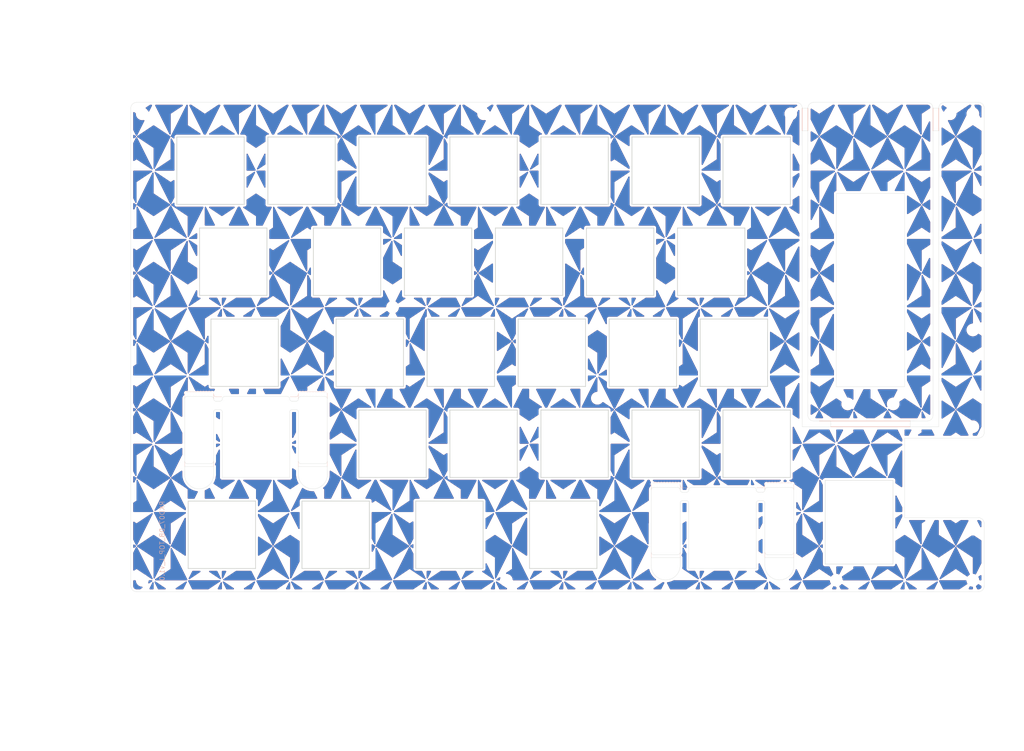
<source format=kicad_pcb>
(kicad_pcb (version 20241229) (generator "pcbnew") (generator_version "9.0")
  (layers (0 "F.Cu" signal) (2 "B.Cu" signal) (13 "F.Paste" user) (15 "B.Paste" user) (5 "F.SilkS" user "F.Silkscreen") (7 "B.SilkS" user "B.Silkscreen") (1 "F.Mask" user) (3 "B.Mask" user) (25 "Edge.Cuts" user))
  (net 0 "")
  (footprint "kbd_SW_Hole:SW_Hole_1u" (layer "F.Cu") (at 50.00625 142.875)
    (property "Reference" "SW8" (hide yes))
    (property "Value" "SW_Push" (hide yes))
    (fp_line (start -7.05 -7.05) (end 7.05 -7.05) (stroke (width 0.15)) (layer "Edge.Cuts"))
    (fp_line (start -7.05 7.05) (end -7.05 -7.05) (stroke (width 0.15)) (layer "Edge.Cuts"))
    (fp_line (start 7.05 -7.05) (end 7.05 7.05) (stroke (width 0.15)) (layer "Edge.Cuts"))
    (fp_line (start 7.05 7.05) (end -7.05 7.05) (stroke (width 0.15)) (layer "Edge.Cuts"))
  )
  (footprint "kbd_SW_Hole:SW_Hole_1u" (layer "F.Cu") (at 16.66875 104.775)
    (property "Reference" "SW1" (hide yes))
    (property "Value" "SW_Push" (hide yes))
    (fp_line (start -7.05 -7.05) (end 7.05 -7.05) (stroke (width 0.15)) (layer "Edge.Cuts"))
    (fp_line (start -7.05 7.05) (end -7.05 -7.05) (stroke (width 0.15)) (layer "Edge.Cuts"))
    (fp_line (start 7.05 -7.05) (end 7.05 7.05) (stroke (width 0.15)) (layer "Edge.Cuts"))
    (fp_line (start 7.05 7.05) (end -7.05 7.05) (stroke (width 0.15)) (layer "Edge.Cuts"))
  )
  (footprint "kbd_Hole:m2_Screw_Hole" (layer "F.Cu") (at 176.2125 92.86875)
    (property "Reference" "Ref**")
    (property "Value" "Val**")
    (pad "" np_thru_hole circle (at 0 0) (size 2.2 2.2) (drill 2.2) (layers "*.Cu" "*.Mask"))
  )
  (footprint "kbd_Hole:m2_Screw_Hole" (layer "F.Cu") (at 73.81875 92.86875)
    (property "Reference" "Ref**")
    (property "Value" "Val**")
    (pad "" np_thru_hole circle (at 0 0) (size 2.2 2.2) (drill 2.2) (layers "*.Cu" "*.Mask"))
  )
  (footprint "kbd_Hole:m2_Screw_Hole" (layer "F.Cu") (at 176.2125 158.353125)
    (property "Reference" "Ref**")
    (property "Value" "Val**")
    (pad "" np_thru_hole circle (at 0 0) (size 2.2 2.2) (drill 2.2) (layers "*.Cu" "*.Mask"))
  )
  (footprint "kbd_Hole:m2_Screw_Hole" (layer "F.Cu") (at 97.63125 152.4)
    (property "Reference" "M4")
    (property "Value" "Mark")
    (pad "" np_thru_hole circle (at 0 0) (size 2.2 2.2) (drill 2.2) (layers "*.Cu" "*.Mask"))
  )
  (footprint "kbd_SW_Hole:SW_Hole_1u" (layer "F.Cu") (at 83.34375 123.825)
    (property "Reference" "SW17" (hide yes))
    (property "Value" "SW_Push" (hide yes))
    (fp_line (start -7.05 -7.05) (end 7.05 -7.05) (stroke (width 0.15)) (layer "Edge.Cuts"))
    (fp_line (start -7.05 7.05) (end -7.05 -7.05) (stroke (width 0.15)) (layer "Edge.Cuts"))
    (fp_line (start 7.05 -7.05) (end 7.05 7.05) (stroke (width 0.15)) (layer "Edge.Cuts"))
    (fp_line (start 7.05 7.05) (end -7.05 7.05) (stroke (width 0.15)) (layer "Edge.Cuts"))
  )
  (footprint "kbd_SW_Hole:SW_Hole_1u" (layer "F.Cu") (at 54.76875 161.925)
    (property "Reference" "SW9" (hide yes))
    (property "Value" "SW_Push" (hide yes))
    (fp_line (start -7.05 -7.05) (end 7.05 -7.05) (stroke (width 0.15)) (layer "Edge.Cuts"))
    (fp_line (start -7.05 7.05) (end -7.05 -7.05) (stroke (width 0.15)) (layer "Edge.Cuts"))
    (fp_line (start 7.05 -7.05) (end 7.05 7.05) (stroke (width 0.15)) (layer "Edge.Cuts"))
    (fp_line (start 7.05 7.05) (end -7.05 7.05) (stroke (width 0.15)) (layer "Edge.Cuts"))
  )
  (footprint "kbd_Hole:m2_Screw_Hole" (layer "F.Cu") (at 54.76875 133.35)
    (property "Reference" "M3")
    (property "Value" "Mark")
    (pad "" np_thru_hole circle (at 0 0) (size 2.2 2.2) (drill 2.2) (layers "*.Cu" "*.Mask"))
  )
  (footprint "kbd_Hole:m2_Screw_Hole" (layer "F.Cu") (at 176.2125 138.1125)
    (property "Reference" "Ref**")
    (property "Value" "Val**")
    (pad "" np_thru_hole circle (at 0 0) (size 2.2 2.2) (drill 2.2) (layers "*.Cu" "*.Mask"))
  )
  (footprint "kbd_SW_Hole:SW_Hole_1u" (layer "F.Cu") (at 35.71875 104.775)
    (property "Reference" "SW6" (hide yes))
    (property "Value" "SW_Push" (hide yes))
    (fp_line (start -7.05 -7.05) (end 7.05 -7.05) (stroke (width 0.15)) (layer "Edge.Cuts"))
    (fp_line (start -7.05 7.05) (end -7.05 -7.05) (stroke (width 0.15)) (layer "Edge.Cuts"))
    (fp_line (start 7.05 -7.05) (end 7.05 7.05) (stroke (width 0.15)) (layer "Edge.Cuts"))
    (fp_line (start 7.05 7.05) (end -7.05 7.05) (stroke (width 0.15)) (layer "Edge.Cuts"))
  )
  (footprint "kbd_SW_Hole:SW_Hole_1u" (layer "F.Cu") (at 107.15625 142.875)
    (property "Reference" "SW23" (hide yes))
    (property "Value" "SW_Push" (hide yes))
    (fp_line (start -7.05 -7.05) (end 7.05 -7.05) (stroke (width 0.15)) (layer "Edge.Cuts"))
    (fp_line (start -7.05 7.05) (end -7.05 -7.05) (stroke (width 0.15)) (layer "Edge.Cuts"))
    (fp_line (start 7.05 -7.05) (end 7.05 7.05) (stroke (width 0.15)) (layer "Edge.Cuts"))
    (fp_line (start 7.05 7.05) (end -7.05 7.05) (stroke (width 0.15)) (layer "Edge.Cuts"))
  )
  (footprint "kbd_Hole:m2_Screw_Hole" (layer "F.Cu") (at 2.38125 190.5)
    (property "Reference" "Ref**")
    (property "Value" "Val**")
    (pad "" np_thru_hole circle (at 0 0) (size 2.2 2.2) (drill 2.2) (layers "*.Cu" "*.Mask"))
  )
  (footprint "kbd_SW_Hole:SW_Hole_1u" (layer "F.Cu") (at 45.24375 123.825)
    (property "Reference" "SW7" (hide yes))
    (property "Value" "SW_Push" (hide yes))
    (fp_line (start -7.05 -7.05) (end 7.05 -7.05) (stroke (width 0.15)) (layer "Edge.Cuts"))
    (fp_line (start -7.05 7.05) (end -7.05 -7.05) (stroke (width 0.15)) (layer "Edge.Cuts"))
    (fp_line (start 7.05 -7.05) (end 7.05 7.05) (stroke (width 0.15)) (layer "Edge.Cuts"))
    (fp_line (start 7.05 7.05) (end -7.05 7.05) (stroke (width 0.15)) (layer "Edge.Cuts"))
  )
  (footprint "kbd_SW_Hole:SW_Hole_1.75u" (layer "F.Cu") (at 23.81255 142.875)
    (property "Reference" "SW3" (hide yes))
    (property "Value" "SW_Push" (hide yes))
    (fp_line (start -7.05 -7.05) (end 7.05 -7.05) (stroke (width 0.15)) (layer "Edge.Cuts"))
    (fp_line (start -7.05 7.05) (end -7.05 -7.05) (stroke (width 0.15)) (layer "Edge.Cuts"))
    (fp_line (start 7.05 -7.05) (end 7.05 7.05) (stroke (width 0.15)) (layer "Edge.Cuts"))
    (fp_line (start 7.05 7.05) (end -7.05 7.05) (stroke (width 0.15)) (layer "Edge.Cuts"))
  )
  (footprint "kbd_Hole:m2_Screw_Hole" (layer "F.Cu") (at 171.45 92.86875)
    (property "Reference" "Ref**")
    (property "Value" "Val**")
    (pad "" np_thru_hole circle (at 0 0) (size 2.2 2.2) (drill 2.2) (layers "*.Cu" "*.Mask"))
  )
  (footprint "kbd_SW_Hole:SW_Hole_1u" (layer "F.Cu") (at 102.39375 123.825)
    (property "Reference" "SW22" (hide yes))
    (property "Value" "SW_Push" (hide yes))
    (fp_line (start -7.05 -7.05) (end 7.05 -7.05) (stroke (width 0.15)) (layer "Edge.Cuts"))
    (fp_line (start -7.05 7.05) (end -7.05 -7.05) (stroke (width 0.15)) (layer "Edge.Cuts"))
    (fp_line (start 7.05 -7.05) (end 7.05 7.05) (stroke (width 0.15)) (layer "Edge.Cuts"))
    (fp_line (start 7.05 7.05) (end -7.05 7.05) (stroke (width 0.15)) (layer "Edge.Cuts"))
  )
  (footprint "kbd_SW_Hole:SW_Hole_1u" (layer "F.Cu") (at 126.20625 142.875)
    (property "Reference" "SW28" (hide yes))
    (property "Value" "SW_Push" (hide yes))
    (fp_line (start -7.05 -7.05) (end 7.05 -7.05) (stroke (width 0.15)) (layer "Edge.Cuts"))
    (fp_line (start -7.05 7.05) (end -7.05 -7.05) (stroke (width 0.15)) (layer "Edge.Cuts"))
    (fp_line (start 7.05 -7.05) (end 7.05 7.05) (stroke (width 0.15)) (layer "Edge.Cuts"))
    (fp_line (start 7.05 7.05) (end -7.05 7.05) (stroke (width 0.15)) (layer "Edge.Cuts"))
  )
  (footprint "kbd_SW_Hole:SW_Hole_1.25u" (layer "F.Cu") (at 66.67505 180.975)
    (property "Reference" "SW15" (hide yes))
    (property "Value" "SW_Push" (hide yes))
    (fp_line (start -7.05 -7.05) (end 7.05 -7.05) (stroke (width 0.15)) (layer "Edge.Cuts"))
    (fp_line (start -7.05 7.05) (end -7.05 -7.05) (stroke (width 0.15)) (layer "Edge.Cuts"))
    (fp_line (start 7.05 -7.05) (end 7.05 7.05) (stroke (width 0.15)) (layer "Edge.Cuts"))
    (fp_line (start 7.05 7.05) (end -7.05 7.05) (stroke (width 0.15)) (layer "Edge.Cuts"))
  )
  (footprint "kbd_SW_Hole:SW_Hole_1.25u" (layer "F.Cu") (at 19.05005 180.975)
    (property "Reference" "SW5" (hide yes))
    (property "Value" "SW_Push" (hide yes))
    (fp_line (start -7.05 -7.05) (end 7.05 -7.05) (stroke (width 0.15)) (layer "Edge.Cuts"))
    (fp_line (start -7.05 7.05) (end -7.05 -7.05) (stroke (width 0.15)) (layer "Edge.Cuts"))
    (fp_line (start 7.05 -7.05) (end 7.05 7.05) (stroke (width 0.15)) (layer "Edge.Cuts"))
    (fp_line (start 7.05 7.05) (end -7.05 7.05) (stroke (width 0.15)) (layer "Edge.Cuts"))
  )
  (footprint "kbd_SW_Hole:SW_Hole_1u" (layer "F.Cu") (at 92.86875 161.925)
    (property "Reference" "SW19" (hide yes))
    (property "Value" "SW_Push" (hide yes))
    (fp_line (start -7.05 -7.05) (end 7.05 -7.05) (stroke (width 0.15)) (layer "Edge.Cuts"))
    (fp_line (start -7.05 7.05) (end -7.05 -7.05) (stroke (width 0.15)) (layer "Edge.Cuts"))
    (fp_line (start 7.05 -7.05) (end 7.05 7.05) (stroke (width 0.15)) (layer "Edge.Cuts"))
    (fp_line (start 7.05 7.05) (end -7.05 7.05) (stroke (width 0.15)) (layer "Edge.Cuts"))
  )
  (footprint "kbd_Hole:m2_Screw_Hole" (layer "F.Cu") (at 78.58125 190.5)
    (property "Reference" "Ref**")
    (property "Value" "Val**")
    (pad "" np_thru_hole circle (at 0 0) (size 2.2 2.2) (drill 2.2) (layers "*.Cu" "*.Mask"))
  )
  (footprint "kbd_SW_Hole:SW_Hole_1u" (layer "F.Cu") (at 130.96875 161.925)
    (property "Reference" "SW29" (hide yes))
    (property "Value" "SW_Push" (hide yes))
    (fp_line (start -7.05 -7.05) (end 7.05 -7.05) (stroke (width 0.15)) (layer "Edge.Cuts"))
    (fp_line (start -7.05 7.05) (end -7.05 -7.05) (stroke (width 0.15)) (layer "Edge.Cuts"))
    (fp_line (start 7.05 -7.05) (end 7.05 7.05) (stroke (width 0.15)) (layer "Edge.Cuts"))
    (fp_line (start 7.05 7.05) (end -7.05 7.05) (stroke (width 0.15)) (layer "Edge.Cuts"))
  )
  (footprint "kbd_SW_Hole:SW_Hole_1u" (layer "F.Cu") (at 88.10625 142.875)
    (property "Reference" "SW18" (hide yes))
    (property "Value" "SW_Push" (hide yes))
    (fp_line (start -7.05 -7.05) (end 7.05 -7.05) (stroke (width 0.15)) (layer "Edge.Cuts"))
    (fp_line (start -7.05 7.05) (end -7.05 -7.05) (stroke (width 0.15)) (layer "Edge.Cuts"))
    (fp_line (start 7.05 -7.05) (end 7.05 7.05) (stroke (width 0.15)) (layer "Edge.Cuts"))
    (fp_line (start 7.05 7.05) (end -7.05 7.05) (stroke (width 0.15)) (layer "Edge.Cuts"))
  )
  (footprint "kbd_SW_Hole:SW_Hole_1.5u" (layer "F.Cu") (at 21.43125 123.825)
    (property "Reference" "SW2" (hide yes))
    (property "Value" "SW_Push" (hide yes))
    (fp_line (start -7.05 -7.05) (end 7.05 -7.05) (stroke (width 0.15)) (layer "Edge.Cuts"))
    (fp_line (start -7.05 7.05) (end -7.05 -7.05) (stroke (width 0.15)) (layer "Edge.Cuts"))
    (fp_line (start 7.05 -7.05) (end 7.05 7.05) (stroke (width 0.15)) (layer "Edge.Cuts"))
    (fp_line (start 7.05 7.05) (end -7.05 7.05) (stroke (width 0.15)) (layer "Edge.Cuts"))
  )
  (footprint "kbd_SW_Hole:SW_Hole_1u" (layer "F.Cu") (at 111.91875 104.775)
    (property "Reference" "SW26" (hide yes))
    (property "Value" "SW_Push" (hide yes))
    (fp_line (start -7.05 -7.05) (end 7.05 -7.05) (stroke (width 0.15)) (layer "Edge.Cuts"))
    (fp_line (start -7.05 7.05) (end -7.05 -7.05) (stroke (width 0.15)) (layer "Edge.Cuts"))
    (fp_line (start 7.05 -7.05) (end 7.05 7.05) (stroke (width 0.15)) (layer "Edge.Cuts"))
    (fp_line (start 7.05 7.05) (end -7.05 7.05) (stroke (width 0.15)) (layer "Edge.Cuts"))
  )
  (footprint "kbd_Hole:m2_Screw_Hole" (layer "F.Cu") (at 138.1125 92.86875)
    (property "Reference" "Ref**")
    (property "Value" "Val**")
    (pad "" np_thru_hole circle (at 0 0) (size 2.2 2.2) (drill 2.2) (layers "*.Cu" "*.Mask"))
  )
  (footprint "kbd_SW_Hole:SW_Hole_1u" (layer "F.Cu") (at 111.91875 161.925)
    (property "Reference" "SW24" (hide yes))
    (property "Value" "SW_Push" (hide yes))
    (fp_line (start -7.05 -7.05) (end 7.05 -7.05) (stroke (width 0.15)) (layer "Edge.Cuts"))
    (fp_line (start -7.05 7.05) (end -7.05 -7.05) (stroke (width 0.15)) (layer "Edge.Cuts"))
    (fp_line (start 7.05 -7.05) (end 7.05 7.05) (stroke (width 0.15)) (layer "Edge.Cuts"))
    (fp_line (start 7.05 7.05) (end -7.05 7.05) (stroke (width 0.15)) (layer "Edge.Cuts"))
  )
  (footprint "Rikkodo_FootPrint:rkd_Top_ChocV2_2u_XL" (layer "F.Cu") (at 123.82505 180.975 180)
    (property "Reference" "SW25" (hide yes))
    (property "Value" "SW_Push" (hide yes))
    (fp_line (start 14.9375 9.4) (end 14.9375 -3.650101) (stroke (width 0.05)) (layer "Edge.Cuts"))
    (fp_line (start 14.9375 -4.7625) (end 14.9375 -6.41875) (stroke (width 0.05)) (layer "Edge.Cuts"))
    (fp_line (start 14.4375 -4.15) (end 9.375 -4.15) (stroke (width 0.05)) (layer "Edge.Cuts"))
    (fp_line (start 9.375 9.9) (end 14.4375 9.9) (stroke (width 0.05)) (layer "Edge.Cuts"))
    (fp_line (start 8.875 -3.6499) (end 8.875 6.64375) (stroke (width 0.05)) (layer "Edge.Cuts"))
    (fp_line (start 8.875 -4.7625) (end 14.9375 -4.7625) (stroke (width 0.05)) (layer "Edge.Cuts"))
    (fp_line (start 8.875 -6.41875) (end 8.875 -4.7625) (stroke (width 0.05)) (layer "Edge.Cuts"))
    (fp_line (start 8.3751 8.9) (end 7.55385 8.9) (stroke (width 0.05)) (layer "Edge.Cuts"))
    (fp_line (start 8.375 7.14375) (end 7.55 7.14375) (stroke (width 0.05)) (layer "Edge.Cuts"))
    (fp_line (start 7.05 -7.05) (end 7.05 6.64375) (stroke (width 0.05)) (layer "Edge.Cuts"))
    (fp_line (start -6.550001 9.899999) (end 6.5538 9.90005) (stroke (width 0.05)) (layer "Edge.Cuts"))
    (fp_line (start -7.05 -7.05) (end 7.05 -7.05) (stroke (width 0.05)) (layer "Edge.Cuts"))
    (fp_line (start -7.05 -7.05) (end -7.05 6.64375) (stroke (width 0.05)) (layer "Edge.Cuts"))
    (fp_line (start -7.55 8.9) (end -8.37125 8.9) (stroke (width 0.05)) (layer "Edge.Cuts"))
    (fp_line (start -7.55 7.14375) (end -8.37125 7.14375) (stroke (width 0.05)) (layer "Edge.Cuts"))
    (fp_line (start -8.87125 -3.6499) (end -8.87125 6.64375) (stroke (width 0.05)) (layer "Edge.Cuts"))
    (fp_line (start -8.87125 -4.7625) (end -8.87125 -6.41875) (stroke (width 0.05)) (layer "Edge.Cuts"))
    (fp_line (start -14.43375 9.9) (end -9.37125 9.9) (stroke (width 0.05)) (layer "Edge.Cuts"))
    (fp_line (start -14.43375 -4.15) (end -9.37125 -4.15) (stroke (width 0.05)) (layer "Edge.Cuts"))
    (fp_line (start -14.93375 9.4) (end -14.93375 -3.650101) (stroke (width 0.05)) (layer "Edge.Cuts"))
    (fp_line (start -14.93375 -4.7625) (end -8.87125 -4.7625) (stroke (width 0.05)) (layer "Edge.Cuts"))
    (fp_line (start -14.93375 -4.7625) (end -14.93375 -6.41875) (stroke (width 0.05)) (layer "Edge.Cuts"))
    (fp_arc (start 14.9375 9.4) (mid 14.791024 9.753524) (end 14.4375 9.9) (stroke (width 0.05)) (layer "Edge.Cuts"))
    (fp_arc (start 14.4375 -4.15) (mid 14.791083 -4.003583) (end 14.9375 -3.65) (stroke (width 0.05)) (layer "Edge.Cuts"))
    (fp_arc (start 9.375 9.9) (mid 9.021417 9.753583) (end 8.875 9.4) (stroke (width 0.05)) (layer "Edge.Cuts"))
    (fp_arc (start 8.875 6.64375) (mid 8.728539 6.997289) (end 8.375 7.14375) (stroke (width 0.05)) (layer "Edge.Cuts"))
    (fp_arc (start 8.875 -3.65) (mid 9.021476 -4.003524) (end 9.375 -4.15) (stroke (width 0.05)) (layer "Edge.Cuts"))
    (fp_arc (start 8.875 -6.41875) (mid 11.90625 -9.45) (end 14.9375 -6.41875) (stroke (width 0.05)) (layer "Edge.Cuts"))
    (fp_arc (start 8.375 8.9) (mid 8.728583 9.046417) (end 8.875 9.4) (stroke (width 0.05)) (layer "Edge.Cuts"))
    (fp_arc (start 7.55 7.14375) (mid 7.196461 6.997289) (end 7.05 6.64375) (stroke (width 0.05)) (layer "Edge.Cuts"))
    (fp_arc (start 7.05385 9.40005) (mid 6.907389 9.753589) (end 6.55385 9.90005) (stroke (width 0.05)) (layer "Edge.Cuts"))
    (fp_arc (start 7.05385 9.4) (mid 7.200311 9.046461) (end 7.55385 8.9) (stroke (width 0.05)) (layer "Edge.Cuts"))
    (fp_arc (start -6.550001 9.9) (mid -6.903581 9.75358) (end -7.050001 9.4) (stroke (width 0.05)) (layer "Edge.Cuts"))
    (fp_arc (start -7.05 6.64375) (mid -7.19642 6.99733) (end -7.55 7.14375) (stroke (width 0.05)) (layer "Edge.Cuts"))
    (fp_arc (start -7.55 8.9) (mid -7.19642 9.04642) (end -7.05 9.4) (stroke (width 0.05)) (layer "Edge.Cuts"))
    (fp_arc (start -8.37125 7.14375) (mid -8.724759 6.997259) (end -8.87125 6.64375) (stroke (width 0.05)) (layer "Edge.Cuts"))
    (fp_arc (start -8.87125 9.4) (mid -8.724789 9.046461) (end -8.37125 8.9) (stroke (width 0.05)) (layer "Edge.Cuts"))
    (fp_arc (start -8.87125 9.4) (mid -9.017711 9.753539) (end -9.37125 9.9) (stroke (width 0.05)) (layer "Edge.Cuts"))
    (fp_arc (start -9.37125 -4.15) (mid -9.017758 -4.003506) (end -8.87125 -3.65) (stroke (width 0.05)) (layer "Edge.Cuts"))
    (fp_arc (start -14.43375 9.9) (mid -14.787271 9.753536) (end -14.93375 9.4) (stroke (width 0.05)) (layer "Edge.Cuts"))
    (fp_arc (start -14.93375 -3.65) (mid -14.78733 -4.003565) (end -14.43375 -4.15) (stroke (width 0.05)) (layer "Edge.Cuts"))
    (fp_arc (start -14.93375 -6.41875) (mid -11.9025 -9.45) (end -8.87125 -6.41875) (stroke (width 0.05)) (layer "Edge.Cuts"))
    (pad "" np_thru_hole circle (at -14.6 10.6 90) (size 0.5 0.5) (drill 0.5) (layers "*.Cu" "*.Mask"))
    (pad "" np_thru_hole circle (at -14 10.6 90) (size 0.5 0.5) (drill 0.5) (layers "*.Cu" "*.Mask"))
    (pad "" np_thru_hole circle (at -13.4 10.6 90) (size 0.5 0.5) (drill 0.5) (layers "*.Cu" "*.Mask"))
    (pad "" np_thru_hole circle (at -12.8 10.6 90) (size 0.5 0.5) (drill 0.5) (layers "*.Cu" "*.Mask"))
    (pad "" np_thru_hole circle (at -12.2 10.6 90) (size 0.5 0.5) (drill 0.5) (layers "*.Cu" "*.Mask"))
    (pad "" np_thru_hole circle (at -11.6 10.6 90) (size 0.5 0.5) (drill 0.5) (layers "*.Cu" "*.Mask"))
    (pad "" np_thru_hole circle (at -11 10.6 90) (size 0.5 0.5) (drill 0.5) (layers "*.Cu" "*.Mask"))
    (pad "" np_thru_hole circle (at -10.4 10.6 90) (size 0.5 0.5) (drill 0.5) (layers "*.Cu" "*.Mask"))
    (pad "" np_thru_hole circle (at -9.8 10.6 90) (size 0.5 0.5) (drill 0.5) (layers "*.Cu" "*.Mask"))
    (pad "" np_thru_hole circle (at -9.2 10.6 90) (size 0.5 0.5) (drill 0.5) (layers "*.Cu" "*.Mask"))
    (pad "" np_thru_hole circle (at 9.2 10.6 90) (size 0.5 0.5) (drill 0.5) (layers "*.Cu" "*.Mask"))
    (pad "" np_thru_hole circle (at 9.8 10.6 90) (size 0.5 0.5) (drill 0.5) (layers "*.Cu" "*.Mask"))
    (pad "" np_thru_hole circle (at 10.4 10.6 90) (size 0.5 0.5) (drill 0.5) (layers "*.Cu" "*.Mask"))
    (pad "" np_thru_hole circle (at 11 10.6 90) (size 0.5 0.5) (drill 0.5) (layers "*.Cu" "*.Mask"))
    (pad "" np_thru_hole circle (at 11.6 10.6 90) (size 0.5 0.5) (drill 0.5) (layers "*.Cu" "*.Mask"))
    (pad "" np_thru_hole circle (at 12.2 10.6 90) (size 0.5 0.5) (drill 0.5) (layers "*.Cu" "*.Mask"))
    (pad "" np_thru_hole circle (at 12.8 10.6 90) (size 0.5 0.5) (drill 0.5) (layers "*.Cu" "*.Mask"))
    (pad "" np_thru_hole circle (at 13.4 10.6 90) (size 0.5 0.5) (drill 0.5) (layers "*.Cu" "*.Mask"))
    (pad "" np_thru_hole circle (at 14 10.6 90) (size 0.5 0.5) (drill 0.5) (layers "*.Cu" "*.Mask"))
    (pad "" np_thru_hole circle (at 14.6 10.6 90) (size 0.5 0.5) (drill 0.5) (layers "*.Cu" "*.Mask"))
  )
  (footprint "kbd_SW_Hole:SW_Hole_1u" (layer "F.Cu") (at 73.81875 104.775)
    (property "Reference" "SW16" (hide yes))
    (property "Value" "SW_Push" (hide yes))
    (fp_line (start -7.05 -7.05) (end 7.05 -7.05) (stroke (width 0.15)) (layer "Edge.Cuts"))
    (fp_line (start -7.05 7.05) (end -7.05 -7.05) (stroke (width 0.15)) (layer "Edge.Cuts"))
    (fp_line (start 7.05 -7.05) (end 7.05 7.05) (stroke (width 0.15)) (layer "Edge.Cuts"))
    (fp_line (start 7.05 7.05) (end -7.05 7.05) (stroke (width 0.15)) (layer "Edge.Cuts"))
  )
  (footprint "kbd_SW_Hole:SW_Hole_1.25u" (layer "F.Cu") (at 90.48755 180.975)
    (property "Reference" "SW20" (hide yes))
    (property "Value" "SW_Push" (hide yes))
    (fp_line (start -7.05 -7.05) (end 7.05 -7.05) (stroke (width 0.15)) (layer "Edge.Cuts"))
    (fp_line (start -7.05 7.05) (end -7.05 -7.05) (stroke (width 0.15)) (layer "Edge.Cuts"))
    (fp_line (start 7.05 -7.05) (end 7.05 7.05) (stroke (width 0.15)) (layer "Edge.Cuts"))
    (fp_line (start 7.05 7.05) (end -7.05 7.05) (stroke (width 0.15)) (layer "Edge.Cuts"))
  )
  (footprint "kbd_Hole:m2_Screw_Hole" (layer "F.Cu") (at 2.38125 92.86875)
    (property "Reference" "Ref**")
    (property "Value" "Val**")
    (pad "" np_thru_hole circle (at 0 0) (size 2.2 2.2) (drill 2.2) (layers "*.Cu" "*.Mask"))
  )
  (footprint "kbd_SW_Hole:SW_Hole_1u" (layer "F.Cu") (at 73.81875 161.925)
    (property "Reference" "SW14" (hide yes))
    (property "Value" "SW_Push" (hide yes))
    (fp_line (start -7.05 -7.05) (end 7.05 -7.05) (stroke (width 0.15)) (layer "Edge.Cuts"))
    (fp_line (start -7.05 7.05) (end -7.05 -7.05) (stroke (width 0.15)) (layer "Edge.Cuts"))
    (fp_line (start 7.05 -7.05) (end 7.05 7.05) (stroke (width 0.15)) (layer "Edge.Cuts"))
    (fp_line (start 7.05 7.05) (end -7.05 7.05) (stroke (width 0.15)) (layer "Edge.Cuts"))
  )
  (footprint "kbd_Hole:m2_Screw_Hole" (layer "F.Cu") (at 147.6375 190.5)
    (property "Reference" "Ref**")
    (property "Value" "Val**")
    (pad "" np_thru_hole circle (at 0 0) (size 2.2 2.2) (drill 2.2) (layers "*.Cu" "*.Mask"))
  )
  (footprint "kbd_Hole:m2_Screw_Hole" (layer "F.Cu") (at 176.2125 179.784375)
    (property "Reference" "Ref**")
    (property "Value" "Val**")
    (pad "" np_thru_hole circle (at 0 0) (size 2.2 2.2) (drill 2.2) (layers "*.Cu" "*.Mask"))
  )
  (footprint "Rikkodo_FootPrint:rkd_Top_ChocV2_2u_XL" (layer "F.Cu") (at 26.19375 161.925 180)
    (property "Reference" "SW4" (hide yes))
    (property "Value" "SW_Push" (hide yes))
    (fp_line (start 14.9375 9.4) (end 14.9375 -3.650101) (stroke (width 0.05)) (layer "Edge.Cuts"))
    (fp_line (start 14.9375 -4.7625) (end 14.9375 -6.41875) (stroke (width 0.05)) (layer "Edge.Cuts"))
    (fp_line (start 14.4375 -4.15) (end 9.375 -4.15) (stroke (width 0.05)) (layer "Edge.Cuts"))
    (fp_line (start 9.375 9.9) (end 14.4375 9.9) (stroke (width 0.05)) (layer "Edge.Cuts"))
    (fp_line (start 8.875 -3.6499) (end 8.875 6.64375) (stroke (width 0.05)) (layer "Edge.Cuts"))
    (fp_line (start 8.875 -4.7625) (end 14.9375 -4.7625) (stroke (width 0.05)) (layer "Edge.Cuts"))
    (fp_line (start 8.875 -6.41875) (end 8.875 -4.7625) (stroke (width 0.05)) (layer "Edge.Cuts"))
    (fp_line (start 8.3751 8.9) (end 7.55385 8.9) (stroke (width 0.05)) (layer "Edge.Cuts"))
    (fp_line (start 8.375 7.14375) (end 7.55 7.14375) (stroke (width 0.05)) (layer "Edge.Cuts"))
    (fp_line (start 7.05 -7.05) (end 7.05 6.64375) (stroke (width 0.05)) (layer "Edge.Cuts"))
    (fp_line (start -6.550001 9.899999) (end 6.5538 9.90005) (stroke (width 0.05)) (layer "Edge.Cuts"))
    (fp_line (start -7.05 -7.05) (end 7.05 -7.05) (stroke (width 0.05)) (layer "Edge.Cuts"))
    (fp_line (start -7.05 -7.05) (end -7.05 6.64375) (stroke (width 0.05)) (layer "Edge.Cuts"))
    (fp_line (start -7.55 8.9) (end -8.37125 8.9) (stroke (width 0.05)) (layer "Edge.Cuts"))
    (fp_line (start -7.55 7.14375) (end -8.37125 7.14375) (stroke (width 0.05)) (layer "Edge.Cuts"))
    (fp_line (start -8.87125 -3.6499) (end -8.87125 6.64375) (stroke (width 0.05)) (layer "Edge.Cuts"))
    (fp_line (start -8.87125 -4.7625) (end -8.87125 -6.41875) (stroke (width 0.05)) (layer "Edge.Cuts"))
    (fp_line (start -14.43375 9.9) (end -9.37125 9.9) (stroke (width 0.05)) (layer "Edge.Cuts"))
    (fp_line (start -14.43375 -4.15) (end -9.37125 -4.15) (stroke (width 0.05)) (layer "Edge.Cuts"))
    (fp_line (start -14.93375 9.4) (end -14.93375 -3.650101) (stroke (width 0.05)) (layer "Edge.Cuts"))
    (fp_line (start -14.93375 -4.7625) (end -8.87125 -4.7625) (stroke (width 0.05)) (layer "Edge.Cuts"))
    (fp_line (start -14.93375 -4.7625) (end -14.93375 -6.41875) (stroke (width 0.05)) (layer "Edge.Cuts"))
    (fp_arc (start 14.9375 9.4) (mid 14.791024 9.753524) (end 14.4375 9.9) (stroke (width 0.05)) (layer "Edge.Cuts"))
    (fp_arc (start 14.4375 -4.15) (mid 14.791083 -4.003583) (end 14.9375 -3.65) (stroke (width 0.05)) (layer "Edge.Cuts"))
    (fp_arc (start 9.375 9.9) (mid 9.021417 9.753583) (end 8.875 9.4) (stroke (width 0.05)) (layer "Edge.Cuts"))
    (fp_arc (start 8.875 6.64375) (mid 8.728539 6.997289) (end 8.375 7.14375) (stroke (width 0.05)) (layer "Edge.Cuts"))
    (fp_arc (start 8.875 -3.65) (mid 9.021476 -4.003524) (end 9.375 -4.15) (stroke (width 0.05)) (layer "Edge.Cuts"))
    (fp_arc (start 8.875 -6.41875) (mid 11.90625 -9.45) (end 14.9375 -6.41875) (stroke (width 0.05)) (layer "Edge.Cuts"))
    (fp_arc (start 8.375 8.9) (mid 8.728583 9.046417) (end 8.875 9.4) (stroke (width 0.05)) (layer "Edge.Cuts"))
    (fp_arc (start 7.55 7.14375) (mid 7.196461 6.997289) (end 7.05 6.64375) (stroke (width 0.05)) (layer "Edge.Cuts"))
    (fp_arc (start 7.05385 9.40005) (mid 6.907389 9.753589) (end 6.55385 9.90005) (stroke (width 0.05)) (layer "Edge.Cuts"))
    (fp_arc (start 7.05385 9.4) (mid 7.200311 9.046461) (end 7.55385 8.9) (stroke (width 0.05)) (layer "Edge.Cuts"))
    (fp_arc (start -6.550001 9.9) (mid -6.903581 9.75358) (end -7.050001 9.4) (stroke (width 0.05)) (layer "Edge.Cuts"))
    (fp_arc (start -7.05 6.64375) (mid -7.19642 6.99733) (end -7.55 7.14375) (stroke (width 0.05)) (layer "Edge.Cuts"))
    (fp_arc (start -7.55 8.9) (mid -7.19642 9.04642) (end -7.05 9.4) (stroke (width 0.05)) (layer "Edge.Cuts"))
    (fp_arc (start -8.37125 7.14375) (mid -8.724759 6.997259) (end -8.87125 6.64375) (stroke (width 0.05)) (layer "Edge.Cuts"))
    (fp_arc (start -8.87125 9.4) (mid -8.724789 9.046461) (end -8.37125 8.9) (stroke (width 0.05)) (layer "Edge.Cuts"))
    (fp_arc (start -8.87125 9.4) (mid -9.017711 9.753539) (end -9.37125 9.9) (stroke (width 0.05)) (layer "Edge.Cuts"))
    (fp_arc (start -9.37125 -4.15) (mid -9.017758 -4.003506) (end -8.87125 -3.65) (stroke (width 0.05)) (layer "Edge.Cuts"))
    (fp_arc (start -14.43375 9.9) (mid -14.787271 9.753536) (end -14.93375 9.4) (stroke (width 0.05)) (layer "Edge.Cuts"))
    (fp_arc (start -14.93375 -3.65) (mid -14.78733 -4.003565) (end -14.43375 -4.15) (stroke (width 0.05)) (layer "Edge.Cuts"))
    (fp_arc (start -14.93375 -6.41875) (mid -11.9025 -9.45) (end -8.87125 -6.41875) (stroke (width 0.05)) (layer "Edge.Cuts"))
    (pad "" np_thru_hole circle (at -14.6 10.6 90) (size 0.5 0.5) (drill 0.5) (layers "*.Cu" "*.Mask"))
    (pad "" np_thru_hole circle (at -14 10.6 90) (size 0.5 0.5) (drill 0.5) (layers "*.Cu" "*.Mask"))
    (pad "" np_thru_hole circle (at -13.4 10.6 90) (size 0.5 0.5) (drill 0.5) (layers "*.Cu" "*.Mask"))
    (pad "" np_thru_hole circle (at -12.8 10.6 90) (size 0.5 0.5) (drill 0.5) (layers "*.Cu" "*.Mask"))
    (pad "" np_thru_hole circle (at -12.2 10.6 90) (size 0.5 0.5) (drill 0.5) (layers "*.Cu" "*.Mask"))
    (pad "" np_thru_hole circle (at -11.6 10.6 90) (size 0.5 0.5) (drill 0.5) (layers "*.Cu" "*.Mask"))
    (pad "" np_thru_hole circle (at -11 10.6 90) (size 0.5 0.5) (drill 0.5) (layers "*.Cu" "*.Mask"))
    (pad "" np_thru_hole circle (at -10.4 10.6 90) (size 0.5 0.5) (drill 0.5) (layers "*.Cu" "*.Mask"))
    (pad "" np_thru_hole circle (at -9.8 10.6 90) (size 0.5 0.5) (drill 0.5) (layers "*.Cu" "*.Mask"))
    (pad "" np_thru_hole circle (at -9.2 10.6 90) (size 0.5 0.5) (drill 0.5) (layers "*.Cu" "*.Mask"))
    (pad "" np_thru_hole circle (at 9.2 10.6 90) (size 0.5 0.5) (drill 0.5) (layers "*.Cu" "*.Mask"))
    (pad "" np_thru_hole circle (at 9.8 10.6 90) (size 0.5 0.5) (drill 0.5) (layers "*.Cu" "*.Mask"))
    (pad "" np_thru_hole circle (at 10.4 10.6 90) (size 0.5 0.5) (drill 0.5) (layers "*.Cu" "*.Mask"))
    (pad "" np_thru_hole circle (at 11 10.6 90) (size 0.5 0.5) (drill 0.5) (layers "*.Cu" "*.Mask"))
    (pad "" np_thru_hole circle (at 11.6 10.6 90) (size 0.5 0.5) (drill 0.5) (layers "*.Cu" "*.Mask"))
    (pad "" np_thru_hole circle (at 12.2 10.6 90) (size 0.5 0.5) (drill 0.5) (layers "*.Cu" "*.Mask"))
    (pad "" np_thru_hole circle (at 12.8 10.6 90) (size 0.5 0.5) (drill 0.5) (layers "*.Cu" "*.Mask"))
    (pad "" np_thru_hole circle (at 13.4 10.6 90) (size 0.5 0.5) (drill 0.5) (layers "*.Cu" "*.Mask"))
    (pad "" np_thru_hole circle (at 14 10.6 90) (size 0.5 0.5) (drill 0.5) (layers "*.Cu" "*.Mask"))
    (pad "" np_thru_hole circle (at 14.6 10.6 90) (size 0.5 0.5) (drill 0.5) (layers "*.Cu" "*.Mask"))
  )
  (footprint "kbd_SW_Hole:SW_Hole_1u" (layer "F.Cu") (at 121.44375 123.825)
    (property "Reference" "SW27" (hide yes))
    (property "Value" "SW_Push" (hide yes))
    (fp_line (start -7.05 -7.05) (end 7.05 -7.05) (stroke (width 0.15)) (layer "Edge.Cuts"))
    (fp_line (start -7.05 7.05) (end -7.05 -7.05) (stroke (width 0.15)) (layer "Edge.Cuts"))
    (fp_line (start 7.05 -7.05) (end 7.05 7.05) (stroke (width 0.15)) (layer "Edge.Cuts"))
    (fp_line (start 7.05 7.05) (end -7.05 7.05) (stroke (width 0.15)) (layer "Edge.Cuts"))
  )
  (footprint "kbd_SW_Hole:SW_Hole_1.25u" (layer "F.Cu") (at 42.86255 180.975)
    (property "Reference" "SW10" (hide yes))
    (property "Value" "SW_Push" (hide yes))
    (fp_line (start -7.05 -7.05) (end 7.05 -7.05) (stroke (width 0.15)) (layer "Edge.Cuts"))
    (fp_line (start -7.05 7.05) (end -7.05 -7.05) (stroke (width 0.15)) (layer "Edge.Cuts"))
    (fp_line (start 7.05 -7.05) (end 7.05 7.05) (stroke (width 0.15)) (layer "Edge.Cuts"))
    (fp_line (start 7.05 7.05) (end -7.05 7.05) (stroke (width 0.15)) (layer "Edge.Cuts"))
  )
  (footprint "BrownSugar_KBD:RotaryEncoder_EC11-Hole" (layer "F.Cu") (at 152.4 178.59375 180)
    (property "Reference" "SW30")
    (property "Value" "RotaryEncoder_Switch")
    (fp_line (start 7.1 9) (end -7.1 9) (stroke (width 0.08)) (layer "Edge.Cuts"))
    (fp_line (start 7.1 -8.5) (end 7.1 9) (stroke (width 0.08)) (layer "Edge.Cuts"))
    (fp_line (start -7.1 9) (end -7.1 -8.5) (stroke (width 0.08)) (layer "Edge.Cuts"))
    (fp_line (start -7.1 -8.5) (end 7.1 -8.5) (stroke (width 0.08)) (layer "Edge.Cuts"))
  )
  (footprint "kbd_SW_Hole:SW_Hole_1u" (layer "F.Cu") (at 130.96875 104.775)
    (property "Reference" "SW26" (hide yes))
    (property "Value" "SW_Push" (hide yes))
    (fp_line (start -7.05 -7.05) (end 7.05 -7.05) (stroke (width 0.15)) (layer "Edge.Cuts"))
    (fp_line (start -7.05 7.05) (end -7.05 -7.05) (stroke (width 0.15)) (layer "Edge.Cuts"))
    (fp_line (start 7.05 -7.05) (end 7.05 7.05) (stroke (width 0.15)) (layer "Edge.Cuts"))
    (fp_line (start 7.05 7.05) (end -7.05 7.05) (stroke (width 0.15)) (layer "Edge.Cuts"))
  )
  (footprint "kbd_SW_Hole:SW_Hole_1u" (layer "F.Cu") (at 69.05625 142.875)
    (property "Reference" "SW13" (hide yes))
    (property "Value" "SW_Push" (hide yes))
    (fp_line (start -7.05 -7.05) (end 7.05 -7.05) (stroke (width 0.15)) (layer "Edge.Cuts"))
    (fp_line (start -7.05 7.05) (end -7.05 -7.05) (stroke (width 0.15)) (layer "Edge.Cuts"))
    (fp_line (start 7.05 -7.05) (end 7.05 7.05) (stroke (width 0.15)) (layer "Edge.Cuts"))
    (fp_line (start 7.05 7.05) (end -7.05 7.05) (stroke (width 0.15)) (layer "Edge.Cuts"))
  )
  (footprint "kbd_SW_Hole:SW_Hole_1u" (layer "F.Cu") (at 54.76875 104.775)
    (property "Reference" "SW11" (hide yes))
    (property "Value" "SW_Push" (hide yes))
    (fp_line (start -7.05 -7.05) (end 7.05 -7.05) (stroke (width 0.15)) (layer "Edge.Cuts"))
    (fp_line (start -7.05 7.05) (end -7.05 -7.05) (stroke (width 0.15)) (layer "Edge.Cuts"))
    (fp_line (start 7.05 -7.05) (end 7.05 7.05) (stroke (width 0.15)) (layer "Edge.Cuts"))
    (fp_line (start 7.05 7.05) (end -7.05 7.05) (stroke (width 0.15)) (layer "Edge.Cuts"))
  )
  (footprint "kbd_Hole:m2_Screw_Hole" (layer "F.Cu") (at 176.2125 190.5)
    (property "Reference" "Ref**")
    (property "Value" "Val**")
    (pad "" np_thru_hole circle (at 0 0) (size 2.2 2.2) (drill 2.2) (layers "*.Cu" "*.Mask"))
  )
  (footprint "kbd_SW_Hole:SW_Hole_1u" (layer "F.Cu") (at 64.29375 123.825)
    (property "Reference" "SW12" (hide yes))
    (property "Value" "SW_Push" (hide yes))
    (fp_line (start -7.05 -7.05) (end 7.05 -7.05) (stroke (width 0.15)) (layer "Edge.Cuts"))
    (fp_line (start -7.05 7.05) (end -7.05 -7.05) (stroke (width 0.15)) (layer "Edge.Cuts"))
    (fp_line (start 7.05 -7.05) (end 7.05 7.05) (stroke (width 0.15)) (layer "Edge.Cuts"))
    (fp_line (start 7.05 7.05) (end -7.05 7.05) (stroke (width 0.15)) (layer "Edge.Cuts"))
  )
  (footprint "kbd_Hole:m2_Screw_Hole" (layer "F.Cu") (at 159.54375 153.590625)
    (property "Reference" "Ref**")
    (property "Value" "Val**")
    (pad "" np_thru_hole circle (at 0 0) (size 2.2 2.2) (drill 2.2) (layers "*.Cu" "*.Mask"))
  )
  (footprint "kbd_SW_Hole:SW_Hole_1u" (layer "F.Cu") (at 92.86875 104.775)
    (property "Reference" "SW21" (hide yes))
    (property "Value" "SW_Push" (hide yes))
    (fp_line (start -7.05 -7.05) (end 7.05 -7.05) (stroke (width 0.15)) (layer "Edge.Cuts"))
    (fp_line (start -7.05 7.05) (end -7.05 -7.05) (stroke (width 0.15)) (layer "Edge.Cuts"))
    (fp_line (start 7.05 -7.05) (end 7.05 7.05) (stroke (width 0.15)) (layer "Edge.Cuts"))
    (fp_line (start 7.05 7.05) (end -7.05 7.05) (stroke (width 0.15)) (layer "Edge.Cuts"))
  )
  (footprint "kbd_Hole:m2_Screw_Hole" (layer "F.Cu") (at 150.01875 153.590625)
    (property "Reference" "Ref**")
    (property "Value" "Val**")
    (pad "" np_thru_hole circle (at 0 0) (size 2.2 2.2) (drill 2.2) (layers "*.Cu" "*.Mask"))
  )
  (gr_line (start 167.878125 91.678125) (end 167.878125 96.440625) (stroke (width 0.1)) (layer "B.SilkS"))
  (gr_line (start 141.684375 91.678125) (end 141.684375 96.440625) (stroke (width 0.1)) (layer "B.SilkS"))
  (gr_line (start 144.065625 157.1625) (end 163.115625 157.1625) (stroke (width 0.1)) (layer "B.SilkS"))
  (gr_line (start 140.49375 91.678125) (end 140.49375 96.440625) (stroke (width 0.1)) (layer "B.SilkS"))
  (gr_line (start 146.446875 158.353125) (end 163.115625 158.353125) (stroke (width 0.1)) (layer "B.SilkS"))
  (gr_line (start 169.06875 91.678125) (end 169.06875 96.440625) (stroke (width 0.1)) (layer "B.SilkS"))
  (gr_line (start 167.878197 96.440625) (end 167.878125 155.972) (stroke (width 0.05)) (layer "Edge.Cuts"))
  (gr_arc (start 177.403125 90.4875) (mid 178.245025 90.836226) (end 178.593751 91.678126) (stroke (width 0.05)) (layer "Edge.Cuts"))
  (gr_arc (start 0 91.678145) (mid 0.34872 90.836232) (end 1.190627 90.4875) (stroke (width 0.05)) (layer "Edge.Cuts"))
  (gr_arc (start 139.303125 90.4875) (mid 140.145046 90.836204) (end 140.49375 91.678125) (stroke (width 0.05)) (layer "Edge.Cuts"))
  (gr_line (start 1.190627 90.4875) (end 139.303125 90.4875) (stroke (width 0.05)) (layer "Edge.Cuts"))
  (gr_line (start 141.684375 91.678) (end 140.49375 91.678125) (stroke (width 0.05)) (layer "Edge.Cuts"))
  (gr_line (start 163.115662 157.162499) (end 166.6875 157.1625) (stroke (width 0.05)) (layer "Edge.Cuts"))
  (gr_arc (start 141.684375 91.678125) (mid 142.033079 90.836204) (end 142.875 90.4875) (stroke (width 0.05)) (layer "Edge.Cuts"))
  (gr_line (start 141.684375 96.440625) (end 141.684375 155.9718) (stroke (width 0.05)) (layer "Edge.Cuts"))
  (gr_line (start 170.251685 90.48755) (end 177.403125 90.48755) (stroke (width 0.05)) (layer "Edge.Cuts"))
  (gr_line (start 146.446875 157.162425) (end 146.446875 158.353125) (stroke (width 0.05)) (layer "Edge.Cuts"))
  (gr_line (start 177.403125 160.734375) (end 161.925 160.734375) (stroke (width 0.05)) (layer "Edge.Cuts"))
  (gr_line (start 142.867185 90.4875) (end 166.6875 90.4875) (stroke (width 0.05)) (layer "Edge.Cuts"))
  (gr_line (start 0 91.678145) (end 0.000135 191.690625) (stroke (width 0.05)) (layer "Edge.Cuts"))
  (gr_arc (start 1.19076 192.881115) (mid 0.348814 192.532421) (end 0.000135 191.69049) (stroke (width 0.05)) (layer "Edge.Cuts"))
  (gr_line (start 178.59375 178.59375) (end 178.59375 191.690625) (stroke (width 0.05)) (layer "Edge.Cuts"))
  (gr_line (start 169.068825 96.440625) (end 169.068825 158.353125) (stroke (width 0.05)) (layer "Edge.Cuts"))
  (gr_line (start 169.068825 158.353125) (end 163.115587 158.353125) (stroke (width 0.05)) (layer "Edge.Cuts"))
  (gr_line (start 161.925 177.403125) (end 177.403125 177.403125) (stroke (width 0.05)) (layer "Edge.Cuts"))
  (gr_rect (start 147.6375 109.5375) (end 161.925 150.01875) (stroke (width 0.05)) (fill no) (layer "Edge.Cuts"))
  (gr_line (start 178.59375 91.678125) (end 178.59375 159.54375) (stroke (width 0.05)) (layer "Edge.Cuts"))
  (gr_line (start 167.8782 96.440625) (end 169.068825 96.440625) (stroke (width 0.05)) (layer "Edge.Cuts"))
  (gr_arc (start 178.59375 159.54375) (mid 178.245024 160.385649) (end 177.403125 160.734375) (stroke (width 0.05)) (layer "Edge.Cuts"))
  (gr_line (start 167.878125 91.678125) (end 169.06875 91.678125) (stroke (width 0.05)) (layer "Edge.Cuts"))
  (gr_line (start 1.190624 192.881088) (end 177.403125 192.881088) (stroke (width 0.05)) (layer "Edge.Cuts"))
  (gr_arc (start 177.403124 177.403124) (mid 178.245024 177.75185) (end 178.59375 178.59375) (stroke (width 0.05)) (layer "Edge.Cuts"))
  (gr_line (start 161.925 160.734375) (end 161.925 177.403125) (stroke (width 0.05)) (layer "Edge.Cuts"))
  (gr_arc (start 169.068825 91.678175) (mid 169.417529 90.836254) (end 170.25945 90.48755) (stroke (width 0.05)) (layer "Edge.Cuts"))
  (gr_arc (start 167.878125 155.971875) (mid 167.529421 156.813796) (end 166.6875 157.1625) (stroke (width 0.05)) (layer "Edge.Cuts"))
  (gr_line (start 146.446875 158.353125) (end 140.49375 158.353125) (stroke (width 0.05)) (layer "Edge.Cuts"))
  (gr_line (start 142.875075 157.162424) (end 146.446875 157.162425) (stroke (width 0.05)) (layer "Edge.Cuts"))
  (gr_line (start 140.49375 96.440625) (end 140.49375 158.353125) (stroke (width 0.05)) (layer "Edge.Cuts"))
  (gr_arc (start 142.875075 157.162425) (mid 142.033154 156.813721) (end 141.68445 155.9718) (stroke (width 0.05)) (layer "Edge.Cuts"))
  (gr_line (start 141.684375 96.440625) (end 140.49375 96.440625) (stroke (width 0.05)) (layer "Edge.Cuts"))
  (gr_line (start 163.115662 157.162499) (end 163.115587 158.353125) (stroke (width 0.05)) (layer "Edge.Cuts"))
  (gr_arc (start 166.6875 90.4875) (mid 167.529421 90.836204) (end 167.878125 91.678125) (stroke (width 0.05)) (layer "Edge.Cuts"))
  (gr_arc (start 178.593751 191.690625) (mid 178.245025 192.532525) (end 177.403125 192.881251) (stroke (width 0.05)) (layer "Edge.Cuts"))
  (gr_text "RKD07_DB_TOP_L_v1.0" (at 7.14375 173.83125 90) (layer "B.SilkS") (effects (font (size 1 1) (thickness 0.1)) (justify left bottom mirror)))
  (zone (net 0) (net_name "") (layers "F.Cu" "B.Cu") (name "deco") (connect_pads (clearance 0)) (min_thickness 0.25)
    (keepout (tracks allowed) (vias allowed) (pads allowed) (copperpour not_allowed) (footprints allowed))
    (fill (thermal_gap 0.5) (thermal_bridge_width 0.5))
    (polygon (pts (xy 83.34375 85.725) (xy 79.771875 83.34375) (xy 83.34375 90.4875)))
  )
  (zone (net 0) (net_name "") (layers "F.Cu" "B.Cu") (name "deco") (connect_pads (clearance 0)) (min_thickness 0.25)
    (keepout (tracks allowed) (vias allowed) (pads allowed) (copperpour not_allowed) (footprints allowed))
    (fill (thermal_gap 0.5) (thermal_bridge_width 0.5))
    (polygon (pts (xy 69.056249 119.0625) (xy 72.628124 121.44375) (xy 76.199999 119.0625)))
  )
  (zone (net 0) (net_name "") (layers "F.Cu" "B.Cu") (name "deco") (connect_pads (clearance 0)) (min_thickness 0.25)
    (keepout (tracks allowed) (vias allowed) (pads allowed) (copperpour not_allowed) (footprints allowed))
    (fill (thermal_gap 0.5) (thermal_bridge_width 0.5))
    (polygon (pts (xy 61.9125 76.2) (xy 58.340625 73.81875) (xy 54.76875 76.2)))
  )
  (zone (net 0) (net_name "") (layers "F.Cu" "B.Cu") (name "deco") (connect_pads (clearance 0)) (min_thickness 0.25)
    (keepout (tracks allowed) (vias allowed) (pads allowed) (copperpour not_allowed) (footprints allowed))
    (fill (thermal_gap 0.5) (thermal_bridge_width 0.5))
    (polygon (pts (xy 97.63125 85.725) (xy 94.059375 83.34375) (xy 97.63125 90.4875)))
  )
  (zone (net 0) (net_name "") (layers "F.Cu" "B.Cu") (name "deco") (connect_pads (clearance 0)) (min_thickness 0.25)
    (keepout (tracks allowed) (vias allowed) (pads allowed) (copperpour not_allowed) (footprints allowed))
    (fill (thermal_gap 0.5) (thermal_bridge_width 0.5))
    (polygon (pts (xy 69.05625 90.4875) (xy 65.484375 92.86875) (xy 65.484375 97.63125)))
  )
  (zone (net 0) (net_name "") (layers "F.Cu" "B.Cu") (name "deco") (connect_pads (clearance 0)) (min_thickness 0.25)
    (keepout (tracks allowed) (vias allowed) (pads allowed) (copperpour not_allowed) (footprints allowed))
    (fill (thermal_gap 0.5) (thermal_bridge_width 0.5))
    (polygon (pts (xy 22.621874 126.20625) (xy 19.049999 123.825) (xy 15.478125 126.20625) (xy 19.049999 119.062501)))
  )
  (zone (net 0) (net_name "") (layers "F.Cu" "B.Cu") (name "deco") (connect_pads (clearance 0)) (min_thickness 0.25)
    (keepout (tracks allowed) (vias allowed) (pads allowed) (copperpour not_allowed) (footprints allowed))
    (fill (thermal_gap 0.5) (thermal_bridge_width 0.5))
    (polygon (pts (xy 161.924999 133.35) (xy 158.353124 135.73125) (xy 158.353124 140.49375)))
  )
  (zone (net 0) (net_name "") (layers "F.Cu" "B.Cu") (name "deco") (connect_pads (clearance 0)) (min_thickness 0.25)
    (keepout (tracks allowed) (vias allowed) (pads allowed) (copperpour not_allowed) (footprints allowed))
    (fill (thermal_gap 0.5) (thermal_bridge_width 0.5))
    (polygon (pts (xy 183.35625 90.4875) (xy 179.784375 92.86875) (xy 179.784375 97.63125)))
  )
  (zone (net 0) (net_name "") (layers "F.Cu" "B.Cu") (name "deco") (connect_pads (clearance 0)) (min_thickness 0.25)
    (keepout (tracks allowed) (vias allowed) (pads allowed) (copperpour not_allowed) (footprints allowed))
    (fill (thermal_gap 0.5) (thermal_bridge_width 0.5))
    (polygon (pts (xy 176.2125 219.075) (xy 172.640625 221.45625) (xy 172.640625 226.21875)))
  )
  (zone (net 0) (net_name "") (layers "F.Cu" "B.Cu") (name "deco") (connect_pads (clearance 0)) (min_thickness 0.25)
    (keepout (tracks allowed) (vias allowed) (pads allowed) (copperpour not_allowed) (footprints allowed))
    (fill (thermal_gap 0.5) (thermal_bridge_width 0.5))
    (polygon (pts (xy 119.0625 219.075) (xy 122.634375 221.45625) (xy 126.20625 219.075)))
  )
  (zone (net 0) (net_name "") (layers "F.Cu" "B.Cu") (name "deco") (connect_pads (clearance 0)) (min_thickness 0.25)
    (keepout (tracks allowed) (vias allowed) (pads allowed) (copperpour not_allowed) (footprints allowed))
    (fill (thermal_gap 0.5) (thermal_bridge_width 0.5))
    (polygon (pts (xy 47.624999 166.6875) (xy 51.196874 169.06875) (xy 47.624999 161.925)))
  )
  (zone (net 0) (net_name "") (layers "F.Cu" "B.Cu") (name "deco") (connect_pads (clearance 0)) (min_thickness 0.25)
    (keepout (tracks allowed) (vias allowed) (pads allowed) (copperpour not_allowed) (footprints allowed))
    (fill (thermal_gap 0.5) (thermal_bridge_width 0.5))
    (polygon (pts (xy 151.209375 69.05625) (xy 154.78125 71.4375) (xy 158.353125 69.05625) (xy 154.78125 76.2)))
  )
  (zone (net 0) (net_name "") (layers "F.Cu" "B.Cu") (name "deco") (connect_pads (clearance 0)) (min_thickness 0.25)
    (keepout (tracks allowed) (vias allowed) (pads allowed) (copperpour not_allowed) (footprints allowed))
    (fill (thermal_gap 0.5) (thermal_bridge_width 0.5))
    (polygon (pts (xy 94.059375 69.05625) (xy 97.63125 71.4375) (xy 101.203125 69.05625) (xy 97.63125 76.2)))
  )
  (zone (net 0) (net_name "") (layers "F.Cu" "B.Cu") (name "deco") (connect_pads (clearance 0)) (min_thickness 0.25)
    (keepout (tracks allowed) (vias allowed) (pads allowed) (copperpour not_allowed) (footprints allowed))
    (fill (thermal_gap 0.5) (thermal_bridge_width 0.5))
    (polygon (pts (xy 4.7625 104.775) (xy 1.190625 107.15625) (xy 1.190625 111.91875)))
  )
  (zone (net 0) (net_name "") (layers "F.Cu" "B.Cu") (name "deco") (connect_pads (clearance 0)) (min_thickness 0.25)
    (keepout (tracks allowed) (vias allowed) (pads allowed) (copperpour not_allowed) (footprints allowed))
    (fill (thermal_gap 0.5) (thermal_bridge_width 0.5))
    (polygon (pts (xy 94.059374 126.20625) (xy 90.487499 123.825) (xy 86.915625 126.20625) (xy 90.487499 119.062501)))
  )
  (zone (net 0) (net_name "") (layers "F.Cu" "B.Cu") (name "deco") (connect_pads (clearance 0)) (min_thickness 0.25)
    (keepout (tracks allowed) (vias allowed) (pads allowed) (copperpour not_allowed) (footprints allowed))
    (fill (thermal_gap 0.5) (thermal_bridge_width 0.5))
    (polygon (pts (xy 169.068749 119.0625) (xy 172.640624 121.44375) (xy 176.212499 119.0625)))
  )
  (zone (net 0) (net_name "") (layers "F.Cu" "B.Cu") (name "deco") (connect_pads (clearance 0)) (min_thickness 0.25)
    (keepout (tracks allowed) (vias allowed) (pads allowed) (copperpour not_allowed) (footprints allowed))
    (fill (thermal_gap 0.5) (thermal_bridge_width 0.5))
    (polygon (pts (xy 147.637499 128.5875) (xy 144.065624 126.20625) (xy 147.637499 133.35)))
  )
  (zone (net 0) (net_name "") (layers "F.Cu" "B.Cu") (name "deco") (connect_pads (clearance 0)) (min_thickness 0.25)
    (keepout (tracks allowed) (vias allowed) (pads allowed) (copperpour not_allowed) (footprints allowed))
    (fill (thermal_gap 0.5) (thermal_bridge_width 0.5))
    (polygon (pts (xy 122.634375 97.63125) (xy 119.0625 95.25) (xy 115.490626 97.63125) (xy 119.0625 90.487501)))
  )
  (zone (net 0) (net_name "") (layers "F.Cu" "B.Cu") (name "deco") (connect_pads (clearance 0)) (min_thickness 0.25)
    (keepout (tracks allowed) (vias allowed) (pads allowed) (copperpour not_allowed) (footprints allowed))
    (fill (thermal_gap 0.5) (thermal_bridge_width 0.5))
    (polygon (pts (xy 133.349999 133.35) (xy 129.778124 135.73125) (xy 129.778124 140.49375)))
  )
  (zone (net 0) (net_name "") (layers "F.Cu" "B.Cu") (name "deco") (connect_pads (clearance 0)) (min_thickness 0.25)
    (keepout (tracks allowed) (vias allowed) (pads allowed) (copperpour not_allowed) (footprints allowed))
    (fill (thermal_gap 0.5) (thermal_bridge_width 0.5))
    (polygon (pts (xy 86.915624 140.49375) (xy 83.343749 138.1125) (xy 79.771875 140.49375) (xy 83.343749 133.350001)))
  )
  (zone (net 0) (net_name "") (layers "F.Cu" "B.Cu") (name "deco") (connect_pads (clearance 0)) (min_thickness 0.25)
    (keepout (tracks allowed) (vias allowed) (pads allowed) (copperpour not_allowed) (footprints allowed))
    (fill (thermal_gap 0.5) (thermal_bridge_width 0.5))
    (polygon (pts (xy 40.48125 204.7875) (xy 44.053125 202.40625) (xy 44.053125 197.64375)))
  )
  (zone (net 0) (net_name "") (layers "F.Cu" "B.Cu") (name "deco") (connect_pads (clearance 0)) (min_thickness 0.25)
    (keepout (tracks allowed) (vias allowed) (pads allowed) (copperpour not_allowed) (footprints allowed))
    (fill (thermal_gap 0.5) (thermal_bridge_width 0.5))
    (polygon (pts (xy -9.525001 166.6875) (xy -5.953126 169.06875) (xy -9.525001 161.925)))
  )
  (zone (net 0) (net_name "") (layers "F.Cu" "B.Cu") (name "deco") (connect_pads (clearance 0)) (min_thickness 0.25)
    (keepout (tracks allowed) (vias allowed) (pads allowed) (copperpour not_allowed) (footprints allowed))
    (fill (thermal_gap 0.5) (thermal_bridge_width 0.5))
    (polygon (pts (xy 26.193749 147.6375) (xy 29.765624 150.01875) (xy 33.337499 147.6375)))
  )
  (zone (net 0) (net_name "") (layers "F.Cu" "B.Cu") (name "deco") (connect_pads (clearance 0)) (min_thickness 0.25)
    (keepout (tracks allowed) (vias allowed) (pads allowed) (copperpour not_allowed) (footprints allowed))
    (fill (thermal_gap 0.5) (thermal_bridge_width 0.5))
    (polygon (pts (xy 94.059375 97.63125) (xy 90.4875 95.25) (xy 86.915626 97.63125) (xy 90.4875 90.487501)))
  )
  (zone (net 0) (net_name "") (layers "F.Cu" "B.Cu") (name "deco") (connect_pads (clearance 0)) (min_thickness 0.25)
    (keepout (tracks allowed) (vias allowed) (pads allowed) (copperpour not_allowed) (footprints allowed))
    (fill (thermal_gap 0.5) (thermal_bridge_width 0.5))
    (polygon (pts (xy 144.065625 83.34375) (xy 147.6375 85.725) (xy 151.209375 83.34375) (xy 147.6375 90.4875)))
  )
  (zone (net 0) (net_name "") (layers "F.Cu" "B.Cu") (name "deco") (connect_pads (clearance 0)) (min_thickness 0.25)
    (keepout (tracks allowed) (vias allowed) (pads allowed) (copperpour not_allowed) (footprints allowed))
    (fill (thermal_gap 0.5) (thermal_bridge_width 0.5))
    (polygon (pts (xy 54.768749 147.6375) (xy 51.196874 145.25625) (xy 47.624999 147.6375)))
  )
  (zone (net 0) (net_name "") (layers "F.Cu" "B.Cu") (name "deco") (connect_pads (clearance 0)) (min_thickness 0.25)
    (keepout (tracks allowed) (vias allowed) (pads allowed) (copperpour not_allowed) (footprints allowed))
    (fill (thermal_gap 0.5) (thermal_bridge_width 0.5))
    (polygon (pts (xy 22.621875 69.05625) (xy 26.19375 71.4375) (xy 29.765625 69.05625) (xy 26.19375 76.2)))
  )
  (zone (net 0) (net_name "") (layers "F.Cu" "B.Cu") (name "deco") (connect_pads (clearance 0)) (min_thickness 0.25)
    (keepout (tracks allowed) (vias allowed) (pads allowed) (copperpour not_allowed) (footprints allowed))
    (fill (thermal_gap 0.5) (thermal_bridge_width 0.5))
    (polygon (pts (xy -9.525001 133.35) (xy -5.953126 135.73125) (xy -2.381251 133.35)))
  )
  (zone (net 0) (net_name "") (layers "F.Cu" "B.Cu") (name "deco") (connect_pads (clearance 0)) (min_thickness 0.25)
    (keepout (tracks allowed) (vias allowed) (pads allowed) (copperpour not_allowed) (footprints allowed))
    (fill (thermal_gap 0.5) (thermal_bridge_width 0.5))
    (polygon (pts (xy 140.49375 204.7875) (xy 144.065625 207.16875) (xy 147.6375 204.7875)))
  )
  (zone (net 0) (net_name "") (layers "F.Cu" "B.Cu") (name "deco") (connect_pads (clearance 0)) (min_thickness 0.25)
    (keepout (tracks allowed) (vias allowed) (pads allowed) (copperpour not_allowed) (footprints allowed))
    (fill (thermal_gap 0.5) (thermal_bridge_width 0.5))
    (polygon (pts (xy 176.212499 161.925) (xy 172.640624 164.30625) (xy 172.640624 169.06875)))
  )
  (zone (net 0) (net_name "") (layers "F.Cu" "B.Cu") (name "deco") (connect_pads (clearance 0)) (min_thickness 0.25)
    (keepout (tracks allowed) (vias allowed) (pads allowed) (copperpour not_allowed) (footprints allowed))
    (fill (thermal_gap 0.5) (thermal_bridge_width 0.5))
    (polygon (pts (xy 154.78125 176.2125) (xy 158.353125 173.83125) (xy 158.353125 169.06875)))
  )
  (zone (net 0) (net_name "") (layers "F.Cu" "B.Cu") (name "deco") (connect_pads (clearance 0)) (min_thickness 0.25)
    (keepout (tracks allowed) (vias allowed) (pads allowed) (copperpour not_allowed) (footprints allowed))
    (fill (thermal_gap 0.5) (thermal_bridge_width 0.5))
    (polygon (pts (xy 169.06875 204.7875) (xy 165.496875 202.40625) (xy 161.925 204.7875)))
  )
  (zone (net 0) (net_name "") (layers "F.Cu" "B.Cu") (name "deco") (connect_pads (clearance 0)) (min_thickness 0.25)
    (keepout (tracks allowed) (vias allowed) (pads allowed) (copperpour not_allowed) (footprints allowed))
    (fill (thermal_gap 0.5) (thermal_bridge_width 0.5))
    (polygon (pts (xy 140.493749 147.6375) (xy 144.065624 145.25625) (xy 144.065624 140.49375)))
  )
  (zone (net 0) (net_name "") (layers "F.Cu" "B.Cu") (name "deco") (connect_pads (clearance 0)) (min_thickness 0.25)
    (keepout (tracks allowed) (vias allowed) (pads allowed) (copperpour not_allowed) (footprints allowed))
    (fill (thermal_gap 0.5) (thermal_bridge_width 0.5))
    (polygon (pts (xy -16.66875 176.2125) (xy -13.096875 173.83125) (xy -13.096875 169.06875)))
  )
  (zone (net 0) (net_name "") (layers "F.Cu" "B.Cu") (name "deco") (connect_pads (clearance 0)) (min_thickness 0.25)
    (keepout (tracks allowed) (vias allowed) (pads allowed) (copperpour not_allowed) (footprints allowed))
    (fill (thermal_gap 0.5) (thermal_bridge_width 0.5))
    (polygon (pts (xy 65.484375 97.63125) (xy 61.9125 95.25) (xy 58.340626 97.63125) (xy 61.9125 90.487501)))
  )
  (zone (net 0) (net_name "") (layers "F.Cu" "B.Cu") (name "deco") (connect_pads (clearance 0)) (min_thickness 0.25)
    (keepout (tracks allowed) (vias allowed) (pads allowed) (copperpour not_allowed) (footprints allowed))
    (fill (thermal_gap 0.5) (thermal_bridge_width 0.5))
    (polygon (pts (xy 61.9125 190.5) (xy 65.484375 188.11875) (xy 65.484375 183.35625)))
  )
  (zone (net 0) (net_name "") (layers "F.Cu" "B.Cu") (name "deco") (connect_pads (clearance 0)) (min_thickness 0.25)
    (keepout (tracks allowed) (vias allowed) (pads allowed) (copperpour not_allowed) (footprints allowed))
    (fill (thermal_gap 0.5) (thermal_bridge_width 0.5))
    (polygon (pts (xy 119.0625 190.5) (xy 122.634375 188.11875) (xy 122.634375 183.35625)))
  )
  (zone (net 0) (net_name "") (layers "F.Cu" "B.Cu") (name "deco") (connect_pads (clearance 0)) (min_thickness 0.25)
    (keepout (tracks allowed) (vias allowed) (pads allowed) (copperpour not_allowed) (footprints allowed))
    (fill (thermal_gap 0.5) (thermal_bridge_width 0.5))
    (polygon (pts (xy 104.775 76.2) (xy 108.346875 78.58125) (xy 111.91875 76.2)))
  )
  (zone (net 0) (net_name "") (layers "F.Cu" "B.Cu") (name "deco") (connect_pads (clearance 0)) (min_thickness 0.25)
    (keepout (tracks allowed) (vias allowed) (pads allowed) (copperpour not_allowed) (footprints allowed))
    (fill (thermal_gap 0.5) (thermal_bridge_width 0.5))
    (polygon (pts (xy 115.490625 197.64375) (xy 111.91875 195.2625) (xy 108.346876 197.64375) (xy 111.91875 190.500001)))
  )
  (zone (net 0) (net_name "") (layers "F.Cu" "B.Cu") (name "deco") (connect_pads (clearance 0)) (min_thickness 0.25)
    (keepout (tracks allowed) (vias allowed) (pads allowed) (copperpour not_allowed) (footprints allowed))
    (fill (thermal_gap 0.5) (thermal_bridge_width 0.5))
    (polygon (pts (xy 133.349999 133.35) (xy 136.921874 130.96875) (xy 136.921874 126.20625)))
  )
  (zone (net 0) (net_name "") (layers "F.Cu" "B.Cu") (name "deco") (connect_pads (clearance 0)) (min_thickness 0.25)
    (keepout (tracks allowed) (vias allowed) (pads allowed) (copperpour not_allowed) (footprints allowed))
    (fill (thermal_gap 0.5) (thermal_bridge_width 0.5))
    (polygon (pts (xy 4.762499 161.925) (xy 1.190624 164.30625) (xy 1.190624 169.06875)))
  )
  (zone (net 0) (net_name "") (layers "F.Cu" "B.Cu") (name "deco") (connect_pads (clearance 0)) (min_thickness 0.25)
    (keepout (tracks allowed) (vias allowed) (pads allowed) (copperpour not_allowed) (footprints allowed))
    (fill (thermal_gap 0.5) (thermal_bridge_width 0.5))
    (polygon (pts (xy 169.06875 204.7875) (xy 172.640625 202.40625) (xy 172.640625 197.64375)))
  )
  (zone (net 0) (net_name "") (layers "F.Cu" "B.Cu") (name "deco") (connect_pads (clearance 0)) (min_thickness 0.25)
    (keepout (tracks allowed) (vias allowed) (pads allowed) (copperpour not_allowed) (footprints allowed))
    (fill (thermal_gap 0.5) (thermal_bridge_width 0.5))
    (polygon (pts (xy -2.38125 176.2125) (xy -5.953125 173.83125) (xy -9.525 176.2125)))
  )
  (zone (net 0) (net_name "") (layers "F.Cu" "B.Cu") (name "deco") (connect_pads (clearance 0)) (min_thickness 0.25)
    (keepout (tracks allowed) (vias allowed) (pads allowed) (copperpour not_allowed) (footprints allowed))
    (fill (thermal_gap 0.5) (thermal_bridge_width 0.5))
    (polygon (pts (xy 29.765625 226.21875) (xy 26.19375 223.8375) (xy 22.621876 226.21875) (xy 26.19375 219.075001)))
  )
  (zone (net 0) (net_name "") (layers "F.Cu" "B.Cu") (name "deco") (connect_pads (clearance 0)) (min_thickness 0.25)
    (keepout (tracks allowed) (vias allowed) (pads allowed) (copperpour not_allowed) (footprints allowed))
    (fill (thermal_gap 0.5) (thermal_bridge_width 0.5))
    (polygon (pts (xy 69.056249 123.825) (xy 72.628124 126.20625) (xy 69.056249 119.0625)))
  )
  (zone (net 0) (net_name "") (layers "F.Cu" "B.Cu") (name "deco") (connect_pads (clearance 0)) (min_thickness 0.25)
    (keepout (tracks allowed) (vias allowed) (pads allowed) (copperpour not_allowed) (footprints allowed))
    (fill (thermal_gap 0.5) (thermal_bridge_width 0.5))
    (polygon (pts (xy 11.906249 123.825) (xy 15.478124 126.20625) (xy 11.906249 119.0625)))
  )
  (zone (net 0) (net_name "") (layers "F.Cu" "B.Cu") (name "deco") (connect_pads (clearance 0)) (min_thickness 0.25)
    (keepout (tracks allowed) (vias allowed) (pads allowed) (copperpour not_allowed) (footprints allowed))
    (fill (thermal_gap 0.5) (thermal_bridge_width 0.5))
    (polygon (pts (xy 147.637499 138.1125) (xy 151.209374 140.49375) (xy 147.637499 133.35)))
  )
  (zone (net 0) (net_name "") (layers "F.Cu" "B.Cu") (name "deco") (connect_pads (clearance 0)) (min_thickness 0.25)
    (keepout (tracks allowed) (vias allowed) (pads allowed) (copperpour not_allowed) (footprints allowed))
    (fill (thermal_gap 0.5) (thermal_bridge_width 0.5))
    (polygon (pts (xy 147.6375 104.775) (xy 151.209375 102.39375) (xy 151.209375 97.63125)))
  )
  (zone (net 0) (net_name "") (layers "F.Cu" "B.Cu") (name "deco") (connect_pads (clearance 0)) (min_thickness 0.25)
    (keepout (tracks allowed) (vias allowed) (pads allowed) (copperpour not_allowed) (footprints allowed))
    (fill (thermal_gap 0.5) (thermal_bridge_width 0.5))
    (polygon (pts (xy 161.925 80.9625) (xy 165.496875 83.34375) (xy 161.925 76.2)))
  )
  (zone (net 0) (net_name "") (layers "F.Cu" "B.Cu") (name "deco") (connect_pads (clearance 0)) (min_thickness 0.25)
    (keepout (tracks allowed) (vias allowed) (pads allowed) (copperpour not_allowed) (footprints allowed))
    (fill (thermal_gap 0.5) (thermal_bridge_width 0.5))
    (polygon (pts (xy 83.34375 171.45) (xy 79.771875 169.06875) (xy 83.34375 176.2125)))
  )
  (zone (net 0) (net_name "") (layers "F.Cu" "B.Cu") (name "deco") (connect_pads (clearance 0)) (min_thickness 0.25)
    (keepout (tracks allowed) (vias allowed) (pads allowed) (copperpour not_allowed) (footprints allowed))
    (fill (thermal_gap 0.5) (thermal_bridge_width 0.5))
    (polygon (pts (xy 161.924999 157.1625) (xy 158.353124 154.78125) (xy 161.924999 161.925)))
  )
  (zone (net 0) (net_name "") (layers "F.Cu" "B.Cu") (name "deco") (connect_pads (clearance 0)) (min_thickness 0.25)
    (keepout (tracks allowed) (vias allowed) (pads allowed) (copperpour not_allowed) (footprints allowed))
    (fill (thermal_gap 0.5) (thermal_bridge_width 0.5))
    (polygon (pts (xy 36.909375 97.63125) (xy 33.3375 95.25) (xy 29.765626 97.63125) (xy 33.3375 90.487501)))
  )
  (zone (net 0) (net_name "") (layers "F.Cu" "B.Cu") (name "deco") (connect_pads (clearance 0)) (min_thickness 0.25)
    (keepout (tracks allowed) (vias allowed) (pads allowed) (copperpour not_allowed) (footprints allowed))
    (fill (thermal_gap 0.5) (thermal_bridge_width 0.5))
    (polygon (pts (xy 29.765624 140.49375) (xy 26.193749 138.1125) (xy 22.621875 140.49375) (xy 26.193749 133.350001)))
  )
  (zone (net 0) (net_name "") (layers "F.Cu" "B.Cu") (name "deco") (connect_pads (clearance 0)) (min_thickness 0.25)
    (keepout (tracks allowed) (vias allowed) (pads allowed) (copperpour not_allowed) (footprints allowed))
    (fill (thermal_gap 0.5) (thermal_bridge_width 0.5))
    (polygon (pts (xy 111.918749 119.0625) (xy 108.346874 121.44375) (xy 108.346874 126.20625)))
  )
  (zone (net 0) (net_name "") (layers "F.Cu" "B.Cu") (name "deco") (connect_pads (clearance 0)) (min_thickness 0.25)
    (keepout (tracks allowed) (vias allowed) (pads allowed) (copperpour not_allowed) (footprints allowed))
    (fill (thermal_gap 0.5) (thermal_bridge_width 0.5))
    (polygon (pts (xy 19.05 190.5) (xy 22.621875 188.11875) (xy 22.621875 183.35625)))
  )
  (zone (net 0) (net_name "") (layers "F.Cu" "B.Cu") (name "deco") (connect_pads (clearance 0)) (min_thickness 0.25)
    (keepout (tracks allowed) (vias allowed) (pads allowed) (copperpour not_allowed) (footprints allowed))
    (fill (thermal_gap 0.5) (thermal_bridge_width 0.5))
    (polygon (pts (xy 29.765625 83.34375) (xy 26.19375 80.9625) (xy 22.621876 83.34375) (xy 26.19375 76.200001)))
  )
  (zone (net 0) (net_name "") (layers "F.Cu" "B.Cu") (name "deco") (connect_pads (clearance 0)) (min_thickness 0.25)
    (keepout (tracks allowed) (vias allowed) (pads allowed) (copperpour not_allowed) (footprints allowed))
    (fill (thermal_gap 0.5) (thermal_bridge_width 0.5))
    (polygon (pts (xy 33.3375 104.775) (xy 29.765625 107.15625) (xy 29.765625 111.91875)))
  )
  (zone (net 0) (net_name "") (layers "F.Cu" "B.Cu") (name "deco") (connect_pads (clearance 0)) (min_thickness 0.25)
    (keepout (tracks allowed) (vias allowed) (pads allowed) (copperpour not_allowed) (footprints allowed))
    (fill (thermal_gap 0.5) (thermal_bridge_width 0.5))
    (polygon (pts (xy 129.778124 140.49375) (xy 133.349999 142.875) (xy 136.921874 140.49375) (xy 133.349999 147.6375)))
  )
  (zone (net 0) (net_name "") (layers "F.Cu" "B.Cu") (name "deco") (connect_pads (clearance 0)) (min_thickness 0.25)
    (keepout (tracks allowed) (vias allowed) (pads allowed) (copperpour not_allowed) (footprints allowed))
    (fill (thermal_gap 0.5) (thermal_bridge_width 0.5))
    (polygon (pts (xy 154.78125 176.2125) (xy 151.209375 178.59375) (xy 151.209375 183.35625)))
  )
  (zone (net 0) (net_name "") (layers "F.Cu" "B.Cu") (name "deco") (connect_pads (clearance 0)) (min_thickness 0.25)
    (keepout (tracks allowed) (vias allowed) (pads allowed) (copperpour not_allowed) (footprints allowed))
    (fill (thermal_gap 0.5) (thermal_bridge_width 0.5))
    (polygon (pts (xy 69.056249 147.6375) (xy 72.628124 150.01875) (xy 76.199999 147.6375)))
  )
  (zone (net 0) (net_name "") (layers "F.Cu" "B.Cu") (name "deco") (connect_pads (clearance 0)) (min_thickness 0.25)
    (keepout (tracks allowed) (vias allowed) (pads allowed) (copperpour not_allowed) (footprints allowed))
    (fill (thermal_gap 0.5) (thermal_bridge_width 0.5))
    (polygon (pts (xy 108.346875 183.35625) (xy 111.91875 185.7375) (xy 115.490625 183.35625) (xy 111.91875 190.5)))
  )
  (zone (net 0) (net_name "") (layers "F.Cu" "B.Cu") (name "deco") (connect_pads (clearance 0)) (min_thickness 0.25)
    (keepout (tracks allowed) (vias allowed) (pads allowed) (copperpour not_allowed) (footprints allowed))
    (fill (thermal_gap 0.5) (thermal_bridge_width 0.5))
    (polygon (pts (xy 47.625 104.775) (xy 44.053125 102.39375) (xy 40.48125 104.775)))
  )
  (zone (net 0) (net_name "") (layers "F.Cu" "B.Cu") (name "deco") (connect_pads (clearance 0)) (min_thickness 0.25)
    (keepout (tracks allowed) (vias allowed) (pads allowed) (copperpour not_allowed) (footprints allowed))
    (fill (thermal_gap 0.5) (thermal_bridge_width 0.5))
    (polygon (pts (xy 36.909375 183.35625) (xy 33.3375 180.975) (xy 29.765626 183.35625) (xy 33.3375 176.212501)))
  )
  (zone (net 0) (net_name "") (layers "F.Cu" "B.Cu") (name "deco") (connect_pads (clearance 0)) (min_thickness 0.25)
    (keepout (tracks allowed) (vias allowed) (pads allowed) (copperpour not_allowed) (footprints allowed))
    (fill (thermal_gap 0.5) (thermal_bridge_width 0.5))
    (polygon (pts (xy 36.909374 126.20625) (xy 40.481249 128.5875) (xy 44.053124 126.20625) (xy 40.481249 133.35)))
  )
  (zone (net 0) (net_name "") (layers "F.Cu" "B.Cu") (name "deco") (connect_pads (clearance 0)) (min_thickness 0.25)
    (keepout (tracks allowed) (vias allowed) (pads allowed) (copperpour not_allowed) (footprints allowed))
    (fill (thermal_gap 0.5) (thermal_bridge_width 0.5))
    (polygon (pts (xy 72.628125 226.21875) (xy 69.05625 223.8375) (xy 65.484376 226.21875) (xy 69.05625 219.075001)))
  )
  (zone (net 0) (net_name "") (layers "F.Cu" "B.Cu") (name "deco") (connect_pads (clearance 0)) (min_thickness 0.25)
    (keepout (tracks allowed) (vias allowed) (pads allowed) (copperpour not_allowed) (footprints allowed))
    (fill (thermal_gap 0.5) (thermal_bridge_width 0.5))
    (polygon (pts (xy 119.062499 133.35) (xy 122.634374 130.96875) (xy 122.634374 126.20625)))
  )
  (zone (net 0) (net_name "") (layers "F.Cu" "B.Cu") (name "deco") (connect_pads (clearance 0)) (min_thickness 0.25)
    (keepout (tracks allowed) (vias allowed) (pads allowed) (copperpour not_allowed) (footprints allowed))
    (fill (thermal_gap 0.5) (thermal_bridge_width 0.5))
    (polygon (pts (xy 126.20625 85.725) (xy 122.634375 83.34375) (xy 126.20625 90.4875)))
  )
  (zone (net 0) (net_name "") (layers "F.Cu" "B.Cu") (name "deco") (connect_pads (clearance 0)) (min_thickness 0.25)
    (keepout (tracks allowed) (vias allowed) (pads allowed) (copperpour not_allowed) (footprints allowed))
    (fill (thermal_gap 0.5) (thermal_bridge_width 0.5))
    (polygon (pts (xy -9.525 219.075) (xy -5.953125 221.45625) (xy -2.38125 219.075)))
  )
  (zone (net 0) (net_name "") (layers "F.Cu" "B.Cu") (name "deco") (connect_pads (clearance 0)) (min_thickness 0.25)
    (keepout (tracks allowed) (vias allowed) (pads allowed) (copperpour not_allowed) (footprints allowed))
    (fill (thermal_gap 0.5) (thermal_bridge_width 0.5))
    (polygon (pts (xy 161.925 190.5) (xy 158.353125 192.88125) (xy 158.353125 197.64375)))
  )
  (zone (net 0) (net_name "") (layers "F.Cu" "B.Cu") (name "deco") (connect_pads (clearance 0)) (min_thickness 0.25)
    (keepout (tracks allowed) (vias allowed) (pads allowed) (copperpour not_allowed) (footprints allowed))
    (fill (thermal_gap 0.5) (thermal_bridge_width 0.5))
    (polygon (pts (xy 69.05625 176.2125) (xy 72.628125 178.59375) (xy 76.2 176.2125)))
  )
  (zone (net 0) (net_name "") (layers "F.Cu" "B.Cu") (name "deco") (connect_pads (clearance 0)) (min_thickness 0.25)
    (keepout (tracks allowed) (vias allowed) (pads allowed) (copperpour not_allowed) (footprints allowed))
    (fill (thermal_gap 0.5) (thermal_bridge_width 0.5))
    (polygon (pts (xy 179.784375 69.05625) (xy 183.35625 71.4375) (xy 186.928125 69.05625) (xy 183.35625 76.2)))
  )
  (zone (net 0) (net_name "") (layers "F.Cu" "B.Cu") (name "deco") (connect_pads (clearance 0)) (min_thickness 0.25)
    (keepout (tracks allowed) (vias allowed) (pads allowed) (copperpour not_allowed) (footprints allowed))
    (fill (thermal_gap 0.5) (thermal_bridge_width 0.5))
    (polygon (pts (xy 161.925 104.775) (xy 165.496875 102.39375) (xy 165.496875 97.63125)))
  )
  (zone (net 0) (net_name "") (layers "F.Cu" "B.Cu") (name "deco") (connect_pads (clearance 0)) (min_thickness 0.25)
    (keepout (tracks allowed) (vias allowed) (pads allowed) (copperpour not_allowed) (footprints allowed))
    (fill (thermal_gap 0.5) (thermal_bridge_width 0.5))
    (polygon (pts (xy 40.481249 123.825) (xy 44.053124 126.20625) (xy 40.481249 119.0625)))
  )
  (zone (net 0) (net_name "") (layers "F.Cu" "B.Cu") (name "deco") (connect_pads (clearance 0)) (min_thickness 0.25)
    (keepout (tracks allowed) (vias allowed) (pads allowed) (copperpour not_allowed) (footprints allowed))
    (fill (thermal_gap 0.5) (thermal_bridge_width 0.5))
    (polygon (pts (xy 79.771874 126.20625) (xy 83.343749 128.5875) (xy 86.915624 126.20625) (xy 83.343749 133.35)))
  )
  (zone (net 0) (net_name "") (layers "F.Cu" "B.Cu") (name "deco") (connect_pads (clearance 0)) (min_thickness 0.25)
    (keepout (tracks allowed) (vias allowed) (pads allowed) (copperpour not_allowed) (footprints allowed))
    (fill (thermal_gap 0.5) (thermal_bridge_width 0.5))
    (polygon (pts (xy 172.640624 111.91875) (xy 176.212499 114.3) (xy 179.784374 111.91875) (xy 176.212499 119.0625)))
  )
  (zone (net 0) (net_name "") (layers "F.Cu" "B.Cu") (name "deco") (connect_pads (clearance 0)) (min_thickness 0.25)
    (keepout (tracks allowed) (vias allowed) (pads allowed) (copperpour not_allowed) (footprints allowed))
    (fill (thermal_gap 0.5) (thermal_bridge_width 0.5))
    (polygon (pts (xy 61.912499 161.925) (xy 65.484374 159.54375) (xy 65.484374 154.78125)))
  )
  (zone (net 0) (net_name "") (layers "F.Cu" "B.Cu") (name "deco") (connect_pads (clearance 0)) (min_thickness 0.25)
    (keepout (tracks allowed) (vias allowed) (pads allowed) (copperpour not_allowed) (footprints allowed))
    (fill (thermal_gap 0.5) (thermal_bridge_width 0.5))
    (polygon (pts (xy 26.19375 204.7875) (xy 22.621875 207.16875) (xy 22.621875 211.93125)))
  )
  (zone (net 0) (net_name "") (layers "F.Cu" "B.Cu") (name "deco") (connect_pads (clearance 0)) (min_thickness 0.25)
    (keepout (tracks allowed) (vias allowed) (pads allowed) (copperpour not_allowed) (footprints allowed))
    (fill (thermal_gap 0.5) (thermal_bridge_width 0.5))
    (polygon (pts (xy -2.38125 85.725) (xy -5.953125 83.34375) (xy -2.38125 90.4875)))
  )
  (zone (net 0) (net_name "") (layers "F.Cu" "B.Cu") (name "deco") (connect_pads (clearance 0)) (min_thickness 0.25)
    (keepout (tracks allowed) (vias allowed) (pads allowed) (copperpour not_allowed) (footprints allowed))
    (fill (thermal_gap 0.5) (thermal_bridge_width 0.5))
    (polygon (pts (xy 26.19375 90.4875) (xy 22.621875 88.10625) (xy 19.05 90.4875)))
  )
  (zone (net 0) (net_name "") (layers "F.Cu" "B.Cu") (name "deco") (connect_pads (clearance 0)) (min_thickness 0.25)
    (keepout (tracks allowed) (vias allowed) (pads allowed) (copperpour not_allowed) (footprints allowed))
    (fill (thermal_gap 0.5) (thermal_bridge_width 0.5))
    (polygon (pts (xy -2.38125 90.4875) (xy 1.190625 88.10625) (xy 1.190625 83.34375)))
  )
  (zone (net 0) (net_name "") (layers "F.Cu" "B.Cu") (name "deco") (connect_pads (clearance 0)) (min_thickness 0.25)
    (keepout (tracks allowed) (vias allowed) (pads allowed) (copperpour not_allowed) (footprints allowed))
    (fill (thermal_gap 0.5) (thermal_bridge_width 0.5))
    (polygon (pts (xy 69.05625 204.7875) (xy 72.628125 202.40625) (xy 72.628125 197.64375)))
  )
  (zone (net 0) (net_name "") (layers "F.Cu" "B.Cu") (name "deco") (connect_pads (clearance 0)) (min_thickness 0.25)
    (keepout (tracks allowed) (vias allowed) (pads allowed) (copperpour not_allowed) (footprints allowed))
    (fill (thermal_gap 0.5) (thermal_bridge_width 0.5))
    (polygon (pts (xy 72.628124 140.49375) (xy 76.199999 142.875) (xy 79.771874 140.49375) (xy 76.199999 147.6375)))
  )
  (zone (net 0) (net_name "") (layers "F.Cu" "B.Cu") (name "deco") (connect_pads (clearance 0)) (min_thickness 0.25)
    (keepout (tracks allowed) (vias allowed) (pads allowed) (copperpour not_allowed) (footprints allowed))
    (fill (thermal_gap 0.5) (thermal_bridge_width 0.5))
    (polygon (pts (xy 19.05 219.075) (xy 15.478125 216.69375) (xy 11.90625 219.075)))
  )
  (zone (net 0) (net_name "") (layers "F.Cu" "B.Cu") (name "deco") (connect_pads (clearance 0)) (min_thickness 0.25)
    (keepout (tracks allowed) (vias allowed) (pads allowed) (copperpour not_allowed) (footprints allowed))
    (fill (thermal_gap 0.5) (thermal_bridge_width 0.5))
    (polygon (pts (xy -16.668751 119.0625) (xy -13.096876 116.68125) (xy -13.096876 111.91875)))
  )
  (zone (net 0) (net_name "") (layers "F.Cu" "B.Cu") (name "deco") (connect_pads (clearance 0)) (min_thickness 0.25)
    (keepout (tracks allowed) (vias allowed) (pads allowed) (copperpour not_allowed) (footprints allowed))
    (fill (thermal_gap 0.5) (thermal_bridge_width 0.5))
    (polygon (pts (xy -2.38125 95.25) (xy 1.190625 97.63125) (xy -2.38125 90.4875)))
  )
  (zone (net 0) (net_name "") (layers "F.Cu" "B.Cu") (name "deco") (connect_pads (clearance 0)) (min_thickness 0.25)
    (keepout (tracks allowed) (vias allowed) (pads allowed) (copperpour not_allowed) (footprints allowed))
    (fill (thermal_gap 0.5) (thermal_bridge_width 0.5))
    (polygon (pts (xy 19.05 104.775) (xy 15.478125 107.15625) (xy 15.478125 111.91875)))
  )
  (zone (net 0) (net_name "") (layers "F.Cu" "B.Cu") (name "deco") (connect_pads (clearance 0)) (min_thickness 0.25)
    (keepout (tracks allowed) (vias allowed) (pads allowed) (copperpour not_allowed) (footprints allowed))
    (fill (thermal_gap 0.5) (thermal_bridge_width 0.5))
    (polygon (pts (xy 90.4875 190.5) (xy 86.915625 188.11875) (xy 83.34375 190.5)))
  )
  (zone (net 0) (net_name "") (layers "F.Cu" "B.Cu") (name "deco") (connect_pads (clearance 0)) (min_thickness 0.25)
    (keepout (tracks allowed) (vias allowed) (pads allowed) (copperpour not_allowed) (footprints allowed))
    (fill (thermal_gap 0.5) (thermal_bridge_width 0.5))
    (polygon (pts (xy 133.35 219.075) (xy 129.778125 221.45625) (xy 129.778125 226.21875)))
  )
  (zone (net 0) (net_name "") (layers "F.Cu" "B.Cu") (name "deco") (connect_pads (clearance 0)) (min_thickness 0.25)
    (keepout (tracks allowed) (vias allowed) (pads allowed) (copperpour not_allowed) (footprints allowed))
    (fill (thermal_gap 0.5) (thermal_bridge_width 0.5))
    (polygon (pts (xy 140.493749 147.6375) (xy 136.921874 150.01875) (xy 136.921874 154.78125)))
  )
  (zone (net 0) (net_name "") (layers "F.Cu" "B.Cu") (name "deco") (connect_pads (clearance 0)) (min_thickness 0.25)
    (keepout (tracks allowed) (vias allowed) (pads allowed) (copperpour not_allowed) (footprints allowed))
    (fill (thermal_gap 0.5) (thermal_bridge_width 0.5))
    (polygon (pts (xy 165.496874 154.78125) (xy 169.068749 157.1625) (xy 172.640624 154.78125) (xy 169.068749 161.925)))
  )
  (zone (net 0) (net_name "") (layers "F.Cu" "B.Cu") (name "deco") (connect_pads (clearance 0)) (min_thickness 0.25)
    (keepout (tracks allowed) (vias allowed) (pads allowed) (copperpour not_allowed) (footprints allowed))
    (fill (thermal_gap 0.5) (thermal_bridge_width 0.5))
    (polygon (pts (xy 161.925 190.5) (xy 165.496875 192.88125) (xy 169.06875 190.5)))
  )
  (zone (net 0) (net_name "") (layers "F.Cu" "B.Cu") (name "deco") (connect_pads (clearance 0)) (min_thickness 0.25)
    (keepout (tracks allowed) (vias allowed) (pads allowed) (copperpour not_allowed) (footprints allowed))
    (fill (thermal_gap 0.5) (thermal_bridge_width 0.5))
    (polygon (pts (xy 11.90625 85.725) (xy 8.334375 83.34375) (xy 11.90625 90.4875)))
  )
  (zone (net 0) (net_name "") (layers "F.Cu" "B.Cu") (name "deco") (connect_pads (clearance 0)) (min_thickness 0.25)
    (keepout (tracks allowed) (vias allowed) (pads allowed) (copperpour not_allowed) (footprints allowed))
    (fill (thermal_gap 0.5) (thermal_bridge_width 0.5))
    (polygon (pts (xy 169.068749 147.6375) (xy 172.640624 150.01875) (xy 176.212499 147.6375)))
  )
  (zone (net 0) (net_name "") (layers "F.Cu" "B.Cu") (name "deco") (connect_pads (clearance 0)) (min_thickness 0.25)
    (keepout (tracks allowed) (vias allowed) (pads allowed) (copperpour not_allowed) (footprints allowed))
    (fill (thermal_gap 0.5) (thermal_bridge_width 0.5))
    (polygon (pts (xy 90.4875 185.7375) (xy 86.915625 183.35625) (xy 90.4875 190.5)))
  )
  (zone (net 0) (net_name "") (layers "F.Cu" "B.Cu") (name "deco") (connect_pads (clearance 0)) (min_thickness 0.25)
    (keepout (tracks allowed) (vias allowed) (pads allowed) (copperpour not_allowed) (footprints allowed))
    (fill (thermal_gap 0.5) (thermal_bridge_width 0.5))
    (polygon (pts (xy 129.778124 111.91875) (xy 133.349999 114.3) (xy 136.921874 111.91875) (xy 133.349999 119.0625)))
  )
  (zone (net 0) (net_name "") (layers "F.Cu" "B.Cu") (name "deco") (connect_pads (clearance 0)) (min_thickness 0.25)
    (keepout (tracks allowed) (vias allowed) (pads allowed) (copperpour not_allowed) (footprints allowed))
    (fill (thermal_gap 0.5) (thermal_bridge_width 0.5))
    (polygon (pts (xy 140.49375 209.55) (xy 144.065625 211.93125) (xy 140.49375 204.7875)))
  )
  (zone (net 0) (net_name "") (layers "F.Cu" "B.Cu") (name "deco") (connect_pads (clearance 0)) (min_thickness 0.25)
    (keepout (tracks allowed) (vias allowed) (pads allowed) (copperpour not_allowed) (footprints allowed))
    (fill (thermal_gap 0.5) (thermal_bridge_width 0.5))
    (polygon (pts (xy 158.353125 197.64375) (xy 161.925 200.025) (xy 165.496875 197.64375) (xy 161.925 204.7875)))
  )
  (zone (net 0) (net_name "") (layers "F.Cu" "B.Cu") (name "deco") (connect_pads (clearance 0)) (min_thickness 0.25)
    (keepout (tracks allowed) (vias allowed) (pads allowed) (copperpour not_allowed) (footprints allowed))
    (fill (thermal_gap 0.5) (thermal_bridge_width 0.5))
    (polygon (pts (xy 26.193749 152.4) (xy 29.765624 154.78125) (xy 26.193749 147.6375)))
  )
  (zone (net 0) (net_name "") (layers "F.Cu" "B.Cu") (name "deco") (connect_pads (clearance 0)) (min_thickness 0.25)
    (keepout (tracks allowed) (vias allowed) (pads allowed) (copperpour not_allowed) (footprints allowed))
    (fill (thermal_gap 0.5) (thermal_bridge_width 0.5))
    (polygon (pts (xy 147.637499 133.35) (xy 144.065624 130.96875) (xy 140.493749 133.35)))
  )
  (zone (net 0) (net_name "") (layers "F.Cu" "B.Cu") (name "deco") (connect_pads (clearance 0)) (min_thickness 0.25)
    (keepout (tracks allowed) (vias allowed) (pads allowed) (copperpour not_allowed) (footprints allowed))
    (fill (thermal_gap 0.5) (thermal_bridge_width 0.5))
    (polygon (pts (xy 176.212499 166.6875) (xy 179.784374 169.06875) (xy 176.212499 161.925)))
  )
  (zone (net 0) (net_name "") (layers "F.Cu" "B.Cu") (name "deco") (connect_pads (clearance 0)) (min_thickness 0.25)
    (keepout (tracks allowed) (vias allowed) (pads allowed) (copperpour not_allowed) (footprints allowed))
    (fill (thermal_gap 0.5) (thermal_bridge_width 0.5))
    (polygon (pts (xy 72.628125 169.06875) (xy 76.2 171.45) (xy 79.771875 169.06875) (xy 76.2 176.2125)))
  )
  (zone (net 0) (net_name "") (layers "F.Cu" "B.Cu") (name "deco") (connect_pads (clearance 0)) (min_thickness 0.25)
    (keepout (tracks allowed) (vias allowed) (pads allowed) (copperpour not_allowed) (footprints allowed))
    (fill (thermal_gap 0.5) (thermal_bridge_width 0.5))
    (polygon (pts (xy 179.784374 126.20625) (xy 183.356249 128.5875) (xy 186.928124 126.20625) (xy 183.356249 133.35)))
  )
  (zone (net 0) (net_name "") (layers "F.Cu" "B.Cu") (name "deco") (connect_pads (clearance 0)) (min_thickness 0.25)
    (keepout (tracks allowed) (vias allowed) (pads allowed) (copperpour not_allowed) (footprints allowed))
    (fill (thermal_gap 0.5) (thermal_bridge_width 0.5))
    (polygon (pts (xy 186.928124 169.06875) (xy 183.356249 166.6875) (xy 179.784375 169.06875) (xy 183.356249 161.925001)))
  )
  (zone (net 0) (net_name "") (layers "F.Cu" "B.Cu") (name "deco") (connect_pads (clearance 0)) (min_thickness 0.25)
    (keepout (tracks allowed) (vias allowed) (pads allowed) (copperpour not_allowed) (footprints allowed))
    (fill (thermal_gap 0.5) (thermal_bridge_width 0.5))
    (polygon (pts (xy 140.49375 204.7875) (xy 136.921875 202.40625) (xy 133.35 204.7875)))
  )
  (zone (net 0) (net_name "") (layers "F.Cu" "B.Cu") (name "deco") (connect_pads (clearance 0)) (min_thickness 0.25)
    (keepout (tracks allowed) (vias allowed) (pads allowed) (copperpour not_allowed) (footprints allowed))
    (fill (thermal_gap 0.5) (thermal_bridge_width 0.5))
    (polygon (pts (xy 115.490624 140.49375) (xy 111.918749 138.1125) (xy 108.346875 140.49375) (xy 111.918749 133.350001)))
  )
  (zone (net 0) (net_name "") (layers "F.Cu" "B.Cu") (name "deco") (connect_pads (clearance 0)) (min_thickness 0.25)
    (keepout (tracks allowed) (vias allowed) (pads allowed) (copperpour not_allowed) (footprints allowed))
    (fill (thermal_gap 0.5) (thermal_bridge_width 0.5))
    (polygon (pts (xy 54.76875 204.7875) (xy 58.340625 207.16875) (xy 61.9125 204.7875)))
  )
  (zone (net 0) (net_name "") (layers "F.Cu" "B.Cu") (name "deco") (connect_pads (clearance 0)) (min_thickness 0.25)
    (keepout (tracks allowed) (vias allowed) (pads allowed) (copperpour not_allowed) (footprints allowed))
    (fill (thermal_gap 0.5) (thermal_bridge_width 0.5))
    (polygon (pts (xy 133.35 76.2) (xy 129.778125 78.58125) (xy 129.778125 83.34375)))
  )
  (zone (net 0) (net_name "") (layers "F.Cu" "B.Cu") (name "deco") (connect_pads (clearance 0)) (min_thickness 0.25)
    (keepout (tracks allowed) (vias allowed) (pads allowed) (copperpour not_allowed) (footprints allowed))
    (fill (thermal_gap 0.5) (thermal_bridge_width 0.5))
    (polygon (pts (xy 33.337499 161.925) (xy 36.909374 164.30625) (xy 40.481249 161.925)))
  )
  (zone (net 0) (net_name "") (layers "F.Cu" "B.Cu") (name "deco") (connect_pads (clearance 0)) (min_thickness 0.25)
    (keepout (tracks allowed) (vias allowed) (pads allowed) (copperpour not_allowed) (footprints allowed))
    (fill (thermal_gap 0.5) (thermal_bridge_width 0.5))
    (polygon (pts (xy 158.353125 197.64375) (xy 154.78125 195.2625) (xy 151.209376 197.64375) (xy 154.78125 190.500001)))
  )
  (zone (net 0) (net_name "") (layers "F.Cu" "B.Cu") (name "deco") (connect_pads (clearance 0)) (min_thickness 0.25)
    (keepout (tracks allowed) (vias allowed) (pads allowed) (copperpour not_allowed) (footprints allowed))
    (fill (thermal_gap 0.5) (thermal_bridge_width 0.5))
    (polygon (pts (xy 154.781249 123.825) (xy 158.353124 126.20625) (xy 154.781249 119.0625)))
  )
  (zone (net 0) (net_name "") (layers "F.Cu" "B.Cu") (name "deco") (connect_pads (clearance 0)) (min_thickness 0.25)
    (keepout (tracks allowed) (vias allowed) (pads allowed) (copperpour not_allowed) (footprints allowed))
    (fill (thermal_gap 0.5) (thermal_bridge_width 0.5))
    (polygon (pts (xy -9.525 100.0125) (xy -13.096875 97.63125) (xy -9.525 104.775)))
  )
  (zone (net 0) (net_name "") (layers "F.Cu" "B.Cu") (name "deco") (connect_pads (clearance 0)) (min_thickness 0.25)
    (keepout (tracks allowed) (vias allowed) (pads allowed) (copperpour not_allowed) (footprints allowed))
    (fill (thermal_gap 0.5) (thermal_bridge_width 0.5))
    (polygon (pts (xy 33.3375 190.5) (xy 36.909375 192.88125) (xy 40.48125 190.5)))
  )
  (zone (net 0) (net_name "") (layers "F.Cu" "B.Cu") (name "deco") (connect_pads (clearance 0)) (min_thickness 0.25)
    (keepout (tracks allowed) (vias allowed) (pads allowed) (copperpour not_allowed) (footprints allowed))
    (fill (thermal_gap 0.5) (thermal_bridge_width 0.5))
    (polygon (pts (xy 140.49375 176.2125) (xy 144.065625 173.83125) (xy 144.065625 169.06875)))
  )
  (zone (net 0) (net_name "") (layers "F.Cu" "B.Cu") (name "deco") (connect_pads (clearance 0)) (min_thickness 0.25)
    (keepout (tracks allowed) (vias allowed) (pads allowed) (copperpour not_allowed) (footprints allowed))
    (fill (thermal_gap 0.5) (thermal_bridge_width 0.5))
    (polygon (pts (xy 1.190624 140.49375) (xy 4.762499 142.875) (xy 8.334374 140.49375) (xy 4.762499 147.6375)))
  )
  (zone (net 0) (net_name "") (layers "F.Cu" "B.Cu") (name "deco") (connect_pads (clearance 0)) (min_thickness 0.25)
    (keepout (tracks allowed) (vias allowed) (pads allowed) (copperpour not_allowed) (footprints allowed))
    (fill (thermal_gap 0.5) (thermal_bridge_width 0.5))
    (polygon (pts (xy 47.625 190.5) (xy 44.053125 188.11875) (xy 40.48125 190.5)))
  )
  (zone (net 0) (net_name "") (layers "F.Cu" "B.Cu") (name "deco") (connect_pads (clearance 0)) (min_thickness 0.25)
    (keepout (tracks allowed) (vias allowed) (pads allowed) (copperpour not_allowed) (footprints allowed))
    (fill (thermal_gap 0.5) (thermal_bridge_width 0.5))
    (polygon (pts (xy -23.8125 219.075) (xy -20.240625 216.69375) (xy -20.240625 211.93125)))
  )
  (zone (net 0) (net_name "") (layers "F.Cu" "B.Cu") (name "deco") (connect_pads (clearance 0)) (min_thickness 0.25)
    (keepout (tracks allowed) (vias allowed) (pads allowed) (copperpour not_allowed) (footprints allowed))
    (fill (thermal_gap 0.5) (thermal_bridge_width 0.5))
    (polygon (pts (xy 179.784374 154.78125) (xy 183.356249 157.1625) (xy 186.928124 154.78125) (xy 183.356249 161.925)))
  )
  (zone (net 0) (net_name "") (layers "F.Cu" "B.Cu") (name "deco") (connect_pads (clearance 0)) (min_thickness 0.25)
    (keepout (tracks allowed) (vias allowed) (pads allowed) (copperpour not_allowed) (footprints allowed))
    (fill (thermal_gap 0.5) (thermal_bridge_width 0.5))
    (polygon (pts (xy 69.05625 90.4875) (xy 72.628125 92.86875) (xy 76.2 90.4875)))
  )
  (zone (net 0) (net_name "") (layers "F.Cu" "B.Cu") (name "deco") (connect_pads (clearance 0)) (min_thickness 0.25)
    (keepout (tracks allowed) (vias allowed) (pads allowed) (copperpour not_allowed) (footprints allowed))
    (fill (thermal_gap 0.5) (thermal_bridge_width 0.5))
    (polygon (pts (xy 54.768749 114.3) (xy 51.196874 111.91875) (xy 54.768749 119.0625)))
  )
  (zone (net 0) (net_name "") (layers "F.Cu" "B.Cu") (name "deco") (connect_pads (clearance 0)) (min_thickness 0.25)
    (keepout (tracks allowed) (vias allowed) (pads allowed) (copperpour not_allowed) (footprints allowed))
    (fill (thermal_gap 0.5) (thermal_bridge_width 0.5))
    (polygon (pts (xy 90.4875 100.0125) (xy 86.915625 97.63125) (xy 90.4875 104.775)))
  )
  (zone (net 0) (net_name "") (layers "F.Cu" "B.Cu") (name "deco") (connect_pads (clearance 0)) (min_thickness 0.25)
    (keepout (tracks allowed) (vias allowed) (pads allowed) (copperpour not_allowed) (footprints allowed))
    (fill (thermal_gap 0.5) (thermal_bridge_width 0.5))
    (polygon (pts (xy 136.921874 154.78125) (xy 133.349999 152.4) (xy 129.778125 154.78125) (xy 133.349999 147.637501)))
  )
  (zone (net 0) (net_name "") (layers "F.Cu" "B.Cu") (name "deco") (connect_pads (clearance 0)) (min_thickness 0.25)
    (keepout (tracks allowed) (vias allowed) (pads allowed) (copperpour not_allowed) (footprints allowed))
    (fill (thermal_gap 0.5) (thermal_bridge_width 0.5))
    (polygon (pts (xy 133.349999 128.5875) (xy 129.778124 126.20625) (xy 133.349999 133.35)))
  )
  (zone (net 0) (net_name "") (layers "F.Cu" "B.Cu") (name "deco") (connect_pads (clearance 0)) (min_thickness 0.25)
    (keepout (tracks allowed) (vias allowed) (pads allowed) (copperpour not_allowed) (footprints allowed))
    (fill (thermal_gap 0.5) (thermal_bridge_width 0.5))
    (polygon (pts (xy 51.196875 211.93125) (xy 54.76875 214.3125) (xy 58.340625 211.93125) (xy 54.76875 219.075)))
  )
  (zone (net 0) (net_name "") (layers "F.Cu" "B.Cu") (name "deco") (connect_pads (clearance 0)) (min_thickness 0.25)
    (keepout (tracks allowed) (vias allowed) (pads allowed) (copperpour not_allowed) (footprints allowed))
    (fill (thermal_gap 0.5) (thermal_bridge_width 0.5))
    (polygon (pts (xy 40.48125 90.4875) (xy 36.909375 92.86875) (xy 36.909375 97.63125)))
  )
  (zone (net 0) (net_name "") (layers "F.Cu" "B.Cu") (name "deco") (connect_pads (clearance 0)) (min_thickness 0.25)
    (keepout (tracks allowed) (vias allowed) (pads allowed) (copperpour not_allowed) (footprints allowed))
    (fill (thermal_gap 0.5) (thermal_bridge_width 0.5))
    (polygon (pts (xy 176.2125 100.0125) (xy 172.640625 97.63125) (xy 176.2125 104.775)))
  )
  (zone (net 0) (net_name "") (layers "F.Cu" "B.Cu") (name "deco") (connect_pads (clearance 0)) (min_thickness 0.25)
    (keepout (tracks allowed) (vias allowed) (pads allowed) (copperpour not_allowed) (footprints allowed))
    (fill (thermal_gap 0.5) (thermal_bridge_width 0.5))
    (polygon (pts (xy 29.765625 83.34375) (xy 33.3375 85.725) (xy 36.909375 83.34375) (xy 33.3375 90.4875)))
  )
  (zone (net 0) (net_name "") (layers "F.Cu" "B.Cu") (name "deco") (connect_pads (clearance 0)) (min_thickness 0.25)
    (keepout (tracks allowed) (vias allowed) (pads allowed) (copperpour not_allowed) (footprints allowed))
    (fill (thermal_gap 0.5) (thermal_bridge_width 0.5))
    (polygon (pts (xy -16.66875 90.4875) (xy -13.096875 92.86875) (xy -9.525 90.4875)))
  )
  (zone (net 0) (net_name "") (layers "F.Cu" "B.Cu") (name "deco") (connect_pads (clearance 0)) (min_thickness 0.25)
    (keepout (tracks allowed) (vias allowed) (pads allowed) (copperpour not_allowed) (footprints allowed))
    (fill (thermal_gap 0.5) (thermal_bridge_width 0.5))
    (polygon (pts (xy 140.493749 119.0625) (xy 144.065624 121.44375) (xy 147.637499 119.0625)))
  )
  (zone (net 0) (net_name "") (layers "F.Cu" "B.Cu") (name "deco") (connect_pads (clearance 0)) (min_thickness 0.25)
    (keepout (tracks allowed) (vias allowed) (pads allowed) (copperpour not_allowed) (footprints allowed))
    (fill (thermal_gap 0.5) (thermal_bridge_width 0.5))
    (polygon (pts (xy 33.3375 100.0125) (xy 29.765625 97.63125) (xy 33.3375 104.775)))
  )
  (zone (net 0) (net_name "") (layers "F.Cu" "B.Cu") (name "deco") (connect_pads (clearance 0)) (min_thickness 0.25)
    (keepout (tracks allowed) (vias allowed) (pads allowed) (copperpour not_allowed) (footprints allowed))
    (fill (thermal_gap 0.5) (thermal_bridge_width 0.5))
    (polygon (pts (xy 58.340625 111.91875) (xy 54.76875 109.5375) (xy 51.196876 111.91875) (xy 54.76875 104.775001)))
  )
  (zone (net 0) (net_name "") (layers "F.Cu" "B.Cu") (name "deco") (connect_pads (clearance 0)) (min_thickness 0.25)
    (keepout (tracks allowed) (vias allowed) (pads allowed) (copperpour not_allowed) (footprints allowed))
    (fill (thermal_gap 0.5) (thermal_bridge_width 0.5))
    (polygon (pts (xy 126.206249 119.0625) (xy 122.634374 116.68125) (xy 119.062499 119.0625)))
  )
  (zone (net 0) (net_name "") (layers "F.Cu" "B.Cu") (name "deco") (connect_pads (clearance 0)) (min_thickness 0.25)
    (keepout (tracks allowed) (vias allowed) (pads allowed) (copperpour not_allowed) (footprints allowed))
    (fill (thermal_gap 0.5) (thermal_bridge_width 0.5))
    (polygon (pts (xy 133.349999 161.925) (xy 136.921874 159.54375) (xy 136.921874 154.78125)))
  )
  (zone (net 0) (net_name "") (layers "F.Cu" "B.Cu") (name "deco") (connect_pads (clearance 0)) (min_thickness 0.25)
    (keepout (tracks allowed) (vias allowed) (pads allowed) (copperpour not_allowed) (footprints allowed))
    (fill (thermal_gap 0.5) (thermal_bridge_width 0.5))
    (polygon (pts (xy 97.631249 147.6375) (xy 94.059374 150.01875) (xy 94.059374 154.78125)))
  )
  (zone (net 0) (net_name "") (layers "F.Cu" "B.Cu") (name "deco") (connect_pads (clearance 0)) (min_thickness 0.25)
    (keepout (tracks allowed) (vias allowed) (pads allowed) (copperpour not_allowed) (footprints allowed))
    (fill (thermal_gap 0.5) (thermal_bridge_width 0.5))
    (polygon (pts (xy 83.34375 209.55) (xy 86.915625 211.93125) (xy 83.34375 204.7875)))
  )
  (zone (net 0) (net_name "") (layers "F.Cu" "B.Cu") (name "deco") (connect_pads (clearance 0)) (min_thickness 0.25)
    (keepout (tracks allowed) (vias allowed) (pads allowed) (copperpour not_allowed) (footprints allowed))
    (fill (thermal_gap 0.5) (thermal_bridge_width 0.5))
    (polygon (pts (xy 1.190625 197.64375) (xy -2.38125 195.2625) (xy -5.953124 197.64375) (xy -2.38125 190.500001)))
  )
  (zone (net 0) (net_name "") (layers "F.Cu" "B.Cu") (name "deco") (connect_pads (clearance 0)) (min_thickness 0.25)
    (keepout (tracks allowed) (vias allowed) (pads allowed) (copperpour not_allowed) (footprints allowed))
    (fill (thermal_gap 0.5) (thermal_bridge_width 0.5))
    (polygon (pts (xy 86.915624 111.91875) (xy 90.487499 114.3) (xy 94.059374 111.91875) (xy 90.487499 119.0625)))
  )
  (zone (net 0) (net_name "") (layers "F.Cu" "B.Cu") (name "deco") (connect_pads (clearance 0)) (min_thickness 0.25)
    (keepout (tracks allowed) (vias allowed) (pads allowed) (copperpour not_allowed) (footprints allowed))
    (fill (thermal_gap 0.5) (thermal_bridge_width 0.5))
    (polygon (pts (xy 54.76875 95.25) (xy 58.340625 97.63125) (xy 54.76875 90.4875)))
  )
  (zone (net 0) (net_name "") (layers "F.Cu" "B.Cu") (name "deco") (connect_pads (clearance 0)) (min_thickness 0.25)
    (keepout (tracks allowed) (vias allowed) (pads allowed) (copperpour not_allowed) (footprints allowed))
    (fill (thermal_gap 0.5) (thermal_bridge_width 0.5))
    (polygon (pts (xy 140.493749 119.0625) (xy 144.065624 116.68125) (xy 144.065624 111.91875)))
  )
  (zone (net 0) (net_name "") (layers "F.Cu" "B.Cu") (name "deco") (connect_pads (clearance 0)) (min_thickness 0.25)
    (keepout (tracks allowed) (vias allowed) (pads allowed) (copperpour not_allowed) (footprints allowed))
    (fill (thermal_gap 0.5) (thermal_bridge_width 0.5))
    (polygon (pts (xy 15.478125 111.91875) (xy 11.90625 109.5375) (xy 8.334376 111.91875) (xy 11.90625 104.775001)))
  )
  (zone (net 0) (net_name "") (layers "F.Cu" "B.Cu") (name "deco") (connect_pads (clearance 0)) (min_thickness 0.25)
    (keepout (tracks allowed) (vias allowed) (pads allowed) (copperpour not_allowed) (footprints allowed))
    (fill (thermal_gap 0.5) (thermal_bridge_width 0.5))
    (polygon (pts (xy 61.912499 161.925) (xy 58.340624 164.30625) (xy 58.340624 169.06875)))
  )
  (zone (net 0) (net_name "") (layers "F.Cu" "B.Cu") (name "deco") (connect_pads (clearance 0)) (min_thickness 0.25)
    (keepout (tracks allowed) (vias allowed) (pads allowed) (copperpour not_allowed) (footprints allowed))
    (fill (thermal_gap 0.5) (thermal_bridge_width 0.5))
    (polygon (pts (xy 126.20625 176.2125) (xy 122.634375 173.83125) (xy 119.0625 176.2125)))
  )
  (zone (net 0) (net_name "") (layers "F.Cu" "B.Cu") (name "deco") (connect_pads (clearance 0)) (min_thickness 0.25)
    (keepout (tracks allowed) (vias allowed) (pads allowed) (copperpour not_allowed) (footprints allowed))
    (fill (thermal_gap 0.5) (thermal_bridge_width 0.5))
    (polygon (pts (xy 161.924999 133.35) (xy 165.496874 135.73125) (xy 169.068749 133.35)))
  )
  (zone (net 0) (net_name "") (layers "F.Cu" "B.Cu") (name "deco") (connect_pads (clearance 0)) (min_thickness 0.25)
    (keepout (tracks allowed) (vias allowed) (pads allowed) (copperpour not_allowed) (footprints allowed))
    (fill (thermal_gap 0.5) (thermal_bridge_width 0.5))
    (polygon (pts (xy 61.9125 71.4375) (xy 58.340625 69.05625) (xy 61.9125 76.2)))
  )
  (zone (net 0) (net_name "") (layers "F.Cu" "B.Cu") (name "deco") (connect_pads (clearance 0)) (min_thickness 0.25)
    (keepout (tracks allowed) (vias allowed) (pads allowed) (copperpour not_allowed) (footprints allowed))
    (fill (thermal_gap 0.5) (thermal_bridge_width 0.5))
    (polygon (pts (xy 51.196874 154.78125) (xy 54.768749 157.1625) (xy 58.340624 154.78125) (xy 54.768749 161.925)))
  )
  (zone (net 0) (net_name "") (layers "F.Cu" "B.Cu") (name "deco") (connect_pads (clearance 0)) (min_thickness 0.25)
    (keepout (tracks allowed) (vias allowed) (pads allowed) (copperpour not_allowed) (footprints allowed))
    (fill (thermal_gap 0.5) (thermal_bridge_width 0.5))
    (polygon (pts (xy 111.91875 171.45) (xy 108.346875 169.06875) (xy 111.91875 176.2125)))
  )
  (zone (net 0) (net_name "") (layers "F.Cu" "B.Cu") (name "deco") (connect_pads (clearance 0)) (min_thickness 0.25)
    (keepout (tracks allowed) (vias allowed) (pads allowed) (copperpour not_allowed) (footprints allowed))
    (fill (thermal_gap 0.5) (thermal_bridge_width 0.5))
    (polygon (pts (xy 172.640625 197.64375) (xy 176.2125 200.025) (xy 179.784375 197.64375) (xy 176.2125 204.7875)))
  )
  (zone (net 0) (net_name "") (layers "F.Cu" "B.Cu") (name "deco") (connect_pads (clearance 0)) (min_thickness 0.25)
    (keepout (tracks allowed) (vias allowed) (pads allowed) (copperpour not_allowed) (footprints allowed))
    (fill (thermal_gap 0.5) (thermal_bridge_width 0.5))
    (polygon (pts (xy 119.0625 76.2) (xy 115.490625 78.58125) (xy 115.490625 83.34375)))
  )
  (zone (net 0) (net_name "") (layers "F.Cu" "B.Cu") (name "deco") (connect_pads (clearance 0)) (min_thickness 0.25)
    (keepout (tracks allowed) (vias allowed) (pads allowed) (copperpour not_allowed) (footprints allowed))
    (fill (thermal_gap 0.5) (thermal_bridge_width 0.5))
    (polygon (pts (xy 26.19375 176.2125) (xy 22.621875 178.59375) (xy 22.621875 183.35625)))
  )
  (zone (net 0) (net_name "") (layers "F.Cu" "B.Cu") (name "deco") (connect_pads (clearance 0)) (min_thickness 0.25)
    (keepout (tracks allowed) (vias allowed) (pads allowed) (copperpour not_allowed) (footprints allowed))
    (fill (thermal_gap 0.5) (thermal_bridge_width 0.5))
    (polygon (pts (xy 158.353125 226.21875) (xy 154.78125 223.8375) (xy 151.209376 226.21875) (xy 154.78125 219.075001)))
  )
  (zone (net 0) (net_name "") (layers "F.Cu" "B.Cu") (name "deco") (connect_pads (clearance 0)) (min_thickness 0.25)
    (keepout (tracks allowed) (vias allowed) (pads allowed) (copperpour not_allowed) (footprints allowed))
    (fill (thermal_gap 0.5) (thermal_bridge_width 0.5))
    (polygon (pts (xy 147.6375 219.075) (xy 151.209375 221.45625) (xy 154.78125 219.075)))
  )
  (zone (net 0) (net_name "") (layers "F.Cu" "B.Cu") (name "deco") (connect_pads (clearance 0)) (min_thickness 0.25)
    (keepout (tracks allowed) (vias allowed) (pads allowed) (copperpour not_allowed) (footprints allowed))
    (fill (thermal_gap 0.5) (thermal_bridge_width 0.5))
    (polygon (pts (xy 136.921875 211.93125) (xy 140.49375 214.3125) (xy 144.065625 211.93125) (xy 140.49375 219.075)))
  )
  (zone (net 0) (net_name "") (layers "F.Cu" "B.Cu") (name "deco") (connect_pads (clearance 0)) (min_thickness 0.25)
    (keepout (tracks allowed) (vias allowed) (pads allowed) (copperpour not_allowed) (footprints allowed))
    (fill (thermal_gap 0.5) (thermal_bridge_width 0.5))
    (polygon (pts (xy 147.6375 195.2625) (xy 151.209375 197.64375) (xy 147.6375 190.5)))
  )
  (zone (net 0) (net_name "") (layers "F.Cu" "B.Cu") (name "deco") (connect_pads (clearance 0)) (min_thickness 0.25)
    (keepout (tracks allowed) (vias allowed) (pads allowed) (copperpour not_allowed) (footprints allowed))
    (fill (thermal_gap 0.5) (thermal_bridge_width 0.5))
    (polygon (pts (xy 154.781249 119.0625) (xy 151.209374 116.68125) (xy 147.637499 119.0625)))
  )
  (zone (net 0) (net_name "") (layers "F.Cu" "B.Cu") (name "deco") (connect_pads (clearance 0)) (min_thickness 0.25)
    (keepout (tracks allowed) (vias allowed) (pads allowed) (copperpour not_allowed) (footprints allowed))
    (fill (thermal_gap 0.5) (thermal_bridge_width 0.5))
    (polygon (pts (xy 40.48125 176.2125) (xy 44.053125 178.59375) (xy 47.625 176.2125)))
  )
  (zone (net 0) (net_name "") (layers "F.Cu" "B.Cu") (name "deco") (connect_pads (clearance 0)) (min_thickness 0.25)
    (keepout (tracks allowed) (vias allowed) (pads allowed) (copperpour not_allowed) (footprints allowed))
    (fill (thermal_gap 0.5) (thermal_bridge_width 0.5))
    (polygon (pts (xy 19.049999 133.35) (xy 22.621874 130.96875) (xy 22.621874 126.20625)))
  )
  (zone (net 0) (net_name "") (layers "F.Cu" "B.Cu") (name "deco") (connect_pads (clearance 0)) (min_thickness 0.25)
    (keepout (tracks allowed) (vias allowed) (pads allowed) (copperpour not_allowed) (footprints allowed))
    (fill (thermal_gap 0.5) (thermal_bridge_width 0.5))
    (polygon (pts (xy 47.625 104.775) (xy 51.196875 102.39375) (xy 51.196875 97.63125)))
  )
  (zone (net 0) (net_name "") (layers "F.Cu" "B.Cu") (name "deco") (connect_pads (clearance 0)) (min_thickness 0.25)
    (keepout (tracks allowed) (vias allowed) (pads allowed) (copperpour not_allowed) (footprints allowed))
    (fill (thermal_gap 0.5) (thermal_bridge_width 0.5))
    (polygon (pts (xy 76.2 80.9625) (xy 79.771875 83.34375) (xy 76.2 76.2)))
  )
  (zone (net 0) (net_name "") (layers "F.Cu" "B.Cu") (name "deco") (connect_pads (clearance 0)) (min_thickness 0.25)
    (keepout (tracks allowed) (vias allowed) (pads allowed) (copperpour not_allowed) (footprints allowed))
    (fill (thermal_gap 0.5) (thermal_bridge_width 0.5))
    (polygon (pts (xy 144.065624 111.91875) (xy 147.637499 114.3) (xy 151.209374 111.91875) (xy 147.637499 119.0625)))
  )
  (zone (net 0) (net_name "") (layers "F.Cu" "B.Cu") (name "deco") (connect_pads (clearance 0)) (min_thickness 0.25)
    (keepout (tracks allowed) (vias allowed) (pads allowed) (copperpour not_allowed) (footprints allowed))
    (fill (thermal_gap 0.5) (thermal_bridge_width 0.5))
    (polygon (pts (xy 183.356249 147.6375) (xy 179.784374 145.25625) (xy 176.212499 147.6375)))
  )
  (zone (net 0) (net_name "") (layers "F.Cu" "B.Cu") (name "deco") (connect_pads (clearance 0)) (min_thickness 0.25)
    (keepout (tracks allowed) (vias allowed) (pads allowed) (copperpour not_allowed) (footprints allowed))
    (fill (thermal_gap 0.5) (thermal_bridge_width 0.5))
    (polygon (pts (xy 83.34375 204.7875) (xy 79.771875 202.40625) (xy 76.2 204.7875)))
  )
  (zone (net 0) (net_name "") (layers "F.Cu" "B.Cu") (name "deco") (connect_pads (clearance 0)) (min_thickness 0.25)
    (keepout (tracks allowed) (vias allowed) (pads allowed) (copperpour not_allowed) (footprints allowed))
    (fill (thermal_gap 0.5) (thermal_bridge_width 0.5))
    (polygon (pts (xy 69.05625 176.2125) (xy 72.628125 173.83125) (xy 72.628125 169.06875)))
  )
  (zone (net 0) (net_name "") (layers "F.Cu" "B.Cu") (name "deco") (connect_pads (clearance 0)) (min_thickness 0.25)
    (keepout (tracks allowed) (vias allowed) (pads allowed) (copperpour not_allowed) (footprints allowed))
    (fill (thermal_gap 0.5) (thermal_bridge_width 0.5))
    (polygon (pts (xy 119.0625 71.4375) (xy 115.490625 69.05625) (xy 119.0625 76.2)))
  )
  (zone (net 0) (net_name "") (layers "F.Cu" "B.Cu") (name "deco") (connect_pads (clearance 0)) (min_thickness 0.25)
    (keepout (tracks allowed) (vias allowed) (pads allowed) (copperpour not_allowed) (footprints allowed))
    (fill (thermal_gap 0.5) (thermal_bridge_width 0.5))
    (polygon (pts (xy 47.625 76.2) (xy 51.196875 73.81875) (xy 51.196875 69.05625)))
  )
  (zone (net 0) (net_name "") (layers "F.Cu" "B.Cu") (name "deco") (connect_pads (clearance 0)) (min_thickness 0.25)
    (keepout (tracks allowed) (vias allowed) (pads allowed) (copperpour not_allowed) (footprints allowed))
    (fill (thermal_gap 0.5) (thermal_bridge_width 0.5))
    (polygon (pts (xy 90.487499 161.925) (xy 94.059374 164.30625) (xy 97.631249 161.925)))
  )
  (zone (net 0) (net_name "") (layers "F.Cu" "B.Cu") (name "deco") (connect_pads (clearance 0)) (min_thickness 0.25)
    (keepout (tracks allowed) (vias allowed) (pads allowed) (copperpour not_allowed) (footprints allowed))
    (fill (thermal_gap 0.5) (thermal_bridge_width 0.5))
    (polygon (pts (xy 26.19375 180.975) (xy 29.765625 183.35625) (xy 26.19375 176.2125)))
  )
  (zone (net 0) (net_name "") (layers "F.Cu" "B.Cu") (name "deco") (connect_pads (clearance 0)) (min_thickness 0.25)
    (keepout (tracks allowed) (vias allowed) (pads allowed) (copperpour not_allowed) (footprints allowed))
    (fill (thermal_gap 0.5) (thermal_bridge_width 0.5))
    (polygon (pts (xy 119.0625 219.075) (xy 115.490625 221.45625) (xy 115.490625 226.21875)))
  )
  (zone (net 0) (net_name "") (layers "F.Cu" "B.Cu") (name "deco") (connect_pads (clearance 0)) (min_thickness 0.25)
    (keepout (tracks allowed) (vias allowed) (pads allowed) (copperpour not_allowed) (footprints allowed))
    (fill (thermal_gap 0.5) (thermal_bridge_width 0.5))
    (polygon (pts (xy 147.6375 190.5) (xy 151.209375 192.88125) (xy 154.78125 190.5)))
  )
  (zone (net 0) (net_name "") (layers "F.Cu" "B.Cu") (name "deco") (connect_pads (clearance 0)) (min_thickness 0.25)
    (keepout (tracks allowed) (vias allowed) (pads allowed) (copperpour not_allowed) (footprints allowed))
    (fill (thermal_gap 0.5) (thermal_bridge_width 0.5))
    (polygon (pts (xy 151.209375 97.63125) (xy 154.78125 100.0125) (xy 158.353125 97.63125) (xy 154.78125 104.775)))
  )
  (zone (net 0) (net_name "") (layers "F.Cu" "B.Cu") (name "deco") (connect_pads (clearance 0)) (min_thickness 0.25)
    (keepout (tracks allowed) (vias allowed) (pads allowed) (copperpour not_allowed) (footprints allowed))
    (fill (thermal_gap 0.5) (thermal_bridge_width 0.5))
    (polygon (pts (xy -5.953126 126.20625) (xy -2.381251 128.5875) (xy 1.190624 126.20625) (xy -2.381251 133.35)))
  )
  (zone (net 0) (net_name "") (layers "F.Cu" "B.Cu") (name "deco") (connect_pads (clearance 0)) (min_thickness 0.25)
    (keepout (tracks allowed) (vias allowed) (pads allowed) (copperpour not_allowed) (footprints allowed))
    (fill (thermal_gap 0.5) (thermal_bridge_width 0.5))
    (polygon (pts (xy 147.6375 219.075) (xy 144.065625 221.45625) (xy 144.065625 226.21875)))
  )
  (zone (net 0) (net_name "") (layers "F.Cu" "B.Cu") (name "deco") (connect_pads (clearance 0)) (min_thickness 0.25)
    (keepout (tracks allowed) (vias allowed) (pads allowed) (copperpour not_allowed) (footprints allowed))
    (fill (thermal_gap 0.5) (thermal_bridge_width 0.5))
    (polygon (pts (xy 176.2125 109.5375) (xy 179.784375 111.91875) (xy 176.2125 104.775)))
  )
  (zone (net 0) (net_name "") (layers "F.Cu" "B.Cu") (name "deco") (connect_pads (clearance 0)) (min_thickness 0.25)
    (keepout (tracks allowed) (vias allowed) (pads allowed) (copperpour not_allowed) (footprints allowed))
    (fill (thermal_gap 0.5) (thermal_bridge_width 0.5))
    (polygon (pts (xy 4.762499 133.35) (xy 1.190624 130.96875) (xy -2.381251 133.35)))
  )
  (zone (net 0) (net_name "") (layers "F.Cu" "B.Cu") (name "deco") (connect_pads (clearance 0)) (min_thickness 0.25)
    (keepout (tracks allowed) (vias allowed) (pads allowed) (copperpour not_allowed) (footprints allowed))
    (fill (thermal_gap 0.5) (thermal_bridge_width 0.5))
    (polygon (pts (xy 186.928124 140.49375) (xy 183.356249 138.1125) (xy 179.784375 140.49375) (xy 183.356249 133.350001)))
  )
  (zone (net 0) (net_name "") (layers "F.Cu" "B.Cu") (name "deco") (connect_pads (clearance 0)) (min_thickness 0.25)
    (keepout (tracks allowed) (vias allowed) (pads allowed) (copperpour not_allowed) (footprints allowed))
    (fill (thermal_gap 0.5) (thermal_bridge_width 0.5))
    (polygon (pts (xy 183.356249 142.875) (xy 179.784374 140.49375) (xy 183.356249 147.6375)))
  )
  (zone (net 0) (net_name "") (layers "F.Cu" "B.Cu") (name "deco") (connect_pads (clearance 0)) (min_thickness 0.25)
    (keepout (tracks allowed) (vias allowed) (pads allowed) (copperpour not_allowed) (footprints allowed))
    (fill (thermal_gap 0.5) (thermal_bridge_width 0.5))
    (polygon (pts (xy 169.06875 90.4875) (xy 172.640625 88.10625) (xy 172.640625 83.34375)))
  )
  (zone (net 0) (net_name "") (layers "F.Cu" "B.Cu") (name "deco") (connect_pads (clearance 0)) (min_thickness 0.25)
    (keepout (tracks allowed) (vias allowed) (pads allowed) (copperpour not_allowed) (footprints allowed))
    (fill (thermal_gap 0.5) (thermal_bridge_width 0.5))
    (polygon (pts (xy 79.771875 97.63125) (xy 76.2 95.25) (xy 72.628126 97.63125) (xy 76.2 90.487501)))
  )
  (zone (net 0) (net_name "") (layers "F.Cu" "B.Cu") (name "deco") (connect_pads (clearance 0)) (min_thickness 0.25)
    (keepout (tracks allowed) (vias allowed) (pads allowed) (copperpour not_allowed) (footprints allowed))
    (fill (thermal_gap 0.5) (thermal_bridge_width 0.5))
    (polygon (pts (xy 1.190625 169.06875) (xy 4.7625 171.45) (xy 8.334375 169.06875) (xy 4.7625 176.2125)))
  )
  (zone (net 0) (net_name "") (layers "F.Cu" "B.Cu") (name "deco") (connect_pads (clearance 0)) (min_thickness 0.25)
    (keepout (tracks allowed) (vias allowed) (pads allowed) (copperpour not_allowed) (footprints allowed))
    (fill (thermal_gap 0.5) (thermal_bridge_width 0.5))
    (polygon (pts (xy 122.634375 211.93125) (xy 126.20625 214.3125) (xy 129.778125 211.93125) (xy 126.20625 219.075)))
  )
  (zone (net 0) (net_name "") (layers "F.Cu" "B.Cu") (name "deco") (connect_pads (clearance 0)) (min_thickness 0.25)
    (keepout (tracks allowed) (vias allowed) (pads allowed) (copperpour not_allowed) (footprints allowed))
    (fill (thermal_gap 0.5) (thermal_bridge_width 0.5))
    (polygon (pts (xy 108.346875 211.93125) (xy 104.775 209.55) (xy 101.203126 211.93125) (xy 104.775 204.787501)))
  )
  (zone (net 0) (net_name "") (layers "F.Cu" "B.Cu") (name "deco") (connect_pads (clearance 0)) (min_thickness 0.25)
    (keepout (tracks allowed) (vias allowed) (pads allowed) (copperpour not_allowed) (footprints allowed))
    (fill (thermal_gap 0.5) (thermal_bridge_width 0.5))
    (polygon (pts (xy 76.2 76.2) (xy 79.771875 78.58125) (xy 83.34375 76.2)))
  )
  (zone (net 0) (net_name "") (layers "F.Cu" "B.Cu") (name "deco") (connect_pads (clearance 0)) (min_thickness 0.25)
    (keepout (tracks allowed) (vias allowed) (pads allowed) (copperpour not_allowed) (footprints allowed))
    (fill (thermal_gap 0.5) (thermal_bridge_width 0.5))
    (polygon (pts (xy 33.3375 190.5) (xy 36.909375 188.11875) (xy 36.909375 183.35625)))
  )
  (zone (net 0) (net_name "") (layers "F.Cu" "B.Cu") (name "deco") (connect_pads (clearance 0)) (min_thickness 0.25)
    (keepout (tracks allowed) (vias allowed) (pads allowed) (copperpour not_allowed) (footprints allowed))
    (fill (thermal_gap 0.5) (thermal_bridge_width 0.5))
    (polygon (pts (xy 8.334374 154.78125) (xy 11.906249 157.1625) (xy 15.478124 154.78125) (xy 11.906249 161.925)))
  )
  (zone (net 0) (net_name "") (layers "F.Cu" "B.Cu") (name "deco") (connect_pads (clearance 0)) (min_thickness 0.25)
    (keepout (tracks allowed) (vias allowed) (pads allowed) (copperpour not_allowed) (footprints allowed))
    (fill (thermal_gap 0.5) (thermal_bridge_width 0.5))
    (polygon (pts (xy -9.525001 161.925) (xy -5.953126 164.30625) (xy -2.381251 161.925)))
  )
  (zone (net 0) (net_name "") (layers "F.Cu" "B.Cu") (name "deco") (connect_pads (clearance 0)) (min_thickness 0.25)
    (keepout (tracks allowed) (vias allowed) (pads allowed) (copperpour not_allowed) (footprints allowed))
    (fill (thermal_gap 0.5) (thermal_bridge_width 0.5))
    (polygon (pts (xy 40.481249 114.3) (xy 36.909374 111.91875) (xy 40.481249 119.0625)))
  )
  (zone (net 0) (net_name "") (layers "F.Cu" "B.Cu") (name "deco") (connect_pads (clearance 0)) (min_thickness 0.25)
    (keepout (tracks allowed) (vias allowed) (pads allowed) (copperpour not_allowed) (footprints allowed))
    (fill (thermal_gap 0.5) (thermal_bridge_width 0.5))
    (polygon (pts (xy 104.775 195.2625) (xy 108.346875 197.64375) (xy 104.775 190.5)))
  )
  (zone (net 0) (net_name "") (layers "F.Cu" "B.Cu") (name "deco") (connect_pads (clearance 0)) (min_thickness 0.25)
    (keepout (tracks allowed) (vias allowed) (pads allowed) (copperpour not_allowed) (footprints allowed))
    (fill (thermal_gap 0.5) (thermal_bridge_width 0.5))
    (polygon (pts (xy 179.784375 183.35625) (xy 176.2125 180.975) (xy 172.640626 183.35625) (xy 176.2125 176.212501)))
  )
  (zone (net 0) (net_name "") (layers "F.Cu" "B.Cu") (name "deco") (connect_pads (clearance 0)) (min_thickness 0.25)
    (keepout (tracks allowed) (vias allowed) (pads allowed) (copperpour not_allowed) (footprints allowed))
    (fill (thermal_gap 0.5) (thermal_bridge_width 0.5))
    (polygon (pts (xy 69.05625 176.2125) (xy 65.484375 173.83125) (xy 61.9125 176.2125)))
  )
  (zone (net 0) (net_name "") (layers "F.Cu" "B.Cu") (name "deco") (connect_pads (clearance 0)) (min_thickness 0.25)
    (keepout (tracks allowed) (vias allowed) (pads allowed) (copperpour not_allowed) (footprints allowed))
    (fill (thermal_gap 0.5) (thermal_bridge_width 0.5))
    (polygon (pts (xy 126.206249 123.825) (xy 129.778124 126.20625) (xy 126.206249 119.0625)))
  )
  (zone (net 0) (net_name "") (layers "F.Cu" "B.Cu") (name "deco") (connect_pads (clearance 0)) (min_thickness 0.25)
    (keepout (tracks allowed) (vias allowed) (pads allowed) (copperpour not_allowed) (footprints allowed))
    (fill (thermal_gap 0.5) (thermal_bridge_width 0.5))
    (polygon (pts (xy 11.90625 204.7875) (xy 8.334375 207.16875) (xy 8.334375 211.93125)))
  )
  (zone (net 0) (net_name "") (layers "F.Cu" "B.Cu") (name "deco") (connect_pads (clearance 0)) (min_thickness 0.25)
    (keepout (tracks allowed) (vias allowed) (pads allowed) (copperpour not_allowed) (footprints allowed))
    (fill (thermal_gap 0.5) (thermal_bridge_width 0.5))
    (polygon (pts (xy 61.912499 161.925) (xy 65.484374 164.30625) (xy 69.056249 161.925)))
  )
  (zone (net 0) (net_name "") (layers "F.Cu" "B.Cu") (name "deco") (connect_pads (clearance 0)) (min_thickness 0.25)
    (keepout (tracks allowed) (vias allowed) (pads allowed) (copperpour not_allowed) (footprints allowed))
    (fill (thermal_gap 0.5) (thermal_bridge_width 0.5))
    (polygon (pts (xy 108.346875 97.63125) (xy 104.775 95.25) (xy 101.203126 97.63125) (xy 104.775 90.487501)))
  )
  (zone (net 0) (net_name "") (layers "F.Cu" "B.Cu") (name "deco") (connect_pads (clearance 0)) (min_thickness 0.25)
    (keepout (tracks allowed) (vias allowed) (pads allowed) (copperpour not_allowed) (footprints allowed))
    (fill (thermal_gap 0.5) (thermal_bridge_width 0.5))
    (polygon (pts (xy -2.381251 147.6375) (xy -5.953126 145.25625) (xy -9.525001 147.6375)))
  )
  (zone (net 0) (net_name "") (layers "F.Cu" "B.Cu") (name "deco") (connect_pads (clearance 0)) (min_thickness 0.25)
    (keepout (tracks allowed) (vias allowed) (pads allowed) (copperpour not_allowed) (footprints allowed))
    (fill (thermal_gap 0.5) (thermal_bridge_width 0.5))
    (polygon (pts (xy 40.481249 142.875) (xy 36.909374 140.49375) (xy 40.481249 147.6375)))
  )
  (zone (net 0) (net_name "") (layers "F.Cu" "B.Cu") (name "deco") (connect_pads (clearance 0)) (min_thickness 0.25)
    (keepout (tracks allowed) (vias allowed) (pads allowed) (copperpour not_allowed) (footprints allowed))
    (fill (thermal_gap 0.5) (thermal_bridge_width 0.5))
    (polygon (pts (xy 111.91875 90.4875) (xy 115.490625 88.10625) (xy 115.490625 83.34375)))
  )
  (zone (net 0) (net_name "") (layers "F.Cu" "B.Cu") (name "deco") (connect_pads (clearance 0)) (min_thickness 0.25)
    (keepout (tracks allowed) (vias allowed) (pads allowed) (copperpour not_allowed) (footprints allowed))
    (fill (thermal_gap 0.5) (thermal_bridge_width 0.5))
    (polygon (pts (xy 161.925 185.7375) (xy 158.353125 183.35625) (xy 161.925 190.5)))
  )
  (zone (net 0) (net_name "") (layers "F.Cu" "B.Cu") (name "deco") (connect_pads (clearance 0)) (min_thickness 0.25)
    (keepout (tracks allowed) (vias allowed) (pads allowed) (copperpour not_allowed) (footprints allowed))
    (fill (thermal_gap 0.5) (thermal_bridge_width 0.5))
    (polygon (pts (xy 111.91875 209.55) (xy 115.490625 211.93125) (xy 111.91875 204.7875)))
  )
  (zone (net 0) (net_name "") (layers "F.Cu" "B.Cu") (name "deco") (connect_pads (clearance 0)) (min_thickness 0.25)
    (keepout (tracks allowed) (vias allowed) (pads allowed) (copperpour not_allowed) (footprints allowed))
    (fill (thermal_gap 0.5) (thermal_bridge_width 0.5))
    (polygon (pts (xy 111.91875 85.725) (xy 108.346875 83.34375) (xy 111.91875 90.4875)))
  )
  (zone (net 0) (net_name "") (layers "F.Cu" "B.Cu") (name "deco") (connect_pads (clearance 0)) (min_thickness 0.25)
    (keepout (tracks allowed) (vias allowed) (pads allowed) (copperpour not_allowed) (footprints allowed))
    (fill (thermal_gap 0.5) (thermal_bridge_width 0.5))
    (polygon (pts (xy 111.91875 204.7875) (xy 108.346875 207.16875) (xy 108.346875 211.93125)))
  )
  (zone (net 0) (net_name "") (layers "F.Cu" "B.Cu") (name "deco") (connect_pads (clearance 0)) (min_thickness 0.25)
    (keepout (tracks allowed) (vias allowed) (pads allowed) (copperpour not_allowed) (footprints allowed))
    (fill (thermal_gap 0.5) (thermal_bridge_width 0.5))
    (polygon (pts (xy -9.525 80.9625) (xy -5.953125 83.34375) (xy -9.525 76.2)))
  )
  (zone (net 0) (net_name "") (layers "F.Cu" "B.Cu") (name "deco") (connect_pads (clearance 0)) (min_thickness 0.25)
    (keepout (tracks allowed) (vias allowed) (pads allowed) (copperpour not_allowed) (footprints allowed))
    (fill (thermal_gap 0.5) (thermal_bridge_width 0.5))
    (polygon (pts (xy 11.90625 176.2125) (xy 8.334375 178.59375) (xy 8.334375 183.35625)))
  )
  (zone (net 0) (net_name "") (layers "F.Cu" "B.Cu") (name "deco") (connect_pads (clearance 0)) (min_thickness 0.25)
    (keepout (tracks allowed) (vias allowed) (pads allowed) (copperpour not_allowed) (footprints allowed))
    (fill (thermal_gap 0.5) (thermal_bridge_width 0.5))
    (polygon (pts (xy 26.19375 176.2125) (xy 29.765625 173.83125) (xy 29.765625 169.06875)))
  )
  (zone (net 0) (net_name "") (layers "F.Cu" "B.Cu") (name "deco") (connect_pads (clearance 0)) (min_thickness 0.25)
    (keepout (tracks allowed) (vias allowed) (pads allowed) (copperpour not_allowed) (footprints allowed))
    (fill (thermal_gap 0.5) (thermal_bridge_width 0.5))
    (polygon (pts (xy 154.781249 152.4) (xy 158.353124 154.78125) (xy 154.781249 147.6375)))
  )
  (zone (net 0) (net_name "") (layers "F.Cu" "B.Cu") (name "deco") (connect_pads (clearance 0)) (min_thickness 0.25)
    (keepout (tracks allowed) (vias allowed) (pads allowed) (copperpour not_allowed) (footprints allowed))
    (fill (thermal_gap 0.5) (thermal_bridge_width 0.5))
    (polygon (pts (xy 1.190625 111.91875) (xy -2.38125 109.5375) (xy -5.953124 111.91875) (xy -2.38125 104.775001)))
  )
  (zone (net 0) (net_name "") (layers "F.Cu" "B.Cu") (name "deco") (connect_pads (clearance 0)) (min_thickness 0.25)
    (keepout (tracks allowed) (vias allowed) (pads allowed) (copperpour not_allowed) (footprints allowed))
    (fill (thermal_gap 0.5) (thermal_bridge_width 0.5))
    (polygon (pts (xy 140.493749 142.875) (xy 136.921874 140.49375) (xy 140.493749 147.6375)))
  )
  (zone (net 0) (net_name "") (layers "F.Cu" "B.Cu") (name "deco") (connect_pads (clearance 0)) (min_thickness 0.25)
    (keepout (tracks allowed) (vias allowed) (pads allowed) (copperpour not_allowed) (footprints allowed))
    (fill (thermal_gap 0.5) (thermal_bridge_width 0.5))
    (polygon (pts (xy 144.065625 197.64375) (xy 147.6375 200.025) (xy 151.209375 197.64375) (xy 147.6375 204.7875)))
  )
  (zone (net 0) (net_name "") (layers "F.Cu" "B.Cu") (name "deco") (connect_pads (clearance 0)) (min_thickness 0.25)
    (keepout (tracks allowed) (vias allowed) (pads allowed) (copperpour not_allowed) (footprints allowed))
    (fill (thermal_gap 0.5) (thermal_bridge_width 0.5))
    (polygon (pts (xy 133.35 190.5) (xy 129.778125 188.11875) (xy 126.20625 190.5)))
  )
  (zone (net 0) (net_name "") (layers "F.Cu" "B.Cu") (name "deco") (connect_pads (clearance 0)) (min_thickness 0.25)
    (keepout (tracks allowed) (vias allowed) (pads allowed) (copperpour not_allowed) (footprints allowed))
    (fill (thermal_gap 0.5) (thermal_bridge_width 0.5))
    (polygon (pts (xy 144.065624 140.49375) (xy 147.637499 142.875) (xy 151.209374 140.49375) (xy 147.637499 147.6375)))
  )
  (zone (net 0) (net_name "") (layers "F.Cu" "B.Cu") (name "deco") (connect_pads (clearance 0)) (min_thickness 0.25)
    (keepout (tracks allowed) (vias allowed) (pads allowed) (copperpour not_allowed) (footprints allowed))
    (fill (thermal_gap 0.5) (thermal_bridge_width 0.5))
    (polygon (pts (xy 154.78125 95.25) (xy 158.353125 97.63125) (xy 154.78125 90.4875)))
  )
  (zone (net 0) (net_name "") (layers "F.Cu" "B.Cu") (name "deco") (connect_pads (clearance 0)) (min_thickness 0.25)
    (keepout (tracks allowed) (vias allowed) (pads allowed) (copperpour not_allowed) (footprints allowed))
    (fill (thermal_gap 0.5) (thermal_bridge_width 0.5))
    (polygon (pts (xy 47.624999 133.35) (xy 51.196874 130.96875) (xy 51.196874 126.20625)))
  )
  (zone (net 0) (net_name "") (layers "F.Cu" "B.Cu") (name "deco") (connect_pads (clearance 0)) (min_thickness 0.25)
    (keepout (tracks allowed) (vias allowed) (pads allowed) (copperpour not_allowed) (footprints allowed))
    (fill (thermal_gap 0.5) (thermal_bridge_width 0.5))
    (polygon (pts (xy -9.525001 128.5875) (xy -13.096876 126.20625) (xy -9.525001 133.35)))
  )
  (zone (net 0) (net_name "") (layers "F.Cu" "B.Cu") (name "deco") (connect_pads (clearance 0)) (min_thickness 0.25)
    (keepout (tracks allowed) (vias allowed) (pads allowed) (copperpour not_allowed) (footprints allowed))
    (fill (thermal_gap 0.5) (thermal_bridge_width 0.5))
    (polygon (pts (xy 47.625 219.075) (xy 51.196875 216.69375) (xy 51.196875 211.93125)))
  )
  (zone (net 0) (net_name "") (layers "F.Cu" "B.Cu") (name "deco") (connect_pads (clearance 0)) (min_thickness 0.25)
    (keepout (tracks allowed) (vias allowed) (pads allowed) (copperpour not_allowed) (footprints allowed))
    (fill (thermal_gap 0.5) (thermal_bridge_width 0.5))
    (polygon (pts (xy 176.2125 219.075) (xy 179.784375 216.69375) (xy 179.784375 211.93125)))
  )
  (zone (net 0) (net_name "") (layers "F.Cu" "B.Cu") (name "deco") (connect_pads (clearance 0)) (min_thickness 0.25)
    (keepout (tracks allowed) (vias allowed) (pads allowed) (copperpour not_allowed) (footprints allowed))
    (fill (thermal_gap 0.5) (thermal_bridge_width 0.5))
    (polygon (pts (xy 111.91875 90.4875) (xy 115.490625 92.86875) (xy 119.0625 90.4875)))
  )
  (zone (net 0) (net_name "") (layers "F.Cu" "B.Cu") (name "deco") (connect_pads (clearance 0)) (min_thickness 0.25)
    (keepout (tracks allowed) (vias allowed) (pads allowed) (copperpour not_allowed) (footprints allowed))
    (fill (thermal_gap 0.5) (thermal_bridge_width 0.5))
    (polygon (pts (xy 140.49375 90.4875) (xy 144.065625 92.86875) (xy 147.6375 90.4875)))
  )
  (zone (net 0) (net_name "") (layers "F.Cu" "B.Cu") (name "deco") (connect_pads (clearance 0)) (min_thickness 0.25)
    (keepout (tracks allowed) (vias allowed) (pads allowed) (copperpour not_allowed) (footprints allowed))
    (fill (thermal_gap 0.5) (thermal_bridge_width 0.5))
    (polygon (pts (xy -13.096876 111.91875) (xy -9.525001 114.3) (xy -5.953126 111.91875) (xy -9.525001 119.0625)))
  )
  (zone (net 0) (net_name "") (layers "F.Cu" "B.Cu") (name "deco") (connect_pads (clearance 0)) (min_thickness 0.25)
    (keepout (tracks allowed) (vias allowed) (pads allowed) (copperpour not_allowed) (footprints allowed))
    (fill (thermal_gap 0.5) (thermal_bridge_width 0.5))
    (polygon (pts (xy 29.765625 197.64375) (xy 26.19375 195.2625) (xy 22.621876 197.64375) (xy 26.19375 190.500001)))
  )
  (zone (net 0) (net_name "") (layers "F.Cu" "B.Cu") (name "deco") (connect_pads (clearance 0)) (min_thickness 0.25)
    (keepout (tracks allowed) (vias allowed) (pads allowed) (copperpour not_allowed) (footprints allowed))
    (fill (thermal_gap 0.5) (thermal_bridge_width 0.5))
    (polygon (pts (xy 58.340625 197.64375) (xy 61.9125 200.025) (xy 65.484375 197.64375) (xy 61.9125 204.7875)))
  )
  (zone (net 0) (net_name "") (layers "F.Cu" "B.Cu") (name "deco") (connect_pads (clearance 0)) (min_thickness 0.25)
    (keepout (tracks allowed) (vias allowed) (pads allowed) (copperpour not_allowed) (footprints allowed))
    (fill (thermal_gap 0.5) (thermal_bridge_width 0.5))
    (polygon (pts (xy 151.209374 154.78125) (xy 154.781249 157.1625) (xy 158.353124 154.78125) (xy 154.781249 161.925)))
  )
  (zone (net 0) (net_name "") (layers "F.Cu" "B.Cu") (name "deco") (connect_pads (clearance 0)) (min_thickness 0.25)
    (keepout (tracks allowed) (vias allowed) (pads allowed) (copperpour not_allowed) (footprints allowed))
    (fill (thermal_gap 0.5) (thermal_bridge_width 0.5))
    (polygon (pts (xy 90.4875 223.8375) (xy 94.059375 226.21875) (xy 90.4875 219.075)))
  )
  (zone (net 0) (net_name "") (layers "F.Cu" "B.Cu") (name "deco") (connect_pads (clearance 0)) (min_thickness 0.25)
    (keepout (tracks allowed) (vias allowed) (pads allowed) (copperpour not_allowed) (footprints allowed))
    (fill (thermal_gap 0.5) (thermal_bridge_width 0.5))
    (polygon (pts (xy 40.48125 171.45) (xy 36.909375 169.06875) (xy 40.48125 176.2125)))
  )
  (zone (net 0) (net_name "") (layers "F.Cu" "B.Cu") (name "deco") (connect_pads (clearance 0)) (min_thickness 0.25)
    (keepout (tracks allowed) (vias allowed) (pads allowed) (copperpour not_allowed) (footprints allowed))
    (fill (thermal_gap 0.5) (thermal_bridge_width 0.5))
    (polygon (pts (xy -16.668751 119.0625) (xy -13.096876 121.44375) (xy -9.525001 119.0625)))
  )
  (zone (net 0) (net_name "") (layers "F.Cu" "B.Cu") (name "deco") (connect_pads (clearance 0)) (min_thickness 0.25)
    (keepout (tracks allowed) (vias allowed) (pads allowed) (copperpour not_allowed) (footprints allowed))
    (fill (thermal_gap 0.5) (thermal_bridge_width 0.5))
    (polygon (pts (xy -20.240626 154.78125) (xy -16.668751 157.1625) (xy -13.096876 154.78125) (xy -16.668751 161.925)))
  )
  (zone (net 0) (net_name "") (layers "F.Cu" "B.Cu") (name "deco") (connect_pads (clearance 0)) (min_thickness 0.25)
    (keepout (tracks allowed) (vias allowed) (pads allowed) (copperpour not_allowed) (footprints allowed))
    (fill (thermal_gap 0.5) (thermal_bridge_width 0.5))
    (polygon (pts (xy 147.6375 190.5) (xy 144.065625 192.88125) (xy 144.065625 197.64375)))
  )
  (zone (net 0) (net_name "") (layers "F.Cu" "B.Cu") (name "deco") (connect_pads (clearance 0)) (min_thickness 0.25)
    (keepout (tracks allowed) (vias allowed) (pads allowed) (copperpour not_allowed) (footprints allowed))
    (fill (thermal_gap 0.5) (thermal_bridge_width 0.5))
    (polygon (pts (xy 111.91875 200.025) (xy 108.346875 197.64375) (xy 111.91875 204.7875)))
  )
  (zone (net 0) (net_name "") (layers "F.Cu" "B.Cu") (name "deco") (connect_pads (clearance 0)) (min_thickness 0.25)
    (keepout (tracks allowed) (vias allowed) (pads allowed) (copperpour not_allowed) (footprints allowed))
    (fill (thermal_gap 0.5) (thermal_bridge_width 0.5))
    (polygon (pts (xy 126.206249 147.6375) (xy 129.778124 150.01875) (xy 133.349999 147.6375)))
  )
  (zone (net 0) (net_name "") (layers "F.Cu" "B.Cu") (name "deco") (connect_pads (clearance 0)) (min_thickness 0.25)
    (keepout (tracks allowed) (vias allowed) (pads allowed) (copperpour not_allowed) (footprints allowed))
    (fill (thermal_gap 0.5) (thermal_bridge_width 0.5))
    (polygon (pts (xy 76.2 104.775) (xy 79.771875 102.39375) (xy 79.771875 97.63125)))
  )
  (zone (net 0) (net_name "") (layers "F.Cu" "B.Cu") (name "deco") (connect_pads (clearance 0)) (min_thickness 0.25)
    (keepout (tracks allowed) (vias allowed) (pads allowed) (copperpour not_allowed) (footprints allowed))
    (fill (thermal_gap 0.5) (thermal_bridge_width 0.5))
    (polygon (pts (xy 111.91875 176.2125) (xy 108.346875 178.59375) (xy 108.346875 183.35625)))
  )
  (zone (net 0) (net_name "") (layers "F.Cu" "B.Cu") (name "deco") (connect_pads (clearance 0)) (min_thickness 0.25)
    (keepout (tracks allowed) (vias allowed) (pads allowed) (copperpour not_allowed) (footprints allowed))
    (fill (thermal_gap 0.5) (thermal_bridge_width 0.5))
    (polygon (pts (xy 11.906249 147.6375) (xy 15.478124 150.01875) (xy 19.049999 147.6375)))
  )
  (zone (net 0) (net_name "") (layers "F.Cu" "B.Cu") (name "deco") (connect_pads (clearance 0)) (min_thickness 0.25)
    (keepout (tracks allowed) (vias allowed) (pads allowed) (copperpour not_allowed) (footprints allowed))
    (fill (thermal_gap 0.5) (thermal_bridge_width 0.5))
    (polygon (pts (xy -2.381251 152.4) (xy 1.190624 154.78125) (xy -2.381251 147.6375)))
  )
  (zone (net 0) (net_name "") (layers "F.Cu" "B.Cu") (name "deco") (connect_pads (clearance 0)) (min_thickness 0.25)
    (keepout (tracks allowed) (vias allowed) (pads allowed) (copperpour not_allowed) (footprints allowed))
    (fill (thermal_gap 0.5) (thermal_bridge_width 0.5))
    (polygon (pts (xy 151.209375 211.93125) (xy 147.6375 209.55) (xy 144.065626 211.93125) (xy 147.6375 204.787501)))
  )
  (zone (net 0) (net_name "") (layers "F.Cu" "B.Cu") (name "deco") (connect_pads (clearance 0)) (min_thickness 0.25)
    (keepout (tracks allowed) (vias allowed) (pads allowed) (copperpour not_allowed) (footprints allowed))
    (fill (thermal_gap 0.5) (thermal_bridge_width 0.5))
    (polygon (pts (xy 97.63125 90.4875) (xy 101.203125 92.86875) (xy 104.775 90.4875)))
  )
  (zone (net 0) (net_name "") (layers "F.Cu" "B.Cu") (name "deco") (connect_pads (clearance 0)) (min_thickness 0.25)
    (keepout (tracks allowed) (vias allowed) (pads allowed) (copperpour not_allowed) (footprints allowed))
    (fill (thermal_gap 0.5) (thermal_bridge_width 0.5))
    (polygon (pts (xy 111.918749 114.3) (xy 108.346874 111.91875) (xy 111.918749 119.0625)))
  )
  (zone (net 0) (net_name "") (layers "F.Cu" "B.Cu") (name "deco") (connect_pads (clearance 0)) (min_thickness 0.25)
    (keepout (tracks allowed) (vias allowed) (pads allowed) (copperpour not_allowed) (footprints allowed))
    (fill (thermal_gap 0.5) (thermal_bridge_width 0.5))
    (polygon (pts (xy 183.35625 176.2125) (xy 179.784375 173.83125) (xy 176.2125 176.2125)))
  )
  (zone (net 0) (net_name "") (layers "F.Cu" "B.Cu") (name "deco") (connect_pads (clearance 0)) (min_thickness 0.25)
    (keepout (tracks allowed) (vias allowed) (pads allowed) (copperpour not_allowed) (footprints allowed))
    (fill (thermal_gap 0.5) (thermal_bridge_width 0.5))
    (polygon (pts (xy 126.20625 209.55) (xy 129.778125 211.93125) (xy 126.20625 204.7875)))
  )
  (zone (net 0) (net_name "") (layers "F.Cu" "B.Cu") (name "deco") (connect_pads (clearance 0)) (min_thickness 0.25)
    (keepout (tracks allowed) (vias allowed) (pads allowed) (copperpour not_allowed) (footprints allowed))
    (fill (thermal_gap 0.5) (thermal_bridge_width 0.5))
    (polygon (pts (xy 176.2125 190.5) (xy 172.640625 188.11875) (xy 169.06875 190.5)))
  )
  (zone (net 0) (net_name "") (layers "F.Cu" "B.Cu") (name "deco") (connect_pads (clearance 0)) (min_thickness 0.25)
    (keepout (tracks allowed) (vias allowed) (pads allowed) (copperpour not_allowed) (footprints allowed))
    (fill (thermal_gap 0.5) (thermal_bridge_width 0.5))
    (polygon (pts (xy 104.774999 133.35) (xy 101.203124 130.96875) (xy 97.631249 133.35)))
  )
  (zone (net 0) (net_name "") (layers "F.Cu" "B.Cu") (name "deco") (connect_pads (clearance 0)) (min_thickness 0.25)
    (keepout (tracks allowed) (vias allowed) (pads allowed) (copperpour not_allowed) (footprints allowed))
    (fill (thermal_gap 0.5) (thermal_bridge_width 0.5))
    (polygon (pts (xy 69.05625 200.025) (xy 65.484375 197.64375) (xy 69.05625 204.7875)))
  )
  (zone (net 0) (net_name "") (layers "F.Cu" "B.Cu") (name "deco") (connect_pads (clearance 0)) (min_thickness 0.25)
    (keepout (tracks allowed) (vias allowed) (pads allowed) (copperpour not_allowed) (footprints allowed))
    (fill (thermal_gap 0.5) (thermal_bridge_width 0.5))
    (polygon (pts (xy 22.621875 97.63125) (xy 26.19375 100.0125) (xy 29.765625 97.63125) (xy 26.19375 104.775)))
  )
  (zone (net 0) (net_name "") (layers "F.Cu" "B.Cu") (name "deco") (connect_pads (clearance 0)) (min_thickness 0.25)
    (keepout (tracks allowed) (vias allowed) (pads allowed) (copperpour not_allowed) (footprints allowed))
    (fill (thermal_gap 0.5) (thermal_bridge_width 0.5))
    (polygon (pts (xy 97.63125 176.2125) (xy 101.203125 178.59375) (xy 104.775 176.2125)))
  )
  (zone (net 0) (net_name "") (layers "F.Cu" "B.Cu") (name "deco") (connect_pads (clearance 0)) (min_thickness 0.25)
    (keepout (tracks allowed) (vias allowed) (pads allowed) (copperpour not_allowed) (footprints allowed))
    (fill (thermal_gap 0.5) (thermal_bridge_width 0.5))
    (polygon (pts (xy 161.925 76.2) (xy 165.496875 73.81875) (xy 165.496875 69.05625)))
  )
  (zone (net 0) (net_name "") (layers "F.Cu" "B.Cu") (name "deco") (connect_pads (clearance 0)) (min_thickness 0.25)
    (keepout (tracks allowed) (vias allowed) (pads allowed) (copperpour not_allowed) (footprints allowed))
    (fill (thermal_gap 0.5) (thermal_bridge_width 0.5))
    (polygon (pts (xy 36.909374 154.78125) (xy 33.337499 152.4) (xy 29.765625 154.78125) (xy 33.337499 147.637501)))
  )
  (zone (net 0) (net_name "") (layers "F.Cu" "B.Cu") (name "deco") (connect_pads (clearance 0)) (min_thickness 0.25)
    (keepout (tracks allowed) (vias allowed) (pads allowed) (copperpour not_allowed) (footprints allowed))
    (fill (thermal_gap 0.5) (thermal_bridge_width 0.5))
    (polygon (pts (xy 165.496875 97.63125) (xy 161.925 95.25) (xy 158.353126 97.63125) (xy 161.925 90.487501)))
  )
  (zone (net 0) (net_name "") (layers "F.Cu" "B.Cu") (name "deco") (connect_pads (clearance 0)) (min_thickness 0.25)
    (keepout (tracks allowed) (vias allowed) (pads allowed) (copperpour not_allowed) (footprints allowed))
    (fill (thermal_gap 0.5) (thermal_bridge_width 0.5))
    (polygon (pts (xy 126.20625 200.025) (xy 122.634375 197.64375) (xy 126.20625 204.7875)))
  )
  (zone (net 0) (net_name "") (layers "F.Cu" "B.Cu") (name "deco") (connect_pads (clearance 0)) (min_thickness 0.25)
    (keepout (tracks allowed) (vias allowed) (pads allowed) (copperpour not_allowed) (footprints allowed))
    (fill (thermal_gap 0.5) (thermal_bridge_width 0.5))
    (polygon (pts (xy 19.049999 157.1625) (xy 15.478124 154.78125) (xy 19.049999 161.925)))
  )
  (zone (net 0) (net_name "") (layers "F.Cu" "B.Cu") (name "deco") (connect_pads (clearance 0)) (min_thickness 0.25)
    (keepout (tracks allowed) (vias allowed) (pads allowed) (copperpour not_allowed) (footprints allowed))
    (fill (thermal_gap 0.5) (thermal_bridge_width 0.5))
    (polygon (pts (xy 104.774999 157.1625) (xy 101.203124 154.78125) (xy 104.774999 161.925)))
  )
  (zone (net 0) (net_name "") (layers "F.Cu" "B.Cu") (name "deco") (connect_pads (clearance 0)) (min_thickness 0.25)
    (keepout (tracks allowed) (vias allowed) (pads allowed) (copperpour not_allowed) (footprints allowed))
    (fill (thermal_gap 0.5) (thermal_bridge_width 0.5))
    (polygon (pts (xy 183.35625 176.2125) (xy 179.784375 178.59375) (xy 179.784375 183.35625)))
  )
  (zone (net 0) (net_name "") (layers "F.Cu" "B.Cu") (name "deco") (connect_pads (clearance 0)) (min_thickness 0.25)
    (keepout (tracks allowed) (vias allowed) (pads allowed) (copperpour not_allowed) (footprints allowed))
    (fill (thermal_gap 0.5) (thermal_bridge_width 0.5))
    (polygon (pts (xy 144.065625 111.91875) (xy 140.49375 109.5375) (xy 136.921876 111.91875) (xy 140.49375 104.775001)))
  )
  (zone (net 0) (net_name "") (layers "F.Cu" "B.Cu") (name "deco") (connect_pads (clearance 0)) (min_thickness 0.25)
    (keepout (tracks allowed) (vias allowed) (pads allowed) (copperpour not_allowed) (footprints allowed))
    (fill (thermal_gap 0.5) (thermal_bridge_width 0.5))
    (polygon (pts (xy 165.496875 211.93125) (xy 161.925 209.55) (xy 158.353126 211.93125) (xy 161.925 204.787501)))
  )
  (zone (net 0) (net_name "") (layers "F.Cu" "B.Cu") (name "deco") (connect_pads (clearance 0)) (min_thickness 0.25)
    (keepout (tracks allowed) (vias allowed) (pads allowed) (copperpour not_allowed) (footprints allowed))
    (fill (thermal_gap 0.5) (thermal_bridge_width 0.5))
    (polygon (pts (xy 4.7625 219.075) (xy 8.334375 221.45625) (xy 11.90625 219.075)))
  )
  (zone (net 0) (net_name "") (layers "F.Cu" "B.Cu") (name "deco") (connect_pads (clearance 0)) (min_thickness 0.25)
    (keepout (tracks allowed) (vias allowed) (pads allowed) (copperpour not_allowed) (footprints allowed))
    (fill (thermal_gap 0.5) (thermal_bridge_width 0.5))
    (polygon (pts (xy 15.478125 83.34375) (xy 11.90625 80.9625) (xy 8.334376 83.34375) (xy 11.90625 76.200001)))
  )
  (zone (net 0) (net_name "") (layers "F.Cu" "B.Cu") (name "deco") (connect_pads (clearance 0)) (min_thickness 0.25)
    (keepout (tracks allowed) (vias allowed) (pads allowed) (copperpour not_allowed) (footprints allowed))
    (fill (thermal_gap 0.5) (thermal_bridge_width 0.5))
    (polygon (pts (xy 147.6375 104.775) (xy 144.065625 107.15625) (xy 144.065625 111.91875)))
  )
  (zone (net 0) (net_name "") (layers "F.Cu" "B.Cu") (name "deco") (connect_pads (clearance 0)) (min_thickness 0.25)
    (keepout (tracks allowed) (vias allowed) (pads allowed) (copperpour not_allowed) (footprints allowed))
    (fill (thermal_gap 0.5) (thermal_bridge_width 0.5))
    (polygon (pts (xy -9.525001 133.35) (xy -13.096876 135.73125) (xy -13.096876 140.49375)))
  )
  (zone (net 0) (net_name "") (layers "F.Cu" "B.Cu") (name "deco") (connect_pads (clearance 0)) (min_thickness 0.25)
    (keepout (tracks allowed) (vias allowed) (pads allowed) (copperpour not_allowed) (footprints allowed))
    (fill (thermal_gap 0.5) (thermal_bridge_width 0.5))
    (polygon (pts (xy 176.2125 104.775) (xy 172.640625 107.15625) (xy 172.640625 111.91875)))
  )
  (zone (net 0) (net_name "") (layers "F.Cu" "B.Cu") (name "deco") (connect_pads (clearance 0)) (min_thickness 0.25)
    (keepout (tracks allowed) (vias allowed) (pads allowed) (copperpour not_allowed) (footprints allowed))
    (fill (thermal_gap 0.5) (thermal_bridge_width 0.5))
    (polygon (pts (xy 4.7625 195.2625) (xy 8.334375 197.64375) (xy 4.7625 190.5)))
  )
  (zone (net 0) (net_name "") (layers "F.Cu" "B.Cu") (name "deco") (connect_pads (clearance 0)) (min_thickness 0.25)
    (keepout (tracks allowed) (vias allowed) (pads allowed) (copperpour not_allowed) (footprints allowed))
    (fill (thermal_gap 0.5) (thermal_bridge_width 0.5))
    (polygon (pts (xy 133.349999 157.1625) (xy 129.778124 154.78125) (xy 133.349999 161.925)))
  )
  (zone (net 0) (net_name "") (layers "F.Cu" "B.Cu") (name "deco") (connect_pads (clearance 0)) (min_thickness 0.25)
    (keepout (tracks allowed) (vias allowed) (pads allowed) (copperpour not_allowed) (footprints allowed))
    (fill (thermal_gap 0.5) (thermal_bridge_width 0.5))
    (polygon (pts (xy 22.621875 211.93125) (xy 26.19375 214.3125) (xy 29.765625 211.93125) (xy 26.19375 219.075)))
  )
  (zone (net 0) (net_name "") (layers "F.Cu" "B.Cu") (name "deco") (connect_pads (clearance 0)) (min_thickness 0.25)
    (keepout (tracks allowed) (vias allowed) (pads allowed) (copperpour not_allowed) (footprints allowed))
    (fill (thermal_gap 0.5) (thermal_bridge_width 0.5))
    (polygon (pts (xy 36.909375 69.05625) (xy 40.48125 71.4375) (xy 44.053125 69.05625) (xy 40.48125 76.2)))
  )
  (zone (net 0) (net_name "") (layers "F.Cu" "B.Cu") (name "deco") (connect_pads (clearance 0)) (min_thickness 0.25)
    (keepout (tracks allowed) (vias allowed) (pads allowed) (copperpour not_allowed) (footprints allowed))
    (fill (thermal_gap 0.5) (thermal_bridge_width 0.5))
    (polygon (pts (xy 4.7625 219.075) (xy 1.190625 216.69375) (xy -2.38125 219.075)))
  )
  (zone (net 0) (net_name "") (layers "F.Cu" "B.Cu") (name "deco") (connect_pads (clearance 0)) (min_thickness 0.25)
    (keepout (tracks allowed) (vias allowed) (pads allowed) (copperpour not_allowed) (footprints allowed))
    (fill (thermal_gap 0.5) (thermal_bridge_width 0.5))
    (polygon (pts (xy 1.190624 140.49375) (xy -2.381251 138.1125) (xy -5.953125 140.49375) (xy -2.381251 133.350001)))
  )
  (zone (net 0) (net_name "") (layers "F.Cu" "B.Cu") (name "deco") (connect_pads (clearance 0)) (min_thickness 0.25)
    (keepout (tracks allowed) (vias allowed) (pads allowed) (copperpour not_allowed) (footprints allowed))
    (fill (thermal_gap 0.5) (thermal_bridge_width 0.5))
    (polygon (pts (xy 140.493749 147.6375) (xy 144.065624 150.01875) (xy 147.637499 147.6375)))
  )
  (zone (net 0) (net_name "") (layers "F.Cu" "B.Cu") (name "deco") (connect_pads (clearance 0)) (min_thickness 0.25)
    (keepout (tracks allowed) (vias allowed) (pads allowed) (copperpour not_allowed) (footprints allowed))
    (fill (thermal_gap 0.5) (thermal_bridge_width 0.5))
    (polygon (pts (xy -2.38125 176.2125) (xy 1.190625 178.59375) (xy 4.7625 176.2125)))
  )
  (zone (net 0) (net_name "") (layers "F.Cu" "B.Cu") (name "deco") (connect_pads (clearance 0)) (min_thickness 0.25)
    (keepout (tracks allowed) (vias allowed) (pads allowed) (copperpour not_allowed) (footprints allowed))
    (fill (thermal_gap 0.5) (thermal_bridge_width 0.5))
    (polygon (pts (xy 140.49375 204.7875) (xy 136.921875 207.16875) (xy 136.921875 211.93125)))
  )
  (zone (net 0) (net_name "") (layers "F.Cu" "B.Cu") (name "deco") (connect_pads (clearance 0)) (min_thickness 0.25)
    (keepout (tracks allowed) (vias allowed) (pads allowed) (copperpour not_allowed) (footprints allowed))
    (fill (thermal_gap 0.5) (thermal_bridge_width 0.5))
    (polygon (pts (xy 11.90625 90.4875) (xy 8.334375 88.10625) (xy 4.7625 90.4875)))
  )
  (zone (net 0) (net_name "") (layers "F.Cu" "B.Cu") (name "deco") (connect_pads (clearance 0)) (min_thickness 0.25)
    (keepout (tracks allowed) (vias allowed) (pads allowed) (copperpour not_allowed) (footprints allowed))
    (fill (thermal_gap 0.5) (thermal_bridge_width 0.5))
    (polygon (pts (xy 169.06875 85.725) (xy 165.496875 83.34375) (xy 169.06875 90.4875)))
  )
  (zone (net 0) (net_name "") (layers "F.Cu" "B.Cu") (name "deco") (connect_pads (clearance 0)) (min_thickness 0.25)
    (keepout (tracks allowed) (vias allowed) (pads allowed) (copperpour not_allowed) (footprints allowed))
    (fill (thermal_gap 0.5) (thermal_bridge_width 0.5))
    (polygon (pts (xy -5.953126 126.20625) (xy -9.525001 123.825) (xy -13.096875 126.20625) (xy -9.525001 119.062501)))
  )
  (zone (net 0) (net_name "") (layers "F.Cu" "B.Cu") (name "deco") (connect_pads (clearance 0)) (min_thickness 0.25)
    (keepout (tracks allowed) (vias allowed) (pads allowed) (copperpour not_allowed) (footprints allowed))
    (fill (thermal_gap 0.5) (thermal_bridge_width 0.5))
    (polygon (pts (xy 61.912499 128.5875) (xy 58.340624 126.20625) (xy 61.912499 133.35)))
  )
  (zone (net 0) (net_name "") (layers "F.Cu" "B.Cu") (name "deco") (connect_pads (clearance 0)) (min_thickness 0.25)
    (keepout (tracks allowed) (vias allowed) (pads allowed) (copperpour not_allowed) (footprints allowed))
    (fill (thermal_gap 0.5) (thermal_bridge_width 0.5))
    (polygon (pts (xy 26.19375 85.725) (xy 22.621875 83.34375) (xy 26.19375 90.4875)))
  )
  (zone (net 0) (net_name "") (layers "F.Cu" "B.Cu") (name "deco") (connect_pads (clearance 0)) (min_thickness 0.25)
    (keepout (tracks allowed) (vias allowed) (pads allowed) (copperpour not_allowed) (footprints allowed))
    (fill (thermal_gap 0.5) (thermal_bridge_width 0.5))
    (polygon (pts (xy 11.90625 204.7875) (xy 8.334375 202.40625) (xy 4.7625 204.7875)))
  )
  (zone (net 0) (net_name "") (layers "F.Cu" "B.Cu") (name "deco") (connect_pads (clearance 0)) (min_thickness 0.25)
    (keepout (tracks allowed) (vias allowed) (pads allowed) (copperpour not_allowed) (footprints allowed))
    (fill (thermal_gap 0.5) (thermal_bridge_width 0.5))
    (polygon (pts (xy 61.9125 76.2) (xy 65.484375 73.81875) (xy 65.484375 69.05625)))
  )
  (zone (net 0) (net_name "") (layers "F.Cu" "B.Cu") (name "deco") (connect_pads (clearance 0)) (min_thickness 0.25)
    (keepout (tracks allowed) (vias allowed) (pads allowed) (copperpour not_allowed) (footprints allowed))
    (fill (thermal_gap 0.5) (thermal_bridge_width 0.5))
    (polygon (pts (xy 158.353124 140.49375) (xy 154.781249 138.1125) (xy 151.209375 140.49375) (xy 154.781249 133.350001)))
  )
  (zone (net 0) (net_name "") (layers "F.Cu" "B.Cu") (name "deco") (connect_pads (clearance 0)) (min_thickness 0.25)
    (keepout (tracks allowed) (vias allowed) (pads allowed) (copperpour not_allowed) (footprints allowed))
    (fill (thermal_gap 0.5) (thermal_bridge_width 0.5))
    (polygon (pts (xy -9.525 104.775) (xy -5.953125 102.39375) (xy -5.953125 97.63125)))
  )
  (zone (net 0) (net_name "") (layers "F.Cu" "B.Cu") (name "deco") (connect_pads (clearance 0)) (min_thickness 0.25)
    (keepout (tracks allowed) (vias allowed) (pads allowed) (copperpour not_allowed) (footprints allowed))
    (fill (thermal_gap 0.5) (thermal_bridge_width 0.5))
    (polygon (pts (xy 54.76875 171.45) (xy 51.196875 169.06875) (xy 54.76875 176.2125)))
  )
  (zone (net 0) (net_name "") (layers "F.Cu" "B.Cu") (name "deco") (connect_pads (clearance 0)) (min_thickness 0.25)
    (keepout (tracks allowed) (vias allowed) (pads allowed) (copperpour not_allowed) (footprints allowed))
    (fill (thermal_gap 0.5) (thermal_bridge_width 0.5))
    (polygon (pts (xy 101.203125 83.34375) (xy 104.775 85.725) (xy 108.346875 83.34375) (xy 104.775 90.4875)))
  )
  (zone (net 0) (net_name "") (layers "F.Cu" "B.Cu") (name "deco") (connect_pads (clearance 0)) (min_thickness 0.25)
    (keepout (tracks allowed) (vias allowed) (pads allowed) (copperpour not_allowed) (footprints allowed))
    (fill (thermal_gap 0.5) (thermal_bridge_width 0.5))
    (polygon (pts (xy 154.78125 204.7875) (xy 151.209375 207.16875) (xy 151.209375 211.93125)))
  )
  (zone (net 0) (net_name "") (layers "F.Cu" "B.Cu") (name "deco") (connect_pads (clearance 0)) (min_thickness 0.25)
    (keepout (tracks allowed) (vias allowed) (pads allowed) (copperpour not_allowed) (footprints allowed))
    (fill (thermal_gap 0.5) (thermal_bridge_width 0.5))
    (polygon (pts (xy 144.065625 197.64375) (xy 140.49375 195.2625) (xy 136.921876 197.64375) (xy 140.49375 190.500001)))
  )
  (zone (net 0) (net_name "") (layers "F.Cu" "B.Cu") (name "deco") (connect_pads (clearance 0)) (min_thickness 0.25)
    (keepout (tracks allowed) (vias allowed) (pads allowed) (copperpour not_allowed) (footprints allowed))
    (fill (thermal_gap 0.5) (thermal_bridge_width 0.5))
    (polygon (pts (xy 176.2125 104.775) (xy 179.784375 102.39375) (xy 179.784375 97.63125)))
  )
  (zone (net 0) (net_name "") (layers "F.Cu" "B.Cu") (name "deco") (connect_pads (clearance 0)) (min_thickness 0.25)
    (keepout (tracks allowed) (vias allowed) (pads allowed) (copperpour not_allowed) (footprints allowed))
    (fill (thermal_gap 0.5) (thermal_bridge_width 0.5))
    (polygon (pts (xy 179.784375 97.63125) (xy 176.2125 95.25) (xy 172.640626 97.63125) (xy 176.2125 90.487501)))
  )
  (zone (net 0) (net_name "") (layers "F.Cu" "B.Cu") (name "deco") (connect_pads (clearance 0)) (min_thickness 0.25)
    (keepout (tracks allowed) (vias allowed) (pads allowed) (copperpour not_allowed) (footprints allowed))
    (fill (thermal_gap 0.5) (thermal_bridge_width 0.5))
    (polygon (pts (xy -9.525 214.3125) (xy -13.096875 211.93125) (xy -9.525 219.075)))
  )
  (zone (net 0) (net_name "") (layers "F.Cu" "B.Cu") (name "deco") (connect_pads (clearance 0)) (min_thickness 0.25)
    (keepout (tracks allowed) (vias allowed) (pads allowed) (copperpour not_allowed) (footprints allowed))
    (fill (thermal_gap 0.5) (thermal_bridge_width 0.5))
    (polygon (pts (xy 51.196875 183.35625) (xy 47.625 180.975) (xy 44.053126 183.35625) (xy 47.625 176.212501)))
  )
  (zone (net 0) (net_name "") (layers "F.Cu" "B.Cu") (name "deco") (connect_pads (clearance 0)) (min_thickness 0.25)
    (keepout (tracks allowed) (vias allowed) (pads allowed) (copperpour not_allowed) (footprints allowed))
    (fill (thermal_gap 0.5) (thermal_bridge_width 0.5))
    (polygon (pts (xy -16.66875 95.25) (xy -13.096875 97.63125) (xy -16.66875 90.4875)))
  )
  (zone (net 0) (net_name "") (layers "F.Cu" "B.Cu") (name "deco") (connect_pads (clearance 0)) (min_thickness 0.25)
    (keepout (tracks allowed) (vias allowed) (pads allowed) (copperpour not_allowed) (footprints allowed))
    (fill (thermal_gap 0.5) (thermal_bridge_width 0.5))
    (polygon (pts (xy 176.212499 157.1625) (xy 172.640624 154.78125) (xy 176.212499 161.925)))
  )
  (zone (net 0) (net_name "") (layers "F.Cu" "B.Cu") (name "deco") (connect_pads (clearance 0)) (min_thickness 0.25)
    (keepout (tracks allowed) (vias allowed) (pads allowed) (copperpour not_allowed) (footprints allowed))
    (fill (thermal_gap 0.5) (thermal_bridge_width 0.5))
    (polygon (pts (xy 40.48125 204.7875) (xy 36.909375 207.16875) (xy 36.909375 211.93125)))
  )
  (zone (net 0) (net_name "") (layers "F.Cu" "B.Cu") (name "deco") (connect_pads (clearance 0)) (min_thickness 0.25)
    (keepout (tracks allowed) (vias allowed) (pads allowed) (copperpour not_allowed) (footprints allowed))
    (fill (thermal_gap 0.5) (thermal_bridge_width 0.5))
    (polygon (pts (xy 19.049999 133.35) (xy 15.478124 130.96875) (xy 11.906249 133.35)))
  )
  (zone (net 0) (net_name "") (layers "F.Cu" "B.Cu") (name "deco") (connect_pads (clearance 0)) (min_thickness 0.25)
    (keepout (tracks allowed) (vias allowed) (pads allowed) (copperpour not_allowed) (footprints allowed))
    (fill (thermal_gap 0.5) (thermal_bridge_width 0.5))
    (polygon (pts (xy 169.06875 209.55) (xy 172.640625 211.93125) (xy 169.06875 204.7875)))
  )
  (zone (net 0) (net_name "") (layers "F.Cu" "B.Cu") (name "deco") (connect_pads (clearance 0)) (min_thickness 0.25)
    (keepout (tracks allowed) (vias allowed) (pads allowed) (copperpour not_allowed) (footprints allowed))
    (fill (thermal_gap 0.5) (thermal_bridge_width 0.5))
    (polygon (pts (xy 119.0625 100.0125) (xy 115.490625 97.63125) (xy 119.0625 104.775)))
  )
  (zone (net 0) (net_name "") (layers "F.Cu" "B.Cu") (name "deco") (connect_pads (clearance 0)) (min_thickness 0.25)
    (keepout (tracks allowed) (vias allowed) (pads allowed) (copperpour not_allowed) (footprints allowed))
    (fill (thermal_gap 0.5) (thermal_bridge_width 0.5))
    (polygon (pts (xy 122.634375 69.05625) (xy 126.20625 71.4375) (xy 129.778125 69.05625) (xy 126.20625 76.2)))
  )
  (zone (net 0) (net_name "") (layers "F.Cu" "B.Cu") (name "deco") (connect_pads (clearance 0)) (min_thickness 0.25)
    (keepout (tracks allowed) (vias allowed) (pads allowed) (copperpour not_allowed) (footprints allowed))
    (fill (thermal_gap 0.5) (thermal_bridge_width 0.5))
    (polygon (pts (xy 54.76875 204.7875) (xy 58.340625 202.40625) (xy 58.340625 197.64375)))
  )
  (zone (net 0) (net_name "") (layers "F.Cu" "B.Cu") (name "deco") (connect_pads (clearance 0)) (min_thickness 0.25)
    (keepout (tracks allowed) (vias allowed) (pads allowed) (copperpour not_allowed) (footprints allowed))
    (fill (thermal_gap 0.5) (thermal_bridge_width 0.5))
    (polygon (pts (xy 4.762499 138.1125) (xy 8.334374 140.49375) (xy 4.762499 133.35)))
  )
  (zone (net 0) (net_name "") (layers "F.Cu" "B.Cu") (name "deco") (connect_pads (clearance 0)) (min_thickness 0.25)
    (keepout (tracks allowed) (vias allowed) (pads allowed) (copperpour not_allowed) (footprints allowed))
    (fill (thermal_gap 0.5) (thermal_bridge_width 0.5))
    (polygon (pts (xy 69.05625 95.25) (xy 72.628125 97.63125) (xy 69.05625 90.4875)))
  )
  (zone (net 0) (net_name "") (layers "F.Cu" "B.Cu") (name "deco") (connect_pads (clearance 0)) (min_thickness 0.25)
    (keepout (tracks allowed) (vias allowed) (pads allowed) (copperpour not_allowed) (footprints allowed))
    (fill (thermal_gap 0.5) (thermal_bridge_width 0.5))
    (polygon (pts (xy 122.634375 211.93125) (xy 119.0625 209.55) (xy 115.490626 211.93125) (xy 119.0625 204.787501)))
  )
  (zone (net 0) (net_name "") (layers "F.Cu" "B.Cu") (name "deco") (connect_pads (clearance 0)) (min_thickness 0.25)
    (keepout (tracks allowed) (vias allowed) (pads allowed) (copperpour not_allowed) (footprints allowed))
    (fill (thermal_gap 0.5) (thermal_bridge_width 0.5))
    (polygon (pts (xy 51.196874 126.20625) (xy 47.624999 123.825) (xy 44.053125 126.20625) (xy 47.624999 119.062501)))
  )
  (zone (net 0) (net_name "") (layers "F.Cu" "B.Cu") (name "deco") (connect_pads (clearance 0)) (min_thickness 0.25)
    (keepout (tracks allowed) (vias allowed) (pads allowed) (copperpour not_allowed) (footprints allowed))
    (fill (thermal_gap 0.5) (thermal_bridge_width 0.5))
    (polygon (pts (xy 126.20625 204.7875) (xy 129.778125 207.16875) (xy 133.35 204.7875)))
  )
  (zone (net 0) (net_name "") (layers "F.Cu" "B.Cu") (name "deco") (connect_pads (clearance 0)) (min_thickness 0.25)
    (keepout (tracks allowed) (vias allowed) (pads allowed) (copperpour not_allowed) (footprints allowed))
    (fill (thermal_gap 0.5) (thermal_bridge_width 0.5))
    (polygon (pts (xy 94.059374 126.20625) (xy 97.631249 128.5875) (xy 101.203124 126.20625) (xy 97.631249 133.35)))
  )
  (zone (net 0) (net_name "") (layers "F.Cu" "B.Cu") (name "deco") (connect_pads (clearance 0)) (min_thickness 0.25)
    (keepout (tracks allowed) (vias allowed) (pads allowed) (copperpour not_allowed) (footprints allowed))
    (fill (thermal_gap 0.5) (thermal_bridge_width 0.5))
    (polygon (pts (xy -2.38125 204.7875) (xy 1.190625 207.16875) (xy 4.7625 204.7875)))
  )
  (zone (net 0) (net_name "") (layers "F.Cu" "B.Cu") (name "deco") (connect_pads (clearance 0)) (min_thickness 0.25)
    (keepout (tracks allowed) (vias allowed) (pads allowed) (copperpour not_allowed) (footprints allowed))
    (fill (thermal_gap 0.5) (thermal_bridge_width 0.5))
    (polygon (pts (xy 29.765624 140.49375) (xy 33.337499 142.875) (xy 36.909374 140.49375) (xy 33.337499 147.6375)))
  )
  (zone (net 0) (net_name "") (layers "F.Cu" "B.Cu") (name "deco") (connect_pads (clearance 0)) (min_thickness 0.25)
    (keepout (tracks allowed) (vias allowed) (pads allowed) (copperpour not_allowed) (footprints allowed))
    (fill (thermal_gap 0.5) (thermal_bridge_width 0.5))
    (polygon (pts (xy 165.496875 211.93125) (xy 169.06875 214.3125) (xy 172.640625 211.93125) (xy 169.06875 219.075)))
  )
  (zone (net 0) (net_name "") (layers "F.Cu" "B.Cu") (name "deco") (connect_pads (clearance 0)) (min_thickness 0.25)
    (keepout (tracks allowed) (vias allowed) (pads allowed) (copperpour not_allowed) (footprints allowed))
    (fill (thermal_gap 0.5) (thermal_bridge_width 0.5))
    (polygon (pts (xy 19.05 223.8375) (xy 22.621875 226.21875) (xy 19.05 219.075)))
  )
  (zone (net 0) (net_name "") (layers "F.Cu" "B.Cu") (name "deco") (connect_pads (clearance 0)) (min_thickness 0.25)
    (keepout (tracks allowed) (vias allowed) (pads allowed) (copperpour not_allowed) (footprints allowed))
    (fill (thermal_gap 0.5) (thermal_bridge_width 0.5))
    (polygon (pts (xy 176.212499 161.925) (xy 172.640624 159.54375) (xy 169.068749 161.925)))
  )
  (zone (net 0) (net_name "") (layers "F.Cu" "B.Cu") (name "deco") (connect_pads (clearance 0)) (min_thickness 0.25)
    (keepout (tracks allowed) (vias allowed) (pads allowed) (copperpour not_allowed) (footprints allowed))
    (fill (thermal_gap 0.5) (thermal_bridge_width 0.5))
    (polygon (pts (xy 33.3375 104.775) (xy 29.765625 102.39375) (xy 26.19375 104.775)))
  )
  (zone (net 0) (net_name "") (layers "F.Cu" "B.Cu") (name "deco") (connect_pads (clearance 0)) (min_thickness 0.25)
    (keepout (tracks allowed) (vias allowed) (pads allowed) (copperpour not_allowed) (footprints allowed))
    (fill (thermal_gap 0.5) (thermal_bridge_width 0.5))
    (polygon (pts (xy 86.915625 83.34375) (xy 90.4875 85.725) (xy 94.059375 83.34375) (xy 90.4875 90.4875)))
  )
  (zone (net 0) (net_name "") (layers "F.Cu" "B.Cu") (name "deco") (connect_pads (clearance 0)) (min_thickness 0.25)
    (keepout (tracks allowed) (vias allowed) (pads allowed) (copperpour not_allowed) (footprints allowed))
    (fill (thermal_gap 0.5) (thermal_bridge_width 0.5))
    (polygon (pts (xy 133.35 104.775) (xy 136.921875 107.15625) (xy 140.49375 104.775)))
  )
  (zone (net 0) (net_name "") (layers "F.Cu" "B.Cu") (name "deco") (connect_pads (clearance 0)) (min_thickness 0.25)
    (keepout (tracks allowed) (vias allowed) (pads allowed) (copperpour not_allowed) (footprints allowed))
    (fill (thermal_gap 0.5) (thermal_bridge_width 0.5))
    (polygon (pts (xy 72.628125 83.34375) (xy 76.2 85.725) (xy 79.771875 83.34375) (xy 76.2 90.4875)))
  )
  (zone (net 0) (net_name "") (layers "F.Cu" "B.Cu") (name "deco") (connect_pads (clearance 0)) (min_thickness 0.25)
    (keepout (tracks allowed) (vias allowed) (pads allowed) (copperpour not_allowed) (footprints allowed))
    (fill (thermal_gap 0.5) (thermal_bridge_width 0.5))
    (polygon (pts (xy 79.771875 183.35625) (xy 76.2 180.975) (xy 72.628126 183.35625) (xy 76.2 176.212501)))
  )
  (zone (net 0) (net_name "") (layers "F.Cu" "B.Cu") (name "deco") (connect_pads (clearance 0)) (min_thickness 0.25)
    (keepout (tracks allowed) (vias allowed) (pads allowed) (copperpour not_allowed) (footprints allowed))
    (fill (thermal_gap 0.5) (thermal_bridge_width 0.5))
    (polygon (pts (xy 19.05 109.5375) (xy 22.621875 111.91875) (xy 19.05 104.775)))
  )
  (zone (net 0) (net_name "") (layers "F.Cu" "B.Cu") (name "deco") (connect_pads (clearance 0)) (min_thickness 0.25)
    (keepout (tracks allowed) (vias allowed) (pads allowed) (copperpour not_allowed) (footprints allowed))
    (fill (thermal_gap 0.5) (thermal_bridge_width 0.5))
    (polygon (pts (xy 26.193749 119.0625) (xy 22.621874 121.44375) (xy 22.621874 126.20625)))
  )
  (zone (net 0) (net_name "") (layers "F.Cu" "B.Cu") (name "deco") (connect_pads (clearance 0)) (min_thickness 0.25)
    (keepout (tracks allowed) (vias allowed) (pads allowed) (copperpour not_allowed) (footprints allowed))
    (fill (thermal_gap 0.5) (thermal_bridge_width 0.5))
    (polygon (pts (xy 76.2 190.5) (xy 79.771875 192.88125) (xy 83.34375 190.5)))
  )
  (zone (net 0) (net_name "") (layers "F.Cu" "B.Cu") (name "deco") (connect_pads (clearance 0)) (min_thickness 0.25)
    (keepout (tracks allowed) (vias allowed) (pads allowed) (copperpour not_allowed) (footprints allowed))
    (fill (thermal_gap 0.5) (thermal_bridge_width 0.5))
    (polygon (pts (xy 101.203125 83.34375) (xy 97.63125 80.9625) (xy 94.059376 83.34375) (xy 97.63125 76.200001)))
  )
  (zone (net 0) (net_name "") (layers "F.Cu" "B.Cu") (name "deco") (connect_pads (clearance 0)) (min_thickness 0.25)
    (keepout (tracks allowed) (vias allowed) (pads allowed) (copperpour not_allowed) (footprints allowed))
    (fill (thermal_gap 0.5) (thermal_bridge_width 0.5))
    (polygon (pts (xy 61.9125 223.8375) (xy 65.484375 226.21875) (xy 61.9125 219.075)))
  )
  (zone (net 0) (net_name "") (layers "F.Cu" "B.Cu") (name "deco") (connect_pads (clearance 0)) (min_thickness 0.25)
    (keepout (tracks allowed) (vias allowed) (pads allowed) (copperpour not_allowed) (footprints allowed))
    (fill (thermal_gap 0.5) (thermal_bridge_width 0.5))
    (polygon (pts (xy 4.7625 100.0125) (xy 1.190625 97.63125) (xy 4.7625 104.775)))
  )
  (zone (net 0) (net_name "") (layers "F.Cu" "B.Cu") (name "deco") (connect_pads (clearance 0)) (min_thickness 0.25)
    (keepout (tracks allowed) (vias allowed) (pads allowed) (copperpour not_allowed) (footprints allowed))
    (fill (thermal_gap 0.5) (thermal_bridge_width 0.5))
    (polygon (pts (xy 90.4875 76.2) (xy 86.915625 73.81875) (xy 83.34375 76.2)))
  )
  (zone (net 0) (net_name "") (layers "F.Cu" "B.Cu") (name "deco") (connect_pads (clearance 0)) (min_thickness 0.25)
    (keepout (tracks allowed) (vias allowed) (pads allowed) (copperpour not_allowed) (footprints allowed))
    (fill (thermal_gap 0.5) (thermal_bridge_width 0.5))
    (polygon (pts (xy 94.059375 211.93125) (xy 90.4875 209.55) (xy 86.915626 211.93125) (xy 90.4875 204.787501)))
  )
  (zone (net 0) (net_name "") (layers "F.Cu" "B.Cu") (name "deco") (connect_pads (clearance 0)) (min_thickness 0.25)
    (keepout (tracks allowed) (vias allowed) (pads allowed) (copperpour not_allowed) (footprints allowed))
    (fill (thermal_gap 0.5) (thermal_bridge_width 0.5))
    (polygon (pts (xy 8.334375 183.35625) (xy 4.7625 180.975) (xy 1.190626 183.35625) (xy 4.7625 176.212501)))
  )
  (zone (net 0) (net_name "") (layers "F.Cu" "B.Cu") (name "deco") (connect_pads (clearance 0)) (min_thickness 0.25)
    (keepout (tracks allowed) (vias allowed) (pads allowed) (copperpour not_allowed) (footprints allowed))
    (fill (thermal_gap 0.5) (thermal_bridge_width 0.5))
    (polygon (pts (xy 140.49375 90.4875) (xy 136.921875 88.10625) (xy 133.35 90.4875)))
  )
  (zone (net 0) (net_name "") (layers "F.Cu" "B.Cu") (name "deco") (connect_pads (clearance 0)) (min_thickness 0.25)
    (keepout (tracks allowed) (vias allowed) (pads allowed) (copperpour not_allowed) (footprints allowed))
    (fill (thermal_gap 0.5) (thermal_bridge_width 0.5))
    (polygon (pts (xy 61.9125 219.075) (xy 65.484375 216.69375) (xy 65.484375 211.93125)))
  )
  (zone (net 0) (net_name "") (layers "F.Cu" "B.Cu") (name "deco") (connect_pads (clearance 0)) (min_thickness 0.25)
    (keepout (tracks allowed) (vias allowed) (pads allowed) (copperpour not_allowed) (footprints allowed))
    (fill (thermal_gap 0.5) (thermal_bridge_width 0.5))
    (polygon (pts (xy -5.953125 183.35625) (xy -9.525 180.975) (xy -13.096874 183.35625) (xy -9.525 176.212501)))
  )
  (zone (net 0) (net_name "") (layers "F.Cu" "B.Cu") (name "deco") (connect_pads (clearance 0)) (min_thickness 0.25)
    (keepout (tracks allowed) (vias allowed) (pads allowed) (copperpour not_allowed) (footprints allowed))
    (fill (thermal_gap 0.5) (thermal_bridge_width 0.5))
    (polygon (pts (xy -2.381251 119.0625) (xy -5.953126 116.68125) (xy -9.525001 119.0625)))
  )
  (zone (net 0) (net_name "") (layers "F.Cu" "B.Cu") (name "deco") (connect_pads (clearance 0)) (min_thickness 0.25)
    (keepout (tracks allowed) (vias allowed) (pads allowed) (copperpour not_allowed) (footprints allowed))
    (fill (thermal_gap 0.5) (thermal_bridge_width 0.5))
    (polygon (pts (xy 172.640624 169.06875) (xy 169.068749 166.6875) (xy 165.496875 169.06875) (xy 169.068749 161.925001)))
  )
  (zone (net 0) (net_name "") (layers "F.Cu" "B.Cu") (name "deco") (connect_pads (clearance 0)) (min_thickness 0.25)
    (keepout (tracks allowed) (vias allowed) (pads allowed) (copperpour not_allowed) (footprints allowed))
    (fill (thermal_gap 0.5) (thermal_bridge_width 0.5))
    (polygon (pts (xy 54.768749 142.875) (xy 51.196874 140.49375) (xy 54.768749 147.6375)))
  )
  (zone (net 0) (net_name "") (layers "F.Cu" "B.Cu") (name "deco") (connect_pads (clearance 0)) (min_thickness 0.25)
    (keepout (tracks allowed) (vias allowed) (pads allowed) (copperpour not_allowed) (footprints allowed))
    (fill (thermal_gap 0.5) (thermal_bridge_width 0.5))
    (polygon (pts (xy 119.062499 138.1125) (xy 122.634374 140.49375) (xy 119.062499 133.35)))
  )
  (zone (net 0) (net_name "") (layers "F.Cu" "B.Cu") (name "deco") (connect_pads (clearance 0)) (min_thickness 0.25)
    (keepout (tracks allowed) (vias allowed) (pads allowed) (copperpour not_allowed) (footprints allowed))
    (fill (thermal_gap 0.5) (thermal_bridge_width 0.5))
    (polygon (pts (xy -9.525 104.775) (xy -5.953125 107.15625) (xy -2.38125 104.775)))
  )
  (zone (net 0) (net_name "") (layers "F.Cu" "B.Cu") (name "deco") (connect_pads (clearance 0)) (min_thickness 0.25)
    (keepout (tracks allowed) (vias allowed) (pads allowed) (copperpour not_allowed) (footprints allowed))
    (fill (thermal_gap 0.5) (thermal_bridge_width 0.5))
    (polygon (pts (xy 108.346875 97.63125) (xy 111.91875 100.0125) (xy 115.490625 97.63125) (xy 111.91875 104.775)))
  )
  (zone (net 0) (net_name "") (layers "F.Cu" "B.Cu") (name "deco") (connect_pads (clearance 0)) (min_thickness 0.25)
    (keepout (tracks allowed) (vias allowed) (pads allowed) (copperpour not_allowed) (footprints allowed))
    (fill (thermal_gap 0.5) (thermal_bridge_width 0.5))
    (polygon (pts (xy 165.496874 126.20625) (xy 169.068749 128.5875) (xy 172.640624 126.20625) (xy 169.068749 133.35)))
  )
  (zone (net 0) (net_name "") (layers "F.Cu" "B.Cu") (name "deco") (connect_pads (clearance 0)) (min_thickness 0.25)
    (keepout (tracks allowed) (vias allowed) (pads allowed) (copperpour not_allowed) (footprints allowed))
    (fill (thermal_gap 0.5) (thermal_bridge_width 0.5))
    (polygon (pts (xy 61.9125 214.3125) (xy 58.340625 211.93125) (xy 61.9125 219.075)))
  )
  (zone (net 0) (net_name "") (layers "F.Cu" "B.Cu") (name "deco") (connect_pads (clearance 0)) (min_thickness 0.25)
    (keepout (tracks allowed) (vias allowed) (pads allowed) (copperpour not_allowed) (footprints allowed))
    (fill (thermal_gap 0.5) (thermal_bridge_width 0.5))
    (polygon (pts (xy 161.925 109.5375) (xy 165.496875 111.91875) (xy 161.925 104.775)))
  )
  (zone (net 0) (net_name "") (layers "F.Cu" "B.Cu") (name "deco") (connect_pads (clearance 0)) (min_thickness 0.25)
    (keepout (tracks allowed) (vias allowed) (pads allowed) (copperpour not_allowed) (footprints allowed))
    (fill (thermal_gap 0.5) (thermal_bridge_width 0.5))
    (polygon (pts (xy 154.781249 119.0625) (xy 158.353124 116.68125) (xy 158.353124 111.91875)))
  )
  (zone (net 0) (net_name "") (layers "F.Cu" "B.Cu") (name "deco") (connect_pads (clearance 0)) (min_thickness 0.25)
    (keepout (tracks allowed) (vias allowed) (pads allowed) (copperpour not_allowed) (footprints allowed))
    (fill (thermal_gap 0.5) (thermal_bridge_width 0.5))
    (polygon (pts (xy 140.493749 147.6375) (xy 136.921874 145.25625) (xy 133.349999 147.6375)))
  )
  (zone (net 0) (net_name "") (layers "F.Cu" "B.Cu") (name "deco") (connect_pads (clearance 0)) (min_thickness 0.25)
    (keepout (tracks allowed) (vias allowed) (pads allowed) (copperpour not_allowed) (footprints allowed))
    (fill (thermal_gap 0.5) (thermal_bridge_width 0.5))
    (polygon (pts (xy 54.76875 85.725) (xy 51.196875 83.34375) (xy 54.76875 90.4875)))
  )
  (zone (net 0) (net_name "") (layers "F.Cu" "B.Cu") (name "deco") (connect_pads (clearance 0)) (min_thickness 0.25)
    (keepout (tracks allowed) (vias allowed) (pads allowed) (copperpour not_allowed) (footprints allowed))
    (fill (thermal_gap 0.5) (thermal_bridge_width 0.5))
    (polygon (pts (xy 104.775 185.7375) (xy 101.203125 183.35625) (xy 104.775 190.5)))
  )
  (zone (net 0) (net_name "") (layers "F.Cu" "B.Cu") (name "deco") (connect_pads (clearance 0)) (min_thickness 0.25)
    (keepout (tracks allowed) (vias allowed) (pads allowed) (copperpour not_allowed) (footprints allowed))
    (fill (thermal_gap 0.5) (thermal_bridge_width 0.5))
    (polygon (pts (xy 169.068749 119.0625) (xy 172.640624 116.68125) (xy 172.640624 111.91875)))
  )
  (zone (net 0) (net_name "") (layers "F.Cu" "B.Cu") (name "deco") (connect_pads (clearance 0)) (min_thickness 0.25)
    (keepout (tracks allowed) (vias allowed) (pads allowed) (copperpour not_allowed) (footprints allowed))
    (fill (thermal_gap 0.5) (thermal_bridge_width 0.5))
    (polygon (pts (xy 61.9125 185.7375) (xy 58.340625 183.35625) (xy 61.9125 190.5)))
  )
  (zone (net 0) (net_name "") (layers "F.Cu" "B.Cu") (name "deco") (connect_pads (clearance 0)) (min_thickness 0.25)
    (keepout (tracks allowed) (vias allowed) (pads allowed) (copperpour not_allowed) (footprints allowed))
    (fill (thermal_gap 0.5) (thermal_bridge_width 0.5))
    (polygon (pts (xy 111.91875 204.7875) (xy 115.490625 202.40625) (xy 115.490625 197.64375)))
  )
  (zone (net 0) (net_name "") (layers "F.Cu" "B.Cu") (name "deco") (connect_pads (clearance 0)) (min_thickness 0.25)
    (keepout (tracks allowed) (vias allowed) (pads allowed) (copperpour not_allowed) (footprints allowed))
    (fill (thermal_gap 0.5) (thermal_bridge_width 0.5))
    (polygon (pts (xy 83.343749 119.0625) (xy 86.915624 121.44375) (xy 90.487499 119.0625)))
  )
  (zone (net 0) (net_name "") (layers "F.Cu" "B.Cu") (name "deco") (connect_pads (clearance 0)) (min_thickness 0.25)
    (keepout (tracks allowed) (vias allowed) (pads allowed) (copperpour not_allowed) (footprints allowed))
    (fill (thermal_gap 0.5) (thermal_bridge_width 0.5))
    (polygon (pts (xy 111.918749 142.875) (xy 108.346874 140.49375) (xy 111.918749 147.6375)))
  )
  (zone (net 0) (net_name "") (layers "F.Cu" "B.Cu") (name "deco") (connect_pads (clearance 0)) (min_thickness 0.25)
    (keepout (tracks allowed) (vias allowed) (pads allowed) (copperpour not_allowed) (footprints allowed))
    (fill (thermal_gap 0.5) (thermal_bridge_width 0.5))
    (polygon (pts (xy 111.91875 204.7875) (xy 115.490625 207.16875) (xy 119.0625 204.7875)))
  )
  (zone (net 0) (net_name "") (layers "F.Cu" "B.Cu") (name "deco") (connect_pads (clearance 0)) (min_thickness 0.25)
    (keepout (tracks allowed) (vias allowed) (pads allowed) (copperpour not_allowed) (footprints allowed))
    (fill (thermal_gap 0.5) (thermal_bridge_width 0.5))
    (polygon (pts (xy 83.343749 119.0625) (xy 86.915624 116.68125) (xy 86.915624 111.91875)))
  )
  (zone (net 0) (net_name "") (layers "F.Cu" "B.Cu") (name "deco") (connect_pads (clearance 0)) (min_thickness 0.25)
    (keepout (tracks allowed) (vias allowed) (pads allowed) (copperpour not_allowed) (footprints allowed))
    (fill (thermal_gap 0.5) (thermal_bridge_width 0.5))
    (polygon (pts (xy 61.9125 190.5) (xy 65.484375 192.88125) (xy 69.05625 190.5)))
  )
  (zone (net 0) (net_name "") (layers "F.Cu" "B.Cu") (name "deco") (connect_pads (clearance 0)) (min_thickness 0.25)
    (keepout (tracks allowed) (vias allowed) (pads allowed) (copperpour not_allowed) (footprints allowed))
    (fill (thermal_gap 0.5) (thermal_bridge_width 0.5))
    (polygon (pts (xy 44.053125 226.21875) (xy 40.48125 223.8375) (xy 36.909376 226.21875) (xy 40.48125 219.075001)))
  )
  (zone (net 0) (net_name "") (layers "F.Cu" "B.Cu") (name "deco") (connect_pads (clearance 0)) (min_thickness 0.25)
    (keepout (tracks allowed) (vias allowed) (pads allowed) (copperpour not_allowed) (footprints allowed))
    (fill (thermal_gap 0.5) (thermal_bridge_width 0.5))
    (polygon (pts (xy 97.63125 200.025) (xy 94.059375 197.64375) (xy 97.63125 204.7875)))
  )
  (zone (net 0) (net_name "") (layers "F.Cu" "B.Cu") (name "deco") (connect_pads (clearance 0)) (min_thickness 0.25)
    (keepout (tracks allowed) (vias allowed) (pads allowed) (copperpour not_allowed) (footprints allowed))
    (fill (thermal_gap 0.5) (thermal_bridge_width 0.5))
    (polygon (pts (xy -13.096876 140.49375) (xy -9.525001 142.875) (xy -5.953126 140.49375) (xy -9.525001 147.6375)))
  )
  (zone (net 0) (net_name "") (layers "F.Cu" "B.Cu") (name "deco") (connect_pads (clearance 0)) (min_thickness 0.25)
    (keepout (tracks allowed) (vias allowed) (pads allowed) (copperpour not_allowed) (footprints allowed))
    (fill (thermal_gap 0.5) (thermal_bridge_width 0.5))
    (polygon (pts (xy 97.631249 147.6375) (xy 94.059374 145.25625) (xy 90.487499 147.6375)))
  )
  (zone (net 0) (net_name "") (layers "F.Cu" "B.Cu") (name "deco") (connect_pads (clearance 0)) (min_thickness 0.25)
    (keepout (tracks allowed) (vias allowed) (pads allowed) (copperpour not_allowed) (footprints allowed))
    (fill (thermal_gap 0.5) (thermal_bridge_width 0.5))
    (polygon (pts (xy 151.209375 97.63125) (xy 147.6375 95.25) (xy 144.065626 97.63125) (xy 147.6375 90.487501)))
  )
  (zone (net 0) (net_name "") (layers "F.Cu" "B.Cu") (name "deco") (connect_pads (clearance 0)) (min_thickness 0.25)
    (keepout (tracks allowed) (vias allowed) (pads allowed) (copperpour not_allowed) (footprints allowed))
    (fill (thermal_gap 0.5) (thermal_bridge_width 0.5))
    (polygon (pts (xy 4.7625 223.8375) (xy 8.334375 226.21875) (xy 4.7625 219.075)))
  )
  (zone (net 0) (net_name "") (layers "F.Cu" "B.Cu") (name "deco") (connect_pads (clearance 0)) (min_thickness 0.25)
    (keepout (tracks allowed) (vias allowed) (pads allowed) (copperpour not_allowed) (footprints allowed))
    (fill (thermal_gap 0.5) (thermal_bridge_width 0.5))
    (polygon (pts (xy 4.762499 128.5875) (xy 1.190624 126.20625) (xy 4.762499 133.35)))
  )
  (zone (net 0) (net_name "") (layers "F.Cu" "B.Cu") (name "deco") (connect_pads (clearance 0)) (min_thickness 0.25)
    (keepout (tracks allowed) (vias allowed) (pads allowed) (copperpour not_allowed) (footprints allowed))
    (fill (thermal_gap 0.5) (thermal_bridge_width 0.5))
    (polygon (pts (xy 58.340624 169.06875) (xy 54.768749 166.6875) (xy 51.196875 169.06875) (xy 54.768749 161.925001)))
  )
  (zone (net 0) (net_name "") (layers "F.Cu" "B.Cu") (name "deco") (connect_pads (clearance 0)) (min_thickness 0.25)
    (keepout (tracks allowed) (vias allowed) (pads allowed) (copperpour not_allowed) (footprints allowed))
    (fill (thermal_gap 0.5) (thermal_bridge_width 0.5))
    (polygon (pts (xy 154.781249 147.6375) (xy 158.353124 150.01875) (xy 161.924999 147.6375)))
  )
  (zone (net 0) (net_name "") (layers "F.Cu" "B.Cu") (name "deco") (connect_pads (clearance 0)) (min_thickness 0.25)
    (keepout (tracks allowed) (vias allowed) (pads allowed) (copperpour not_allowed) (footprints allowed))
    (fill (thermal_gap 0.5) (thermal_bridge_width 0.5))
    (polygon (pts (xy 111.918749 119.0625) (xy 115.490624 116.68125) (xy 115.490624 111.91875)))
  )
  (zone (net 0) (net_name "") (layers "F.Cu" "B.Cu") (name "deco") (connect_pads (clearance 0)) (min_thickness 0.25)
    (keepout (tracks allowed) (vias allowed) (pads allowed) (copperpour not_allowed) (footprints allowed))
    (fill (thermal_gap 0.5) (thermal_bridge_width 0.5))
    (polygon (pts (xy 79.771875 211.93125) (xy 76.2 209.55) (xy 72.628126 211.93125) (xy 76.2 204.787501)))
  )
  (zone (net 0) (net_name "") (layers "F.Cu" "B.Cu") (name "deco") (connect_pads (clearance 0)) (min_thickness 0.25)
    (keepout (tracks allowed) (vias allowed) (pads allowed) (copperpour not_allowed) (footprints allowed))
    (fill (thermal_gap 0.5) (thermal_bridge_width 0.5))
    (polygon (pts (xy 69.056249 114.3) (xy 65.484374 111.91875) (xy 69.056249 119.0625)))
  )
  (zone (net 0) (net_name "") (layers "F.Cu" "B.Cu") (name "deco") (connect_pads (clearance 0)) (min_thickness 0.25)
    (keepout (tracks allowed) (vias allowed) (pads allowed) (copperpour not_allowed) (footprints allowed))
    (fill (thermal_gap 0.5) (thermal_bridge_width 0.5))
    (polygon (pts (xy 176.2125 185.7375) (xy 172.640625 183.35625) (xy 176.2125 190.5)))
  )
  (zone (net 0) (net_name "") (layers "F.Cu" "B.Cu") (name "deco") (connect_pads (clearance 0)) (min_thickness 0.25)
    (keepout (tracks allowed) (vias allowed) (pads allowed) (copperpour not_allowed) (footprints allowed))
    (fill (thermal_gap 0.5) (thermal_bridge_width 0.5))
    (polygon (pts (xy 19.05 76.2) (xy 22.621875 78.58125) (xy 26.19375 76.2)))
  )
  (zone (net 0) (net_name "") (layers "F.Cu" "B.Cu") (name "deco") (connect_pads (clearance 0)) (min_thickness 0.25)
    (keepout (tracks allowed) (vias allowed) (pads allowed) (copperpour not_allowed) (footprints allowed))
    (fill (thermal_gap 0.5) (thermal_bridge_width 0.5))
    (polygon (pts (xy 126.206249 114.3) (xy 122.634374 111.91875) (xy 126.206249 119.0625)))
  )
  (zone (net 0) (net_name "") (layers "F.Cu" "B.Cu") (name "deco") (connect_pads (clearance 0)) (min_thickness 0.25)
    (keepout (tracks allowed) (vias allowed) (pads allowed) (copperpour not_allowed) (footprints allowed))
    (fill (thermal_gap 0.5) (thermal_bridge_width 0.5))
    (polygon (pts (xy 90.487499 166.6875) (xy 94.059374 169.06875) (xy 90.487499 161.925)))
  )
  (zone (net 0) (net_name "") (layers "F.Cu" "B.Cu") (name "deco") (connect_pads (clearance 0)) (min_thickness 0.25)
    (keepout (tracks allowed) (vias allowed) (pads allowed) (copperpour not_allowed) (footprints allowed))
    (fill (thermal_gap 0.5) (thermal_bridge_width 0.5))
    (polygon (pts (xy 47.625 109.5375) (xy 51.196875 111.91875) (xy 47.625 104.775)))
  )
  (zone (net 0) (net_name "") (layers "F.Cu" "B.Cu") (name "deco") (connect_pads (clearance 0)) (min_thickness 0.25)
    (keepout (tracks allowed) (vias allowed) (pads allowed) (copperpour not_allowed) (footprints allowed))
    (fill (thermal_gap 0.5) (thermal_bridge_width 0.5))
    (polygon (pts (xy 158.353124 169.06875) (xy 154.781249 166.6875) (xy 151.209375 169.06875) (xy 154.781249 161.925001)))
  )
  (zone (net 0) (net_name "") (layers "F.Cu" "B.Cu") (name "deco") (connect_pads (clearance 0)) (min_thickness 0.25)
    (keepout (tracks allowed) (vias allowed) (pads allowed) (copperpour not_allowed) (footprints allowed))
    (fill (thermal_gap 0.5) (thermal_bridge_width 0.5))
    (polygon (pts (xy 119.062499 133.35) (xy 115.490624 130.96875) (xy 111.918749 133.35)))
  )
  (zone (net 0) (net_name "") (layers "F.Cu" "B.Cu") (name "deco") (connect_pads (clearance 0)) (min_thickness 0.25)
    (keepout (tracks allowed) (vias allowed) (pads allowed) (copperpour not_allowed) (footprints allowed))
    (fill (thermal_gap 0.5) (thermal_bridge_width 0.5))
    (polygon (pts (xy 161.925 195.2625) (xy 165.496875 197.64375) (xy 161.925 190.5)))
  )
  (zone (net 0) (net_name "") (layers "F.Cu" "B.Cu") (name "deco") (connect_pads (clearance 0)) (min_thickness 0.25)
    (keepout (tracks allowed) (vias allowed) (pads allowed) (copperpour not_allowed) (footprints allowed))
    (fill (thermal_gap 0.5) (thermal_bridge_width 0.5))
    (polygon (pts (xy 108.346875 69.05625) (xy 111.91875 71.4375) (xy 115.490625 69.05625) (xy 111.91875 76.2)))
  )
  (zone (net 0) (net_name "") (layers "F.Cu" "B.Cu") (name "deco") (connect_pads (clearance 0)) (min_thickness 0.25)
    (keepout (tracks allowed) (vias allowed) (pads allowed) (copperpour not_allowed) (footprints allowed))
    (fill (thermal_gap 0.5) (thermal_bridge_width 0.5))
    (polygon (pts (xy 158.353125 83.34375) (xy 161.925 85.725) (xy 165.496875 83.34375) (xy 161.925 90.4875)))
  )
  (zone (net 0) (net_name "") (layers "F.Cu" "B.Cu") (name "deco") (connect_pads (clearance 0)) (min_thickness 0.25)
    (keepout (tracks allowed) (vias allowed) (pads allowed) (copperpour not_allowed) (footprints allowed))
    (fill (thermal_gap 0.5) (thermal_bridge_width 0.5))
    (polygon (pts (xy 147.6375 219.075) (xy 151.209375 216.69375) (xy 151.209375 211.93125)))
  )
  (zone (net 0) (net_name "") (layers "F.Cu" "B.Cu") (name "deco") (connect_pads (clearance 0)) (min_thickness 0.25)
    (keepout (tracks allowed) (vias allowed) (pads allowed) (copperpour not_allowed) (footprints allowed))
    (fill (thermal_gap 0.5) (thermal_bridge_width 0.5))
    (polygon (pts (xy 83.34375 200.025) (xy 79.771875 197.64375) (xy 83.34375 204.7875)))
  )
  (zone (net 0) (net_name "") (layers "F.Cu" "B.Cu") (name "deco") (connect_pads (clearance 0)) (min_thickness 0.25)
    (keepout (tracks allowed) (vias allowed) (pads allowed) (copperpour not_allowed) (footprints allowed))
    (fill (thermal_gap 0.5) (thermal_bridge_width 0.5))
    (polygon (pts (xy 97.63125 176.2125) (xy 101.203125 173.83125) (xy 101.203125 169.06875)))
  )
  (zone (net 0) (net_name "") (layers "F.Cu" "B.Cu") (name "deco") (connect_pads (clearance 0)) (min_thickness 0.25)
    (keepout (tracks allowed) (vias allowed) (pads allowed) (copperpour not_allowed) (footprints allowed))
    (fill (thermal_gap 0.5) (thermal_bridge_width 0.5))
    (polygon (pts (xy 172.640624 140.49375) (xy 176.212499 142.875) (xy 179.784374 140.49375) (xy 176.212499 147.6375)))
  )
  (zone (net 0) (net_name "") (layers "F.Cu" "B.Cu") (name "deco") (connect_pads (clearance 0)) (min_thickness 0.25)
    (keepout (tracks allowed) (vias allowed) (pads allowed) (copperpour not_allowed) (footprints allowed))
    (fill (thermal_gap 0.5) (thermal_bridge_width 0.5))
    (polygon (pts (xy 115.490624 169.06875) (xy 111.918749 166.6875) (xy 108.346875 169.06875) (xy 111.918749 161.925001)))
  )
  (zone (net 0) (net_name "") (layers "F.Cu" "B.Cu") (name "deco") (connect_pads (clearance 0)) (min_thickness 0.25)
    (keepout (tracks allowed) (vias allowed) (pads allowed) (copperpour not_allowed) (footprints allowed))
    (fill (thermal_gap 0.5) (thermal_bridge_width 0.5))
    (polygon (pts (xy 101.203125 197.64375) (xy 97.63125 195.2625) (xy 94.059376 197.64375) (xy 97.63125 190.500001)))
  )
  (zone (net 0) (net_name "") (layers "F.Cu" "B.Cu") (name "deco") (connect_pads (clearance 0)) (min_thickness 0.25)
    (keepout (tracks allowed) (vias allowed) (pads allowed) (copperpour not_allowed) (footprints allowed))
    (fill (thermal_gap 0.5) (thermal_bridge_width 0.5))
    (polygon (pts (xy 47.625 190.5) (xy 44.053125 192.88125) (xy 44.053125 197.64375)))
  )
  (zone (net 0) (net_name "") (layers "F.Cu" "B.Cu") (name "deco") (connect_pads (clearance 0)) (min_thickness 0.25)
    (keepout (tracks allowed) (vias allowed) (pads allowed) (copperpour not_allowed) (footprints allowed))
    (fill (thermal_gap 0.5) (thermal_bridge_width 0.5))
    (polygon (pts (xy 122.634374 154.78125) (xy 126.206249 157.1625) (xy 129.778124 154.78125) (xy 126.206249 161.925)))
  )
  (zone (net 0) (net_name "") (layers "F.Cu" "B.Cu") (name "deco") (connect_pads (clearance 0)) (min_thickness 0.25)
    (keepout (tracks allowed) (vias allowed) (pads allowed) (copperpour not_allowed) (footprints allowed))
    (fill (thermal_gap 0.5) (thermal_bridge_width 0.5))
    (polygon (pts (xy 144.065625 169.06875) (xy 147.6375 171.45) (xy 151.209375 169.06875) (xy 147.6375 176.2125)))
  )
  (zone (net 0) (net_name "") (layers "F.Cu" "B.Cu") (name "deco") (connect_pads (clearance 0)) (min_thickness 0.25)
    (keepout (tracks allowed) (vias allowed) (pads allowed) (copperpour not_allowed) (footprints allowed))
    (fill (thermal_gap 0.5) (thermal_bridge_width 0.5))
    (polygon (pts (xy 126.206249 147.6375) (xy 122.634374 150.01875) (xy 122.634374 154.78125)))
  )
  (zone (net 0) (net_name "") (layers "F.Cu" "B.Cu") (name "deco") (connect_pads (clearance 0)) (min_thickness 0.25)
    (keepout (tracks allowed) (vias allowed) (pads allowed) (copperpour not_allowed) (footprints allowed))
    (fill (thermal_gap 0.5) (thermal_bridge_width 0.5))
    (polygon (pts (xy -9.525001 161.925) (xy -5.953126 159.54375) (xy -5.953126 154.78125)))
  )
  (zone (net 0) (net_name "") (layers "F.Cu" "B.Cu") (name "deco") (connect_pads (clearance 0)) (min_thickness 0.25)
    (keepout (tracks allowed) (vias allowed) (pads allowed) (copperpour not_allowed) (footprints allowed))
    (fill (thermal_gap 0.5) (thermal_bridge_width 0.5))
    (polygon (pts (xy 108.346874 154.78125) (xy 104.774999 152.4) (xy 101.203125 154.78125) (xy 104.774999 147.637501)))
  )
  (zone (net 0) (net_name "") (layers "F.Cu" "B.Cu") (name "deco") (connect_pads (clearance 0)) (min_thickness 0.25)
    (keepout (tracks allowed) (vias allowed) (pads allowed) (copperpour not_allowed) (footprints allowed))
    (fill (thermal_gap 0.5) (thermal_bridge_width 0.5))
    (polygon (pts (xy 133.35 190.5) (xy 129.778125 192.88125) (xy 129.778125 197.64375)))
  )
  (zone (net 0) (net_name "") (layers "F.Cu" "B.Cu") (name "deco") (connect_pads (clearance 0)) (min_thickness 0.25)
    (keepout (tracks allowed) (vias allowed) (pads allowed) (copperpour not_allowed) (footprints allowed))
    (fill (thermal_gap 0.5) (thermal_bridge_width 0.5))
    (polygon (pts (xy 26.19375 204.7875) (xy 22.621875 202.40625) (xy 19.05 204.7875)))
  )
  (zone (net 0) (net_name "") (layers "F.Cu" "B.Cu") (name "deco") (connect_pads (clearance 0)) (min_thickness 0.25)
    (keepout (tracks allowed) (vias allowed) (pads allowed) (copperpour not_allowed) (footprints allowed))
    (fill (thermal_gap 0.5) (thermal_bridge_width 0.5))
    (polygon (pts (xy 1.190624 111.91875) (xy 4.762499 114.3) (xy 8.334374 111.91875) (xy 4.762499 119.0625)))
  )
  (zone (net 0) (net_name "") (layers "F.Cu" "B.Cu") (name "deco") (connect_pads (clearance 0)) (min_thickness 0.25)
    (keepout (tracks allowed) (vias allowed) (pads allowed) (copperpour not_allowed) (footprints allowed))
    (fill (thermal_gap 0.5) (thermal_bridge_width 0.5))
    (polygon (pts (xy 19.049999 161.925) (xy 22.621874 159.54375) (xy 22.621874 154.78125)))
  )
  (zone (net 0) (net_name "") (layers "F.Cu" "B.Cu") (name "deco") (connect_pads (clearance 0)) (min_thickness 0.25)
    (keepout (tracks allowed) (vias allowed) (pads allowed) (copperpour not_allowed) (footprints allowed))
    (fill (thermal_gap 0.5) (thermal_bridge_width 0.5))
    (polygon (pts (xy 76.199999 157.1625) (xy 72.628124 154.78125) (xy 76.199999 161.925)))
  )
  (zone (net 0) (net_name "") (layers "F.Cu" "B.Cu") (name "deco") (connect_pads (clearance 0)) (min_thickness 0.25)
    (keepout (tracks allowed) (vias allowed) (pads allowed) (copperpour not_allowed) (footprints allowed))
    (fill (thermal_gap 0.5) (thermal_bridge_width 0.5))
    (polygon (pts (xy 61.9125 104.775) (xy 58.340625 107.15625) (xy 58.340625 111.91875)))
  )
  (zone (net 0) (net_name "") (layers "F.Cu" "B.Cu") (name "deco") (connect_pads (clearance 0)) (min_thickness 0.25)
    (keepout (tracks allowed) (vias allowed) (pads allowed) (copperpour not_allowed) (footprints allowed))
    (fill (thermal_gap 0.5) (thermal_bridge_width 0.5))
    (polygon (pts (xy 54.76875 180.975) (xy 58.340625 183.35625) (xy 54.76875 176.2125)))
  )
  (zone (net 0) (net_name "") (layers "F.Cu" "B.Cu") (name "deco") (connect_pads (clearance 0)) (min_thickness 0.25)
    (keepout (tracks allowed) (vias allowed) (pads allowed) (copperpour not_allowed) (footprints allowed))
    (fill (thermal_gap 0.5) (thermal_bridge_width 0.5))
    (polygon (pts (xy 115.490625 197.64375) (xy 119.0625 200.025) (xy 122.634375 197.64375) (xy 119.0625 204.7875)))
  )
  (zone (net 0) (net_name "") (layers "F.Cu" "B.Cu") (name "deco") (connect_pads (clearance 0)) (min_thickness 0.25)
    (keepout (tracks allowed) (vias allowed) (pads allowed) (copperpour not_allowed) (footprints allowed))
    (fill (thermal_gap 0.5) (thermal_bridge_width 0.5))
    (polygon (pts (xy 26.193749 147.6375) (xy 29.765624 145.25625) (xy 29.765624 140.49375)))
  )
  (zone (net 0) (net_name "") (layers "F.Cu" "B.Cu") (name "deco") (connect_pads (clearance 0)) (min_thickness 0.25)
    (keepout (tracks allowed) (vias allowed) (pads allowed) (copperpour not_allowed) (footprints allowed))
    (fill (thermal_gap 0.5) (thermal_bridge_width 0.5))
    (polygon (pts (xy 165.496874 154.78125) (xy 161.924999 152.4) (xy 158.353125 154.78125) (xy 161.924999 147.637501)))
  )
  (zone (net 0) (net_name "") (layers "F.Cu" "B.Cu") (name "deco") (connect_pads (clearance 0)) (min_thickness 0.25)
    (keepout (tracks allowed) (vias allowed) (pads allowed) (copperpour not_allowed) (footprints allowed))
    (fill (thermal_gap 0.5) (thermal_bridge_width 0.5))
    (polygon (pts (xy 40.481249 119.0625) (xy 36.909374 121.44375) (xy 36.909374 126.20625)))
  )
  (zone (net 0) (net_name "") (layers "F.Cu" "B.Cu") (name "deco") (connect_pads (clearance 0)) (min_thickness 0.25)
    (keepout (tracks allowed) (vias allowed) (pads allowed) (copperpour not_allowed) (footprints allowed))
    (fill (thermal_gap 0.5) (thermal_bridge_width 0.5))
    (polygon (pts (xy 76.199999 161.925) (xy 79.771874 164.30625) (xy 83.343749 161.925)))
  )
  (zone (net 0) (net_name "") (layers "F.Cu" "B.Cu") (name "deco") (connect_pads (clearance 0)) (min_thickness 0.25)
    (keepout (tracks allowed) (vias allowed) (pads allowed) (copperpour not_allowed) (footprints allowed))
    (fill (thermal_gap 0.5) (thermal_bridge_width 0.5))
    (polygon (pts (xy 104.775 76.2) (xy 101.203125 73.81875) (xy 97.63125 76.2)))
  )
  (zone (net 0) (net_name "") (layers "F.Cu" "B.Cu") (connect_pads (clearance 0.5)) (min_thickness 0.25) (fill yes (thermal_gap 0.5) (thermal_bridge_width 0.5) (island_removal_mode 1) (island_area_min 10))
    (polygon (pts (xy 0 90.4875) (xy 0 192.88125) (xy 185.7375 192.88125) (xy 185.7375 90.4875)))
  )
  (zone (net 0) (net_name "") (layers "F.Cu" "B.Cu") (name "deco") (connect_pads (clearance 0)) (min_thickness 0.25)
    (keepout (tracks allowed) (vias allowed) (pads allowed) (copperpour not_allowed) (footprints allowed))
    (fill (thermal_gap 0.5) (thermal_bridge_width 0.5))
    (polygon (pts (xy 154.78125 204.7875) (xy 158.353125 207.16875) (xy 161.925 204.7875)))
  )
  (zone (net 0) (net_name "") (layers "F.Cu" "B.Cu") (name "deco") (connect_pads (clearance 0)) (min_thickness 0.25)
    (keepout (tracks allowed) (vias allowed) (pads allowed) (copperpour not_allowed) (footprints allowed))
    (fill (thermal_gap 0.5) (thermal_bridge_width 0.5))
    (polygon (pts (xy -13.096876 169.06875) (xy -16.668751 166.6875) (xy -20.240625 169.06875) (xy -16.668751 161.925001)))
  )
  (zone (net 0) (net_name "") (layers "F.Cu" "B.Cu") (name "deco") (connect_pads (clearance 0)) (min_thickness 0.25)
    (keepout (tracks allowed) (vias allowed) (pads allowed) (copperpour not_allowed) (footprints allowed))
    (fill (thermal_gap 0.5) (thermal_bridge_width 0.5))
    (polygon (pts (xy 86.915625 197.64375) (xy 90.4875 200.025) (xy 94.059375 197.64375) (xy 90.4875 204.7875)))
  )
  (zone (net 0) (net_name "") (layers "F.Cu" "B.Cu") (name "deco") (connect_pads (clearance 0)) (min_thickness 0.25)
    (keepout (tracks allowed) (vias allowed) (pads allowed) (copperpour not_allowed) (footprints allowed))
    (fill (thermal_gap 0.5) (thermal_bridge_width 0.5))
    (polygon (pts (xy 79.771874 154.78125) (xy 76.199999 152.4) (xy 72.628125 154.78125) (xy 76.199999 147.637501)))
  )
  (zone (net 0) (net_name "") (layers "F.Cu" "B.Cu") (name "deco") (connect_pads (clearance 0)) (min_thickness 0.25)
    (keepout (tracks allowed) (vias allowed) (pads allowed) (copperpour not_allowed) (footprints allowed))
    (fill (thermal_gap 0.5) (thermal_bridge_width 0.5))
    (polygon (pts (xy 154.78125 171.45) (xy 151.209375 169.06875) (xy 154.78125 176.2125)))
  )
  (zone (net 0) (net_name "") (layers "F.Cu" "B.Cu") (name "deco") (connect_pads (clearance 0)) (min_thickness 0.25)
    (keepout (tracks allowed) (vias allowed) (pads allowed) (copperpour not_allowed) (footprints allowed))
    (fill (thermal_gap 0.5) (thermal_bridge_width 0.5))
    (polygon (pts (xy 176.212499 133.35) (xy 172.640624 135.73125) (xy 172.640624 140.49375)))
  )
  (zone (net 0) (net_name "") (layers "F.Cu" "B.Cu") (name "deco") (connect_pads (clearance 0)) (min_thickness 0.25)
    (keepout (tracks allowed) (vias allowed) (pads allowed) (copperpour not_allowed) (footprints allowed))
    (fill (thermal_gap 0.5) (thermal_bridge_width 0.5))
    (polygon (pts (xy 126.20625 204.7875) (xy 122.634375 202.40625) (xy 119.0625 204.7875)))
  )
  (zone (net 0) (net_name "") (layers "F.Cu" "B.Cu") (name "deco") (connect_pads (clearance 0)) (min_thickness 0.25)
    (keepout (tracks allowed) (vias allowed) (pads allowed) (copperpour not_allowed) (footprints allowed))
    (fill (thermal_gap 0.5) (thermal_bridge_width 0.5))
    (polygon (pts (xy 86.915625 111.91875) (xy 83.34375 109.5375) (xy 79.771876 111.91875) (xy 83.34375 104.775001)))
  )
  (zone (net 0) (net_name "") (layers "F.Cu" "B.Cu") (name "deco") (connect_pads (clearance 0)) (min_thickness 0.25)
    (keepout (tracks allowed) (vias allowed) (pads allowed) (copperpour not_allowed) (footprints allowed))
    (fill (thermal_gap 0.5) (thermal_bridge_width 0.5))
    (polygon (pts (xy 136.921875 211.93125) (xy 133.35 209.55) (xy 129.778126 211.93125) (xy 133.35 204.787501)))
  )
  (zone (net 0) (net_name "") (layers "F.Cu" "B.Cu") (name "deco") (connect_pads (clearance 0)) (min_thickness 0.25)
    (keepout (tracks allowed) (vias allowed) (pads allowed) (copperpour not_allowed) (footprints allowed))
    (fill (thermal_gap 0.5) (thermal_bridge_width 0.5))
    (polygon (pts (xy 26.193749 142.875) (xy 22.621874 140.49375) (xy 26.193749 147.6375)))
  )
  (zone (net 0) (net_name "") (layers "F.Cu" "B.Cu") (name "deco") (connect_pads (clearance 0)) (min_thickness 0.25)
    (keepout (tracks allowed) (vias allowed) (pads allowed) (copperpour not_allowed) (footprints allowed))
    (fill (thermal_gap 0.5) (thermal_bridge_width 0.5))
    (polygon (pts (xy -20.240625 211.93125) (xy -16.66875 214.3125) (xy -13.096875 211.93125) (xy -16.66875 219.075)))
  )
  (zone (net 0) (net_name "") (layers "F.Cu" "B.Cu") (name "deco") (connect_pads (clearance 0)) (min_thickness 0.25)
    (keepout (tracks allowed) (vias allowed) (pads allowed) (copperpour not_allowed) (footprints allowed))
    (fill (thermal_gap 0.5) (thermal_bridge_width 0.5))
    (polygon (pts (xy 90.487499 157.1625) (xy 86.915624 154.78125) (xy 90.487499 161.925)))
  )
  (zone (net 0) (net_name "") (layers "F.Cu" "B.Cu") (name "deco") (connect_pads (clearance 0)) (min_thickness 0.25)
    (keepout (tracks allowed) (vias allowed) (pads allowed) (copperpour not_allowed) (footprints allowed))
    (fill (thermal_gap 0.5) (thermal_bridge_width 0.5))
    (polygon (pts (xy 54.76875 176.2125) (xy 51.196875 178.59375) (xy 51.196875 183.35625)))
  )
  (zone (net 0) (net_name "") (layers "F.Cu" "B.Cu") (name "deco") (connect_pads (clearance 0)) (min_thickness 0.25)
    (keepout (tracks allowed) (vias allowed) (pads allowed) (copperpour not_allowed) (footprints allowed))
    (fill (thermal_gap 0.5) (thermal_bridge_width 0.5))
    (polygon (pts (xy 119.062499 161.925) (xy 122.634374 159.54375) (xy 122.634374 154.78125)))
  )
  (zone (net 0) (net_name "") (layers "F.Cu" "B.Cu") (name "deco") (connect_pads (clearance 0)) (min_thickness 0.25)
    (keepout (tracks allowed) (vias allowed) (pads allowed) (copperpour not_allowed) (footprints allowed))
    (fill (thermal_gap 0.5) (thermal_bridge_width 0.5))
    (polygon (pts (xy 4.7625 76.2) (xy 1.190625 78.58125) (xy 1.190625 83.34375)))
  )
  (zone (net 0) (net_name "") (layers "F.Cu" "B.Cu") (name "deco") (connect_pads (clearance 0)) (min_thickness 0.25)
    (keepout (tracks allowed) (vias allowed) (pads allowed) (copperpour not_allowed) (footprints allowed))
    (fill (thermal_gap 0.5) (thermal_bridge_width 0.5))
    (polygon (pts (xy 51.196875 183.35625) (xy 54.76875 185.7375) (xy 58.340625 183.35625) (xy 54.76875 190.5)))
  )
  (zone (net 0) (net_name "") (layers "F.Cu" "B.Cu") (name "deco") (connect_pads (clearance 0)) (min_thickness 0.25)
    (keepout (tracks allowed) (vias allowed) (pads allowed) (copperpour not_allowed) (footprints allowed))
    (fill (thermal_gap 0.5) (thermal_bridge_width 0.5))
    (polygon (pts (xy 4.7625 76.2) (xy 8.334375 73.81875) (xy 8.334375 69.05625)))
  )
  (zone (net 0) (net_name "") (layers "F.Cu" "B.Cu") (name "deco") (connect_pads (clearance 0)) (min_thickness 0.25)
    (keepout (tracks allowed) (vias allowed) (pads allowed) (copperpour not_allowed) (footprints allowed))
    (fill (thermal_gap 0.5) (thermal_bridge_width 0.5))
    (polygon (pts (xy 119.0625 104.775) (xy 122.634375 102.39375) (xy 122.634375 97.63125)))
  )
  (zone (net 0) (net_name "") (layers "F.Cu" "B.Cu") (name "deco") (connect_pads (clearance 0)) (min_thickness 0.25)
    (keepout (tracks allowed) (vias allowed) (pads allowed) (copperpour not_allowed) (footprints allowed))
    (fill (thermal_gap 0.5) (thermal_bridge_width 0.5))
    (polygon (pts (xy 136.921875 97.63125) (xy 140.49375 100.0125) (xy 144.065625 97.63125) (xy 140.49375 104.775)))
  )
  (zone (net 0) (net_name "") (layers "F.Cu" "B.Cu") (name "deco") (connect_pads (clearance 0)) (min_thickness 0.25)
    (keepout (tracks allowed) (vias allowed) (pads allowed) (copperpour not_allowed) (footprints allowed))
    (fill (thermal_gap 0.5) (thermal_bridge_width 0.5))
    (polygon (pts (xy -20.240625 97.63125) (xy -23.8125 95.25) (xy -27.384374 97.63125) (xy -23.8125 90.487501)))
  )
  (zone (net 0) (net_name "") (layers "F.Cu" "B.Cu") (name "deco") (connect_pads (clearance 0)) (min_thickness 0.25)
    (keepout (tracks allowed) (vias allowed) (pads allowed) (copperpour not_allowed) (footprints allowed))
    (fill (thermal_gap 0.5) (thermal_bridge_width 0.5))
    (polygon (pts (xy -9.525 71.4375) (xy -13.096875 69.05625) (xy -9.525 76.2)))
  )
  (zone (net 0) (net_name "") (layers "F.Cu" "B.Cu") (name "deco") (connect_pads (clearance 0)) (min_thickness 0.25)
    (keepout (tracks allowed) (vias allowed) (pads allowed) (copperpour not_allowed) (footprints allowed))
    (fill (thermal_gap 0.5) (thermal_bridge_width 0.5))
    (polygon (pts (xy 72.628125 83.34375) (xy 69.05625 80.9625) (xy 65.484376 83.34375) (xy 69.05625 76.200001)))
  )
  (zone (net 0) (net_name "") (layers "F.Cu" "B.Cu") (name "deco") (connect_pads (clearance 0)) (min_thickness 0.25)
    (keepout (tracks allowed) (vias allowed) (pads allowed) (copperpour not_allowed) (footprints allowed))
    (fill (thermal_gap 0.5) (thermal_bridge_width 0.5))
    (polygon (pts (xy 111.91875 176.2125) (xy 115.490625 178.59375) (xy 119.0625 176.2125)))
  )
  (zone (net 0) (net_name "") (layers "F.Cu" "B.Cu") (name "deco") (connect_pads (clearance 0)) (min_thickness 0.25)
    (keepout (tracks allowed) (vias allowed) (pads allowed) (copperpour not_allowed) (footprints allowed))
    (fill (thermal_gap 0.5) (thermal_bridge_width 0.5))
    (polygon (pts (xy 147.6375 100.0125) (xy 144.065625 97.63125) (xy 147.6375 104.775)))
  )
  (zone (net 0) (net_name "") (layers "F.Cu" "B.Cu") (name "deco") (connect_pads (clearance 0)) (min_thickness 0.25)
    (keepout (tracks allowed) (vias allowed) (pads allowed) (copperpour not_allowed) (footprints allowed))
    (fill (thermal_gap 0.5) (thermal_bridge_width 0.5))
    (polygon (pts (xy 97.63125 90.4875) (xy 101.203125 88.10625) (xy 101.203125 83.34375)))
  )
  (zone (net 0) (net_name "") (layers "F.Cu" "B.Cu") (name "deco") (connect_pads (clearance 0)) (min_thickness 0.25)
    (keepout (tracks allowed) (vias allowed) (pads allowed) (copperpour not_allowed) (footprints allowed))
    (fill (thermal_gap 0.5) (thermal_bridge_width 0.5))
    (polygon (pts (xy 8.334375 211.93125) (xy 4.7625 209.55) (xy 1.190626 211.93125) (xy 4.7625 204.787501)))
  )
  (zone (net 0) (net_name "") (layers "F.Cu" "B.Cu") (name "deco") (connect_pads (clearance 0)) (min_thickness 0.25)
    (keepout (tracks allowed) (vias allowed) (pads allowed) (copperpour not_allowed) (footprints allowed))
    (fill (thermal_gap 0.5) (thermal_bridge_width 0.5))
    (polygon (pts (xy 165.496875 183.35625) (xy 169.06875 185.7375) (xy 172.640625 183.35625) (xy 169.06875 190.5)))
  )
  (zone (net 0) (net_name "") (layers "F.Cu" "B.Cu") (name "deco") (connect_pads (clearance 0)) (min_thickness 0.25)
    (keepout (tracks allowed) (vias allowed) (pads allowed) (copperpour not_allowed) (footprints allowed))
    (fill (thermal_gap 0.5) (thermal_bridge_width 0.5))
    (polygon (pts (xy 19.05 214.3125) (xy 15.478125 211.93125) (xy 19.05 219.075)))
  )
  (zone (net 0) (net_name "") (layers "F.Cu" "B.Cu") (name "deco") (connect_pads (clearance 0)) (min_thickness 0.25)
    (keepout (tracks allowed) (vias allowed) (pads allowed) (copperpour not_allowed) (footprints allowed))
    (fill (thermal_gap 0.5) (thermal_bridge_width 0.5))
    (polygon (pts (xy 147.637499 157.1625) (xy 144.065624 154.78125) (xy 147.637499 161.925)))
  )
  (zone (net 0) (net_name "") (layers "F.Cu" "B.Cu") (name "deco") (connect_pads (clearance 0)) (min_thickness 0.25)
    (keepout (tracks allowed) (vias allowed) (pads allowed) (copperpour not_allowed) (footprints allowed))
    (fill (thermal_gap 0.5) (thermal_bridge_width 0.5))
    (polygon (pts (xy 104.774999 133.35) (xy 101.203124 135.73125) (xy 101.203124 140.49375)))
  )
  (zone (net 0) (net_name "") (layers "F.Cu" "B.Cu") (name "deco") (connect_pads (clearance 0)) (min_thickness 0.25)
    (keepout (tracks allowed) (vias allowed) (pads allowed) (copperpour not_allowed) (footprints allowed))
    (fill (thermal_gap 0.5) (thermal_bridge_width 0.5))
    (polygon (pts (xy 29.765625 169.06875) (xy 33.3375 171.45) (xy 36.909375 169.06875) (xy 33.3375 176.2125)))
  )
  (zone (net 0) (net_name "") (layers "F.Cu" "B.Cu") (name "deco") (connect_pads (clearance 0)) (min_thickness 0.25)
    (keepout (tracks allowed) (vias allowed) (pads allowed) (copperpour not_allowed) (footprints allowed))
    (fill (thermal_gap 0.5) (thermal_bridge_width 0.5))
    (polygon (pts (xy 133.349999 133.35) (xy 129.778124 130.96875) (xy 126.206249 133.35)))
  )
  (zone (net 0) (net_name "") (layers "F.Cu" "B.Cu") (name "deco") (connect_pads (clearance 0)) (min_thickness 0.25)
    (keepout (tracks allowed) (vias allowed) (pads allowed) (copperpour not_allowed) (footprints allowed))
    (fill (thermal_gap 0.5) (thermal_bridge_width 0.5))
    (polygon (pts (xy 97.63125 90.4875) (xy 94.059375 92.86875) (xy 94.059375 97.63125)))
  )
  (zone (net 0) (net_name "") (layers "F.Cu" "B.Cu") (name "deco") (connect_pads (clearance 0)) (min_thickness 0.25)
    (keepout (tracks allowed) (vias allowed) (pads allowed) (copperpour not_allowed) (footprints allowed))
    (fill (thermal_gap 0.5) (thermal_bridge_width 0.5))
    (polygon (pts (xy 47.625 76.2) (xy 51.196875 78.58125) (xy 54.76875 76.2)))
  )
  (zone (net 0) (net_name "") (layers "F.Cu" "B.Cu") (name "deco") (connect_pads (clearance 0)) (min_thickness 0.25)
    (keepout (tracks allowed) (vias allowed) (pads allowed) (copperpour not_allowed) (footprints allowed))
    (fill (thermal_gap 0.5) (thermal_bridge_width 0.5))
    (polygon (pts (xy -13.096875 111.91875) (xy -16.66875 109.5375) (xy -20.240624 111.91875) (xy -16.66875 104.775001)))
  )
  (zone (net 0) (net_name "") (layers "F.Cu" "B.Cu") (name "deco") (connect_pads (clearance 0)) (min_thickness 0.25)
    (keepout (tracks allowed) (vias allowed) (pads allowed) (copperpour not_allowed) (footprints allowed))
    (fill (thermal_gap 0.5) (thermal_bridge_width 0.5))
    (polygon (pts (xy 40.48125 90.4875) (xy 36.909375 88.10625) (xy 33.3375 90.4875)))
  )
  (zone (net 0) (net_name "") (layers "F.Cu" "B.Cu") (name "deco") (connect_pads (clearance 0)) (min_thickness 0.25)
    (keepout (tracks allowed) (vias allowed) (pads allowed) (copperpour not_allowed) (footprints allowed))
    (fill (thermal_gap 0.5) (thermal_bridge_width 0.5))
    (polygon (pts (xy 133.349999 138.1125) (xy 136.921874 140.49375) (xy 133.349999 133.35)))
  )
  (zone (net 0) (net_name "") (layers "F.Cu" "B.Cu") (name "deco") (connect_pads (clearance 0)) (min_thickness 0.25)
    (keepout (tracks allowed) (vias allowed) (pads allowed) (copperpour not_allowed) (footprints allowed))
    (fill (thermal_gap 0.5) (thermal_bridge_width 0.5))
    (polygon (pts (xy 133.35 219.075) (xy 129.778125 216.69375) (xy 126.20625 219.075)))
  )
  (zone (net 0) (net_name "") (layers "F.Cu" "B.Cu") (name "deco") (connect_pads (clearance 0)) (min_thickness 0.25)
    (keepout (tracks allowed) (vias allowed) (pads allowed) (copperpour not_allowed) (footprints allowed))
    (fill (thermal_gap 0.5) (thermal_bridge_width 0.5))
    (polygon (pts (xy 76.199999 161.925) (xy 72.628124 159.54375) (xy 69.056249 161.925)))
  )
  (zone (net 0) (net_name "") (layers "F.Cu" "B.Cu") (name "deco") (connect_pads (clearance 0)) (min_thickness 0.25)
    (keepout (tracks allowed) (vias allowed) (pads allowed) (copperpour not_allowed) (footprints allowed))
    (fill (thermal_gap 0.5) (thermal_bridge_width 0.5))
    (polygon (pts (xy 79.771875 69.05625) (xy 83.34375 71.4375) (xy 86.915625 69.05625) (xy 83.34375 76.2)))
  )
  (zone (net 0) (net_name "") (layers "F.Cu" "B.Cu") (name "deco") (connect_pads (clearance 0)) (min_thickness 0.25)
    (keepout (tracks allowed) (vias allowed) (pads allowed) (copperpour not_allowed) (footprints allowed))
    (fill (thermal_gap 0.5) (thermal_bridge_width 0.5))
    (polygon (pts (xy 126.206249 147.6375) (xy 122.634374 145.25625) (xy 119.062499 147.6375)))
  )
  (zone (net 0) (net_name "") (layers "F.Cu" "B.Cu") (name "deco") (connect_pads (clearance 0)) (min_thickness 0.25)
    (keepout (tracks allowed) (vias allowed) (pads allowed) (copperpour not_allowed) (footprints allowed))
    (fill (thermal_gap 0.5) (thermal_bridge_width 0.5))
    (polygon (pts (xy 26.193749 147.6375) (xy 22.621874 145.25625) (xy 19.049999 147.6375)))
  )
  (zone (net 0) (net_name "") (layers "F.Cu" "B.Cu") (name "deco") (connect_pads (clearance 0)) (min_thickness 0.25)
    (keepout (tracks allowed) (vias allowed) (pads allowed) (copperpour not_allowed) (footprints allowed))
    (fill (thermal_gap 0.5) (thermal_bridge_width 0.5))
    (polygon (pts (xy 133.35 223.8375) (xy 136.921875 226.21875) (xy 133.35 219.075)))
  )
  (zone (net 0) (net_name "") (layers "F.Cu" "B.Cu") (name "deco") (connect_pads (clearance 0)) (min_thickness 0.25)
    (keepout (tracks allowed) (vias allowed) (pads allowed) (copperpour not_allowed) (footprints allowed))
    (fill (thermal_gap 0.5) (thermal_bridge_width 0.5))
    (polygon (pts (xy 183.356249 147.6375) (xy 179.784374 150.01875) (xy 179.784374 154.78125)))
  )
  (zone (net 0) (net_name "") (layers "F.Cu" "B.Cu") (name "deco") (connect_pads (clearance 0)) (min_thickness 0.25)
    (keepout (tracks allowed) (vias allowed) (pads allowed) (copperpour not_allowed) (footprints allowed))
    (fill (thermal_gap 0.5) (thermal_bridge_width 0.5))
    (polygon (pts (xy 15.478125 83.34375) (xy 19.05 85.725) (xy 22.621875 83.34375) (xy 19.05 90.4875)))
  )
  (zone (net 0) (net_name "") (layers "F.Cu" "B.Cu") (name "deco") (connect_pads (clearance 0)) (min_thickness 0.25)
    (keepout (tracks allowed) (vias allowed) (pads allowed) (copperpour not_allowed) (footprints allowed))
    (fill (thermal_gap 0.5) (thermal_bridge_width 0.5))
    (polygon (pts (xy 169.06875 176.2125) (xy 165.496875 178.59375) (xy 165.496875 183.35625)))
  )
  (zone (net 0) (net_name "") (layers "F.Cu" "B.Cu") (name "deco") (connect_pads (clearance 0)) (min_thickness 0.25)
    (keepout (tracks allowed) (vias allowed) (pads allowed) (copperpour not_allowed) (footprints allowed))
    (fill (thermal_gap 0.5) (thermal_bridge_width 0.5))
    (polygon (pts (xy 176.212499 161.925) (xy 179.784374 159.54375) (xy 179.784374 154.78125)))
  )
  (zone (net 0) (net_name "") (layers "F.Cu" "B.Cu") (name "deco") (connect_pads (clearance 0)) (min_thickness 0.25)
    (keepout (tracks allowed) (vias allowed) (pads allowed) (copperpour not_allowed) (footprints allowed))
    (fill (thermal_gap 0.5) (thermal_bridge_width 0.5))
    (polygon (pts (xy 133.349999 161.925) (xy 136.921874 164.30625) (xy 140.493749 161.925)))
  )
  (zone (net 0) (net_name "") (layers "F.Cu" "B.Cu") (name "deco") (connect_pads (clearance 0)) (min_thickness 0.25)
    (keepout (tracks allowed) (vias allowed) (pads allowed) (copperpour not_allowed) (footprints allowed))
    (fill (thermal_gap 0.5) (thermal_bridge_width 0.5))
    (polygon (pts (xy 97.63125 204.7875) (xy 94.059375 202.40625) (xy 90.4875 204.7875)))
  )
  (zone (net 0) (net_name "") (layers "F.Cu" "B.Cu") (name "deco") (connect_pads (clearance 0)) (min_thickness 0.25)
    (keepout (tracks allowed) (vias allowed) (pads allowed) (copperpour not_allowed) (footprints allowed))
    (fill (thermal_gap 0.5) (thermal_bridge_width 0.5))
    (polygon (pts (xy 119.0625 104.775) (xy 115.490625 107.15625) (xy 115.490625 111.91875)))
  )
  (zone (net 0) (net_name "") (layers "F.Cu" "B.Cu") (name "deco") (connect_pads (clearance 0)) (min_thickness 0.25)
    (keepout (tracks allowed) (vias allowed) (pads allowed) (copperpour not_allowed) (footprints allowed))
    (fill (thermal_gap 0.5) (thermal_bridge_width 0.5))
    (polygon (pts (xy 136.921875 69.05625) (xy 140.49375 71.4375) (xy 144.065625 69.05625) (xy 140.49375 76.2)))
  )
  (zone (net 0) (net_name "") (layers "F.Cu" "B.Cu") (name "deco") (connect_pads (clearance 0)) (min_thickness 0.25)
    (keepout (tracks allowed) (vias allowed) (pads allowed) (copperpour not_allowed) (footprints allowed))
    (fill (thermal_gap 0.5) (thermal_bridge_width 0.5))
    (polygon (pts (xy 40.481249 119.0625) (xy 36.909374 116.68125) (xy 33.337499 119.0625)))
  )
  (zone (net 0) (net_name "") (layers "F.Cu" "B.Cu") (name "deco") (connect_pads (clearance 0)) (min_thickness 0.25)
    (keepout (tracks allowed) (vias allowed) (pads allowed) (copperpour not_allowed) (footprints allowed))
    (fill (thermal_gap 0.5) (thermal_bridge_width 0.5))
    (polygon (pts (xy -13.096875 197.64375) (xy -16.66875 195.2625) (xy -20.240624 197.64375) (xy -16.66875 190.500001)))
  )
  (zone (net 0) (net_name "") (layers "F.Cu" "B.Cu") (name "deco") (connect_pads (clearance 0)) (min_thickness 0.25)
    (keepout (tracks allowed) (vias allowed) (pads allowed) (copperpour not_allowed) (footprints allowed))
    (fill (thermal_gap 0.5) (thermal_bridge_width 0.5))
    (polygon (pts (xy 169.068749 142.875) (xy 165.496874 140.49375) (xy 169.068749 147.6375)))
  )
  (zone (net 0) (net_name "") (layers "F.Cu" "B.Cu") (name "deco") (connect_pads (clearance 0)) (min_thickness 0.25)
    (keepout (tracks allowed) (vias allowed) (pads allowed) (copperpour not_allowed) (footprints allowed))
    (fill (thermal_gap 0.5) (thermal_bridge_width 0.5))
    (polygon (pts (xy 54.768749 147.6375) (xy 58.340624 145.25625) (xy 58.340624 140.49375)))
  )
  (zone (net 0) (net_name "") (layers "F.Cu" "B.Cu") (name "deco") (connect_pads (clearance 0)) (min_thickness 0.25)
    (keepout (tracks allowed) (vias allowed) (pads allowed) (copperpour not_allowed) (footprints allowed))
    (fill (thermal_gap 0.5) (thermal_bridge_width 0.5))
    (polygon (pts (xy 140.493749 152.4) (xy 144.065624 154.78125) (xy 140.493749 147.6375)))
  )
  (zone (net 0) (net_name "") (layers "F.Cu" "B.Cu") (name "deco") (connect_pads (clearance 0)) (min_thickness 0.25)
    (keepout (tracks allowed) (vias allowed) (pads allowed) (copperpour not_allowed) (footprints allowed))
    (fill (thermal_gap 0.5) (thermal_bridge_width 0.5))
    (polygon (pts (xy 104.774999 161.925) (xy 108.346874 164.30625) (xy 111.918749 161.925)))
  )
  (zone (net 0) (net_name "") (layers "F.Cu" "B.Cu") (name "deco") (connect_pads (clearance 0)) (min_thickness 0.25)
    (keepout (tracks allowed) (vias allowed) (pads allowed) (copperpour not_allowed) (footprints allowed))
    (fill (thermal_gap 0.5) (thermal_bridge_width 0.5))
    (polygon (pts (xy 133.35 195.2625) (xy 136.921875 197.64375) (xy 133.35 190.5)))
  )
  (zone (net 0) (net_name "") (layers "F.Cu" "B.Cu") (name "deco") (connect_pads (clearance 0)) (min_thickness 0.25)
    (keepout (tracks allowed) (vias allowed) (pads allowed) (copperpour not_allowed) (footprints allowed))
    (fill (thermal_gap 0.5) (thermal_bridge_width 0.5))
    (polygon (pts (xy 129.778125 197.64375) (xy 133.35 200.025) (xy 136.921875 197.64375) (xy 133.35 204.7875)))
  )
  (zone (net 0) (net_name "") (layers "F.Cu" "B.Cu") (name "deco") (connect_pads (clearance 0)) (min_thickness 0.25)
    (keepout (tracks allowed) (vias allowed) (pads allowed) (copperpour not_allowed) (footprints allowed))
    (fill (thermal_gap 0.5) (thermal_bridge_width 0.5))
    (polygon (pts (xy 97.631249 152.4) (xy 101.203124 154.78125) (xy 97.631249 147.6375)))
  )
  (zone (net 0) (net_name "") (layers "F.Cu" "B.Cu") (name "deco") (connect_pads (clearance 0)) (min_thickness 0.25)
    (keepout (tracks allowed) (vias allowed) (pads allowed) (copperpour not_allowed) (footprints allowed))
    (fill (thermal_gap 0.5) (thermal_bridge_width 0.5))
    (polygon (pts (xy 161.924999 166.6875) (xy 165.496874 169.06875) (xy 161.924999 161.925)))
  )
  (zone (net 0) (net_name "") (layers "F.Cu" "B.Cu") (name "deco") (connect_pads (clearance 0)) (min_thickness 0.25)
    (keepout (tracks allowed) (vias allowed) (pads allowed) (copperpour not_allowed) (footprints allowed))
    (fill (thermal_gap 0.5) (thermal_bridge_width 0.5))
    (polygon (pts (xy 172.640625 83.34375) (xy 176.2125 85.725) (xy 179.784375 83.34375) (xy 176.2125 90.4875)))
  )
  (zone (net 0) (net_name "") (layers "F.Cu" "B.Cu") (name "deco") (connect_pads (clearance 0)) (min_thickness 0.25)
    (keepout (tracks allowed) (vias allowed) (pads allowed) (copperpour not_allowed) (footprints allowed))
    (fill (thermal_gap 0.5) (thermal_bridge_width 0.5))
    (polygon (pts (xy 154.78125 90.4875) (xy 151.209375 92.86875) (xy 151.209375 97.63125)))
  )
  (zone (net 0) (net_name "") (layers "F.Cu" "B.Cu") (name "deco") (connect_pads (clearance 0)) (min_thickness 0.25)
    (keepout (tracks allowed) (vias allowed) (pads allowed) (copperpour not_allowed) (footprints allowed))
    (fill (thermal_gap 0.5) (thermal_bridge_width 0.5))
    (polygon (pts (xy 97.63125 171.45) (xy 94.059375 169.06875) (xy 97.63125 176.2125)))
  )
  (zone (net 0) (net_name "") (layers "F.Cu" "B.Cu") (name "deco") (connect_pads (clearance 0)) (min_thickness 0.25)
    (keepout (tracks allowed) (vias allowed) (pads allowed) (copperpour not_allowed) (footprints allowed))
    (fill (thermal_gap 0.5) (thermal_bridge_width 0.5))
    (polygon (pts (xy -20.240626 154.78125) (xy -23.812501 152.4) (xy -27.384375 154.78125) (xy -23.812501 147.637501)))
  )
  (zone (net 0) (net_name "") (layers "F.Cu" "B.Cu") (name "deco") (connect_pads (clearance 0)) (min_thickness 0.25)
    (keepout (tracks allowed) (vias allowed) (pads allowed) (copperpour not_allowed) (footprints allowed))
    (fill (thermal_gap 0.5) (thermal_bridge_width 0.5))
    (polygon (pts (xy 119.062499 161.925) (xy 115.490624 164.30625) (xy 115.490624 169.06875)))
  )
  (zone (net 0) (net_name "") (layers "F.Cu" "B.Cu") (name "deco") (connect_pads (clearance 0)) (min_thickness 0.25)
    (keepout (tracks allowed) (vias allowed) (pads allowed) (copperpour not_allowed) (footprints allowed))
    (fill (thermal_gap 0.5) (thermal_bridge_width 0.5))
    (polygon (pts (xy 26.19375 90.4875) (xy 22.621875 92.86875) (xy 22.621875 97.63125)))
  )
  (zone (net 0) (net_name "") (layers "F.Cu" "B.Cu") (name "deco") (connect_pads (clearance 0)) (min_thickness 0.25)
    (keepout (tracks allowed) (vias allowed) (pads allowed) (copperpour not_allowed) (footprints allowed))
    (fill (thermal_gap 0.5) (thermal_bridge_width 0.5))
    (polygon (pts (xy 161.924999 128.5875) (xy 158.353124 126.20625) (xy 161.924999 133.35)))
  )
  (zone (net 0) (net_name "") (layers "F.Cu" "B.Cu") (name "deco") (connect_pads (clearance 0)) (min_thickness 0.25)
    (keepout (tracks allowed) (vias allowed) (pads allowed) (copperpour not_allowed) (footprints allowed))
    (fill (thermal_gap 0.5) (thermal_bridge_width 0.5))
    (polygon (pts (xy 86.915625 197.64375) (xy 83.34375 195.2625) (xy 79.771876 197.64375) (xy 83.34375 190.500001)))
  )
  (zone (net 0) (net_name "") (layers "F.Cu" "B.Cu") (name "deco") (connect_pads (clearance 0)) (min_thickness 0.25)
    (keepout (tracks allowed) (vias allowed) (pads allowed) (copperpour not_allowed) (footprints allowed))
    (fill (thermal_gap 0.5) (thermal_bridge_width 0.5))
    (polygon (pts (xy 86.915625 83.34375) (xy 83.34375 80.9625) (xy 79.771876 83.34375) (xy 83.34375 76.200001)))
  )
  (zone (net 0) (net_name "") (layers "F.Cu" "B.Cu") (name "deco") (connect_pads (clearance 0)) (min_thickness 0.25)
    (keepout (tracks allowed) (vias allowed) (pads allowed) (copperpour not_allowed) (footprints allowed))
    (fill (thermal_gap 0.5) (thermal_bridge_width 0.5))
    (polygon (pts (xy 19.05 104.775) (xy 15.478125 102.39375) (xy 11.90625 104.775)))
  )
  (zone (net 0) (net_name "") (layers "F.Cu" "B.Cu") (name "deco") (connect_pads (clearance 0)) (min_thickness 0.25)
    (keepout (tracks allowed) (vias allowed) (pads allowed) (copperpour not_allowed) (footprints allowed))
    (fill (thermal_gap 0.5) (thermal_bridge_width 0.5))
    (polygon (pts (xy 119.0625 76.2) (xy 115.490625 73.81875) (xy 111.91875 76.2)))
  )
  (zone (net 0) (net_name "") (layers "F.Cu" "B.Cu") (name "deco") (connect_pads (clearance 0)) (min_thickness 0.25)
    (keepout (tracks allowed) (vias allowed) (pads allowed) (copperpour not_allowed) (footprints allowed))
    (fill (thermal_gap 0.5) (thermal_bridge_width 0.5))
    (polygon (pts (xy 8.334374 154.78125) (xy 4.762499 152.4) (xy 1.190625 154.78125) (xy 4.762499 147.637501)))
  )
  (zone (net 0) (net_name "") (layers "F.Cu" "B.Cu") (name "deco") (connect_pads (clearance 0)) (min_thickness 0.25)
    (keepout (tracks allowed) (vias allowed) (pads allowed) (copperpour not_allowed) (footprints allowed))
    (fill (thermal_gap 0.5) (thermal_bridge_width 0.5))
    (polygon (pts (xy 97.631249 119.0625) (xy 94.059374 116.68125) (xy 90.487499 119.0625)))
  )
  (zone (net 0) (net_name "") (layers "F.Cu" "B.Cu") (name "deco") (connect_pads (clearance 0)) (min_thickness 0.25)
    (keepout (tracks allowed) (vias allowed) (pads allowed) (copperpour not_allowed) (footprints allowed))
    (fill (thermal_gap 0.5) (thermal_bridge_width 0.5))
    (polygon (pts (xy 1.190625 83.34375) (xy 4.7625 85.725) (xy 8.334375 83.34375) (xy 4.7625 90.4875)))
  )
  (zone (net 0) (net_name "") (layers "F.Cu" "B.Cu") (name "deco") (connect_pads (clearance 0)) (min_thickness 0.25)
    (keepout (tracks allowed) (vias allowed) (pads allowed) (copperpour not_allowed) (footprints allowed))
    (fill (thermal_gap 0.5) (thermal_bridge_width 0.5))
    (polygon (pts (xy 104.775 104.775) (xy 101.203125 107.15625) (xy 101.203125 111.91875)))
  )
  (zone (net 0) (net_name "") (layers "F.Cu" "B.Cu") (name "deco") (connect_pads (clearance 0)) (min_thickness 0.25)
    (keepout (tracks allowed) (vias allowed) (pads allowed) (copperpour not_allowed) (footprints allowed))
    (fill (thermal_gap 0.5) (thermal_bridge_width 0.5))
    (polygon (pts (xy 54.76875 90.4875) (xy 51.196875 92.86875) (xy 51.196875 97.63125)))
  )
  (zone (net 0) (net_name "") (layers "F.Cu" "B.Cu") (name "deco") (connect_pads (clearance 0)) (min_thickness 0.25)
    (keepout (tracks allowed) (vias allowed) (pads allowed) (copperpour not_allowed) (footprints allowed))
    (fill (thermal_gap 0.5) (thermal_bridge_width 0.5))
    (polygon (pts (xy 169.068749 147.6375) (xy 172.640624 145.25625) (xy 172.640624 140.49375)))
  )
  (zone (net 0) (net_name "") (layers "F.Cu" "B.Cu") (name "deco") (connect_pads (clearance 0)) (min_thickness 0.25)
    (keepout (tracks allowed) (vias allowed) (pads allowed) (copperpour not_allowed) (footprints allowed))
    (fill (thermal_gap 0.5) (thermal_bridge_width 0.5))
    (polygon (pts (xy 111.918749 119.0625) (xy 115.490624 121.44375) (xy 119.062499 119.0625)))
  )
  (zone (net 0) (net_name "") (layers "F.Cu" "B.Cu") (name "deco") (connect_pads (clearance 0)) (min_thickness 0.25)
    (keepout (tracks allowed) (vias allowed) (pads allowed) (copperpour not_allowed) (footprints allowed))
    (fill (thermal_gap 0.5) (thermal_bridge_width 0.5))
    (polygon (pts (xy 83.343749 123.825) (xy 86.915624 126.20625) (xy 83.343749 119.0625)))
  )
  (zone (net 0) (net_name "") (layers "F.Cu" "B.Cu") (name "deco") (connect_pads (clearance 0)) (min_thickness 0.25)
    (keepout (tracks allowed) (vias allowed) (pads allowed) (copperpour not_allowed) (footprints allowed))
    (fill (thermal_gap 0.5) (thermal_bridge_width 0.5))
    (polygon (pts (xy -16.668751 152.4) (xy -13.096876 154.78125) (xy -16.668751 147.6375)))
  )
  (zone (net 0) (net_name "") (layers "F.Cu" "B.Cu") (name "deco") (connect_pads (clearance 0)) (min_thickness 0.25)
    (keepout (tracks allowed) (vias allowed) (pads allowed) (copperpour not_allowed) (footprints allowed))
    (fill (thermal_gap 0.5) (thermal_bridge_width 0.5))
    (polygon (pts (xy 133.35 71.4375) (xy 129.778125 69.05625) (xy 133.35 76.2)))
  )
  (zone (net 0) (net_name "") (layers "F.Cu" "B.Cu") (name "deco") (connect_pads (clearance 0)) (min_thickness 0.25)
    (keepout (tracks allowed) (vias allowed) (pads allowed) (copperpour not_allowed) (footprints allowed))
    (fill (thermal_gap 0.5) (thermal_bridge_width 0.5))
    (polygon (pts (xy 115.490625 83.34375) (xy 111.91875 80.9625) (xy 108.346876 83.34375) (xy 111.91875 76.200001)))
  )
  (zone (net 0) (net_name "") (layers "F.Cu" "B.Cu") (name "deco") (connect_pads (clearance 0)) (min_thickness 0.25)
    (keepout (tracks allowed) (vias allowed) (pads allowed) (copperpour not_allowed) (footprints allowed))
    (fill (thermal_gap 0.5) (thermal_bridge_width 0.5))
    (polygon (pts (xy -9.525 190.5) (xy -13.096875 192.88125) (xy -13.096875 197.64375)))
  )
  (zone (net 0) (net_name "") (layers "F.Cu" "B.Cu") (name "deco") (connect_pads (clearance 0)) (min_thickness 0.25)
    (keepout (tracks allowed) (vias allowed) (pads allowed) (copperpour not_allowed) (footprints allowed))
    (fill (thermal_gap 0.5) (thermal_bridge_width 0.5))
    (polygon (pts (xy 90.487499 133.35) (xy 86.915624 135.73125) (xy 86.915624 140.49375)))
  )
  (zone (net 0) (net_name "") (layers "F.Cu" "B.Cu") (name "deco") (connect_pads (clearance 0)) (min_thickness 0.25)
    (keepout (tracks allowed) (vias allowed) (pads allowed) (copperpour not_allowed) (footprints allowed))
    (fill (thermal_gap 0.5) (thermal_bridge_width 0.5))
    (polygon (pts (xy 167.282953 156.567319) (xy 142.279807 156.567319) (xy 142.279807 158.948571) (xy 167.282953 158.948571)))
  )
  (zone (net 0) (net_name "") (layers "F.Cu" "B.Cu") (name "deco") (connect_pads (clearance 0)) (min_thickness 0.25)
    (keepout (tracks allowed) (vias allowed) (pads allowed) (copperpour not_allowed) (footprints allowed))
    (fill (thermal_gap 0.5) (thermal_bridge_width 0.5))
    (polygon (pts (xy 83.343749 142.875) (xy 79.771874 140.49375) (xy 83.343749 147.6375)))
  )
  (zone (net 0) (net_name "") (layers "F.Cu" "B.Cu") (name "deco") (connect_pads (clearance 0)) (min_thickness 0.25)
    (keepout (tracks allowed) (vias allowed) (pads allowed) (copperpour not_allowed) (footprints allowed))
    (fill (thermal_gap 0.5) (thermal_bridge_width 0.5))
    (polygon (pts (xy 11.906249 119.0625) (xy 15.478124 121.44375) (xy 19.049999 119.0625)))
  )
  (zone (net 0) (net_name "") (layers "F.Cu" "B.Cu") (name "deco") (connect_pads (clearance 0)) (min_thickness 0.25)
    (keepout (tracks allowed) (vias allowed) (pads allowed) (copperpour not_allowed) (footprints allowed))
    (fill (thermal_gap 0.5) (thermal_bridge_width 0.5))
    (polygon (pts (xy 19.05 190.5) (xy 15.478125 188.11875) (xy 11.90625 190.5)))
  )
  (zone (net 0) (net_name "") (layers "F.Cu" "B.Cu") (name "deco") (connect_pads (clearance 0)) (min_thickness 0.25)
    (keepout (tracks allowed) (vias allowed) (pads allowed) (copperpour not_allowed) (footprints allowed))
    (fill (thermal_gap 0.5) (thermal_bridge_width 0.5))
    (polygon (pts (xy -23.8125 223.8375) (xy -20.240625 226.21875) (xy -23.8125 219.075)))
  )
  (zone (net 0) (net_name "") (layers "F.Cu" "B.Cu") (name "deco") (connect_pads (clearance 0)) (min_thickness 0.25)
    (keepout (tracks allowed) (vias allowed) (pads allowed) (copperpour not_allowed) (footprints allowed))
    (fill (thermal_gap 0.5) (thermal_bridge_width 0.5))
    (polygon (pts (xy 90.4875 104.775) (xy 86.915625 107.15625) (xy 86.915625 111.91875)))
  )
  (zone (net 0) (net_name "") (layers "F.Cu" "B.Cu") (name "deco") (connect_pads (clearance 0)) (min_thickness 0.25)
    (keepout (tracks allowed) (vias allowed) (pads allowed) (copperpour not_allowed) (footprints allowed))
    (fill (thermal_gap 0.5) (thermal_bridge_width 0.5))
    (polygon (pts (xy -16.668751 119.0625) (xy -20.240626 116.68125) (xy -23.812501 119.0625)))
  )
  (zone (net 0) (net_name "") (layers "F.Cu" "B.Cu") (name "deco") (connect_pads (clearance 0)) (min_thickness 0.25)
    (keepout (tracks allowed) (vias allowed) (pads allowed) (copperpour not_allowed) (footprints allowed))
    (fill (thermal_gap 0.5) (thermal_bridge_width 0.5))
    (polygon (pts (xy 69.056249 147.6375) (xy 65.484374 150.01875) (xy 65.484374 154.78125)))
  )
  (zone (net 0) (net_name "") (layers "F.Cu" "B.Cu") (name "deco") (connect_pads (clearance 0)) (min_thickness 0.25)
    (keepout (tracks allowed) (vias allowed) (pads allowed) (copperpour not_allowed) (footprints allowed))
    (fill (thermal_gap 0.5) (thermal_bridge_width 0.5))
    (polygon (pts (xy 94.059374 154.78125) (xy 90.487499 152.4) (xy 86.915625 154.78125) (xy 90.487499 147.637501)))
  )
  (zone (net 0) (net_name "") (layers "F.Cu" "B.Cu") (name "deco") (connect_pads (clearance 0)) (min_thickness 0.25)
    (keepout (tracks allowed) (vias allowed) (pads allowed) (copperpour not_allowed) (footprints allowed))
    (fill (thermal_gap 0.5) (thermal_bridge_width 0.5))
    (polygon (pts (xy -23.812501 161.925) (xy -20.240626 159.54375) (xy -20.240626 154.78125)))
  )
  (zone (net 0) (net_name "") (layers "F.Cu" "B.Cu") (name "deco") (connect_pads (clearance 0)) (min_thickness 0.25)
    (keepout (tracks allowed) (vias allowed) (pads allowed) (copperpour not_allowed) (footprints allowed))
    (fill (thermal_gap 0.5) (thermal_bridge_width 0.5))
    (polygon (pts (xy 69.05625 204.7875) (xy 65.484375 207.16875) (xy 65.484375 211.93125)))
  )
  (zone (net 0) (net_name "") (layers "F.Cu" "B.Cu") (name "deco") (connect_pads (clearance 0)) (min_thickness 0.25)
    (keepout (tracks allowed) (vias allowed) (pads allowed) (copperpour not_allowed) (footprints allowed))
    (fill (thermal_gap 0.5) (thermal_bridge_width 0.5))
    (polygon (pts (xy 40.48125 180.975) (xy 44.053125 183.35625) (xy 40.48125 176.2125)))
  )
  (zone (net 0) (net_name "") (layers "F.Cu" "B.Cu") (name "deco") (connect_pads (clearance 0)) (min_thickness 0.25)
    (keepout (tracks allowed) (vias allowed) (pads allowed) (copperpour not_allowed) (footprints allowed))
    (fill (thermal_gap 0.5) (thermal_bridge_width 0.5))
    (polygon (pts (xy 161.924999 161.925) (xy 158.353124 164.30625) (xy 158.353124 169.06875)))
  )
  (zone (net 0) (net_name "") (layers "F.Cu" "B.Cu") (name "deco") (connect_pads (clearance 0)) (min_thickness 0.25)
    (keepout (tracks allowed) (vias allowed) (pads allowed) (copperpour not_allowed) (footprints allowed))
    (fill (thermal_gap 0.5) (thermal_bridge_width 0.5))
    (polygon (pts (xy -13.096875 83.34375) (xy -16.66875 80.9625) (xy -20.240624 83.34375) (xy -16.66875 76.200001)))
  )
  (zone (net 0) (net_name "") (layers "F.Cu" "B.Cu") (name "deco") (connect_pads (clearance 0)) (min_thickness 0.25)
    (keepout (tracks allowed) (vias allowed) (pads allowed) (copperpour not_allowed) (footprints allowed))
    (fill (thermal_gap 0.5) (thermal_bridge_width 0.5))
    (polygon (pts (xy 11.906249 119.0625) (xy 15.478124 116.68125) (xy 15.478124 111.91875)))
  )
  (zone (net 0) (net_name "") (layers "F.Cu" "B.Cu") (name "deco") (connect_pads (clearance 0)) (min_thickness 0.25)
    (keepout (tracks allowed) (vias allowed) (pads allowed) (copperpour not_allowed) (footprints allowed))
    (fill (thermal_gap 0.5) (thermal_bridge_width 0.5))
    (polygon (pts (xy 161.925 104.775) (xy 165.496875 107.15625) (xy 169.06875 104.775)))
  )
  (zone (net 0) (net_name "") (layers "F.Cu" "B.Cu") (name "deco") (connect_pads (clearance 0)) (min_thickness 0.25)
    (keepout (tracks allowed) (vias allowed) (pads allowed) (copperpour not_allowed) (footprints allowed))
    (fill (thermal_gap 0.5) (thermal_bridge_width 0.5))
    (polygon (pts (xy 94.059375 183.35625) (xy 90.4875 180.975) (xy 86.915626 183.35625) (xy 90.4875 176.212501)))
  )
  (zone (net 0) (net_name "") (layers "F.Cu" "B.Cu") (name "deco") (connect_pads (clearance 0)) (min_thickness 0.25)
    (keepout (tracks allowed) (vias allowed) (pads allowed) (copperpour not_allowed) (footprints allowed))
    (fill (thermal_gap 0.5) (thermal_bridge_width 0.5))
    (polygon (pts (xy 61.9125 100.0125) (xy 58.340625 97.63125) (xy 61.9125 104.775)))
  )
  (zone (net 0) (net_name "") (layers "F.Cu" "B.Cu") (name "deco") (connect_pads (clearance 0)) (min_thickness 0.25)
    (keepout (tracks allowed) (vias allowed) (pads allowed) (copperpour not_allowed) (footprints allowed))
    (fill (thermal_gap 0.5) (thermal_bridge_width 0.5))
    (polygon (pts (xy 61.9125 219.075) (xy 58.340625 221.45625) (xy 58.340625 226.21875)))
  )
  (zone (net 0) (net_name "") (layers "F.Cu" "B.Cu") (name "deco") (connect_pads (clearance 0)) (min_thickness 0.25)
    (keepout (tracks allowed) (vias allowed) (pads allowed) (copperpour not_allowed) (footprints allowed))
    (fill (thermal_gap 0.5) (thermal_bridge_width 0.5))
    (polygon (pts (xy 19.049999 133.35) (xy 22.621874 135.73125) (xy 26.193749 133.35)))
  )
  (zone (net 0) (net_name "") (layers "F.Cu" "B.Cu") (name "deco") (connect_pads (clearance 0)) (min_thickness 0.25)
    (keepout (tracks allowed) (vias allowed) (pads allowed) (copperpour not_allowed) (footprints allowed))
    (fill (thermal_gap 0.5) (thermal_bridge_width 0.5))
    (polygon (pts (xy 161.925 76.2) (xy 158.353125 73.81875) (xy 154.78125 76.2)))
  )
  (zone (net 0) (net_name "") (layers "F.Cu" "B.Cu") (name "deco") (connect_pads (clearance 0)) (min_thickness 0.25)
    (keepout (tracks allowed) (vias allowed) (pads allowed) (copperpour not_allowed) (footprints allowed))
    (fill (thermal_gap 0.5) (thermal_bridge_width 0.5))
    (polygon (pts (xy 33.3375 190.5) (xy 29.765625 188.11875) (xy 26.19375 190.5)))
  )
  (zone (net 0) (net_name "") (layers "F.Cu" "B.Cu") (name "deco") (connect_pads (clearance 0)) (min_thickness 0.25)
    (keepout (tracks allowed) (vias allowed) (pads allowed) (copperpour not_allowed) (footprints allowed))
    (fill (thermal_gap 0.5) (thermal_bridge_width 0.5))
    (polygon (pts (xy 172.640625 169.06875) (xy 176.2125 171.45) (xy 179.784375 169.06875) (xy 176.2125 176.2125)))
  )
  (zone (net 0) (net_name "") (layers "F.Cu" "B.Cu") (name "deco") (connect_pads (clearance 0)) (min_thickness 0.25)
    (keepout (tracks allowed) (vias allowed) (pads allowed) (copperpour not_allowed) (footprints allowed))
    (fill (thermal_gap 0.5) (thermal_bridge_width 0.5))
    (polygon (pts (xy 147.637499 166.6875) (xy 151.209374 169.06875) (xy 147.637499 161.925)))
  )
  (zone (net 0) (net_name "") (layers "F.Cu" "B.Cu") (name "deco") (connect_pads (clearance 0)) (min_thickness 0.25)
    (keepout (tracks allowed) (vias allowed) (pads allowed) (copperpour not_allowed) (footprints allowed))
    (fill (thermal_gap 0.5) (thermal_bridge_width 0.5))
    (polygon (pts (xy 65.484375 211.93125) (xy 69.05625 214.3125) (xy 72.628125 211.93125) (xy 69.05625 219.075)))
  )
  (zone (net 0) (net_name "") (layers "F.Cu" "B.Cu") (name "deco") (connect_pads (clearance 0)) (min_thickness 0.25)
    (keepout (tracks allowed) (vias allowed) (pads allowed) (copperpour not_allowed) (footprints allowed))
    (fill (thermal_gap 0.5) (thermal_bridge_width 0.5))
    (polygon (pts (xy 54.76875 176.2125) (xy 51.196875 173.83125) (xy 47.625 176.2125)))
  )
  (zone (net 0) (net_name "") (layers "F.Cu" "B.Cu") (name "deco") (connect_pads (clearance 0)) (min_thickness 0.25)
    (keepout (tracks allowed) (vias allowed) (pads allowed) (copperpour not_allowed) (footprints allowed))
    (fill (thermal_gap 0.5) (thermal_bridge_width 0.5))
    (polygon (pts (xy 58.340625 83.34375) (xy 61.9125 85.725) (xy 65.484375 83.34375) (xy 61.9125 90.4875)))
  )
  (zone (net 0) (net_name "") (layers "F.Cu" "B.Cu") (name "deco") (connect_pads (clearance 0)) (min_thickness 0.25)
    (keepout (tracks allowed) (vias allowed) (pads allowed) (copperpour not_allowed) (footprints allowed))
    (fill (thermal_gap 0.5) (thermal_bridge_width 0.5))
    (polygon (pts (xy 69.056249 152.4) (xy 72.628124 154.78125) (xy 69.056249 147.6375)))
  )
  (zone (net 0) (net_name "") (layers "F.Cu" "B.Cu") (name "deco") (connect_pads (clearance 0)) (min_thickness 0.25)
    (keepout (tracks allowed) (vias allowed) (pads allowed) (copperpour not_allowed) (footprints allowed))
    (fill (thermal_gap 0.5) (thermal_bridge_width 0.5))
    (polygon (pts (xy 4.7625 185.7375) (xy 1.190625 183.35625) (xy 4.7625 190.5)))
  )
  (zone (net 0) (net_name "") (layers "F.Cu" "B.Cu") (name "deco") (connect_pads (clearance 0)) (min_thickness 0.25)
    (keepout (tracks allowed) (vias allowed) (pads allowed) (copperpour not_allowed) (footprints allowed))
    (fill (thermal_gap 0.5) (thermal_bridge_width 0.5))
    (polygon (pts (xy 119.062499 133.35) (xy 115.490624 135.73125) (xy 115.490624 140.49375)))
  )
  (zone (net 0) (net_name "") (layers "F.Cu" "B.Cu") (name "deco") (connect_pads (clearance 0)) (min_thickness 0.25)
    (keepout (tracks allowed) (vias allowed) (pads allowed) (copperpour not_allowed) (footprints allowed))
    (fill (thermal_gap 0.5) (thermal_bridge_width 0.5))
    (polygon (pts (xy -20.240625 97.63125) (xy -16.66875 100.0125) (xy -13.096875 97.63125) (xy -16.66875 104.775)))
  )
  (zone (net 0) (net_name "") (layers "F.Cu" "B.Cu") (name "deco") (connect_pads (clearance 0)) (min_thickness 0.25)
    (keepout (tracks allowed) (vias allowed) (pads allowed) (copperpour not_allowed) (footprints allowed))
    (fill (thermal_gap 0.5) (thermal_bridge_width 0.5))
    (polygon (pts (xy 36.909375 97.63125) (xy 40.48125 100.0125) (xy 44.053125 97.63125) (xy 40.48125 104.775)))
  )
  (zone (net 0) (net_name "") (layers "F.Cu" "B.Cu") (name "deco") (connect_pads (clearance 0)) (min_thickness 0.25)
    (keepout (tracks allowed) (vias allowed) (pads allowed) (copperpour not_allowed) (footprints allowed))
    (fill (thermal_gap 0.5) (thermal_bridge_width 0.5))
    (polygon (pts (xy 8.334374 126.20625) (xy 11.906249 128.5875) (xy 15.478124 126.20625) (xy 11.906249 133.35)))
  )
  (zone (net 0) (net_name "") (layers "F.Cu" "B.Cu") (name "deco") (connect_pads (clearance 0)) (min_thickness 0.25)
    (keepout (tracks allowed) (vias allowed) (pads allowed) (copperpour not_allowed) (footprints allowed))
    (fill (thermal_gap 0.5) (thermal_bridge_width 0.5))
    (polygon (pts (xy -16.668751 123.825) (xy -13.096876 126.20625) (xy -16.668751 119.0625)))
  )
  (zone (net 0) (net_name "") (layers "F.Cu" "B.Cu") (name "deco") (connect_pads (clearance 0)) (min_thickness 0.25)
    (keepout (tracks allowed) (vias allowed) (pads allowed) (copperpour not_allowed) (footprints allowed))
    (fill (thermal_gap 0.5) (thermal_bridge_width 0.5))
    (polygon (pts (xy 4.762499 166.6875) (xy 8.334374 169.06875) (xy 4.762499 161.925)))
  )
  (zone (net 0) (net_name "") (layers "F.Cu" "B.Cu") (name "deco") (connect_pads (clearance 0)) (min_thickness 0.25)
    (keepout (tracks allowed) (vias allowed) (pads allowed) (copperpour not_allowed) (footprints allowed))
    (fill (thermal_gap 0.5) (thermal_bridge_width 0.5))
    (polygon (pts (xy 26.19375 95.25) (xy 29.765625 97.63125) (xy 26.19375 90.4875)))
  )
  (zone (net 0) (net_name "") (layers "F.Cu" "B.Cu") (name "deco") (connect_pads (clearance 0)) (min_thickness 0.25)
    (keepout (tracks allowed) (vias allowed) (pads allowed) (copperpour not_allowed) (footprints allowed))
    (fill (thermal_gap 0.5) (thermal_bridge_width 0.5))
    (polygon (pts (xy 33.3375 76.2) (xy 29.765625 73.81875) (xy 26.19375 76.2)))
  )
  (zone (net 0) (net_name "") (layers "F.Cu" "B.Cu") (name "deco") (connect_pads (clearance 0)) (min_thickness 0.25)
    (keepout (tracks allowed) (vias allowed) (pads allowed) (copperpour not_allowed) (footprints allowed))
    (fill (thermal_gap 0.5) (thermal_bridge_width 0.5))
    (polygon (pts (xy 140.49375 176.2125) (xy 136.921875 173.83125) (xy 133.35 176.2125)))
  )
  (zone (net 0) (net_name "") (layers "F.Cu" "B.Cu") (name "deco") (connect_pads (clearance 0)) (min_thickness 0.25)
    (keepout (tracks allowed) (vias allowed) (pads allowed) (copperpour not_allowed) (footprints allowed))
    (fill (thermal_gap 0.5) (thermal_bridge_width 0.5))
    (polygon (pts (xy 140.493749 114.3) (xy 136.921874 111.91875) (xy 140.493749 119.0625)))
  )
  (zone (net 0) (net_name "") (layers "F.Cu" "B.Cu") (name "deco") (connect_pads (clearance 0)) (min_thickness 0.25)
    (keepout (tracks allowed) (vias allowed) (pads allowed) (copperpour not_allowed) (footprints allowed))
    (fill (thermal_gap 0.5) (thermal_bridge_width 0.5))
    (polygon (pts (xy 119.0625 223.8375) (xy 122.634375 226.21875) (xy 119.0625 219.075)))
  )
  (zone (net 0) (net_name "") (layers "F.Cu" "B.Cu") (name "deco") (connect_pads (clearance 0)) (min_thickness 0.25)
    (keepout (tracks allowed) (vias allowed) (pads allowed) (copperpour not_allowed) (footprints allowed))
    (fill (thermal_gap 0.5) (thermal_bridge_width 0.5))
    (polygon (pts (xy 4.7625 190.5) (xy 1.190625 192.88125) (xy 1.190625 197.64375)))
  )
  (zone (net 0) (net_name "") (layers "F.Cu" "B.Cu") (name "deco") (connect_pads (clearance 0)) (min_thickness 0.25)
    (keepout (tracks allowed) (vias allowed) (pads allowed) (copperpour not_allowed) (footprints allowed))
    (fill (thermal_gap 0.5) (thermal_bridge_width 0.5))
    (polygon (pts (xy 19.049999 161.925) (xy 15.478124 164.30625) (xy 15.478124 169.06875)))
  )
  (zone (net 0) (net_name "") (layers "F.Cu" "B.Cu") (name "deco") (connect_pads (clearance 0)) (min_thickness 0.25)
    (keepout (tracks allowed) (vias allowed) (pads allowed) (copperpour not_allowed) (footprints allowed))
    (fill (thermal_gap 0.5) (thermal_bridge_width 0.5))
    (polygon (pts (xy 179.784375 97.63125) (xy 183.35625 100.0125) (xy 186.928125 97.63125) (xy 183.35625 104.775)))
  )
  (zone (net 0) (net_name "") (layers "F.Cu" "B.Cu") (name "deco") (connect_pads (clearance 0)) (min_thickness 0.25)
    (keepout (tracks allowed) (vias allowed) (pads allowed) (copperpour not_allowed) (footprints allowed))
    (fill (thermal_gap 0.5) (thermal_bridge_width 0.5))
    (polygon (pts (xy 154.781249 119.0625) (xy 151.209374 121.44375) (xy 151.209374 126.20625)))
  )
  (zone (net 0) (net_name "") (layers "F.Cu" "B.Cu") (name "deco") (connect_pads (clearance 0)) (min_thickness 0.25)
    (keepout (tracks allowed) (vias allowed) (pads allowed) (copperpour not_allowed) (footprints allowed))
    (fill (thermal_gap 0.5) (thermal_bridge_width 0.5))
    (polygon (pts (xy 65.484375 69.05625) (xy 69.05625 71.4375) (xy 72.628125 69.05625) (xy 69.05625 76.2)))
  )
  (zone (net 0) (net_name "") (layers "F.Cu" "B.Cu") (name "deco") (connect_pads (clearance 0)) (min_thickness 0.25)
    (keepout (tracks allowed) (vias allowed) (pads allowed) (copperpour not_allowed) (footprints allowed))
    (fill (thermal_gap 0.5) (thermal_bridge_width 0.5))
    (polygon (pts (xy -2.38125 176.2125) (xy 1.190625 173.83125) (xy 1.190625 169.06875)))
  )
  (zone (net 0) (net_name "") (layers "F.Cu" "B.Cu") (name "deco") (connect_pads (clearance 0)) (min_thickness 0.25)
    (keepout (tracks allowed) (vias allowed) (pads allowed) (copperpour not_allowed) (footprints allowed))
    (fill (thermal_gap 0.5) (thermal_bridge_width 0.5))
    (polygon (pts (xy -2.38125 204.7875) (xy -5.953125 202.40625) (xy -9.525 204.7875)))
  )
  (zone (net 0) (net_name "") (layers "F.Cu" "B.Cu") (name "deco") (connect_pads (clearance 0)) (min_thickness 0.25)
    (keepout (tracks allowed) (vias allowed) (pads allowed) (copperpour not_allowed) (footprints allowed))
    (fill (thermal_gap 0.5) (thermal_bridge_width 0.5))
    (polygon (pts (xy 22.621875 183.35625) (xy 19.05 180.975) (xy 15.478126 183.35625) (xy 19.05 176.212501)))
  )
  (zone (net 0) (net_name "") (layers "F.Cu" "B.Cu") (name "deco") (connect_pads (clearance 0)) (min_thickness 0.25)
    (keepout (tracks allowed) (vias allowed) (pads allowed) (copperpour not_allowed) (footprints allowed))
    (fill (thermal_gap 0.5) (thermal_bridge_width 0.5))
    (polygon (pts (xy 44.053125 83.34375) (xy 40.48125 80.9625) (xy 36.909376 83.34375) (xy 40.48125 76.200001)))
  )
  (zone (net 0) (net_name "") (layers "F.Cu" "B.Cu") (name "deco") (connect_pads (clearance 0)) (min_thickness 0.25)
    (keepout (tracks allowed) (vias allowed) (pads allowed) (copperpour not_allowed) (footprints allowed))
    (fill (thermal_gap 0.5) (thermal_bridge_width 0.5))
    (polygon (pts (xy 26.19375 204.7875) (xy 29.765625 207.16875) (xy 33.3375 204.7875)))
  )
  (zone (net 0) (net_name "") (layers "F.Cu" "B.Cu") (name "deco") (connect_pads (clearance 0)) (min_thickness 0.25)
    (keepout (tracks allowed) (vias allowed) (pads allowed) (copperpour not_allowed) (footprints allowed))
    (fill (thermal_gap 0.5) (thermal_bridge_width 0.5))
    (polygon (pts (xy 176.212499 128.5875) (xy 172.640624 126.20625) (xy 176.212499 133.35)))
  )
  (zone (net 0) (net_name "") (layers "F.Cu" "B.Cu") (name "deco") (connect_pads (clearance 0)) (min_thickness 0.25)
    (keepout (tracks allowed) (vias allowed) (pads allowed) (copperpour not_allowed) (footprints allowed))
    (fill (thermal_gap 0.5) (thermal_bridge_width 0.5))
    (polygon (pts (xy 19.05 219.075) (xy 15.478125 221.45625) (xy 15.478125 226.21875)))
  )
  (zone (net 0) (net_name "") (layers "F.Cu" "B.Cu") (name "deco") (connect_pads (clearance 0)) (min_thickness 0.25)
    (keepout (tracks allowed) (vias allowed) (pads allowed) (copperpour not_allowed) (footprints allowed))
    (fill (thermal_gap 0.5) (thermal_bridge_width 0.5))
    (polygon (pts (xy 90.487499 161.925) (xy 86.915624 164.30625) (xy 86.915624 169.06875)))
  )
  (zone (net 0) (net_name "") (layers "F.Cu" "B.Cu") (name "deco") (connect_pads (clearance 0)) (min_thickness 0.25)
    (keepout (tracks allowed) (vias allowed) (pads allowed) (copperpour not_allowed) (footprints allowed))
    (fill (thermal_gap 0.5) (thermal_bridge_width 0.5))
    (polygon (pts (xy -2.38125 176.2125) (xy -5.953125 178.59375) (xy -5.953125 183.35625)))
  )
  (zone (net 0) (net_name "") (layers "F.Cu" "B.Cu") (name "deco") (connect_pads (clearance 0)) (min_thickness 0.25)
    (keepout (tracks allowed) (vias allowed) (pads allowed) (copperpour not_allowed) (footprints allowed))
    (fill (thermal_gap 0.5) (thermal_bridge_width 0.5))
    (polygon (pts (xy 19.05 76.2) (xy 22.621875 73.81875) (xy 22.621875 69.05625)))
  )
  (zone (net 0) (net_name "") (layers "F.Cu" "B.Cu") (name "deco") (connect_pads (clearance 0)) (min_thickness 0.25)
    (keepout (tracks allowed) (vias allowed) (pads allowed) (copperpour not_allowed) (footprints allowed))
    (fill (thermal_gap 0.5) (thermal_bridge_width 0.5))
    (polygon (pts (xy 11.906249 147.6375) (xy 15.478124 145.25625) (xy 15.478124 140.49375)))
  )
  (zone (net 0) (net_name "") (layers "F.Cu" "B.Cu") (name "deco") (connect_pads (clearance 0)) (min_thickness 0.25)
    (keepout (tracks allowed) (vias allowed) (pads allowed) (copperpour not_allowed) (footprints allowed))
    (fill (thermal_gap 0.5) (thermal_bridge_width 0.5))
    (polygon (pts (xy 69.056249 147.6375) (xy 65.484374 145.25625) (xy 61.912499 147.6375)))
  )
  (zone (net 0) (net_name "") (layers "F.Cu" "B.Cu") (name "deco") (connect_pads (clearance 0)) (min_thickness 0.25)
    (keepout (tracks allowed) (vias allowed) (pads allowed) (copperpour not_allowed) (footprints allowed))
    (fill (thermal_gap 0.5) (thermal_bridge_width 0.5))
    (polygon (pts (xy 122.634374 126.20625) (xy 119.062499 123.825) (xy 115.490625 126.20625) (xy 119.062499 119.062501)))
  )
  (zone (net 0) (net_name "") (layers "F.Cu" "B.Cu") (name "deco") (connect_pads (clearance 0)) (min_thickness 0.25)
    (keepout (tracks allowed) (vias allowed) (pads allowed) (copperpour not_allowed) (footprints allowed))
    (fill (thermal_gap 0.5) (thermal_bridge_width 0.5))
    (polygon (pts (xy 133.349999 161.925) (xy 129.778124 159.54375) (xy 126.206249 161.925)))
  )
  (zone (net 0) (net_name "") (layers "F.Cu" "B.Cu") (name "deco") (connect_pads (clearance 0)) (min_thickness 0.25)
    (keepout (tracks allowed) (vias allowed) (pads allowed) (copperpour not_allowed) (footprints allowed))
    (fill (thermal_gap 0.5) (thermal_bridge_width 0.5))
    (polygon (pts (xy 40.481249 119.0625) (xy 44.053124 116.68125) (xy 44.053124 111.91875)))
  )
  (zone (net 0) (net_name "") (layers "F.Cu" "B.Cu") (name "deco") (connect_pads (clearance 0)) (min_thickness 0.25)
    (keepout (tracks allowed) (vias allowed) (pads allowed) (copperpour not_allowed) (footprints allowed))
    (fill (thermal_gap 0.5) (thermal_bridge_width 0.5))
    (polygon (pts (xy 119.0625 185.7375) (xy 115.490625 183.35625) (xy 119.0625 190.5)))
  )
  (zone (net 0) (net_name "") (layers "F.Cu" "B.Cu") (name "deco") (connect_pads (clearance 0)) (min_thickness 0.25)
    (keepout (tracks allowed) (vias allowed) (pads allowed) (copperpour not_allowed) (footprints allowed))
    (fill (thermal_gap 0.5) (thermal_bridge_width 0.5))
    (polygon (pts (xy -16.66875 90.4875) (xy -20.240625 92.86875) (xy -20.240625 97.63125)))
  )
  (zone (net 0) (net_name "") (layers "F.Cu" "B.Cu") (name "deco") (connect_pads (clearance 0)) (min_thickness 0.25)
    (keepout (tracks allowed) (vias allowed) (pads allowed) (copperpour not_allowed) (footprints allowed))
    (fill (thermal_gap 0.5) (thermal_bridge_width 0.5))
    (polygon (pts (xy 183.35625 200.025) (xy 179.784375 197.64375) (xy 183.35625 204.7875)))
  )
  (zone (net 0) (net_name "") (layers "F.Cu" "B.Cu") (name "deco") (connect_pads (clearance 0)) (min_thickness 0.25)
    (keepout (tracks allowed) (vias allowed) (pads allowed) (copperpour not_allowed) (footprints allowed))
    (fill (thermal_gap 0.5) (thermal_bridge_width 0.5))
    (polygon (pts (xy 4.7625 104.775) (xy 1.190625 102.39375) (xy -2.38125 104.775)))
  )
  (zone (net 0) (net_name "") (layers "F.Cu" "B.Cu") (name "deco") (connect_pads (clearance 0)) (min_thickness 0.25)
    (keepout (tracks allowed) (vias allowed) (pads allowed) (copperpour not_allowed) (footprints allowed))
    (fill (thermal_gap 0.5) (thermal_bridge_width 0.5))
    (polygon (pts (xy 51.196875 97.63125) (xy 54.76875 100.0125) (xy 58.340625 97.63125) (xy 54.76875 104.775)))
  )
  (zone (net 0) (net_name "") (layers "F.Cu" "B.Cu") (name "deco") (connect_pads (clearance 0)) (min_thickness 0.25)
    (keepout (tracks allowed) (vias allowed) (pads allowed) (copperpour not_allowed) (footprints allowed))
    (fill (thermal_gap 0.5) (thermal_bridge_width 0.5))
    (polygon (pts (xy 90.487499 161.925) (xy 94.059374 159.54375) (xy 94.059374 154.78125)))
  )
  (zone (net 0) (net_name "") (layers "F.Cu" "B.Cu") (name "deco") (connect_pads (clearance 0)) (min_thickness 0.25)
    (keepout (tracks allowed) (vias allowed) (pads allowed) (copperpour not_allowed) (footprints allowed))
    (fill (thermal_gap 0.5) (thermal_bridge_width 0.5))
    (polygon (pts (xy 65.484374 126.20625) (xy 69.056249 128.5875) (xy 72.628124 126.20625) (xy 69.056249 133.35)))
  )
  (zone (net 0) (net_name "") (layers "F.Cu" "B.Cu") (name "deco") (connect_pads (clearance 0)) (min_thickness 0.25)
    (keepout (tracks allowed) (vias allowed) (pads allowed) (copperpour not_allowed) (footprints allowed))
    (fill (thermal_gap 0.5) (thermal_bridge_width 0.5))
    (polygon (pts (xy -16.66875 200.025) (xy -20.240625 197.64375) (xy -16.66875 204.7875)))
  )
  (zone (net 0) (net_name "") (layers "F.Cu" "B.Cu") (name "deco") (connect_pads (clearance 0)) (min_thickness 0.25)
    (keepout (tracks allowed) (vias allowed) (pads allowed) (copperpour not_allowed) (footprints allowed))
    (fill (thermal_gap 0.5) (thermal_bridge_width 0.5))
    (polygon (pts (xy 126.20625 90.4875) (xy 129.778125 88.10625) (xy 129.778125 83.34375)))
  )
  (zone (net 0) (net_name "") (layers "F.Cu" "B.Cu") (name "deco") (connect_pads (clearance 0)) (min_thickness 0.25)
    (keepout (tracks allowed) (vias allowed) (pads allowed) (copperpour not_allowed) (footprints allowed))
    (fill (thermal_gap 0.5) (thermal_bridge_width 0.5))
    (polygon (pts (xy 111.918749 147.6375) (xy 108.346874 145.25625) (xy 104.774999 147.6375)))
  )
  (zone (net 0) (net_name "") (layers "F.Cu" "B.Cu") (name "deco") (connect_pads (clearance 0)) (min_thickness 0.25)
    (keepout (tracks allowed) (vias allowed) (pads allowed) (copperpour not_allowed) (footprints allowed))
    (fill (thermal_gap 0.5) (thermal_bridge_width 0.5))
    (polygon (pts (xy 101.203124 140.49375) (xy 104.774999 142.875) (xy 108.346874 140.49375) (xy 104.774999 147.6375)))
  )
  (zone (net 0) (net_name "") (layers "F.Cu" "B.Cu") (name "deco") (connect_pads (clearance 0)) (min_thickness 0.25)
    (keepout (tracks allowed) (vias allowed) (pads allowed) (copperpour not_allowed) (footprints allowed))
    (fill (thermal_gap 0.5) (thermal_bridge_width 0.5))
    (polygon (pts (xy -16.66875 204.7875) (xy -13.096875 202.40625) (xy -13.096875 197.64375)))
  )
  (zone (net 0) (net_name "") (layers "F.Cu" "B.Cu") (name "deco") (connect_pads (clearance 0)) (min_thickness 0.25)
    (keepout (tracks allowed) (vias allowed) (pads allowed) (copperpour not_allowed) (footprints allowed))
    (fill (thermal_gap 0.5) (thermal_bridge_width 0.5))
    (polygon (pts (xy 111.918749 123.825) (xy 115.490624 126.20625) (xy 111.918749 119.0625)))
  )
  (zone (net 0) (net_name "") (layers "F.Cu" "B.Cu") (name "deco") (connect_pads (clearance 0)) (min_thickness 0.25)
    (keepout (tracks allowed) (vias allowed) (pads allowed) (copperpour not_allowed) (footprints allowed))
    (fill (thermal_gap 0.5) (thermal_bridge_width 0.5))
    (polygon (pts (xy 69.05625 90.4875) (xy 65.484375 88.10625) (xy 61.9125 90.4875)))
  )
  (zone (net 0) (net_name "") (layers "F.Cu" "B.Cu") (name "deco") (connect_pads (clearance 0)) (min_thickness 0.25)
    (keepout (tracks allowed) (vias allowed) (pads allowed) (copperpour not_allowed) (footprints allowed))
    (fill (thermal_gap 0.5) (thermal_bridge_width 0.5))
    (polygon (pts (xy 111.91875 180.975) (xy 115.490625 183.35625) (xy 111.91875 176.2125)))
  )
  (zone (net 0) (net_name "") (layers "F.Cu" "B.Cu") (name "deco") (connect_pads (clearance 0)) (min_thickness 0.25)
    (keepout (tracks allowed) (vias allowed) (pads allowed) (copperpour not_allowed) (footprints allowed))
    (fill (thermal_gap 0.5) (thermal_bridge_width 0.5))
    (polygon (pts (xy 169.06875 90.4875) (xy 165.496875 88.10625) (xy 161.925 90.4875)))
  )
  (zone (net 0) (net_name "") (layers "F.Cu" "B.Cu") (name "deco") (connect_pads (clearance 0)) (min_thickness 0.25)
    (keepout (tracks allowed) (vias allowed) (pads allowed) (copperpour not_allowed) (footprints allowed))
    (fill (thermal_gap 0.5) (thermal_bridge_width 0.5))
    (polygon (pts (xy -16.668751 114.3) (xy -20.240626 111.91875) (xy -16.668751 119.0625)))
  )
  (zone (net 0) (net_name "") (layers "F.Cu" "B.Cu") (name "deco") (connect_pads (clearance 0)) (min_thickness 0.25)
    (keepout (tracks allowed) (vias allowed) (pads allowed) (copperpour not_allowed) (footprints allowed))
    (fill (thermal_gap 0.5) (thermal_bridge_width 0.5))
    (polygon (pts (xy 161.925 219.075) (xy 165.496875 221.45625) (xy 169.06875 219.075)))
  )
  (zone (net 0) (net_name "") (layers "F.Cu" "B.Cu") (name "deco") (connect_pads (clearance 0)) (min_thickness 0.25)
    (keepout (tracks allowed) (vias allowed) (pads allowed) (copperpour not_allowed) (footprints allowed))
    (fill (thermal_gap 0.5) (thermal_bridge_width 0.5))
    (polygon (pts (xy 47.625 195.2625) (xy 51.196875 197.64375) (xy 47.625 190.5)))
  )
  (zone (net 0) (net_name "") (layers "F.Cu" "B.Cu") (name "deco") (connect_pads (clearance 0)) (min_thickness 0.25)
    (keepout (tracks allowed) (vias allowed) (pads allowed) (copperpour not_allowed) (footprints allowed))
    (fill (thermal_gap 0.5) (thermal_bridge_width 0.5))
    (polygon (pts (xy 44.053125 197.64375) (xy 47.625 200.025) (xy 51.196875 197.64375) (xy 47.625 204.7875)))
  )
  (zone (net 0) (net_name "") (layers "F.Cu" "B.Cu") (name "deco") (connect_pads (clearance 0)) (min_thickness 0.25)
    (keepout (tracks allowed) (vias allowed) (pads allowed) (copperpour not_allowed) (footprints allowed))
    (fill (thermal_gap 0.5) (thermal_bridge_width 0.5))
    (polygon (pts (xy 36.909374 126.20625) (xy 33.337499 123.825) (xy 29.765625 126.20625) (xy 33.337499 119.062501)))
  )
  (zone (net 0) (net_name "") (layers "F.Cu" "B.Cu") (name "deco") (connect_pads (clearance 0)) (min_thickness 0.25)
    (keepout (tracks allowed) (vias allowed) (pads allowed) (copperpour not_allowed) (footprints allowed))
    (fill (thermal_gap 0.5) (thermal_bridge_width 0.5))
    (polygon (pts (xy 104.774999 161.925) (xy 101.203124 164.30625) (xy 101.203124 169.06875)))
  )
  (zone (net 0) (net_name "") (layers "F.Cu" "B.Cu") (name "deco") (connect_pads (clearance 0)) (min_thickness 0.25)
    (keepout (tracks allowed) (vias allowed) (pads allowed) (copperpour not_allowed) (footprints allowed))
    (fill (thermal_gap 0.5) (thermal_bridge_width 0.5))
    (polygon (pts (xy 111.918749 147.6375) (xy 108.346874 150.01875) (xy 108.346874 154.78125)))
  )
  (zone (net 0) (net_name "") (layers "F.Cu" "B.Cu") (name "deco") (connect_pads (clearance 0)) (min_thickness 0.25)
    (keepout (tracks allowed) (vias allowed) (pads allowed) (copperpour not_allowed) (footprints allowed))
    (fill (thermal_gap 0.5) (thermal_bridge_width 0.5))
    (polygon (pts (xy 33.3375 104.775) (xy 36.909375 102.39375) (xy 36.909375 97.63125)))
  )
  (zone (net 0) (net_name "") (layers "F.Cu" "B.Cu") (name "deco") (connect_pads (clearance 0)) (min_thickness 0.25)
    (keepout (tracks allowed) (vias allowed) (pads allowed) (copperpour not_allowed) (footprints allowed))
    (fill (thermal_gap 0.5) (thermal_bridge_width 0.5))
    (polygon (pts (xy 147.6375 219.075) (xy 144.065625 216.69375) (xy 140.49375 219.075)))
  )
  (zone (net 0) (net_name "") (layers "F.Cu" "B.Cu") (name "deco") (connect_pads (clearance 0)) (min_thickness 0.25)
    (keepout (tracks allowed) (vias allowed) (pads allowed) (copperpour not_allowed) (footprints allowed))
    (fill (thermal_gap 0.5) (thermal_bridge_width 0.5))
    (polygon (pts (xy 136.921874 154.78125) (xy 140.493749 157.1625) (xy 144.065624 154.78125) (xy 140.493749 161.925)))
  )
  (zone (net 0) (net_name "") (layers "F.Cu" "B.Cu") (name "deco") (connect_pads (clearance 0)) (min_thickness 0.25)
    (keepout (tracks allowed) (vias allowed) (pads allowed) (copperpour not_allowed) (footprints allowed))
    (fill (thermal_gap 0.5) (thermal_bridge_width 0.5))
    (polygon (pts (xy 69.056249 119.0625) (xy 65.484374 116.68125) (xy 61.912499 119.0625)))
  )
  (zone (net 0) (net_name "") (layers "F.Cu" "B.Cu") (name "deco") (connect_pads (clearance 0)) (min_thickness 0.25)
    (keepout (tracks allowed) (vias allowed) (pads allowed) (copperpour not_allowed) (footprints allowed))
    (fill (thermal_gap 0.5) (thermal_bridge_width 0.5))
    (polygon (pts (xy 119.0625 104.775) (xy 122.634375 107.15625) (xy 126.20625 104.775)))
  )
  (zone (net 0) (net_name "") (layers "F.Cu" "B.Cu") (name "deco") (connect_pads (clearance 0)) (min_thickness 0.25)
    (keepout (tracks allowed) (vias allowed) (pads allowed) (copperpour not_allowed) (footprints allowed))
    (fill (thermal_gap 0.5) (thermal_bridge_width 0.5))
    (polygon (pts (xy 69.05625 90.4875) (xy 72.628125 88.10625) (xy 72.628125 83.34375)))
  )
  (zone (net 0) (net_name "") (layers "F.Cu" "B.Cu") (name "deco") (connect_pads (clearance 0)) (min_thickness 0.25)
    (keepout (tracks allowed) (vias allowed) (pads allowed) (copperpour not_allowed) (footprints allowed))
    (fill (thermal_gap 0.5) (thermal_bridge_width 0.5))
    (polygon (pts (xy 154.78125 209.55) (xy 158.353125 211.93125) (xy 154.78125 204.7875)))
  )
  (zone (net 0) (net_name "") (layers "F.Cu" "B.Cu") (name "deco") (connect_pads (clearance 0)) (min_thickness 0.25)
    (keepout (tracks allowed) (vias allowed) (pads allowed) (copperpour not_allowed) (footprints allowed))
    (fill (thermal_gap 0.5) (thermal_bridge_width 0.5))
    (polygon (pts (xy 76.199999 128.5875) (xy 72.628124 126.20625) (xy 76.199999 133.35)))
  )
  (zone (net 0) (net_name "") (layers "F.Cu" "B.Cu") (name "deco") (connect_pads (clearance 0)) (min_thickness 0.25)
    (keepout (tracks allowed) (vias allowed) (pads allowed) (copperpour not_allowed) (footprints allowed))
    (fill (thermal_gap 0.5) (thermal_bridge_width 0.5))
    (polygon (pts (xy -2.38125 209.55) (xy 1.190625 211.93125) (xy -2.38125 204.7875)))
  )
  (zone (net 0) (net_name "") (layers "F.Cu" "B.Cu") (name "deco") (connect_pads (clearance 0)) (min_thickness 0.25)
    (keepout (tracks allowed) (vias allowed) (pads allowed) (copperpour not_allowed) (footprints allowed))
    (fill (thermal_gap 0.5) (thermal_bridge_width 0.5))
    (polygon (pts (xy 8.334375 183.35625) (xy 11.90625 185.7375) (xy 15.478125 183.35625) (xy 11.90625 190.5)))
  )
  (zone (net 0) (net_name "") (layers "F.Cu" "B.Cu") (name "deco") (connect_pads (clearance 0)) (min_thickness 0.25)
    (keepout (tracks allowed) (vias allowed) (pads allowed) (copperpour not_allowed) (footprints allowed))
    (fill (thermal_gap 0.5) (thermal_bridge_width 0.5))
    (polygon (pts (xy 133.35 219.075) (xy 136.921875 216.69375) (xy 136.921875 211.93125)))
  )
  (zone (net 0) (net_name "") (layers "F.Cu" "B.Cu") (name "deco") (connect_pads (clearance 0)) (min_thickness 0.25)
    (keepout (tracks allowed) (vias allowed) (pads allowed) (copperpour not_allowed) (footprints allowed))
    (fill (thermal_gap 0.5) (thermal_bridge_width 0.5))
    (polygon (pts (xy -2.381251 142.875) (xy -5.953126 140.49375) (xy -2.381251 147.6375)))
  )
  (zone (net 0) (net_name "") (layers "F.Cu" "B.Cu") (name "deco") (connect_pads (clearance 0)) (min_thickness 0.25)
    (keepout (tracks allowed) (vias allowed) (pads allowed) (copperpour not_allowed) (footprints allowed))
    (fill (thermal_gap 0.5) (thermal_bridge_width 0.5))
    (polygon (pts (xy 126.206249 152.4) (xy 129.778124 154.78125) (xy 126.206249 147.6375)))
  )
  (zone (net 0) (net_name "") (layers "F.Cu" "B.Cu") (name "deco") (connect_pads (clearance 0)) (min_thickness 0.25)
    (keepout (tracks allowed) (vias allowed) (pads allowed) (copperpour not_allowed) (footprints allowed))
    (fill (thermal_gap 0.5) (thermal_bridge_width 0.5))
    (polygon (pts (xy 147.6375 76.2) (xy 144.065625 78.58125) (xy 144.065625 83.34375)))
  )
  (zone (net 0) (net_name "") (layers "F.Cu" "B.Cu") (name "deco") (connect_pads (clearance 0)) (min_thickness 0.25)
    (keepout (tracks allowed) (vias allowed) (pads allowed) (copperpour not_allowed) (footprints allowed))
    (fill (thermal_gap 0.5) (thermal_bridge_width 0.5))
    (polygon (pts (xy 4.7625 71.4375) (xy 1.190625 69.05625) (xy 4.7625 76.2)))
  )
  (zone (net 0) (net_name "") (layers "F.Cu" "B.Cu") (name "deco") (connect_pads (clearance 0)) (min_thickness 0.25)
    (keepout (tracks allowed) (vias allowed) (pads allowed) (copperpour not_allowed) (footprints allowed))
    (fill (thermal_gap 0.5) (thermal_bridge_width 0.5))
    (polygon (pts (xy 4.7625 214.3125) (xy 1.190625 211.93125) (xy 4.7625 219.075)))
  )
  (zone (net 0) (net_name "") (layers "F.Cu" "B.Cu") (name "deco") (connect_pads (clearance 0)) (min_thickness 0.25)
    (keepout (tracks allowed) (vias allowed) (pads allowed) (copperpour not_allowed) (footprints allowed))
    (fill (thermal_gap 0.5) (thermal_bridge_width 0.5))
    (polygon (pts (xy 15.478124 169.06875) (xy 11.906249 166.6875) (xy 8.334375 169.06875) (xy 11.906249 161.925001)))
  )
  (zone (net 0) (net_name "") (layers "F.Cu" "B.Cu") (name "deco") (connect_pads (clearance 0)) (min_thickness 0.25)
    (keepout (tracks allowed) (vias allowed) (pads allowed) (copperpour not_allowed) (footprints allowed))
    (fill (thermal_gap 0.5) (thermal_bridge_width 0.5))
    (polygon (pts (xy 72.628124 111.91875) (xy 76.199999 114.3) (xy 79.771874 111.91875) (xy 76.199999 119.0625)))
  )
  (zone (net 0) (net_name "") (layers "F.Cu" "B.Cu") (name "deco") (connect_pads (clearance 0)) (min_thickness 0.25)
    (keepout (tracks allowed) (vias allowed) (pads allowed) (copperpour not_allowed) (footprints allowed))
    (fill (thermal_gap 0.5) (thermal_bridge_width 0.5))
    (polygon (pts (xy 147.6375 109.5375) (xy 151.209375 111.91875) (xy 147.6375 104.775)))
  )
  (zone (net 0) (net_name "") (layers "F.Cu" "B.Cu") (name "deco") (connect_pads (clearance 0)) (min_thickness 0.25)
    (keepout (tracks allowed) (vias allowed) (pads allowed) (copperpour not_allowed) (footprints allowed))
    (fill (thermal_gap 0.5) (thermal_bridge_width 0.5))
    (polygon (pts (xy 147.637499 161.925) (xy 144.065624 164.30625) (xy 144.065624 169.06875)))
  )
  (zone (net 0) (net_name "") (layers "F.Cu" "B.Cu") (name "deco") (connect_pads (clearance 0)) (min_thickness 0.25)
    (keepout (tracks allowed) (vias allowed) (pads allowed) (copperpour not_allowed) (footprints allowed))
    (fill (thermal_gap 0.5) (thermal_bridge_width 0.5))
    (polygon (pts (xy 97.63125 209.55) (xy 101.203125 211.93125) (xy 97.63125 204.7875)))
  )
  (zone (net 0) (net_name "") (layers "F.Cu" "B.Cu") (name "deco") (connect_pads (clearance 0)) (min_thickness 0.25)
    (keepout (tracks allowed) (vias allowed) (pads allowed) (copperpour not_allowed) (footprints allowed))
    (fill (thermal_gap 0.5) (thermal_bridge_width 0.5))
    (polygon (pts (xy 94.059375 183.35625) (xy 97.63125 185.7375) (xy 101.203125 183.35625) (xy 97.63125 190.5)))
  )
  (zone (net 0) (net_name "") (layers "F.Cu" "B.Cu") (name "deco") (connect_pads (clearance 0)) (min_thickness 0.25)
    (keepout (tracks allowed) (vias allowed) (pads allowed) (copperpour not_allowed) (footprints allowed))
    (fill (thermal_gap 0.5) (thermal_bridge_width 0.5))
    (polygon (pts (xy 76.2 109.5375) (xy 79.771875 111.91875) (xy 76.2 104.775)))
  )
  (zone (net 0) (net_name "") (layers "F.Cu" "B.Cu") (name "deco") (connect_pads (clearance 0)) (min_thickness 0.25)
    (keepout (tracks allowed) (vias allowed) (pads allowed) (copperpour not_allowed) (footprints allowed))
    (fill (thermal_gap 0.5) (thermal_bridge_width 0.5))
    (polygon (pts (xy 69.05625 204.7875) (xy 65.484375 202.40625) (xy 61.9125 204.7875)))
  )
  (zone (net 0) (net_name "") (layers "F.Cu" "B.Cu") (name "deco") (connect_pads (clearance 0)) (min_thickness 0.25)
    (keepout (tracks allowed) (vias allowed) (pads allowed) (copperpour not_allowed) (footprints allowed))
    (fill (thermal_gap 0.5) (thermal_bridge_width 0.5))
    (polygon (pts (xy -23.8125 109.5375) (xy -20.240625 111.91875) (xy -23.8125 104.775)))
  )
  (zone (net 0) (net_name "") (layers "F.Cu" "B.Cu") (name "deco") (connect_pads (clearance 0)) (min_thickness 0.25)
    (keepout (tracks allowed) (vias allowed) (pads allowed) (copperpour not_allowed) (footprints allowed))
    (fill (thermal_gap 0.5) (thermal_bridge_width 0.5))
    (polygon (pts (xy -23.8125 190.5) (xy -20.240625 188.11875) (xy -20.240625 183.35625)))
  )
  (zone (net 0) (net_name "") (layers "F.Cu" "B.Cu") (name "deco") (connect_pads (clearance 0)) (min_thickness 0.25)
    (keepout (tracks allowed) (vias allowed) (pads allowed) (copperpour not_allowed) (footprints allowed))
    (fill (thermal_gap 0.5) (thermal_bridge_width 0.5))
    (polygon (pts (xy 97.631249 114.3) (xy 94.059374 111.91875) (xy 97.631249 119.0625)))
  )
  (zone (net 0) (net_name "") (layers "F.Cu" "B.Cu") (name "deco") (connect_pads (clearance 0)) (min_thickness 0.25)
    (keepout (tracks allowed) (vias allowed) (pads allowed) (copperpour not_allowed) (footprints allowed))
    (fill (thermal_gap 0.5) (thermal_bridge_width 0.5))
    (polygon (pts (xy -23.8125 80.9625) (xy -20.240625 83.34375) (xy -23.8125 76.2)))
  )
  (zone (net 0) (net_name "") (layers "F.Cu" "B.Cu") (name "deco") (connect_pads (clearance 0)) (min_thickness 0.25)
    (keepout (tracks allowed) (vias allowed) (pads allowed) (copperpour not_allowed) (footprints allowed))
    (fill (thermal_gap 0.5) (thermal_bridge_width 0.5))
    (polygon (pts (xy 104.774999 128.5875) (xy 101.203124 126.20625) (xy 104.774999 133.35)))
  )
  (zone (net 0) (net_name "") (layers "F.Cu" "B.Cu") (name "deco") (connect_pads (clearance 0)) (min_thickness 0.25)
    (keepout (tracks allowed) (vias allowed) (pads allowed) (copperpour not_allowed) (footprints allowed))
    (fill (thermal_gap 0.5) (thermal_bridge_width 0.5))
    (polygon (pts (xy 158.353124 111.91875) (xy 161.924999 114.3) (xy 165.496874 111.91875) (xy 161.924999 119.0625)))
  )
  (zone (net 0) (net_name "") (layers "F.Cu" "B.Cu") (name "deco") (connect_pads (clearance 0)) (min_thickness 0.25)
    (keepout (tracks allowed) (vias allowed) (pads allowed) (copperpour not_allowed) (footprints allowed))
    (fill (thermal_gap 0.5) (thermal_bridge_width 0.5))
    (polygon (pts (xy 126.20625 90.4875) (xy 122.634375 88.10625) (xy 119.0625 90.4875)))
  )
  (zone (net 0) (net_name "") (layers "F.Cu" "B.Cu") (name "deco") (connect_pads (clearance 0)) (min_thickness 0.25)
    (keepout (tracks allowed) (vias allowed) (pads allowed) (copperpour not_allowed) (footprints allowed))
    (fill (thermal_gap 0.5) (thermal_bridge_width 0.5))
    (polygon (pts (xy 69.056249 119.0625) (xy 72.628124 116.68125) (xy 72.628124 111.91875)))
  )
  (zone (net 0) (net_name "") (layers "F.Cu" "B.Cu") (name "deco") (connect_pads (clearance 0)) (min_thickness 0.25)
    (keepout (tracks allowed) (vias allowed) (pads allowed) (copperpour not_allowed) (footprints allowed))
    (fill (thermal_gap 0.5) (thermal_bridge_width 0.5))
    (polygon (pts (xy -27.384375 83.34375) (xy -23.8125 85.725) (xy -20.240625 83.34375) (xy -23.8125 90.4875)))
  )
  (zone (net 0) (net_name "") (layers "F.Cu" "B.Cu") (name "deco") (connect_pads (clearance 0)) (min_thickness 0.25)
    (keepout (tracks allowed) (vias allowed) (pads allowed) (copperpour not_allowed) (footprints allowed))
    (fill (thermal_gap 0.5) (thermal_bridge_width 0.5))
    (polygon (pts (xy 104.775 80.9625) (xy 108.346875 83.34375) (xy 104.775 76.2)))
  )
  (zone (net 0) (net_name "") (layers "F.Cu" "B.Cu") (name "deco") (connect_pads (clearance 0)) (min_thickness 0.25)
    (keepout (tracks allowed) (vias allowed) (pads allowed) (copperpour not_allowed) (footprints allowed))
    (fill (thermal_gap 0.5) (thermal_bridge_width 0.5))
    (polygon (pts (xy 136.921875 183.35625) (xy 133.35 180.975) (xy 129.778126 183.35625) (xy 133.35 176.212501)))
  )
  (zone (net 0) (net_name "") (layers "F.Cu" "B.Cu") (name "deco") (connect_pads (clearance 0)) (min_thickness 0.25)
    (keepout (tracks allowed) (vias allowed) (pads allowed) (copperpour not_allowed) (footprints allowed))
    (fill (thermal_gap 0.5) (thermal_bridge_width 0.5))
    (polygon (pts (xy 44.053125 197.64375) (xy 40.48125 195.2625) (xy 36.909376 197.64375) (xy 40.48125 190.500001)))
  )
  (zone (net 0) (net_name "") (layers "F.Cu" "B.Cu") (name "deco") (connect_pads (clearance 0)) (min_thickness 0.25)
    (keepout (tracks allowed) (vias allowed) (pads allowed) (copperpour not_allowed) (footprints allowed))
    (fill (thermal_gap 0.5) (thermal_bridge_width 0.5))
    (polygon (pts (xy 97.631249 119.0625) (xy 94.059374 121.44375) (xy 94.059374 126.20625)))
  )
  (zone (net 0) (net_name "") (layers "F.Cu" "B.Cu") (name "deco") (connect_pads (clearance 0)) (min_thickness 0.25)
    (keepout (tracks allowed) (vias allowed) (pads allowed) (copperpour not_allowed) (footprints allowed))
    (fill (thermal_gap 0.5) (thermal_bridge_width 0.5))
    (polygon (pts (xy -5.953125 211.93125) (xy -9.525 209.55) (xy -13.096874 211.93125) (xy -9.525 204.787501)))
  )
  (zone (net 0) (net_name "") (layers "F.Cu" "B.Cu") (name "deco") (connect_pads (clearance 0)) (min_thickness 0.25)
    (keepout (tracks allowed) (vias allowed) (pads allowed) (copperpour not_allowed) (footprints allowed))
    (fill (thermal_gap 0.5) (thermal_bridge_width 0.5))
    (polygon (pts (xy -23.8125 190.5) (xy -20.240625 192.88125) (xy -16.66875 190.5)))
  )
  (zone (net 0) (net_name "") (layers "F.Cu" "B.Cu") (name "deco") (connect_pads (clearance 0)) (min_thickness 0.25)
    (keepout (tracks allowed) (vias allowed) (pads allowed) (copperpour not_allowed) (footprints allowed))
    (fill (thermal_gap 0.5) (thermal_bridge_width 0.5))
    (polygon (pts (xy 44.053125 83.34375) (xy 47.625 85.725) (xy 51.196875 83.34375) (xy 47.625 90.4875)))
  )
  (zone (net 0) (net_name "") (layers "F.Cu" "B.Cu") (name "deco") (connect_pads (clearance 0)) (min_thickness 0.25)
    (keepout (tracks allowed) (vias allowed) (pads allowed) (copperpour not_allowed) (footprints allowed))
    (fill (thermal_gap 0.5) (thermal_bridge_width 0.5))
    (polygon (pts (xy -23.8125 219.075) (xy -20.240625 221.45625) (xy -16.66875 219.075)))
  )
  (zone (net 0) (net_name "") (layers "F.Cu" "B.Cu") (name "deco") (connect_pads (clearance 0)) (min_thickness 0.25)
    (keepout (tracks allowed) (vias allowed) (pads allowed) (copperpour not_allowed) (footprints allowed))
    (fill (thermal_gap 0.5) (thermal_bridge_width 0.5))
    (polygon (pts (xy 76.2 76.2) (xy 72.628125 78.58125) (xy 72.628125 83.34375)))
  )
  (zone (net 0) (net_name "") (layers "F.Cu" "B.Cu") (name "deco") (connect_pads (clearance 0)) (min_thickness 0.25)
    (keepout (tracks allowed) (vias allowed) (pads allowed) (copperpour not_allowed) (footprints allowed))
    (fill (thermal_gap 0.5) (thermal_bridge_width 0.5))
    (polygon (pts (xy 11.906249 152.4) (xy 15.478124 154.78125) (xy 11.906249 147.6375)))
  )
  (zone (net 0) (net_name "") (layers "F.Cu" "B.Cu") (name "deco") (connect_pads (clearance 0)) (min_thickness 0.25)
    (keepout (tracks allowed) (vias allowed) (pads allowed) (copperpour not_allowed) (footprints allowed))
    (fill (thermal_gap 0.5) (thermal_bridge_width 0.5))
    (polygon (pts (xy 140.49375 90.4875) (xy 136.921875 92.86875) (xy 136.921875 97.63125)))
  )
  (zone (net 0) (net_name "") (layers "F.Cu" "B.Cu") (name "deco") (connect_pads (clearance 0)) (min_thickness 0.25)
    (keepout (tracks allowed) (vias allowed) (pads allowed) (copperpour not_allowed) (footprints allowed))
    (fill (thermal_gap 0.5) (thermal_bridge_width 0.5))
    (polygon (pts (xy 33.3375 76.2) (xy 29.765625 78.58125) (xy 29.765625 83.34375)))
  )
  (zone (net 0) (net_name "") (layers "F.Cu" "B.Cu") (name "deco") (connect_pads (clearance 0)) (min_thickness 0.25)
    (keepout (tracks allowed) (vias allowed) (pads allowed) (copperpour not_allowed) (footprints allowed))
    (fill (thermal_gap 0.5) (thermal_bridge_width 0.5))
    (polygon (pts (xy 4.7625 219.075) (xy 8.334375 216.69375) (xy 8.334375 211.93125)))
  )
  (zone (net 0) (net_name "") (layers "F.Cu" "B.Cu") (name "deco") (connect_pads (clearance 0)) (min_thickness 0.25)
    (keepout (tracks allowed) (vias allowed) (pads allowed) (copperpour not_allowed) (footprints allowed))
    (fill (thermal_gap 0.5) (thermal_bridge_width 0.5))
    (polygon (pts (xy 11.90625 171.45) (xy 8.334375 169.06875) (xy 11.90625 176.2125)))
  )
  (zone (net 0) (net_name "") (layers "F.Cu" "B.Cu") (name "deco") (connect_pads (clearance 0)) (min_thickness 0.25)
    (keepout (tracks allowed) (vias allowed) (pads allowed) (copperpour not_allowed) (footprints allowed))
    (fill (thermal_gap 0.5) (thermal_bridge_width 0.5))
    (polygon (pts (xy 83.343749 147.6375) (xy 79.771874 150.01875) (xy 79.771874 154.78125)))
  )
  (zone (net 0) (net_name "") (layers "F.Cu" "B.Cu") (name "deco") (connect_pads (clearance 0)) (min_thickness 0.25)
    (keepout (tracks allowed) (vias allowed) (pads allowed) (copperpour not_allowed) (footprints allowed))
    (fill (thermal_gap 0.5) (thermal_bridge_width 0.5))
    (polygon (pts (xy 58.340624 111.91875) (xy 61.912499 114.3) (xy 65.484374 111.91875) (xy 61.912499 119.0625)))
  )
  (zone (net 0) (net_name "") (layers "F.Cu" "B.Cu") (name "deco") (connect_pads (clearance 0)) (min_thickness 0.25)
    (keepout (tracks allowed) (vias allowed) (pads allowed) (copperpour not_allowed) (footprints allowed))
    (fill (thermal_gap 0.5) (thermal_bridge_width 0.5))
    (polygon (pts (xy 119.0625 104.775) (xy 115.490625 102.39375) (xy 111.91875 104.775)))
  )
  (zone (net 0) (net_name "") (layers "F.Cu" "B.Cu") (name "deco") (connect_pads (clearance 0)) (min_thickness 0.25)
    (keepout (tracks allowed) (vias allowed) (pads allowed) (copperpour not_allowed) (footprints allowed))
    (fill (thermal_gap 0.5) (thermal_bridge_width 0.5))
    (polygon (pts (xy 104.775 214.3125) (xy 101.203125 211.93125) (xy 104.775 219.075)))
  )
  (zone (net 0) (net_name "") (layers "F.Cu" "B.Cu") (name "deco") (connect_pads (clearance 0)) (min_thickness 0.25)
    (keepout (tracks allowed) (vias allowed) (pads allowed) (copperpour not_allowed) (footprints allowed))
    (fill (thermal_gap 0.5) (thermal_bridge_width 0.5))
    (polygon (pts (xy -16.66875 204.7875) (xy -13.096875 207.16875) (xy -9.525 204.7875)))
  )
  (zone (net 0) (net_name "") (layers "F.Cu" "B.Cu") (name "deco") (connect_pads (clearance 0)) (min_thickness 0.25)
    (keepout (tracks allowed) (vias allowed) (pads allowed) (copperpour not_allowed) (footprints allowed))
    (fill (thermal_gap 0.5) (thermal_bridge_width 0.5))
    (polygon (pts (xy 40.481249 152.4) (xy 44.053124 154.78125) (xy 40.481249 147.6375)))
  )
  (zone (net 0) (net_name "") (layers "F.Cu" "B.Cu") (name "deco") (connect_pads (clearance 0)) (min_thickness 0.25)
    (keepout (tracks allowed) (vias allowed) (pads allowed) (copperpour not_allowed) (footprints allowed))
    (fill (thermal_gap 0.5) (thermal_bridge_width 0.5))
    (polygon (pts (xy 11.906249 147.6375) (xy 8.334374 145.25625) (xy 4.762499 147.6375)))
  )
  (zone (net 0) (net_name "") (layers "F.Cu" "B.Cu") (name "deco") (connect_pads (clearance 0)) (min_thickness 0.25)
    (keepout (tracks allowed) (vias allowed) (pads allowed) (copperpour not_allowed) (footprints allowed))
    (fill (thermal_gap 0.5) (thermal_bridge_width 0.5))
    (polygon (pts (xy 119.0625 219.075) (xy 122.634375 216.69375) (xy 122.634375 211.93125)))
  )
  (zone (net 0) (net_name "") (layers "F.Cu" "B.Cu") (name "deco") (connect_pads (clearance 0)) (min_thickness 0.25)
    (keepout (tracks allowed) (vias allowed) (pads allowed) (copperpour not_allowed) (footprints allowed))
    (fill (thermal_gap 0.5) (thermal_bridge_width 0.5))
    (polygon (pts (xy 40.48125 176.2125) (xy 36.909375 173.83125) (xy 33.3375 176.2125)))
  )
  (zone (net 0) (net_name "") (layers "F.Cu" "B.Cu") (name "deco") (connect_pads (clearance 0)) (min_thickness 0.25)
    (keepout (tracks allowed) (vias allowed) (pads allowed) (copperpour not_allowed) (footprints allowed))
    (fill (thermal_gap 0.5) (thermal_bridge_width 0.5))
    (polygon (pts (xy 76.2 214.3125) (xy 72.628125 211.93125) (xy 76.2 219.075)))
  )
  (zone (net 0) (net_name "") (layers "F.Cu" "B.Cu") (name "deco") (connect_pads (clearance 0)) (min_thickness 0.25)
    (keepout (tracks allowed) (vias allowed) (pads allowed) (copperpour not_allowed) (footprints allowed))
    (fill (thermal_gap 0.5) (thermal_bridge_width 0.5))
    (polygon (pts (xy 76.2 71.4375) (xy 72.628125 69.05625) (xy 76.2 76.2)))
  )
  (zone (net 0) (net_name "") (layers "F.Cu" "B.Cu") (name "deco") (connect_pads (clearance 0)) (min_thickness 0.25)
    (keepout (tracks allowed) (vias allowed) (pads allowed) (copperpour not_allowed) (footprints allowed))
    (fill (thermal_gap 0.5) (thermal_bridge_width 0.5))
    (polygon (pts (xy -27.384375 197.64375) (xy -23.8125 200.025) (xy -20.240625 197.64375) (xy -23.8125 204.7875)))
  )
  (zone (net 0) (net_name "") (layers "F.Cu" "B.Cu") (name "deco") (connect_pads (clearance 0)) (min_thickness 0.25)
    (keepout (tracks allowed) (vias allowed) (pads allowed) (copperpour not_allowed) (footprints allowed))
    (fill (thermal_gap 0.5) (thermal_bridge_width 0.5))
    (polygon (pts (xy 54.768749 147.6375) (xy 58.340624 150.01875) (xy 61.912499 147.6375)))
  )
  (zone (net 0) (net_name "") (layers "F.Cu" "B.Cu") (name "deco") (connect_pads (clearance 0)) (min_thickness 0.25)
    (keepout (tracks allowed) (vias allowed) (pads allowed) (copperpour not_allowed) (footprints allowed))
    (fill (thermal_gap 0.5) (thermal_bridge_width 0.5))
    (polygon (pts (xy 15.478125 226.21875) (xy 11.90625 223.8375) (xy 8.334376 226.21875) (xy 11.90625 219.075001)))
  )
  (zone (net 0) (net_name "") (layers "F.Cu" "B.Cu") (name "deco") (connect_pads (clearance 0)) (min_thickness 0.25)
    (keepout (tracks allowed) (vias allowed) (pads allowed) (copperpour not_allowed) (footprints allowed))
    (fill (thermal_gap 0.5) (thermal_bridge_width 0.5))
    (polygon (pts (xy 147.637499 133.35) (xy 144.065624 135.73125) (xy 144.065624 140.49375)))
  )
  (zone (net 0) (net_name "") (layers "F.Cu" "B.Cu") (name "deco") (connect_pads (clearance 0)) (min_thickness 0.25)
    (keepout (tracks allowed) (vias allowed) (pads allowed) (copperpour not_allowed) (footprints allowed))
    (fill (thermal_gap 0.5) (thermal_bridge_width 0.5))
    (polygon (pts (xy 76.2 104.775) (xy 72.628125 107.15625) (xy 72.628125 111.91875)))
  )
  (zone (net 0) (net_name "") (layers "F.Cu" "B.Cu") (name "deco") (connect_pads (clearance 0)) (min_thickness 0.25)
    (keepout (tracks allowed) (vias allowed) (pads allowed) (copperpour not_allowed) (footprints allowed))
    (fill (thermal_gap 0.5) (thermal_bridge_width 0.5))
    (polygon (pts (xy 169.06875 171.45) (xy 165.496875 169.06875) (xy 169.06875 176.2125)))
  )
  (zone (net 0) (net_name "") (layers "F.Cu" "B.Cu") (name "deco") (connect_pads (clearance 0)) (min_thickness 0.25)
    (keepout (tracks allowed) (vias allowed) (pads allowed) (copperpour not_allowed) (footprints allowed))
    (fill (thermal_gap 0.5) (thermal_bridge_width 0.5))
    (polygon (pts (xy 176.2125 76.2) (xy 172.640625 73.81875) (xy 169.06875 76.2)))
  )
  (zone (net 0) (net_name "") (layers "F.Cu" "B.Cu") (name "deco") (connect_pads (clearance 0)) (min_thickness 0.25)
    (keepout (tracks allowed) (vias allowed) (pads allowed) (copperpour not_allowed) (footprints allowed))
    (fill (thermal_gap 0.5) (thermal_bridge_width 0.5))
    (polygon (pts (xy 61.912499 166.6875) (xy 65.484374 169.06875) (xy 61.912499 161.925)))
  )
  (zone (net 0) (net_name "") (layers "F.Cu" "B.Cu") (name "deco") (connect_pads (clearance 0)) (min_thickness 0.25)
    (keepout (tracks allowed) (vias allowed) (pads allowed) (copperpour not_allowed) (footprints allowed))
    (fill (thermal_gap 0.5) (thermal_bridge_width 0.5))
    (polygon (pts (xy 108.346874 126.20625) (xy 104.774999 123.825) (xy 101.203125 126.20625) (xy 104.774999 119.062501)))
  )
  (zone (net 0) (net_name "") (layers "F.Cu" "B.Cu") (name "deco") (connect_pads (clearance 0)) (min_thickness 0.25)
    (keepout (tracks allowed) (vias allowed) (pads allowed) (copperpour not_allowed) (footprints allowed))
    (fill (thermal_gap 0.5) (thermal_bridge_width 0.5))
    (polygon (pts (xy 104.775 190.5) (xy 101.203125 188.11875) (xy 97.63125 190.5)))
  )
  (zone (net 0) (net_name "") (layers "F.Cu" "B.Cu") (name "deco") (connect_pads (clearance 0)) (min_thickness 0.25)
    (keepout (tracks allowed) (vias allowed) (pads allowed) (copperpour not_allowed) (footprints allowed))
    (fill (thermal_gap 0.5) (thermal_bridge_width 0.5))
    (polygon (pts (xy 119.0625 190.5) (xy 115.490625 192.88125) (xy 115.490625 197.64375)))
  )
  (zone (net 0) (net_name "") (layers "F.Cu" "B.Cu") (name "deco") (connect_pads (clearance 0)) (min_thickness 0.25)
    (keepout (tracks allowed) (vias allowed) (pads allowed) (copperpour not_allowed) (footprints allowed))
    (fill (thermal_gap 0.5) (thermal_bridge_width 0.5))
    (polygon (pts (xy 104.774999 138.1125) (xy 108.346874 140.49375) (xy 104.774999 133.35)))
  )
  (zone (net 0) (net_name "") (layers "F.Cu" "B.Cu") (name "deco") (connect_pads (clearance 0)) (min_thickness 0.25)
    (keepout (tracks allowed) (vias allowed) (pads allowed) (copperpour not_allowed) (footprints allowed))
    (fill (thermal_gap 0.5) (thermal_bridge_width 0.5))
    (polygon (pts (xy 83.343749 119.0625) (xy 79.771874 121.44375) (xy 79.771874 126.20625)))
  )
  (zone (net 0) (net_name "") (layers "F.Cu" "B.Cu") (name "deco") (connect_pads (clearance 0)) (min_thickness 0.25)
    (keepout (tracks allowed) (vias allowed) (pads allowed) (copperpour not_allowed) (footprints allowed))
    (fill (thermal_gap 0.5) (thermal_bridge_width 0.5))
    (polygon (pts (xy 1.190625 83.34375) (xy -2.38125 80.9625) (xy -5.953124 83.34375) (xy -2.38125 76.200001)))
  )
  (zone (net 0) (net_name "") (layers "F.Cu" "B.Cu") (name "deco") (connect_pads (clearance 0)) (min_thickness 0.25)
    (keepout (tracks allowed) (vias allowed) (pads allowed) (copperpour not_allowed) (footprints allowed))
    (fill (thermal_gap 0.5) (thermal_bridge_width 0.5))
    (polygon (pts (xy 154.78125 85.725) (xy 151.209375 83.34375) (xy 154.78125 90.4875)))
  )
  (zone (net 0) (net_name "") (layers "F.Cu" "B.Cu") (name "deco") (connect_pads (clearance 0)) (min_thickness 0.25)
    (keepout (tracks allowed) (vias allowed) (pads allowed) (copperpour not_allowed) (footprints allowed))
    (fill (thermal_gap 0.5) (thermal_bridge_width 0.5))
    (polygon (pts (xy 26.193749 147.6375) (xy 22.621874 150.01875) (xy 22.621874 154.78125)))
  )
  (zone (net 0) (net_name "") (layers "F.Cu" "B.Cu") (name "deco") (connect_pads (clearance 0)) (min_thickness 0.25)
    (keepout (tracks allowed) (vias allowed) (pads allowed) (copperpour not_allowed) (footprints allowed))
    (fill (thermal_gap 0.5) (thermal_bridge_width 0.5))
    (polygon (pts (xy 76.2 185.7375) (xy 72.628125 183.35625) (xy 76.2 190.5)))
  )
  (zone (net 0) (net_name "") (layers "F.Cu" "B.Cu") (name "deco") (connect_pads (clearance 0)) (min_thickness 0.25)
    (keepout (tracks allowed) (vias allowed) (pads allowed) (copperpour not_allowed) (footprints allowed))
    (fill (thermal_gap 0.5) (thermal_bridge_width 0.5))
    (polygon (pts (xy -2.38125 90.4875) (xy -5.953125 88.10625) (xy -9.525 90.4875)))
  )
  (zone (net 0) (net_name "") (layers "F.Cu" "B.Cu") (name "deco") (connect_pads (clearance 0)) (min_thickness 0.25)
    (keepout (tracks allowed) (vias allowed) (pads allowed) (copperpour not_allowed) (footprints allowed))
    (fill (thermal_gap 0.5) (thermal_bridge_width 0.5))
    (polygon (pts (xy 154.78125 204.7875) (xy 151.209375 202.40625) (xy 147.6375 204.7875)))
  )
  (zone (net 0) (net_name "") (layers "F.Cu" "B.Cu") (name "deco") (connect_pads (clearance 0)) (min_thickness 0.25)
    (keepout (tracks allowed) (vias allowed) (pads allowed) (copperpour not_allowed) (footprints allowed))
    (fill (thermal_gap 0.5) (thermal_bridge_width 0.5))
    (polygon (pts (xy 133.35 190.5) (xy 136.921875 192.88125) (xy 140.49375 190.5)))
  )
  (zone (net 0) (net_name "") (layers "F.Cu" "B.Cu") (name "deco") (connect_pads (clearance 0)) (min_thickness 0.25)
    (keepout (tracks allowed) (vias allowed) (pads allowed) (copperpour not_allowed) (footprints allowed))
    (fill (thermal_gap 0.5) (thermal_bridge_width 0.5))
    (polygon (pts (xy -2.381251 147.6375) (xy 1.190624 150.01875) (xy 4.762499 147.6375)))
  )
  (zone (net 0) (net_name "") (layers "F.Cu" "B.Cu") (name "deco") (connect_pads (clearance 0)) (min_thickness 0.25)
    (keepout (tracks allowed) (vias allowed) (pads allowed) (copperpour not_allowed) (footprints allowed))
    (fill (thermal_gap 0.5) (thermal_bridge_width 0.5))
    (polygon (pts (xy -23.812501 138.1125) (xy -20.240626 140.49375) (xy -23.812501 133.35)))
  )
  (zone (net 0) (net_name "") (layers "F.Cu" "B.Cu") (name "deco") (connect_pads (clearance 0)) (min_thickness 0.25)
    (keepout (tracks allowed) (vias allowed) (pads allowed) (copperpour not_allowed) (footprints allowed))
    (fill (thermal_gap 0.5) (thermal_bridge_width 0.5))
    (polygon (pts (xy -2.381251 119.0625) (xy -5.953126 121.44375) (xy -5.953126 126.20625)))
  )
  (zone (net 0) (net_name "") (layers "F.Cu" "B.Cu") (name "deco") (connect_pads (clearance 0)) (min_thickness 0.25)
    (keepout (tracks allowed) (vias allowed) (pads allowed) (copperpour not_allowed) (footprints allowed))
    (fill (thermal_gap 0.5) (thermal_bridge_width 0.5))
    (polygon (pts (xy -16.66875 176.2125) (xy -20.240625 178.59375) (xy -20.240625 183.35625)))
  )
  (zone (net 0) (net_name "") (layers "F.Cu" "B.Cu") (name "deco") (connect_pads (clearance 0)) (min_thickness 0.25)
    (keepout (tracks allowed) (vias allowed) (pads allowed) (copperpour not_allowed) (footprints allowed))
    (fill (thermal_gap 0.5) (thermal_bridge_width 0.5))
    (polygon (pts (xy 176.2125 195.2625) (xy 179.784375 197.64375) (xy 176.2125 190.5)))
  )
  (zone (net 0) (net_name "") (layers "F.Cu" "B.Cu") (name "deco") (connect_pads (clearance 0)) (min_thickness 0.25)
    (keepout (tracks allowed) (vias allowed) (pads allowed) (copperpour not_allowed) (footprints allowed))
    (fill (thermal_gap 0.5) (thermal_bridge_width 0.5))
    (polygon (pts (xy 147.637499 161.925) (xy 151.209374 164.30625) (xy 154.781249 161.925)))
  )
  (zone (net 0) (net_name "") (layers "F.Cu" "B.Cu") (name "deco") (connect_pads (clearance 0)) (min_thickness 0.25)
    (keepout (tracks allowed) (vias allowed) (pads allowed) (copperpour not_allowed) (footprints allowed))
    (fill (thermal_gap 0.5) (thermal_bridge_width 0.5))
    (polygon (pts (xy 11.90625 204.7875) (xy 15.478125 207.16875) (xy 19.05 204.7875)))
  )
  (zone (net 0) (net_name "") (layers "F.Cu" "B.Cu") (name "deco") (connect_pads (clearance 0)) (min_thickness 0.25)
    (keepout (tracks allowed) (vias allowed) (pads allowed) (copperpour not_allowed) (footprints allowed))
    (fill (thermal_gap 0.5) (thermal_bridge_width 0.5))
    (polygon (pts (xy 33.3375 219.075) (xy 36.909375 221.45625) (xy 40.48125 219.075)))
  )
  (zone (net 0) (net_name "") (layers "F.Cu" "B.Cu") (name "deco") (connect_pads (clearance 0)) (min_thickness 0.25)
    (keepout (tracks allowed) (vias allowed) (pads allowed) (copperpour not_allowed) (footprints allowed))
    (fill (thermal_gap 0.5) (thermal_bridge_width 0.5))
    (polygon (pts (xy 90.4875 190.5) (xy 94.059375 192.88125) (xy 97.63125 190.5)))
  )
  (zone (net 0) (net_name "") (layers "F.Cu" "B.Cu") (name "deco") (connect_pads (clearance 0)) (min_thickness 0.25)
    (keepout (tracks allowed) (vias allowed) (pads allowed) (copperpour not_allowed) (footprints allowed))
    (fill (thermal_gap 0.5) (thermal_bridge_width 0.5))
    (polygon (pts (xy 11.90625 180.975) (xy 15.478125 183.35625) (xy 11.90625 176.2125)))
  )
  (zone (net 0) (net_name "") (layers "F.Cu" "B.Cu") (name "deco") (connect_pads (clearance 0)) (min_thickness 0.25)
    (keepout (tracks allowed) (vias allowed) (pads allowed) (copperpour not_allowed) (footprints allowed))
    (fill (thermal_gap 0.5) (thermal_bridge_width 0.5))
    (polygon (pts (xy 119.062499 157.1625) (xy 115.490624 154.78125) (xy 119.062499 161.925)))
  )
  (zone (net 0) (net_name "") (layers "F.Cu" "B.Cu") (name "deco") (connect_pads (clearance 0)) (min_thickness 0.25)
    (keepout (tracks allowed) (vias allowed) (pads allowed) (copperpour not_allowed) (footprints allowed))
    (fill (thermal_gap 0.5) (thermal_bridge_width 0.5))
    (polygon (pts (xy 144.065625 83.34375) (xy 140.49375 80.9625) (xy 136.921876 83.34375) (xy 140.49375 76.200001)))
  )
  (zone (net 0) (net_name "") (layers "F.Cu" "B.Cu") (name "deco") (connect_pads (clearance 0)) (min_thickness 0.25)
    (keepout (tracks allowed) (vias allowed) (pads allowed) (copperpour not_allowed) (footprints allowed))
    (fill (thermal_gap 0.5) (thermal_bridge_width 0.5))
    (polygon (pts (xy 54.768749 119.0625) (xy 51.196874 121.44375) (xy 51.196874 126.20625)))
  )
  (zone (net 0) (net_name "") (layers "F.Cu" "B.Cu") (name "deco") (connect_pads (clearance 0)) (min_thickness 0.25)
    (keepout (tracks allowed) (vias allowed) (pads allowed) (copperpour not_allowed) (footprints allowed))
    (fill (thermal_gap 0.5) (thermal_bridge_width 0.5))
    (polygon (pts (xy 19.05 195.2625) (xy 22.621875 197.64375) (xy 19.05 190.5)))
  )
  (zone (net 0) (net_name "") (layers "F.Cu" "B.Cu") (name "deco") (connect_pads (clearance 0)) (min_thickness 0.25)
    (keepout (tracks allowed) (vias allowed) (pads allowed) (copperpour not_allowed) (footprints allowed))
    (fill (thermal_gap 0.5) (thermal_bridge_width 0.5))
    (polygon (pts (xy 61.9125 104.775) (xy 58.340625 102.39375) (xy 54.76875 104.775)))
  )
  (zone (net 0) (net_name "") (layers "F.Cu" "B.Cu") (name "deco") (connect_pads (clearance 0)) (min_thickness 0.25)
    (keepout (tracks allowed) (vias allowed) (pads allowed) (copperpour not_allowed) (footprints allowed))
    (fill (thermal_gap 0.5) (thermal_bridge_width 0.5))
    (polygon (pts (xy -27.384376 140.49375) (xy -23.812501 142.875) (xy -20.240626 140.49375) (xy -23.812501 147.6375)))
  )
  (zone (net 0) (net_name "") (layers "F.Cu" "B.Cu") (name "deco") (connect_pads (clearance 0)) (min_thickness 0.25)
    (keepout (tracks allowed) (vias allowed) (pads allowed) (copperpour not_allowed) (footprints allowed))
    (fill (thermal_gap 0.5) (thermal_bridge_width 0.5))
    (polygon (pts (xy 83.34375 204.7875) (xy 86.915625 207.16875) (xy 90.4875 204.7875)))
  )
  (zone (net 0) (net_name "") (layers "F.Cu" "B.Cu") (name "deco") (connect_pads (clearance 0)) (min_thickness 0.25)
    (keepout (tracks allowed) (vias allowed) (pads allowed) (copperpour not_allowed) (footprints allowed))
    (fill (thermal_gap 0.5) (thermal_bridge_width 0.5))
    (polygon (pts (xy 72.628125 197.64375) (xy 76.2 200.025) (xy 79.771875 197.64375) (xy 76.2 204.7875)))
  )
  (zone (net 0) (net_name "") (layers "F.Cu" "B.Cu") (name "deco") (connect_pads (clearance 0)) (min_thickness 0.25)
    (keepout (tracks allowed) (vias allowed) (pads allowed) (copperpour not_allowed) (footprints allowed))
    (fill (thermal_gap 0.5) (thermal_bridge_width 0.5))
    (polygon (pts (xy 33.3375 219.075) (xy 29.765625 216.69375) (xy 26.19375 219.075)))
  )
  (zone (net 0) (net_name "") (layers "F.Cu" "B.Cu") (name "deco") (connect_pads (clearance 0)) (min_thickness 0.25)
    (keepout (tracks allowed) (vias allowed) (pads allowed) (copperpour not_allowed) (footprints allowed))
    (fill (thermal_gap 0.5) (thermal_bridge_width 0.5))
    (polygon (pts (xy 19.049999 138.1125) (xy 22.621874 140.49375) (xy 19.049999 133.35)))
  )
  (zone (net 0) (net_name "") (layers "F.Cu" "B.Cu") (name "deco") (connect_pads (clearance 0)) (min_thickness 0.25)
    (keepout (tracks allowed) (vias allowed) (pads allowed) (copperpour not_allowed) (footprints allowed))
    (fill (thermal_gap 0.5) (thermal_bridge_width 0.5))
    (polygon (pts (xy 97.63125 176.2125) (xy 94.059375 178.59375) (xy 94.059375 183.35625)))
  )
  (zone (net 0) (net_name "") (layers "F.Cu" "B.Cu") (name "deco") (connect_pads (clearance 0)) (min_thickness 0.25)
    (keepout (tracks allowed) (vias allowed) (pads allowed) (copperpour not_allowed) (footprints allowed))
    (fill (thermal_gap 0.5) (thermal_bridge_width 0.5))
    (polygon (pts (xy 104.774999 166.6875) (xy 108.346874 169.06875) (xy 104.774999 161.925)))
  )
  (zone (net 0) (net_name "") (layers "F.Cu" "B.Cu") (name "deco") (connect_pads (clearance 0)) (min_thickness 0.25)
    (keepout (tracks allowed) (vias allowed) (pads allowed) (copperpour not_allowed) (footprints allowed))
    (fill (thermal_gap 0.5) (thermal_bridge_width 0.5))
    (polygon (pts (xy 33.3375 76.2) (xy 36.909375 78.58125) (xy 40.48125 76.2)))
  )
  (zone (net 0) (net_name "") (layers "F.Cu" "B.Cu") (name "deco") (connect_pads (clearance 0)) (min_thickness 0.25)
    (keepout (tracks allowed) (vias allowed) (pads allowed) (copperpour not_allowed) (footprints allowed))
    (fill (thermal_gap 0.5) (thermal_bridge_width 0.5))
    (polygon (pts (xy 72.628124 169.06875) (xy 69.056249 166.6875) (xy 65.484375 169.06875) (xy 69.056249 161.925001)))
  )
  (zone (net 0) (net_name "") (layers "F.Cu" "B.Cu") (name "deco") (connect_pads (clearance 0)) (min_thickness 0.25)
    (keepout (tracks allowed) (vias allowed) (pads allowed) (copperpour not_allowed) (footprints allowed))
    (fill (thermal_gap 0.5) (thermal_bridge_width 0.5))
    (polygon (pts (xy 76.2 76.2) (xy 72.628125 73.81875) (xy 69.05625 76.2)))
  )
  (zone (net 0) (net_name "") (layers "F.Cu" "B.Cu") (name "deco") (connect_pads (clearance 0)) (min_thickness 0.25)
    (keepout (tracks allowed) (vias allowed) (pads allowed) (copperpour not_allowed) (footprints allowed))
    (fill (thermal_gap 0.5) (thermal_bridge_width 0.5))
    (polygon (pts (xy 76.2 104.775) (xy 79.771875 107.15625) (xy 83.34375 104.775)))
  )
  (zone (net 0) (net_name "") (layers "F.Cu" "B.Cu") (name "deco") (connect_pads (clearance 0)) (min_thickness 0.25)
    (keepout (tracks allowed) (vias allowed) (pads allowed) (copperpour not_allowed) (footprints allowed))
    (fill (thermal_gap 0.5) (thermal_bridge_width 0.5))
    (polygon (pts (xy -13.096875 83.34375) (xy -9.525 85.725) (xy -5.953125 83.34375) (xy -9.525 90.4875)))
  )
  (zone (net 0) (net_name "") (layers "F.Cu" "B.Cu") (name "deco") (connect_pads (clearance 0)) (min_thickness 0.25)
    (keepout (tracks allowed) (vias allowed) (pads allowed) (copperpour not_allowed) (footprints allowed))
    (fill (thermal_gap 0.5) (thermal_bridge_width 0.5))
    (polygon (pts (xy 40.48125 95.25) (xy 44.053125 97.63125) (xy 40.48125 90.4875)))
  )
  (zone (net 0) (net_name "") (layers "F.Cu" "B.Cu") (name "deco") (connect_pads (clearance 0)) (min_thickness 0.25)
    (keepout (tracks allowed) (vias allowed) (pads allowed) (copperpour not_allowed) (footprints allowed))
    (fill (thermal_gap 0.5) (thermal_bridge_width 0.5))
    (polygon (pts (xy 4.7625 104.775) (xy 8.334375 102.39375) (xy 8.334375 97.63125)))
  )
  (zone (net 0) (net_name "") (layers "F.Cu" "B.Cu") (name "deco") (connect_pads (clearance 0)) (min_thickness 0.25)
    (keepout (tracks allowed) (vias allowed) (pads allowed) (copperpour not_allowed) (footprints allowed))
    (fill (thermal_gap 0.5) (thermal_bridge_width 0.5))
    (polygon (pts (xy 111.91875 90.4875) (xy 108.346875 92.86875) (xy 108.346875 97.63125)))
  )
  (zone (net 0) (net_name "") (layers "F.Cu" "B.Cu") (name "deco") (connect_pads (clearance 0)) (min_thickness 0.25)
    (keepout (tracks allowed) (vias allowed) (pads allowed) (copperpour not_allowed) (footprints allowed))
    (fill (thermal_gap 0.5) (thermal_bridge_width 0.5))
    (polygon (pts (xy 161.925 76.2) (xy 158.353125 78.58125) (xy 158.353125 83.34375)))
  )
  (zone (net 0) (net_name "") (layers "F.Cu" "B.Cu") (name "deco") (connect_pads (clearance 0)) (min_thickness 0.25)
    (keepout (tracks allowed) (vias allowed) (pads allowed) (copperpour not_allowed) (footprints allowed))
    (fill (thermal_gap 0.5) (thermal_bridge_width 0.5))
    (polygon (pts (xy 69.05625 171.45) (xy 65.484375 169.06875) (xy 69.05625 176.2125)))
  )
  (zone (net 0) (net_name "") (layers "F.Cu" "B.Cu") (name "deco") (connect_pads (clearance 0)) (min_thickness 0.25)
    (keepout (tracks allowed) (vias allowed) (pads allowed) (copperpour not_allowed) (footprints allowed))
    (fill (thermal_gap 0.5) (thermal_bridge_width 0.5))
    (polygon (pts (xy 90.4875 219.075) (xy 86.915625 216.69375) (xy 83.34375 219.075)))
  )
  (zone (net 0) (net_name "") (layers "F.Cu" "B.Cu") (name "deco") (connect_pads (clearance 0)) (min_thickness 0.25)
    (keepout (tracks allowed) (vias allowed) (pads allowed) (copperpour not_allowed) (footprints allowed))
    (fill (thermal_gap 0.5) (thermal_bridge_width 0.5))
    (polygon (pts (xy 65.484375 183.35625) (xy 61.9125 180.975) (xy 58.340626 183.35625) (xy 61.9125 176.212501)))
  )
  (zone (net 0) (net_name "") (layers "F.Cu" "B.Cu") (name "deco") (connect_pads (clearance 0)) (min_thickness 0.25)
    (keepout (tracks allowed) (vias allowed) (pads allowed) (copperpour not_allowed) (footprints allowed))
    (fill (thermal_gap 0.5) (thermal_bridge_width 0.5))
    (polygon (pts (xy 140.49375 200.025) (xy 136.921875 197.64375) (xy 140.49375 204.7875)))
  )
  (zone (net 0) (net_name "") (layers "F.Cu" "B.Cu") (name "deco") (connect_pads (clearance 0)) (min_thickness 0.25)
    (keepout (tracks allowed) (vias allowed) (pads allowed) (copperpour not_allowed) (footprints allowed))
    (fill (thermal_gap 0.5) (thermal_bridge_width 0.5))
    (polygon (pts (xy 154.781249 142.875) (xy 151.209374 140.49375) (xy 154.781249 147.6375)))
  )
  (zone (net 0) (net_name "") (layers "F.Cu" "B.Cu") (name "deco") (connect_pads (clearance 0)) (min_thickness 0.25)
    (keepout (tracks allowed) (vias allowed) (pads allowed) (copperpour not_allowed) (footprints allowed))
    (fill (thermal_gap 0.5) (thermal_bridge_width 0.5))
    (polygon (pts (xy 94.059375 97.63125) (xy 97.63125 100.0125) (xy 101.203125 97.63125) (xy 97.63125 104.775)))
  )
  (zone (net 0) (net_name "") (layers "F.Cu" "B.Cu") (name "deco") (connect_pads (clearance 0)) (min_thickness 0.25)
    (keepout (tracks allowed) (vias allowed) (pads allowed) (copperpour not_allowed) (footprints allowed))
    (fill (thermal_gap 0.5) (thermal_bridge_width 0.5))
    (polygon (pts (xy 104.774999 161.925) (xy 108.346874 159.54375) (xy 108.346874 154.78125)))
  )
  (zone (net 0) (net_name "") (layers "F.Cu" "B.Cu") (name "deco") (connect_pads (clearance 0)) (min_thickness 0.25)
    (keepout (tracks allowed) (vias allowed) (pads allowed) (copperpour not_allowed) (footprints allowed))
    (fill (thermal_gap 0.5) (thermal_bridge_width 0.5))
    (polygon (pts (xy 33.337499 161.925) (xy 36.909374 159.54375) (xy 36.909374 154.78125)))
  )
  (zone (net 0) (net_name "") (layers "F.Cu" "B.Cu") (name "deco") (connect_pads (clearance 0)) (min_thickness 0.25)
    (keepout (tracks allowed) (vias allowed) (pads allowed) (copperpour not_allowed) (footprints allowed))
    (fill (thermal_gap 0.5) (thermal_bridge_width 0.5))
    (polygon (pts (xy -5.953126 154.78125) (xy -2.381251 157.1625) (xy 1.190624 154.78125) (xy -2.381251 161.925)))
  )
  (zone (net 0) (net_name "") (layers "F.Cu" "B.Cu") (name "deco") (connect_pads (clearance 0)) (min_thickness 0.25)
    (keepout (tracks allowed) (vias allowed) (pads allowed) (copperpour not_allowed) (footprints allowed))
    (fill (thermal_gap 0.5) (thermal_bridge_width 0.5))
    (polygon (pts (xy 108.346875 183.35625) (xy 104.775 180.975) (xy 101.203126 183.35625) (xy 104.775 176.212501)))
  )
  (zone (net 0) (net_name "") (layers "F.Cu" "B.Cu") (name "deco") (connect_pads (clearance 0)) (min_thickness 0.25)
    (keepout (tracks allowed) (vias allowed) (pads allowed) (copperpour not_allowed) (footprints allowed))
    (fill (thermal_gap 0.5) (thermal_bridge_width 0.5))
    (polygon (pts (xy 54.768749 119.0625) (xy 58.340624 116.68125) (xy 58.340624 111.91875)))
  )
  (zone (net 0) (net_name "") (layers "F.Cu" "B.Cu") (name "deco") (connect_pads (clearance 0)) (min_thickness 0.25)
    (keepout (tracks allowed) (vias allowed) (pads allowed) (copperpour not_allowed) (footprints allowed))
    (fill (thermal_gap 0.5) (thermal_bridge_width 0.5))
    (polygon (pts (xy 176.2125 80.9625) (xy 179.784375 83.34375) (xy 176.2125 76.2)))
  )
  (zone (net 0) (net_name "") (layers "F.Cu" "B.Cu") (name "deco") (connect_pads (clearance 0)) (min_thickness 0.25)
    (keepout (tracks allowed) (vias allowed) (pads allowed) (copperpour not_allowed) (footprints allowed))
    (fill (thermal_gap 0.5) (thermal_bridge_width 0.5))
    (polygon (pts (xy 54.76875 204.7875) (xy 51.196875 202.40625) (xy 47.625 204.7875)))
  )
  (zone (net 0) (net_name "") (layers "F.Cu" "B.Cu") (name "deco") (connect_pads (clearance 0)) (min_thickness 0.25)
    (keepout (tracks allowed) (vias allowed) (pads allowed) (copperpour not_allowed) (footprints allowed))
    (fill (thermal_gap 0.5) (thermal_bridge_width 0.5))
    (polygon (pts (xy 90.4875 71.4375) (xy 86.915625 69.05625) (xy 90.4875 76.2)))
  )
  (zone (net 0) (net_name "") (layers "F.Cu" "B.Cu") (name "deco") (connect_pads (clearance 0)) (min_thickness 0.25)
    (keepout (tracks allowed) (vias allowed) (pads allowed) (copperpour not_allowed) (footprints allowed))
    (fill (thermal_gap 0.5) (thermal_bridge_width 0.5))
    (polygon (pts (xy 4.7625 104.775) (xy 8.334375 107.15625) (xy 11.90625 104.775)))
  )
  (zone (net 0) (net_name "") (layers "F.Cu" "B.Cu") (name "deco") (connect_pads (clearance 0)) (min_thickness 0.25)
    (keepout (tracks allowed) (vias allowed) (pads allowed) (copperpour not_allowed) (footprints allowed))
    (fill (thermal_gap 0.5) (thermal_bridge_width 0.5))
    (polygon (pts (xy 169.06875 176.2125) (xy 172.640625 178.59375) (xy 176.2125 176.2125)))
  )
  (zone (net 0) (net_name "") (layers "F.Cu" "B.Cu") (name "deco") (connect_pads (clearance 0)) (min_thickness 0.25)
    (keepout (tracks allowed) (vias allowed) (pads allowed) (copperpour not_allowed) (footprints allowed))
    (fill (thermal_gap 0.5) (thermal_bridge_width 0.5))
    (polygon (pts (xy 147.6375 185.7375) (xy 144.065625 183.35625) (xy 147.6375 190.5)))
  )
  (zone (net 0) (net_name "") (layers "F.Cu" "B.Cu") (name "deco") (connect_pads (clearance 0)) (min_thickness 0.25)
    (keepout (tracks allowed) (vias allowed) (pads allowed) (copperpour not_allowed) (footprints allowed))
    (fill (thermal_gap 0.5) (thermal_bridge_width 0.5))
    (polygon (pts (xy 179.784374 126.20625) (xy 176.212499 123.825) (xy 172.640625 126.20625) (xy 176.212499 119.062501)))
  )
  (zone (net 0) (net_name "") (layers "F.Cu" "B.Cu") (name "deco") (connect_pads (clearance 0)) (min_thickness 0.25)
    (keepout (tracks allowed) (vias allowed) (pads allowed) (copperpour not_allowed) (footprints allowed))
    (fill (thermal_gap 0.5) (thermal_bridge_width 0.5))
    (polygon (pts (xy 69.05625 204.7875) (xy 72.628125 207.16875) (xy 76.2 204.7875)))
  )
  (zone (net 0) (net_name "") (layers "F.Cu" "B.Cu") (name "deco") (connect_pads (clearance 0)) (min_thickness 0.25)
    (keepout (tracks allowed) (vias allowed) (pads allowed) (copperpour not_allowed) (footprints allowed))
    (fill (thermal_gap 0.5) (thermal_bridge_width 0.5))
    (polygon (pts (xy 51.196874 154.78125) (xy 47.624999 152.4) (xy 44.053125 154.78125) (xy 47.624999 147.637501)))
  )
  (zone (net 0) (net_name "") (layers "F.Cu" "B.Cu") (name "deco") (connect_pads (clearance 0)) (min_thickness 0.25)
    (keepout (tracks allowed) (vias allowed) (pads allowed) (copperpour not_allowed) (footprints allowed))
    (fill (thermal_gap 0.5) (thermal_bridge_width 0.5))
    (polygon (pts (xy 104.775 104.775) (xy 108.346875 107.15625) (xy 111.91875 104.775)))
  )
  (zone (net 0) (net_name "") (layers "F.Cu" "B.Cu") (name "deco") (connect_pads (clearance 0)) (min_thickness 0.25)
    (keepout (tracks allowed) (vias allowed) (pads allowed) (copperpour not_allowed) (footprints allowed))
    (fill (thermal_gap 0.5) (thermal_bridge_width 0.5))
    (polygon (pts (xy 61.9125 104.775) (xy 65.484375 107.15625) (xy 69.05625 104.775)))
  )
  (zone (net 0) (net_name "") (layers "F.Cu" "B.Cu") (name "deco") (connect_pads (clearance 0)) (min_thickness 0.25)
    (keepout (tracks allowed) (vias allowed) (pads allowed) (copperpour not_allowed) (footprints allowed))
    (fill (thermal_gap 0.5) (thermal_bridge_width 0.5))
    (polygon (pts (xy 19.049999 166.6875) (xy 22.621874 169.06875) (xy 19.049999 161.925)))
  )
  (zone (net 0) (net_name "") (layers "F.Cu" "B.Cu") (name "deco") (connect_pads (clearance 0)) (min_thickness 0.25)
    (keepout (tracks allowed) (vias allowed) (pads allowed) (copperpour not_allowed) (footprints allowed))
    (fill (thermal_gap 0.5) (thermal_bridge_width 0.5))
    (polygon (pts (xy 22.621875 211.93125) (xy 19.05 209.55) (xy 15.478126 211.93125) (xy 19.05 204.787501)))
  )
  (zone (net 0) (net_name "") (layers "F.Cu" "B.Cu") (name "deco") (connect_pads (clearance 0)) (min_thickness 0.25)
    (keepout (tracks allowed) (vias allowed) (pads allowed) (copperpour not_allowed) (footprints allowed))
    (fill (thermal_gap 0.5) (thermal_bridge_width 0.5))
    (polygon (pts (xy 97.631249 142.875) (xy 94.059374 140.49375) (xy 97.631249 147.6375)))
  )
  (zone (net 0) (net_name "") (layers "F.Cu" "B.Cu") (name "deco") (connect_pads (clearance 0)) (min_thickness 0.25)
    (keepout (tracks allowed) (vias allowed) (pads allowed) (copperpour not_allowed) (footprints allowed))
    (fill (thermal_gap 0.5) (thermal_bridge_width 0.5))
    (polygon (pts (xy 76.2 219.075) (xy 72.628125 221.45625) (xy 72.628125 226.21875)))
  )
  (zone (net 0) (net_name "") (layers "F.Cu" "B.Cu") (name "deco") (connect_pads (clearance 0)) (min_thickness 0.25)
    (keepout (tracks allowed) (vias allowed) (pads allowed) (copperpour not_allowed) (footprints allowed))
    (fill (thermal_gap 0.5) (thermal_bridge_width 0.5))
    (polygon (pts (xy 90.4875 219.075) (xy 94.059375 216.69375) (xy 94.059375 211.93125)))
  )
  (zone (net 0) (net_name "") (layers "F.Cu" "B.Cu") (name "deco") (connect_pads (clearance 0)) (min_thickness 0.25)
    (keepout (tracks allowed) (vias allowed) (pads allowed) (copperpour not_allowed) (footprints allowed))
    (fill (thermal_gap 0.5) (thermal_bridge_width 0.5))
    (polygon (pts (xy 83.34375 95.25) (xy 86.915625 97.63125) (xy 83.34375 90.4875)))
  )
  (zone (net 0) (net_name "") (layers "F.Cu" "B.Cu") (name "deco") (connect_pads (clearance 0)) (min_thickness 0.25)
    (keepout (tracks allowed) (vias allowed) (pads allowed) (copperpour not_allowed) (footprints allowed))
    (fill (thermal_gap 0.5) (thermal_bridge_width 0.5))
    (polygon (pts (xy 61.9125 109.5375) (xy 65.484375 111.91875) (xy 61.9125 104.775)))
  )
  (zone (net 0) (net_name "") (layers "F.Cu" "B.Cu") (name "deco") (connect_pads (clearance 0)) (min_thickness 0.25)
    (keepout (tracks allowed) (vias allowed) (pads allowed) (copperpour not_allowed) (footprints allowed))
    (fill (thermal_gap 0.5) (thermal_bridge_width 0.5))
    (polygon (pts (xy 19.049999 133.35) (xy 15.478124 135.73125) (xy 15.478124 140.49375)))
  )
  (zone (net 0) (net_name "") (layers "F.Cu" "B.Cu") (name "deco") (connect_pads (clearance 0)) (min_thickness 0.25)
    (keepout (tracks allowed) (vias allowed) (pads allowed) (copperpour not_allowed) (footprints allowed))
    (fill (thermal_gap 0.5) (thermal_bridge_width 0.5))
    (polygon (pts (xy 76.199999 166.6875) (xy 79.771874 169.06875) (xy 76.199999 161.925)))
  )
  (zone (net 0) (net_name "") (layers "F.Cu" "B.Cu") (name "deco") (connect_pads (clearance 0)) (min_thickness 0.25)
    (keepout (tracks allowed) (vias allowed) (pads allowed) (copperpour not_allowed) (footprints allowed))
    (fill (thermal_gap 0.5) (thermal_bridge_width 0.5))
    (polygon (pts (xy 54.76875 90.4875) (xy 58.340625 92.86875) (xy 61.9125 90.4875)))
  )
  (zone (net 0) (net_name "") (layers "F.Cu" "B.Cu") (name "deco") (connect_pads (clearance 0)) (min_thickness 0.25)
    (keepout (tracks allowed) (vias allowed) (pads allowed) (copperpour not_allowed) (footprints allowed))
    (fill (thermal_gap 0.5) (thermal_bridge_width 0.5))
    (polygon (pts (xy 119.0625 190.5) (xy 122.634375 192.88125) (xy 126.20625 190.5)))
  )
  (zone (net 0) (net_name "") (layers "F.Cu" "B.Cu") (name "deco") (connect_pads (clearance 0)) (min_thickness 0.25)
    (keepout (tracks allowed) (vias allowed) (pads allowed) (copperpour not_allowed) (footprints allowed))
    (fill (thermal_gap 0.5) (thermal_bridge_width 0.5))
    (polygon (pts (xy 69.056249 119.0625) (xy 65.484374 121.44375) (xy 65.484374 126.20625)))
  )
  (zone (net 0) (net_name "") (layers "F.Cu" "B.Cu") (name "deco") (connect_pads (clearance 0)) (min_thickness 0.25)
    (keepout (tracks allowed) (vias allowed) (pads allowed) (copperpour not_allowed) (footprints allowed))
    (fill (thermal_gap 0.5) (thermal_bridge_width 0.5))
    (polygon (pts (xy 19.05 219.075) (xy 22.621875 216.69375) (xy 22.621875 211.93125)))
  )
  (zone (net 0) (net_name "") (layers "F.Cu" "B.Cu") (name "deco") (connect_pads (clearance 0)) (min_thickness 0.25)
    (keepout (tracks allowed) (vias allowed) (pads allowed) (copperpour not_allowed) (footprints allowed))
    (fill (thermal_gap 0.5) (thermal_bridge_width 0.5))
    (polygon (pts (xy -16.668751 142.875) (xy -20.240626 140.49375) (xy -16.668751 147.6375)))
  )
  (zone (net 0) (net_name "") (layers "F.Cu" "B.Cu") (name "deco") (connect_pads (clearance 0)) (min_thickness 0.25)
    (keepout (tracks allowed) (vias allowed) (pads allowed) (copperpour not_allowed) (footprints allowed))
    (fill (thermal_gap 0.5) (thermal_bridge_width 0.5))
    (polygon (pts (xy 104.775 223.8375) (xy 108.346875 226.21875) (xy 104.775 219.075)))
  )
  (zone (net 0) (net_name "") (layers "F.Cu" "B.Cu") (name "deco") (connect_pads (clearance 0)) (min_thickness 0.25)
    (keepout (tracks allowed) (vias allowed) (pads allowed) (copperpour not_allowed) (footprints allowed))
    (fill (thermal_gap 0.5) (thermal_bridge_width 0.5))
    (polygon (pts (xy -23.8125 76.2) (xy -20.240625 78.58125) (xy -16.66875 76.2)))
  )
  (zone (net 0) (net_name "") (layers "F.Cu" "B.Cu") (name "deco") (connect_pads (clearance 0)) (min_thickness 0.25)
    (keepout (tracks allowed) (vias allowed) (pads allowed) (copperpour not_allowed) (footprints allowed))
    (fill (thermal_gap 0.5) (thermal_bridge_width 0.5))
    (polygon (pts (xy 161.924999 133.35) (xy 158.353124 130.96875) (xy 154.781249 133.35)))
  )
  (zone (net 0) (net_name "") (layers "F.Cu" "B.Cu") (name "deco") (connect_pads (clearance 0)) (min_thickness 0.25)
    (keepout (tracks allowed) (vias allowed) (pads allowed) (copperpour not_allowed) (footprints allowed))
    (fill (thermal_gap 0.5) (thermal_bridge_width 0.5))
    (polygon (pts (xy -9.525 219.075) (xy -5.953125 216.69375) (xy -5.953125 211.93125)))
  )
  (zone (net 0) (net_name "") (layers "F.Cu" "B.Cu") (name "deco") (connect_pads (clearance 0)) (min_thickness 0.25)
    (keepout (tracks allowed) (vias allowed) (pads allowed) (copperpour not_allowed) (footprints allowed))
    (fill (thermal_gap 0.5) (thermal_bridge_width 0.5))
    (polygon (pts (xy 61.9125 219.075) (xy 58.340625 216.69375) (xy 54.76875 219.075)))
  )
  (zone (net 0) (net_name "") (layers "F.Cu" "B.Cu") (name "deco") (connect_pads (clearance 0)) (min_thickness 0.25)
    (keepout (tracks allowed) (vias allowed) (pads allowed) (copperpour not_allowed) (footprints allowed))
    (fill (thermal_gap 0.5) (thermal_bridge_width 0.5))
    (polygon (pts (xy 101.203125 226.21875) (xy 97.63125 223.8375) (xy 94.059376 226.21875) (xy 97.63125 219.075001)))
  )
  (zone (net 0) (net_name "") (layers "F.Cu" "B.Cu") (name "deco") (connect_pads (clearance 0)) (min_thickness 0.25)
    (keepout (tracks allowed) (vias allowed) (pads allowed) (copperpour not_allowed) (footprints allowed))
    (fill (thermal_gap 0.5) (thermal_bridge_width 0.5))
    (polygon (pts (xy 169.06875 204.7875) (xy 165.496875 207.16875) (xy 165.496875 211.93125)))
  )
  (zone (net 0) (net_name "") (layers "F.Cu" "B.Cu") (name "deco") (connect_pads (clearance 0)) (min_thickness 0.25)
    (keepout (tracks allowed) (vias allowed) (pads allowed) (copperpour not_allowed) (footprints allowed))
    (fill (thermal_gap 0.5) (thermal_bridge_width 0.5))
    (polygon (pts (xy 11.90625 90.4875) (xy 15.478125 88.10625) (xy 15.478125 83.34375)))
  )
  (zone (net 0) (net_name "") (layers "F.Cu" "B.Cu") (name "deco") (connect_pads (clearance 0)) (min_thickness 0.25)
    (keepout (tracks allowed) (vias allowed) (pads allowed) (copperpour not_allowed) (footprints allowed))
    (fill (thermal_gap 0.5) (thermal_bridge_width 0.5))
    (polygon (pts (xy 33.3375 109.5375) (xy 36.909375 111.91875) (xy 33.3375 104.775)))
  )
  (zone (net 0) (net_name "") (layers "F.Cu" "B.Cu") (name "deco") (connect_pads (clearance 0)) (min_thickness 0.25)
    (keepout (tracks allowed) (vias allowed) (pads allowed) (copperpour not_allowed) (footprints allowed))
    (fill (thermal_gap 0.5) (thermal_bridge_width 0.5))
    (polygon (pts (xy 90.4875 190.5) (xy 94.059375 188.11875) (xy 94.059375 183.35625)))
  )
  (zone (net 0) (net_name "") (layers "F.Cu" "B.Cu") (name "deco") (connect_pads (clearance 0)) (min_thickness 0.25)
    (keepout (tracks allowed) (vias allowed) (pads allowed) (copperpour not_allowed) (footprints allowed))
    (fill (thermal_gap 0.5) (thermal_bridge_width 0.5))
    (polygon (pts (xy 158.353125 83.34375) (xy 154.78125 80.9625) (xy 151.209376 83.34375) (xy 154.78125 76.200001)))
  )
  (zone (net 0) (net_name "") (layers "F.Cu" "B.Cu") (name "deco") (connect_pads (clearance 0)) (min_thickness 0.25)
    (keepout (tracks allowed) (vias allowed) (pads allowed) (copperpour not_allowed) (footprints allowed))
    (fill (thermal_gap 0.5) (thermal_bridge_width 0.5))
    (polygon (pts (xy 169.06875 180.975) (xy 172.640625 183.35625) (xy 169.06875 176.2125)))
  )
  (zone (net 0) (net_name "") (layers "F.Cu" "B.Cu") (name "deco") (connect_pads (clearance 0)) (min_thickness 0.25)
    (keepout (tracks allowed) (vias allowed) (pads allowed) (copperpour not_allowed) (footprints allowed))
    (fill (thermal_gap 0.5) (thermal_bridge_width 0.5))
    (polygon (pts (xy 140.49375 85.725) (xy 136.921875 83.34375) (xy 140.49375 90.4875)))
  )
  (zone (net 0) (net_name "") (layers "F.Cu" "B.Cu") (name "deco") (connect_pads (clearance 0)) (min_thickness 0.25)
    (keepout (tracks allowed) (vias allowed) (pads allowed) (copperpour not_allowed) (footprints allowed))
    (fill (thermal_gap 0.5) (thermal_bridge_width 0.5))
    (polygon (pts (xy 47.624999 157.1625) (xy 44.053124 154.78125) (xy 47.624999 161.925)))
  )
  (zone (net 0) (net_name "") (layers "F.Cu" "B.Cu") (name "deco") (connect_pads (clearance 0)) (min_thickness 0.25)
    (keepout (tracks allowed) (vias allowed) (pads allowed) (copperpour not_allowed) (footprints allowed))
    (fill (thermal_gap 0.5) (thermal_bridge_width 0.5))
    (polygon (pts (xy 133.35 109.5375) (xy 136.921875 111.91875) (xy 133.35 104.775)))
  )
  (zone (net 0) (net_name "") (layers "F.Cu" "B.Cu") (name "deco") (connect_pads (clearance 0)) (min_thickness 0.25)
    (keepout (tracks allowed) (vias allowed) (pads allowed) (copperpour not_allowed) (footprints allowed))
    (fill (thermal_gap 0.5) (thermal_bridge_width 0.5))
    (polygon (pts (xy 133.35 214.3125) (xy 129.778125 211.93125) (xy 133.35 219.075)))
  )
  (zone (net 0) (net_name "") (layers "F.Cu" "B.Cu") (name "deco") (connect_pads (clearance 0)) (min_thickness 0.25)
    (keepout (tracks allowed) (vias allowed) (pads allowed) (copperpour not_allowed) (footprints allowed))
    (fill (thermal_gap 0.5) (thermal_bridge_width 0.5))
    (polygon (pts (xy -23.812501 133.35) (xy -20.240626 135.73125) (xy -16.668751 133.35)))
  )
  (zone (net 0) (net_name "") (layers "F.Cu" "B.Cu") (name "deco") (connect_pads (clearance 0)) (min_thickness 0.25)
    (keepout (tracks allowed) (vias allowed) (pads allowed) (copperpour not_allowed) (footprints allowed))
    (fill (thermal_gap 0.5) (thermal_bridge_width 0.5))
    (polygon (pts (xy 11.90625 95.25) (xy 15.478125 97.63125) (xy 11.90625 90.4875)))
  )
  (zone (net 0) (net_name "") (layers "F.Cu" "B.Cu") (name "deco") (connect_pads (clearance 0)) (min_thickness 0.25)
    (keepout (tracks allowed) (vias allowed) (pads allowed) (copperpour not_allowed) (footprints allowed))
    (fill (thermal_gap 0.5) (thermal_bridge_width 0.5))
    (polygon (pts (xy 11.90625 176.2125) (xy 8.334375 173.83125) (xy 4.7625 176.2125)))
  )
  (zone (net 0) (net_name "") (layers "F.Cu" "B.Cu") (name "deco") (connect_pads (clearance 0)) (min_thickness 0.25)
    (keepout (tracks allowed) (vias allowed) (pads allowed) (copperpour not_allowed) (footprints allowed))
    (fill (thermal_gap 0.5) (thermal_bridge_width 0.5))
    (polygon (pts (xy 36.909374 154.78125) (xy 40.481249 157.1625) (xy 44.053124 154.78125) (xy 40.481249 161.925)))
  )
  (zone (net 0) (net_name "") (layers "F.Cu" "B.Cu") (name "deco") (connect_pads (clearance 0)) (min_thickness 0.25)
    (keepout (tracks allowed) (vias allowed) (pads allowed) (copperpour not_allowed) (footprints allowed))
    (fill (thermal_gap 0.5) (thermal_bridge_width 0.5))
    (polygon (pts (xy 183.35625 171.45) (xy 179.784375 169.06875) (xy 183.35625 176.2125)))
  )
  (zone (net 0) (net_name "") (layers "F.Cu" "B.Cu") (name "deco") (connect_pads (clearance 0)) (min_thickness 0.25)
    (keepout (tracks allowed) (vias allowed) (pads allowed) (copperpour not_allowed) (footprints allowed))
    (fill (thermal_gap 0.5) (thermal_bridge_width 0.5))
    (polygon (pts (xy 147.6375 104.775) (xy 144.065625 102.39375) (xy 140.49375 104.775)))
  )
  (zone (net 0) (net_name "") (layers "F.Cu" "B.Cu") (name "deco") (connect_pads (clearance 0)) (min_thickness 0.25)
    (keepout (tracks allowed) (vias allowed) (pads allowed) (copperpour not_allowed) (footprints allowed))
    (fill (thermal_gap 0.5) (thermal_bridge_width 0.5))
    (polygon (pts (xy 176.2125 223.8375) (xy 179.784375 226.21875) (xy 176.2125 219.075)))
  )
  (zone (net 0) (net_name "") (layers "F.Cu" "B.Cu") (name "deco") (connect_pads (clearance 0)) (min_thickness 0.25)
    (keepout (tracks allowed) (vias allowed) (pads allowed) (copperpour not_allowed) (footprints allowed))
    (fill (thermal_gap 0.5) (thermal_bridge_width 0.5))
    (polygon (pts (xy 119.062499 166.6875) (xy 122.634374 169.06875) (xy 119.062499 161.925)))
  )
  (zone (net 0) (net_name "") (layers "F.Cu" "B.Cu") (name "deco") (connect_pads (clearance 0)) (min_thickness 0.25)
    (keepout (tracks allowed) (vias allowed) (pads allowed) (copperpour not_allowed) (footprints allowed))
    (fill (thermal_gap 0.5) (thermal_bridge_width 0.5))
    (polygon (pts (xy 47.624999 138.1125) (xy 51.196874 140.49375) (xy 47.624999 133.35)))
  )
  (zone (net 0) (net_name "") (layers "F.Cu" "B.Cu") (name "deco") (connect_pads (clearance 0)) (min_thickness 0.25)
    (keepout (tracks allowed) (vias allowed) (pads allowed) (copperpour not_allowed) (footprints allowed))
    (fill (thermal_gap 0.5) (thermal_bridge_width 0.5))
    (polygon (pts (xy 4.762499 133.35) (xy 8.334374 135.73125) (xy 11.906249 133.35)))
  )
  (zone (net 0) (net_name "") (layers "F.Cu" "B.Cu") (name "deco") (connect_pads (clearance 0)) (min_thickness 0.25)
    (keepout (tracks allowed) (vias allowed) (pads allowed) (copperpour not_allowed) (footprints allowed))
    (fill (thermal_gap 0.5) (thermal_bridge_width 0.5))
    (polygon (pts (xy -16.66875 171.45) (xy -20.240625 169.06875) (xy -16.66875 176.2125)))
  )
  (zone (net 0) (net_name "") (layers "F.Cu" "B.Cu") (name "deco") (connect_pads (clearance 0)) (min_thickness 0.25)
    (keepout (tracks allowed) (vias allowed) (pads allowed) (copperpour not_allowed) (footprints allowed))
    (fill (thermal_gap 0.5) (thermal_bridge_width 0.5))
    (polygon (pts (xy -9.525 76.2) (xy -13.096875 78.58125) (xy -13.096875 83.34375)))
  )
  (zone (net 0) (net_name "") (layers "F.Cu" "B.Cu") (name "deco") (connect_pads (clearance 0)) (min_thickness 0.25)
    (keepout (tracks allowed) (vias allowed) (pads allowed) (copperpour not_allowed) (footprints allowed))
    (fill (thermal_gap 0.5) (thermal_bridge_width 0.5))
    (polygon (pts (xy 8.334375 211.93125) (xy 11.90625 214.3125) (xy 15.478125 211.93125) (xy 11.90625 219.075)))
  )
  (zone (net 0) (net_name "") (layers "F.Cu" "B.Cu") (name "deco") (connect_pads (clearance 0)) (min_thickness 0.25)
    (keepout (tracks allowed) (vias allowed) (pads allowed) (copperpour not_allowed) (footprints allowed))
    (fill (thermal_gap 0.5) (thermal_bridge_width 0.5))
    (polygon (pts (xy 119.062499 161.925) (xy 115.490624 159.54375) (xy 111.918749 161.925)))
  )
  (zone (net 0) (net_name "") (layers "F.Cu" "B.Cu") (name "deco") (connect_pads (clearance 0)) (min_thickness 0.25)
    (keepout (tracks allowed) (vias allowed) (pads allowed) (copperpour not_allowed) (footprints allowed))
    (fill (thermal_gap 0.5) (thermal_bridge_width 0.5))
    (polygon (pts (xy 47.625 190.5) (xy 51.196875 192.88125) (xy 54.76875 190.5)))
  )
  (zone (net 0) (net_name "") (layers "F.Cu" "B.Cu") (name "deco") (connect_pads (clearance 0)) (min_thickness 0.25)
    (keepout (tracks allowed) (vias allowed) (pads allowed) (copperpour not_allowed) (footprints allowed))
    (fill (thermal_gap 0.5) (thermal_bridge_width 0.5))
    (polygon (pts (xy -23.8125 104.775) (xy -20.240625 102.39375) (xy -20.240625 97.63125)))
  )
  (zone (net 0) (net_name "") (layers "F.Cu" "B.Cu") (name "deco") (connect_pads (clearance 0)) (min_thickness 0.25)
    (keepout (tracks allowed) (vias allowed) (pads allowed) (copperpour not_allowed) (footprints allowed))
    (fill (thermal_gap 0.5) (thermal_bridge_width 0.5))
    (polygon (pts (xy 119.0625 190.5) (xy 115.490625 188.11875) (xy 111.91875 190.5)))
  )
  (zone (net 0) (net_name "") (layers "F.Cu" "B.Cu") (name "deco") (connect_pads (clearance 0)) (min_thickness 0.25)
    (keepout (tracks allowed) (vias allowed) (pads allowed) (copperpour not_allowed) (footprints allowed))
    (fill (thermal_gap 0.5) (thermal_bridge_width 0.5))
    (polygon (pts (xy 19.05 104.775) (xy 22.621875 102.39375) (xy 22.621875 97.63125)))
  )
  (zone (net 0) (net_name "") (layers "F.Cu" "B.Cu") (name "deco") (connect_pads (clearance 0)) (min_thickness 0.25)
    (keepout (tracks allowed) (vias allowed) (pads allowed) (copperpour not_allowed) (footprints allowed))
    (fill (thermal_gap 0.5) (thermal_bridge_width 0.5))
    (polygon (pts (xy 33.3375 223.8375) (xy 36.909375 226.21875) (xy 33.3375 219.075)))
  )
  (zone (net 0) (net_name "") (layers "F.Cu" "B.Cu") (name "deco") (connect_pads (clearance 0)) (min_thickness 0.25)
    (keepout (tracks allowed) (vias allowed) (pads allowed) (copperpour not_allowed) (footprints allowed))
    (fill (thermal_gap 0.5) (thermal_bridge_width 0.5))
    (polygon (pts (xy -9.525001 133.35) (xy -13.096876 130.96875) (xy -16.668751 133.35)))
  )
  (zone (net 0) (net_name "") (layers "F.Cu" "B.Cu") (name "deco") (connect_pads (clearance 0)) (min_thickness 0.25)
    (keepout (tracks allowed) (vias allowed) (pads allowed) (copperpour not_allowed) (footprints allowed))
    (fill (thermal_gap 0.5) (thermal_bridge_width 0.5))
    (polygon (pts (xy 101.203125 169.06875) (xy 104.775 171.45) (xy 108.346875 169.06875) (xy 104.775 176.2125)))
  )
  (zone (net 0) (net_name "") (layers "F.Cu" "B.Cu") (name "deco") (connect_pads (clearance 0)) (min_thickness 0.25)
    (keepout (tracks allowed) (vias allowed) (pads allowed) (copperpour not_allowed) (footprints allowed))
    (fill (thermal_gap 0.5) (thermal_bridge_width 0.5))
    (polygon (pts (xy 90.4875 195.2625) (xy 94.059375 197.64375) (xy 90.4875 190.5)))
  )
  (zone (net 0) (net_name "") (layers "F.Cu" "B.Cu") (name "deco") (connect_pads (clearance 0)) (min_thickness 0.25)
    (keepout (tracks allowed) (vias allowed) (pads allowed) (copperpour not_allowed) (footprints allowed))
    (fill (thermal_gap 0.5) (thermal_bridge_width 0.5))
    (polygon (pts (xy 154.78125 176.2125) (xy 158.353125 178.59375) (xy 161.925 176.2125)))
  )
  (zone (net 0) (net_name "") (layers "F.Cu" "B.Cu") (name "deco") (connect_pads (clearance 0)) (min_thickness 0.25)
    (keepout (tracks allowed) (vias allowed) (pads allowed) (copperpour not_allowed) (footprints allowed))
    (fill (thermal_gap 0.5) (thermal_bridge_width 0.5))
    (polygon (pts (xy 154.78125 90.4875) (xy 158.353125 88.10625) (xy 158.353125 83.34375)))
  )
  (zone (net 0) (net_name "") (layers "F.Cu" "B.Cu") (name "deco") (connect_pads (clearance 0)) (min_thickness 0.25)
    (keepout (tracks allowed) (vias allowed) (pads allowed) (copperpour not_allowed) (footprints allowed))
    (fill (thermal_gap 0.5) (thermal_bridge_width 0.5))
    (polygon (pts (xy 40.48125 209.55) (xy 44.053125 211.93125) (xy 40.48125 204.7875)))
  )
  (zone (net 0) (net_name "") (layers "F.Cu" "B.Cu") (name "deco") (connect_pads (clearance 0)) (min_thickness 0.25)
    (keepout (tracks allowed) (vias allowed) (pads allowed) (copperpour not_allowed) (footprints allowed))
    (fill (thermal_gap 0.5) (thermal_bridge_width 0.5))
    (polygon (pts (xy 33.3375 190.5) (xy 29.765625 192.88125) (xy 29.765625 197.64375)))
  )
  (zone (net 0) (net_name "") (layers "F.Cu" "B.Cu") (name "deco") (connect_pads (clearance 0)) (min_thickness 0.25)
    (keepout (tracks allowed) (vias allowed) (pads allowed) (copperpour not_allowed) (footprints allowed))
    (fill (thermal_gap 0.5) (thermal_bridge_width 0.5))
    (polygon (pts (xy 65.484375 211.93125) (xy 61.9125 209.55) (xy 58.340626 211.93125) (xy 61.9125 204.787501)))
  )
  (zone (net 0) (net_name "") (layers "F.Cu" "B.Cu") (name "deco") (connect_pads (clearance 0)) (min_thickness 0.25)
    (keepout (tracks allowed) (vias allowed) (pads allowed) (copperpour not_allowed) (footprints allowed))
    (fill (thermal_gap 0.5) (thermal_bridge_width 0.5))
    (polygon (pts (xy -13.096875 226.21875) (xy -16.66875 223.8375) (xy -20.240624 226.21875) (xy -16.66875 219.075001)))
  )
  (zone (net 0) (net_name "") (layers "F.Cu" "B.Cu") (name "deco") (connect_pads (clearance 0)) (min_thickness 0.25)
    (keepout (tracks allowed) (vias allowed) (pads allowed) (copperpour not_allowed) (footprints allowed))
    (fill (thermal_gap 0.5) (thermal_bridge_width 0.5))
    (polygon (pts (xy 90.4875 219.075) (xy 94.059375 221.45625) (xy 97.63125 219.075)))
  )
  (zone (net 0) (net_name "") (layers "F.Cu" "B.Cu") (name "deco") (connect_pads (clearance 0)) (min_thickness 0.25)
    (keepout (tracks allowed) (vias allowed) (pads allowed) (copperpour not_allowed) (footprints allowed))
    (fill (thermal_gap 0.5) (thermal_bridge_width 0.5))
    (polygon (pts (xy -2.381251 119.0625) (xy 1.190624 121.44375) (xy 4.762499 119.0625)))
  )
  (zone (net 0) (net_name "") (layers "F.Cu" "B.Cu") (name "deco") (connect_pads (clearance 0)) (min_thickness 0.25)
    (keepout (tracks allowed) (vias allowed) (pads allowed) (copperpour not_allowed) (footprints allowed))
    (fill (thermal_gap 0.5) (thermal_bridge_width 0.5))
    (polygon (pts (xy 119.0625 109.5375) (xy 122.634375 111.91875) (xy 119.0625 104.775)))
  )
  (zone (net 0) (net_name "") (layers "F.Cu" "B.Cu") (name "deco") (connect_pads (clearance 0)) (min_thickness 0.25)
    (keepout (tracks allowed) (vias allowed) (pads allowed) (copperpour not_allowed) (footprints allowed))
    (fill (thermal_gap 0.5) (thermal_bridge_width 0.5))
    (polygon (pts (xy 111.91875 176.2125) (xy 115.490625 173.83125) (xy 115.490625 169.06875)))
  )
  (zone (net 0) (net_name "") (layers "F.Cu" "B.Cu") (name "deco") (connect_pads (clearance 0)) (min_thickness 0.25)
    (keepout (tracks allowed) (vias allowed) (pads allowed) (copperpour not_allowed) (footprints allowed))
    (fill (thermal_gap 0.5) (thermal_bridge_width 0.5))
    (polygon (pts (xy 4.7625 219.075) (xy 1.190625 221.45625) (xy 1.190625 226.21875)))
  )
  (zone (net 0) (net_name "") (layers "F.Cu" "B.Cu") (name "deco") (connect_pads (clearance 0)) (min_thickness 0.25)
    (keepout (tracks allowed) (vias allowed) (pads allowed) (copperpour not_allowed) (footprints allowed))
    (fill (thermal_gap 0.5) (thermal_bridge_width 0.5))
    (polygon (pts (xy 90.4875 76.2) (xy 94.059375 73.81875) (xy 94.059375 69.05625)))
  )
  (zone (net 0) (net_name "") (layers "F.Cu" "B.Cu") (name "deco") (connect_pads (clearance 0)) (min_thickness 0.25)
    (keepout (tracks allowed) (vias allowed) (pads allowed) (copperpour not_allowed) (footprints allowed))
    (fill (thermal_gap 0.5) (thermal_bridge_width 0.5))
    (polygon (pts (xy 144.065624 169.06875) (xy 140.493749 166.6875) (xy 136.921875 169.06875) (xy 140.493749 161.925001)))
  )
  (zone (net 0) (net_name "") (layers "F.Cu" "B.Cu") (name "deco") (connect_pads (clearance 0)) (min_thickness 0.25)
    (keepout (tracks allowed) (vias allowed) (pads allowed) (copperpour not_allowed) (footprints allowed))
    (fill (thermal_gap 0.5) (thermal_bridge_width 0.5))
    (polygon (pts (xy 83.343749 152.4) (xy 86.915624 154.78125) (xy 83.343749 147.6375)))
  )
  (zone (net 0) (net_name "") (layers "F.Cu" "B.Cu") (name "deco") (connect_pads (clearance 0)) (min_thickness 0.25)
    (keepout (tracks allowed) (vias allowed) (pads allowed) (copperpour not_allowed) (footprints allowed))
    (fill (thermal_gap 0.5) (thermal_bridge_width 0.5))
    (polygon (pts (xy 101.203125 197.64375) (xy 104.775 200.025) (xy 108.346875 197.64375) (xy 104.775 204.7875)))
  )
  (zone (net 0) (net_name "") (layers "F.Cu" "B.Cu") (name "deco") (connect_pads (clearance 0)) (min_thickness 0.25)
    (keepout (tracks allowed) (vias allowed) (pads allowed) (copperpour not_allowed) (footprints allowed))
    (fill (thermal_gap 0.5) (thermal_bridge_width 0.5))
    (polygon (pts (xy 133.35 80.9625) (xy 136.921875 83.34375) (xy 133.35 76.2)))
  )
  (zone (net 0) (net_name "") (layers "F.Cu" "B.Cu") (name "deco") (connect_pads (clearance 0)) (min_thickness 0.25)
    (keepout (tracks allowed) (vias allowed) (pads allowed) (copperpour not_allowed) (footprints allowed))
    (fill (thermal_gap 0.5) (thermal_bridge_width 0.5))
    (polygon (pts (xy -9.525001 161.925) (xy -13.096876 159.54375) (xy -16.668751 161.925)))
  )
  (zone (net 0) (net_name "") (layers "F.Cu" "B.Cu") (name "deco") (connect_pads (clearance 0)) (min_thickness 0.25)
    (keepout (tracks allowed) (vias allowed) (pads allowed) (copperpour not_allowed) (footprints allowed))
    (fill (thermal_gap 0.5) (thermal_bridge_width 0.5))
    (polygon (pts (xy 140.493749 119.0625) (xy 136.921874 121.44375) (xy 136.921874 126.20625)))
  )
  (zone (net 0) (net_name "") (layers "F.Cu" "B.Cu") (name "deco") (connect_pads (clearance 0)) (min_thickness 0.25)
    (keepout (tracks allowed) (vias allowed) (pads allowed) (copperpour not_allowed) (footprints allowed))
    (fill (thermal_gap 0.5) (thermal_bridge_width 0.5))
    (polygon (pts (xy 90.487499 138.1125) (xy 94.059374 140.49375) (xy 90.487499 133.35)))
  )
  (zone (net 0) (net_name "") (layers "F.Cu" "B.Cu") (name "deco") (connect_pads (clearance 0)) (min_thickness 0.25)
    (keepout (tracks allowed) (vias allowed) (pads allowed) (copperpour not_allowed) (footprints allowed))
    (fill (thermal_gap 0.5) (thermal_bridge_width 0.5))
    (polygon (pts (xy 186.928125 197.64375) (xy 183.35625 195.2625) (xy 179.784376 197.64375) (xy 183.35625 190.500001)))
  )
  (zone (net 0) (net_name "") (layers "F.Cu" "B.Cu") (name "deco") (connect_pads (clearance 0)) (min_thickness 0.25)
    (keepout (tracks allowed) (vias allowed) (pads allowed) (copperpour not_allowed) (footprints allowed))
    (fill (thermal_gap 0.5) (thermal_bridge_width 0.5))
    (polygon (pts (xy 8.334374 126.20625) (xy 4.762499 123.825) (xy 1.190625 126.20625) (xy 4.762499 119.062501)))
  )
  (zone (net 0) (net_name "") (layers "F.Cu" "B.Cu") (name "deco") (connect_pads (clearance 0)) (min_thickness 0.25)
    (keepout (tracks allowed) (vias allowed) (pads allowed) (copperpour not_allowed) (footprints allowed))
    (fill (thermal_gap 0.5) (thermal_bridge_width 0.5))
    (polygon (pts (xy 19.049999 161.925) (xy 22.621874 164.30625) (xy 26.193749 161.925)))
  )
  (zone (net 0) (net_name "") (layers "F.Cu" "B.Cu") (name "deco") (connect_pads (clearance 0)) (min_thickness 0.25)
    (keepout (tracks allowed) (vias allowed) (pads allowed) (copperpour not_allowed) (footprints allowed))
    (fill (thermal_gap 0.5) (thermal_bridge_width 0.5))
    (polygon (pts (xy 26.19375 90.4875) (xy 29.765625 88.10625) (xy 29.765625 83.34375)))
  )
  (zone (net 0) (net_name "") (layers "F.Cu" "B.Cu") (name "deco") (connect_pads (clearance 0)) (min_thickness 0.25)
    (keepout (tracks allowed) (vias allowed) (pads allowed) (copperpour not_allowed) (footprints allowed))
    (fill (thermal_gap 0.5) (thermal_bridge_width 0.5))
    (polygon (pts (xy 161.925 219.075) (xy 158.353125 221.45625) (xy 158.353125 226.21875)))
  )
  (zone (net 0) (net_name "") (layers "F.Cu" "B.Cu") (name "deco") (connect_pads (clearance 0)) (min_thickness 0.25)
    (keepout (tracks allowed) (vias allowed) (pads allowed) (copperpour not_allowed) (footprints allowed))
    (fill (thermal_gap 0.5) (thermal_bridge_width 0.5))
    (polygon (pts (xy 76.2 190.5) (xy 72.628125 192.88125) (xy 72.628125 197.64375)))
  )
  (zone (net 0) (net_name "") (layers "F.Cu" "B.Cu") (name "deco") (connect_pads (clearance 0)) (min_thickness 0.25)
    (keepout (tracks allowed) (vias allowed) (pads allowed) (copperpour not_allowed) (footprints allowed))
    (fill (thermal_gap 0.5) (thermal_bridge_width 0.5))
    (polygon (pts (xy -9.525 190.5) (xy -13.096875 188.11875) (xy -16.66875 190.5)))
  )
  (zone (net 0) (net_name "") (layers "F.Cu" "B.Cu") (name "deco") (connect_pads (clearance 0)) (min_thickness 0.25)
    (keepout (tracks allowed) (vias allowed) (pads allowed) (copperpour not_allowed) (footprints allowed))
    (fill (thermal_gap 0.5) (thermal_bridge_width 0.5))
    (polygon (pts (xy 19.05 76.2) (xy 15.478125 78.58125) (xy 15.478125 83.34375)))
  )
  (zone (net 0) (net_name "") (layers "F.Cu" "B.Cu") (name "deco") (connect_pads (clearance 0)) (min_thickness 0.25)
    (keepout (tracks allowed) (vias allowed) (pads allowed) (copperpour not_allowed) (footprints allowed))
    (fill (thermal_gap 0.5) (thermal_bridge_width 0.5))
    (polygon (pts (xy -20.240625 183.35625) (xy -16.66875 185.7375) (xy -13.096875 183.35625) (xy -16.66875 190.5)))
  )
  (zone (net 0) (net_name "") (layers "F.Cu" "B.Cu") (name "deco") (connect_pads (clearance 0)) (min_thickness 0.25)
    (keepout (tracks allowed) (vias allowed) (pads allowed) (copperpour not_allowed) (footprints allowed))
    (fill (thermal_gap 0.5) (thermal_bridge_width 0.5))
    (polygon (pts (xy 44.053124 140.49375) (xy 40.481249 138.1125) (xy 36.909375 140.49375) (xy 40.481249 133.350001)))
  )
  (zone (net 0) (net_name "") (layers "F.Cu" "B.Cu") (name "deco") (connect_pads (clearance 0)) (min_thickness 0.25)
    (keepout (tracks allowed) (vias allowed) (pads allowed) (copperpour not_allowed) (footprints allowed))
    (fill (thermal_gap 0.5) (thermal_bridge_width 0.5))
    (polygon (pts (xy 97.63125 176.2125) (xy 94.059375 173.83125) (xy 90.4875 176.2125)))
  )
  (zone (net 0) (net_name "") (layers "F.Cu" "B.Cu") (name "deco") (connect_pads (clearance 0)) (min_thickness 0.25)
    (keepout (tracks allowed) (vias allowed) (pads allowed) (copperpour not_allowed) (footprints allowed))
    (fill (thermal_gap 0.5) (thermal_bridge_width 0.5))
    (polygon (pts (xy -23.812501 166.6875) (xy -20.240626 169.06875) (xy -23.812501 161.925)))
  )
  (zone (net 0) (net_name "") (layers "F.Cu" "B.Cu") (name "deco") (connect_pads (clearance 0)) (min_thickness 0.25)
    (keepout (tracks allowed) (vias allowed) (pads allowed) (copperpour not_allowed) (footprints allowed))
    (fill (thermal_gap 0.5) (thermal_bridge_width 0.5))
    (polygon (pts (xy 169.06875 90.4875) (xy 172.640625 92.86875) (xy 176.2125 90.4875)))
  )
  (zone (net 0) (net_name "") (layers "F.Cu" "B.Cu") (name "deco") (connect_pads (clearance 0)) (min_thickness 0.25)
    (keepout (tracks allowed) (vias allowed) (pads allowed) (copperpour not_allowed) (footprints allowed))
    (fill (thermal_gap 0.5) (thermal_bridge_width 0.5))
    (polygon (pts (xy 186.928125 111.91875) (xy 183.35625 109.5375) (xy 179.784376 111.91875) (xy 183.35625 104.775001)))
  )
  (zone (net 0) (net_name "") (layers "F.Cu" "B.Cu") (name "deco") (connect_pads (clearance 0)) (min_thickness 0.25)
    (keepout (tracks allowed) (vias allowed) (pads allowed) (copperpour not_allowed) (footprints allowed))
    (fill (thermal_gap 0.5) (thermal_bridge_width 0.5))
    (polygon (pts (xy 65.484374 154.78125) (xy 61.912499 152.4) (xy 58.340625 154.78125) (xy 61.912499 147.637501)))
  )
  (zone (net 0) (net_name "") (layers "F.Cu" "B.Cu") (name "deco") (connect_pads (clearance 0)) (min_thickness 0.25)
    (keepout (tracks allowed) (vias allowed) (pads allowed) (copperpour not_allowed) (footprints allowed))
    (fill (thermal_gap 0.5) (thermal_bridge_width 0.5))
    (polygon (pts (xy -16.66875 180.975) (xy -13.096875 183.35625) (xy -16.66875 176.2125)))
  )
  (zone (net 0) (net_name "") (layers "F.Cu" "B.Cu") (name "deco") (connect_pads (clearance 0)) (min_thickness 0.25)
    (keepout (tracks allowed) (vias allowed) (pads allowed) (copperpour not_allowed) (footprints allowed))
    (fill (thermal_gap 0.5) (thermal_bridge_width 0.5))
    (polygon (pts (xy 72.628124 140.49375) (xy 69.056249 138.1125) (xy 65.484375 140.49375) (xy 69.056249 133.350001)))
  )
  (zone (net 0) (net_name "") (layers "F.Cu" "B.Cu") (name "deco") (connect_pads (clearance 0)) (min_thickness 0.25)
    (keepout (tracks allowed) (vias allowed) (pads allowed) (copperpour not_allowed) (footprints allowed))
    (fill (thermal_gap 0.5) (thermal_bridge_width 0.5))
    (polygon (pts (xy 4.762499 161.925) (xy 8.334374 159.54375) (xy 8.334374 154.78125)))
  )
  (zone (net 0) (net_name "") (layers "F.Cu" "B.Cu") (name "deco") (connect_pads (clearance 0)) (min_thickness 0.25)
    (keepout (tracks allowed) (vias allowed) (pads allowed) (copperpour not_allowed) (footprints allowed))
    (fill (thermal_gap 0.5) (thermal_bridge_width 0.5))
    (polygon (pts (xy -9.525 104.775) (xy -13.096875 107.15625) (xy -13.096875 111.91875)))
  )
  (zone (net 0) (net_name "") (layers "F.Cu" "B.Cu") (name "deco") (connect_pads (clearance 0)) (min_thickness 0.25)
    (keepout (tracks allowed) (vias allowed) (pads allowed) (copperpour not_allowed) (footprints allowed))
    (fill (thermal_gap 0.5) (thermal_bridge_width 0.5))
    (polygon (pts (xy -2.38125 90.4875) (xy 1.190625 92.86875) (xy 4.7625 90.4875)))
  )
  (zone (net 0) (net_name "") (layers "F.Cu" "B.Cu") (name "deco") (connect_pads (clearance 0)) (min_thickness 0.25)
    (keepout (tracks allowed) (vias allowed) (pads allowed) (copperpour not_allowed) (footprints allowed))
    (fill (thermal_gap 0.5) (thermal_bridge_width 0.5))
    (polygon (pts (xy 126.20625 176.2125) (xy 129.778125 178.59375) (xy 133.35 176.2125)))
  )
  (zone (net 0) (net_name "") (layers "F.Cu" "B.Cu") (name "deco") (connect_pads (clearance 0)) (min_thickness 0.25)
    (keepout (tracks allowed) (vias allowed) (pads allowed) (copperpour not_allowed) (footprints allowed))
    (fill (thermal_gap 0.5) (thermal_bridge_width 0.5))
    (polygon (pts (xy 51.196875 211.93125) (xy 47.625 209.55) (xy 44.053126 211.93125) (xy 47.625 204.787501)))
  )
  (zone (net 0) (net_name "") (layers "F.Cu" "B.Cu") (name "deco") (connect_pads (clearance 0)) (min_thickness 0.25)
    (keepout (tracks allowed) (vias allowed) (pads allowed) (copperpour not_allowed) (footprints allowed))
    (fill (thermal_gap 0.5) (thermal_bridge_width 0.5))
    (polygon (pts (xy 47.625 185.7375) (xy 44.053125 183.35625) (xy 47.625 190.5)))
  )
  (zone (net 0) (net_name "") (layers "F.Cu" "B.Cu") (name "deco") (connect_pads (clearance 0)) (min_thickness 0.25)
    (keepout (tracks allowed) (vias allowed) (pads allowed) (copperpour not_allowed) (footprints allowed))
    (fill (thermal_gap 0.5) (thermal_bridge_width 0.5))
    (polygon (pts (xy 54.76875 90.4875) (xy 51.196875 88.10625) (xy 47.625 90.4875)))
  )
  (zone (net 0) (net_name "") (layers "F.Cu" "B.Cu") (name "deco") (connect_pads (clearance 0)) (min_thickness 0.25)
    (keepout (tracks allowed) (vias allowed) (pads allowed) (copperpour not_allowed) (footprints allowed))
    (fill (thermal_gap 0.5) (thermal_bridge_width 0.5))
    (polygon (pts (xy 33.3375 219.075) (xy 36.909375 216.69375) (xy 36.909375 211.93125)))
  )
  (zone (net 0) (net_name "") (layers "F.Cu" "B.Cu") (name "deco") (connect_pads (clearance 0)) (min_thickness 0.25)
    (keepout (tracks allowed) (vias allowed) (pads allowed) (copperpour not_allowed) (footprints allowed))
    (fill (thermal_gap 0.5) (thermal_bridge_width 0.5))
    (polygon (pts (xy 33.3375 80.9625) (xy 36.909375 83.34375) (xy 33.3375 76.2)))
  )
  (zone (net 0) (net_name "") (layers "F.Cu" "B.Cu") (name "deco") (connect_pads (clearance 0)) (min_thickness 0.25)
    (keepout (tracks allowed) (vias allowed) (pads allowed) (copperpour not_allowed) (footprints allowed))
    (fill (thermal_gap 0.5) (thermal_bridge_width 0.5))
    (polygon (pts (xy 4.7625 190.5) (xy 8.334375 188.11875) (xy 8.334375 183.35625)))
  )
  (zone (net 0) (net_name "") (layers "F.Cu" "B.Cu") (name "deco") (connect_pads (clearance 0)) (min_thickness 0.25)
    (keepout (tracks allowed) (vias allowed) (pads allowed) (copperpour not_allowed) (footprints allowed))
    (fill (thermal_gap 0.5) (thermal_bridge_width 0.5))
    (polygon (pts (xy 40.48125 176.2125) (xy 36.909375 178.59375) (xy 36.909375 183.35625)))
  )
  (zone (net 0) (net_name "") (layers "F.Cu" "B.Cu") (name "deco") (connect_pads (clearance 0)) (min_thickness 0.25)
    (keepout (tracks allowed) (vias allowed) (pads allowed) (copperpour not_allowed) (footprints allowed))
    (fill (thermal_gap 0.5) (thermal_bridge_width 0.5))
    (polygon (pts (xy 169.068749 123.825) (xy 172.640624 126.20625) (xy 169.068749 119.0625)))
  )
  (zone (net 0) (net_name "") (layers "F.Cu" "B.Cu") (name "deco") (connect_pads (clearance 0)) (min_thickness 0.25)
    (keepout (tracks allowed) (vias allowed) (pads allowed) (copperpour not_allowed) (footprints allowed))
    (fill (thermal_gap 0.5) (thermal_bridge_width 0.5))
    (polygon (pts (xy -16.668751 119.0625) (xy -20.240626 121.44375) (xy -20.240626 126.20625)))
  )
  (zone (net 0) (net_name "") (layers "F.Cu" "B.Cu") (name "deco") (connect_pads (clearance 0)) (min_thickness 0.25)
    (keepout (tracks allowed) (vias allowed) (pads allowed) (copperpour not_allowed) (footprints allowed))
    (fill (thermal_gap 0.5) (thermal_bridge_width 0.5))
    (polygon (pts (xy 1.190624 169.06875) (xy -2.381251 166.6875) (xy -5.953125 169.06875) (xy -2.381251 161.925001)))
  )
  (zone (net 0) (net_name "") (layers "F.Cu" "B.Cu") (name "deco") (connect_pads (clearance 0)) (min_thickness 0.25)
    (keepout (tracks allowed) (vias allowed) (pads allowed) (copperpour not_allowed) (footprints allowed))
    (fill (thermal_gap 0.5) (thermal_bridge_width 0.5))
    (polygon (pts (xy 119.0625 214.3125) (xy 115.490625 211.93125) (xy 119.0625 219.075)))
  )
  (zone (net 0) (net_name "") (layers "F.Cu" "B.Cu") (name "deco") (connect_pads (clearance 0)) (min_thickness 0.25)
    (keepout (tracks allowed) (vias allowed) (pads allowed) (copperpour not_allowed) (footprints allowed))
    (fill (thermal_gap 0.5) (thermal_bridge_width 0.5))
    (polygon (pts (xy 83.34375 90.4875) (xy 79.771875 88.10625) (xy 76.2 90.4875)))
  )
  (zone (net 0) (net_name "") (layers "F.Cu" "B.Cu") (name "deco") (connect_pads (clearance 0)) (min_thickness 0.25)
    (keepout (tracks allowed) (vias allowed) (pads allowed) (copperpour not_allowed) (footprints allowed))
    (fill (thermal_gap 0.5) (thermal_bridge_width 0.5))
    (polygon (pts (xy 97.63125 90.4875) (xy 94.059375 88.10625) (xy 90.4875 90.4875)))
  )
  (zone (net 0) (net_name "") (layers "F.Cu" "B.Cu") (name "deco") (connect_pads (clearance 0)) (min_thickness 0.25)
    (keepout (tracks allowed) (vias allowed) (pads allowed) (copperpour not_allowed) (footprints allowed))
    (fill (thermal_gap 0.5) (thermal_bridge_width 0.5))
    (polygon (pts (xy 69.05625 176.2125) (xy 65.484375 178.59375) (xy 65.484375 183.35625)))
  )
  (zone (net 0) (net_name "") (layers "F.Cu" "B.Cu") (name "deco") (connect_pads (clearance 0)) (min_thickness 0.25)
    (keepout (tracks allowed) (vias allowed) (pads allowed) (copperpour not_allowed) (footprints allowed))
    (fill (thermal_gap 0.5) (thermal_bridge_width 0.5))
    (polygon (pts (xy 76.199999 133.35) (xy 72.628124 130.96875) (xy 69.056249 133.35)))
  )
  (zone (net 0) (net_name "") (layers "F.Cu" "B.Cu") (name "deco") (connect_pads (clearance 0)) (min_thickness 0.25)
    (keepout (tracks allowed) (vias allowed) (pads allowed) (copperpour not_allowed) (footprints allowed))
    (fill (thermal_gap 0.5) (thermal_bridge_width 0.5))
    (polygon (pts (xy 126.20625 90.4875) (xy 129.778125 92.86875) (xy 133.35 90.4875)))
  )
  (zone (net 0) (net_name "") (layers "F.Cu" "B.Cu") (name "deco") (connect_pads (clearance 0)) (min_thickness 0.25)
    (keepout (tracks allowed) (vias allowed) (pads allowed) (copperpour not_allowed) (footprints allowed))
    (fill (thermal_gap 0.5) (thermal_bridge_width 0.5))
    (polygon (pts (xy 19.05 185.7375) (xy 15.478125 183.35625) (xy 19.05 190.5)))
  )
  (zone (net 0) (net_name "") (layers "F.Cu" "B.Cu") (name "deco") (connect_pads (clearance 0)) (min_thickness 0.25)
    (keepout (tracks allowed) (vias allowed) (pads allowed) (copperpour not_allowed) (footprints allowed))
    (fill (thermal_gap 0.5) (thermal_bridge_width 0.5))
    (polygon (pts (xy 19.05 71.4375) (xy 15.478125 69.05625) (xy 19.05 76.2)))
  )
  (zone (net 0) (net_name "") (layers "F.Cu" "B.Cu") (name "deco") (connect_pads (clearance 0)) (min_thickness 0.25)
    (keepout (tracks allowed) (vias allowed) (pads allowed) (copperpour not_allowed) (footprints allowed))
    (fill (thermal_gap 0.5) (thermal_bridge_width 0.5))
    (polygon (pts (xy 104.775 104.775) (xy 108.346875 102.39375) (xy 108.346875 97.63125)))
  )
  (zone (net 0) (net_name "") (layers "F.Cu" "B.Cu") (name "deco") (connect_pads (clearance 0)) (min_thickness 0.25)
    (keepout (tracks allowed) (vias allowed) (pads allowed) (copperpour not_allowed) (footprints allowed))
    (fill (thermal_gap 0.5) (thermal_bridge_width 0.5))
    (polygon (pts (xy 54.768749 119.0625) (xy 51.196874 116.68125) (xy 47.624999 119.0625)))
  )
  (zone (net 0) (net_name "") (layers "F.Cu" "B.Cu") (name "deco") (connect_pads (clearance 0)) (min_thickness 0.25)
    (keepout (tracks allowed) (vias allowed) (pads allowed) (copperpour not_allowed) (footprints allowed))
    (fill (thermal_gap 0.5) (thermal_bridge_width 0.5))
    (polygon (pts (xy 26.19375 200.025) (xy 22.621875 197.64375) (xy 26.19375 204.7875)))
  )
  (zone (net 0) (net_name "") (layers "F.Cu" "B.Cu") (name "deco") (connect_pads (clearance 0)) (min_thickness 0.25)
    (keepout (tracks allowed) (vias allowed) (pads allowed) (copperpour not_allowed) (footprints allowed))
    (fill (thermal_gap 0.5) (thermal_bridge_width 0.5))
    (polygon (pts (xy 44.053124 169.06875) (xy 40.481249 166.6875) (xy 36.909375 169.06875) (xy 40.481249 161.925001)))
  )
  (zone (net 0) (net_name "") (layers "F.Cu" "B.Cu") (name "deco") (connect_pads (clearance 0)) (min_thickness 0.25)
    (keepout (tracks allowed) (vias allowed) (pads allowed) (copperpour not_allowed) (footprints allowed))
    (fill (thermal_gap 0.5) (thermal_bridge_width 0.5))
    (polygon (pts (xy 26.19375 204.7875) (xy 29.765625 202.40625) (xy 29.765625 197.64375)))
  )
  (zone (net 0) (net_name "") (layers "F.Cu" "B.Cu") (name "deco") (connect_pads (clearance 0)) (min_thickness 0.25)
    (keepout (tracks allowed) (vias allowed) (pads allowed) (copperpour not_allowed) (footprints allowed))
    (fill (thermal_gap 0.5) (thermal_bridge_width 0.5))
    (polygon (pts (xy -23.812501 161.925) (xy -20.240626 164.30625) (xy -16.668751 161.925)))
  )
  (zone (net 0) (net_name "") (layers "F.Cu" "B.Cu") (name "deco") (connect_pads (clearance 0)) (min_thickness 0.25)
    (keepout (tracks allowed) (vias allowed) (pads allowed) (copperpour not_allowed) (footprints allowed))
    (fill (thermal_gap 0.5) (thermal_bridge_width 0.5))
    (polygon (pts (xy 33.337499 133.35) (xy 29.765624 135.73125) (xy 29.765624 140.49375)))
  )
  (zone (net 0) (net_name "") (layers "F.Cu" "B.Cu") (name "deco") (connect_pads (clearance 0)) (min_thickness 0.25)
    (keepout (tracks allowed) (vias allowed) (pads allowed) (copperpour not_allowed) (footprints allowed))
    (fill (thermal_gap 0.5) (thermal_bridge_width 0.5))
    (polygon (pts (xy -9.525 76.2) (xy -5.953125 78.58125) (xy -2.38125 76.2)))
  )
  (zone (net 0) (net_name "") (layers "F.Cu" "B.Cu") (name "deco") (connect_pads (clearance 0)) (min_thickness 0.25)
    (keepout (tracks allowed) (vias allowed) (pads allowed) (copperpour not_allowed) (footprints allowed))
    (fill (thermal_gap 0.5) (thermal_bridge_width 0.5))
    (polygon (pts (xy 140.49375 180.975) (xy 144.065625 183.35625) (xy 140.49375 176.2125)))
  )
  (zone (net 0) (net_name "") (layers "F.Cu" "B.Cu") (name "deco") (connect_pads (clearance 0)) (min_thickness 0.25)
    (keepout (tracks allowed) (vias allowed) (pads allowed) (copperpour not_allowed) (footprints allowed))
    (fill (thermal_gap 0.5) (thermal_bridge_width 0.5))
    (polygon (pts (xy 144.065625 226.21875) (xy 140.49375 223.8375) (xy 136.921876 226.21875) (xy 140.49375 219.075001)))
  )
  (zone (net 0) (net_name "") (layers "F.Cu" "B.Cu") (name "deco") (connect_pads (clearance 0)) (min_thickness 0.25)
    (keepout (tracks allowed) (vias allowed) (pads allowed) (copperpour not_allowed) (footprints allowed))
    (fill (thermal_gap 0.5) (thermal_bridge_width 0.5))
    (polygon (pts (xy 142.279807 158.948571) (xy 142.279807 90.487576) (xy 139.898555 90.487576) (xy 139.898555 158.948571)))
  )
  (zone (net 0) (net_name "") (layers "F.Cu" "B.Cu") (name "deco") (connect_pads (clearance 0)) (min_thickness 0.25)
    (keepout (tracks allowed) (vias allowed) (pads allowed) (copperpour not_allowed) (footprints allowed))
    (fill (thermal_gap 0.5) (thermal_bridge_width 0.5))
    (polygon (pts (xy 176.2125 190.5) (xy 179.784375 188.11875) (xy 179.784375 183.35625)))
  )
  (zone (net 0) (net_name "") (layers "F.Cu" "B.Cu") (name "deco") (connect_pads (clearance 0)) (min_thickness 0.25)
    (keepout (tracks allowed) (vias allowed) (pads allowed) (copperpour not_allowed) (footprints allowed))
    (fill (thermal_gap 0.5) (thermal_bridge_width 0.5))
    (polygon (pts (xy 40.481249 147.6375) (xy 44.053124 145.25625) (xy 44.053124 140.49375)))
  )
  (zone (net 0) (net_name "") (layers "F.Cu" "B.Cu") (name "deco") (connect_pads (clearance 0)) (min_thickness 0.25)
    (keepout (tracks allowed) (vias allowed) (pads allowed) (copperpour not_allowed) (footprints allowed))
    (fill (thermal_gap 0.5) (thermal_bridge_width 0.5))
    (polygon (pts (xy 169.06875 200.025) (xy 165.496875 197.64375) (xy 169.06875 204.7875)))
  )
  (zone (net 0) (net_name "") (layers "F.Cu" "B.Cu") (name "deco") (connect_pads (clearance 0)) (min_thickness 0.25)
    (keepout (tracks allowed) (vias allowed) (pads allowed) (copperpour not_allowed) (footprints allowed))
    (fill (thermal_gap 0.5) (thermal_bridge_width 0.5))
    (polygon (pts (xy 40.48125 200.025) (xy 36.909375 197.64375) (xy 40.48125 204.7875)))
  )
  (zone (net 0) (net_name "") (layers "F.Cu" "B.Cu") (name "deco") (connect_pads (clearance 0)) (min_thickness 0.25)
    (keepout (tracks allowed) (vias allowed) (pads allowed) (copperpour not_allowed) (footprints allowed))
    (fill (thermal_gap 0.5) (thermal_bridge_width 0.5))
    (polygon (pts (xy 26.193749 119.0625) (xy 29.765624 116.68125) (xy 29.765624 111.91875)))
  )
  (zone (net 0) (net_name "") (layers "F.Cu" "B.Cu") (name "deco") (connect_pads (clearance 0)) (min_thickness 0.25)
    (keepout (tracks allowed) (vias allowed) (pads allowed) (copperpour not_allowed) (footprints allowed))
    (fill (thermal_gap 0.5) (thermal_bridge_width 0.5))
    (polygon (pts (xy -5.953125 183.35625) (xy -2.38125 185.7375) (xy 1.190625 183.35625) (xy -2.38125 190.5)))
  )
  (zone (net 0) (net_name "") (layers "F.Cu" "B.Cu") (name "deco") (connect_pads (clearance 0)) (min_thickness 0.25)
    (keepout (tracks allowed) (vias allowed) (pads allowed) (copperpour not_allowed) (footprints allowed))
    (fill (thermal_gap 0.5) (thermal_bridge_width 0.5))
    (polygon (pts (xy 58.340625 83.34375) (xy 54.76875 80.9625) (xy 51.196876 83.34375) (xy 54.76875 76.200001)))
  )
  (zone (net 0) (net_name "") (layers "F.Cu" "B.Cu") (name "deco") (connect_pads (clearance 0)) (min_thickness 0.25)
    (keepout (tracks allowed) (vias allowed) (pads allowed) (copperpour not_allowed) (footprints allowed))
    (fill (thermal_gap 0.5) (thermal_bridge_width 0.5))
    (polygon (pts (xy 147.6375 104.775) (xy 151.209375 107.15625) (xy 154.78125 104.775)))
  )
  (zone (net 0) (net_name "") (layers "F.Cu" "B.Cu") (name "deco") (connect_pads (clearance 0)) (min_thickness 0.25)
    (keepout (tracks allowed) (vias allowed) (pads allowed) (copperpour not_allowed) (footprints allowed))
    (fill (thermal_gap 0.5) (thermal_bridge_width 0.5))
    (polygon (pts (xy 126.206249 147.6375) (xy 129.778124 145.25625) (xy 129.778124 140.49375)))
  )
  (zone (net 0) (net_name "") (layers "F.Cu" "B.Cu") (name "deco") (connect_pads (clearance 0)) (min_thickness 0.25)
    (keepout (tracks allowed) (vias allowed) (pads allowed) (copperpour not_allowed) (footprints allowed))
    (fill (thermal_gap 0.5) (thermal_bridge_width 0.5))
    (polygon (pts (xy 26.193749 123.825) (xy 29.765624 126.20625) (xy 26.193749 119.0625)))
  )
  (zone (net 0) (net_name "") (layers "F.Cu" "B.Cu") (name "deco") (connect_pads (clearance 0)) (min_thickness 0.25)
    (keepout (tracks allowed) (vias allowed) (pads allowed) (copperpour not_allowed) (footprints allowed))
    (fill (thermal_gap 0.5) (thermal_bridge_width 0.5))
    (polygon (pts (xy 19.05 190.5) (xy 15.478125 192.88125) (xy 15.478125 197.64375)))
  )
  (zone (net 0) (net_name "") (layers "F.Cu" "B.Cu") (name "deco") (connect_pads (clearance 0)) (min_thickness 0.25)
    (keepout (tracks allowed) (vias allowed) (pads allowed) (copperpour not_allowed) (footprints allowed))
    (fill (thermal_gap 0.5) (thermal_bridge_width 0.5))
    (polygon (pts (xy -2.38125 90.4875) (xy -5.953125 92.86875) (xy -5.953125 97.63125)))
  )
  (zone (net 0) (net_name "") (layers "F.Cu" "B.Cu") (name "deco") (connect_pads (clearance 0)) (min_thickness 0.25)
    (keepout (tracks allowed) (vias allowed) (pads allowed) (copperpour not_allowed) (footprints allowed))
    (fill (thermal_gap 0.5) (thermal_bridge_width 0.5))
    (polygon (pts (xy 136.921874 126.20625) (xy 140.493749 128.5875) (xy 144.065624 126.20625) (xy 140.493749 133.35)))
  )
  (zone (net 0) (net_name "") (layers "F.Cu" "B.Cu") (name "deco") (connect_pads (clearance 0)) (min_thickness 0.25)
    (keepout (tracks allowed) (vias allowed) (pads allowed) (copperpour not_allowed) (footprints allowed))
    (fill (thermal_gap 0.5) (thermal_bridge_width 0.5))
    (polygon (pts (xy 133.35 104.775) (xy 129.778125 107.15625) (xy 129.778125 111.91875)))
  )
  (zone (net 0) (net_name "") (layers "F.Cu" "B.Cu") (name "deco") (connect_pads (clearance 0)) (min_thickness 0.25)
    (keepout (tracks allowed) (vias allowed) (pads allowed) (copperpour not_allowed) (footprints allowed))
    (fill (thermal_gap 0.5) (thermal_bridge_width 0.5))
    (polygon (pts (xy 133.35 190.5) (xy 136.921875 188.11875) (xy 136.921875 183.35625)))
  )
  (zone (net 0) (net_name "") (layers "F.Cu" "B.Cu") (name "deco") (connect_pads (clearance 0)) (min_thickness 0.25)
    (keepout (tracks allowed) (vias allowed) (pads allowed) (copperpour not_allowed) (footprints allowed))
    (fill (thermal_gap 0.5) (thermal_bridge_width 0.5))
    (polygon (pts (xy 11.906249 119.0625) (xy 8.334374 116.68125) (xy 4.762499 119.0625)))
  )
  (zone (net 0) (net_name "") (layers "F.Cu" "B.Cu") (name "deco") (connect_pads (clearance 0)) (min_thickness 0.25)
    (keepout (tracks allowed) (vias allowed) (pads allowed) (copperpour not_allowed) (footprints allowed))
    (fill (thermal_gap 0.5) (thermal_bridge_width 0.5))
    (polygon (pts (xy 44.053124 111.91875) (xy 47.624999 114.3) (xy 51.196874 111.91875) (xy 47.624999 119.0625)))
  )
  (zone (net 0) (net_name "") (layers "F.Cu" "B.Cu") (name "deco") (connect_pads (clearance 0)) (min_thickness 0.25)
    (keepout (tracks allowed) (vias allowed) (pads allowed) (copperpour not_allowed) (footprints allowed))
    (fill (thermal_gap 0.5) (thermal_bridge_width 0.5))
    (polygon (pts (xy -5.953126 154.78125) (xy -9.525001 152.4) (xy -13.096875 154.78125) (xy -9.525001 147.637501)))
  )
  (zone (net 0) (net_name "") (layers "F.Cu" "B.Cu") (name "deco") (connect_pads (clearance 0)) (min_thickness 0.25)
    (keepout (tracks allowed) (vias allowed) (pads allowed) (copperpour not_allowed) (footprints allowed))
    (fill (thermal_gap 0.5) (thermal_bridge_width 0.5))
    (polygon (pts (xy 83.34375 176.2125) (xy 79.771875 178.59375) (xy 79.771875 183.35625)))
  )
  (zone (net 0) (net_name "") (layers "F.Cu" "B.Cu") (name "deco") (connect_pads (clearance 0)) (min_thickness 0.25)
    (keepout (tracks allowed) (vias allowed) (pads allowed) (copperpour not_allowed) (footprints allowed))
    (fill (thermal_gap 0.5) (thermal_bridge_width 0.5))
    (polygon (pts (xy 176.2125 71.4375) (xy 172.640625 69.05625) (xy 176.2125 76.2)))
  )
  (zone (net 0) (net_name "") (layers "F.Cu" "B.Cu") (name "deco") (connect_pads (clearance 0)) (min_thickness 0.25)
    (keepout (tracks allowed) (vias allowed) (pads allowed) (copperpour not_allowed) (footprints allowed))
    (fill (thermal_gap 0.5) (thermal_bridge_width 0.5))
    (polygon (pts (xy -23.8125 76.2) (xy -20.240625 73.81875) (xy -20.240625 69.05625)))
  )
  (zone (net 0) (net_name "") (layers "F.Cu" "B.Cu") (name "deco") (connect_pads (clearance 0)) (min_thickness 0.25)
    (keepout (tracks allowed) (vias allowed) (pads allowed) (copperpour not_allowed) (footprints allowed))
    (fill (thermal_gap 0.5) (thermal_bridge_width 0.5))
    (polygon (pts (xy 115.490625 169.06875) (xy 119.0625 171.45) (xy 122.634375 169.06875) (xy 119.0625 176.2125)))
  )
  (zone (net 0) (net_name "") (layers "F.Cu" "B.Cu") (name "deco") (connect_pads (clearance 0)) (min_thickness 0.25)
    (keepout (tracks allowed) (vias allowed) (pads allowed) (copperpour not_allowed) (footprints allowed))
    (fill (thermal_gap 0.5) (thermal_bridge_width 0.5))
    (polygon (pts (xy -16.668751 147.6375) (xy -20.240626 145.25625) (xy -23.812501 147.6375)))
  )
  (zone (net 0) (net_name "") (layers "F.Cu" "B.Cu") (name "deco") (connect_pads (clearance 0)) (min_thickness 0.25)
    (keepout (tracks allowed) (vias allowed) (pads allowed) (copperpour not_allowed) (footprints allowed))
    (fill (thermal_gap 0.5) (thermal_bridge_width 0.5))
    (polygon (pts (xy 33.337499 133.35) (xy 29.765624 130.96875) (xy 26.193749 133.35)))
  )
  (zone (net 0) (net_name "") (layers "F.Cu" "B.Cu") (name "deco") (connect_pads (clearance 0)) (min_thickness 0.25)
    (keepout (tracks allowed) (vias allowed) (pads allowed) (copperpour not_allowed) (footprints allowed))
    (fill (thermal_gap 0.5) (thermal_bridge_width 0.5))
    (polygon (pts (xy 83.34375 176.2125) (xy 86.915625 173.83125) (xy 86.915625 169.06875)))
  )
  (zone (net 0) (net_name "") (layers "F.Cu" "B.Cu") (name "deco") (connect_pads (clearance 0)) (min_thickness 0.25)
    (keepout (tracks allowed) (vias allowed) (pads allowed) (copperpour not_allowed) (footprints allowed))
    (fill (thermal_gap 0.5) (thermal_bridge_width 0.5))
    (polygon (pts (xy 183.35625 90.4875) (xy 179.784375 88.10625) (xy 176.2125 90.4875)))
  )
  (zone (net 0) (net_name "") (layers "F.Cu" "B.Cu") (name "deco") (connect_pads (clearance 0)) (min_thickness 0.25)
    (keepout (tracks allowed) (vias allowed) (pads allowed) (copperpour not_allowed) (footprints allowed))
    (fill (thermal_gap 0.5) (thermal_bridge_width 0.5))
    (polygon (pts (xy -9.525001 138.1125) (xy -5.953126 140.49375) (xy -9.525001 133.35)))
  )
  (zone (net 0) (net_name "") (layers "F.Cu" "B.Cu") (name "deco") (connect_pads (clearance 0)) (min_thickness 0.25)
    (keepout (tracks allowed) (vias allowed) (pads allowed) (copperpour not_allowed) (footprints allowed))
    (fill (thermal_gap 0.5) (thermal_bridge_width 0.5))
    (polygon (pts (xy 40.48125 90.4875) (xy 44.053125 88.10625) (xy 44.053125 83.34375)))
  )
  (zone (net 0) (net_name "") (layers "F.Cu" "B.Cu") (name "deco") (connect_pads (clearance 0)) (min_thickness 0.25)
    (keepout (tracks allowed) (vias allowed) (pads allowed) (copperpour not_allowed) (footprints allowed))
    (fill (thermal_gap 0.5) (thermal_bridge_width 0.5))
    (polygon (pts (xy -9.525001 133.35) (xy -5.953126 130.96875) (xy -5.953126 126.20625)))
  )
  (zone (net 0) (net_name "") (layers "F.Cu" "B.Cu") (name "deco") (connect_pads (clearance 0)) (min_thickness 0.25)
    (keepout (tracks allowed) (vias allowed) (pads allowed) (copperpour not_allowed) (footprints allowed))
    (fill (thermal_gap 0.5) (thermal_bridge_width 0.5))
    (polygon (pts (xy 61.9125 76.2) (xy 58.340625 78.58125) (xy 58.340625 83.34375)))
  )
  (zone (net 0) (net_name "") (layers "F.Cu" "B.Cu") (name "deco") (connect_pads (clearance 0)) (min_thickness 0.25)
    (keepout (tracks allowed) (vias allowed) (pads allowed) (copperpour not_allowed) (footprints allowed))
    (fill (thermal_gap 0.5) (thermal_bridge_width 0.5))
    (polygon (pts (xy 161.924999 161.925) (xy 158.353124 159.54375) (xy 154.781249 161.925)))
  )
  (zone (net 0) (net_name "") (layers "F.Cu" "B.Cu") (name "deco") (connect_pads (clearance 0)) (min_thickness 0.25)
    (keepout (tracks allowed) (vias allowed) (pads allowed) (copperpour not_allowed) (footprints allowed))
    (fill (thermal_gap 0.5) (thermal_bridge_width 0.5))
    (polygon (pts (xy 176.2125 219.075) (xy 172.640625 216.69375) (xy 169.06875 219.075)))
  )
  (zone (net 0) (net_name "") (layers "F.Cu" "B.Cu") (name "deco") (connect_pads (clearance 0)) (min_thickness 0.25)
    (keepout (tracks allowed) (vias allowed) (pads allowed) (copperpour not_allowed) (footprints allowed))
    (fill (thermal_gap 0.5) (thermal_bridge_width 0.5))
    (polygon (pts (xy 97.631249 147.6375) (xy 101.203124 145.25625) (xy 101.203124 140.49375)))
  )
  (zone (net 0) (net_name "") (layers "F.Cu" "B.Cu") (name "deco") (connect_pads (clearance 0)) (min_thickness 0.25)
    (keepout (tracks allowed) (vias allowed) (pads allowed) (copperpour not_allowed) (footprints allowed))
    (fill (thermal_gap 0.5) (thermal_bridge_width 0.5))
    (polygon (pts (xy 15.478125 197.64375) (xy 11.90625 195.2625) (xy 8.334376 197.64375) (xy 11.90625 190.500001)))
  )
  (zone (net 0) (net_name "") (layers "F.Cu" "B.Cu") (name "deco") (connect_pads (clearance 0)) (min_thickness 0.25)
    (keepout (tracks allowed) (vias allowed) (pads allowed) (copperpour not_allowed) (footprints allowed))
    (fill (thermal_gap 0.5) (thermal_bridge_width 0.5))
    (polygon (pts (xy -23.8125 195.2625) (xy -20.240625 197.64375) (xy -23.8125 190.5)))
  )
  (zone (net 0) (net_name "") (layers "F.Cu" "B.Cu") (name "deco") (connect_pads (clearance 0)) (min_thickness 0.25)
    (keepout (tracks allowed) (vias allowed) (pads allowed) (copperpour not_allowed) (footprints allowed))
    (fill (thermal_gap 0.5) (thermal_bridge_width 0.5))
    (polygon (pts (xy 8.334375 69.05625) (xy 11.90625 71.4375) (xy 15.478125 69.05625) (xy 11.90625 76.2)))
  )
  (zone (net 0) (net_name "") (layers "F.Cu" "B.Cu") (name "deco") (connect_pads (clearance 0)) (min_thickness 0.25)
    (keepout (tracks allowed) (vias allowed) (pads allowed) (copperpour not_allowed) (footprints allowed))
    (fill (thermal_gap 0.5) (thermal_bridge_width 0.5))
    (polygon (pts (xy 90.4875 219.075) (xy 86.915625 221.45625) (xy 86.915625 226.21875)))
  )
  (zone (net 0) (net_name "") (layers "F.Cu" "B.Cu") (name "deco") (connect_pads (clearance 0)) (min_thickness 0.25)
    (keepout (tracks allowed) (vias allowed) (pads allowed) (copperpour not_allowed) (footprints allowed))
    (fill (thermal_gap 0.5) (thermal_bridge_width 0.5))
    (polygon (pts (xy 169.06875 95.25) (xy 172.640625 97.63125) (xy 169.06875 90.4875)))
  )
  (zone (net 0) (net_name "") (layers "F.Cu" "B.Cu") (name "deco") (connect_pads (clearance 0)) (min_thickness 0.25)
    (keepout (tracks allowed) (vias allowed) (pads allowed) (copperpour not_allowed) (footprints allowed))
    (fill (thermal_gap 0.5) (thermal_bridge_width 0.5))
    (polygon (pts (xy 26.19375 176.2125) (xy 22.621875 173.83125) (xy 19.05 176.2125)))
  )
  (zone (net 0) (net_name "") (layers "F.Cu" "B.Cu") (name "deco") (connect_pads (clearance 0)) (min_thickness 0.25)
    (keepout (tracks allowed) (vias allowed) (pads allowed) (copperpour not_allowed) (footprints allowed))
    (fill (thermal_gap 0.5) (thermal_bridge_width 0.5))
    (polygon (pts (xy 76.2 104.775) (xy 72.628125 102.39375) (xy 69.05625 104.775)))
  )
  (zone (net 0) (net_name "") (layers "F.Cu" "B.Cu") (name "deco") (connect_pads (clearance 0)) (min_thickness 0.25)
    (keepout (tracks allowed) (vias allowed) (pads allowed) (copperpour not_allowed) (footprints allowed))
    (fill (thermal_gap 0.5) (thermal_bridge_width 0.5))
    (polygon (pts (xy 126.20625 95.25) (xy 129.778125 97.63125) (xy 126.20625 90.4875)))
  )
  (zone (net 0) (net_name "") (layers "F.Cu" "B.Cu") (name "deco") (connect_pads (clearance 0)) (min_thickness 0.25)
    (keepout (tracks allowed) (vias allowed) (pads allowed) (copperpour not_allowed) (footprints allowed))
    (fill (thermal_gap 0.5) (thermal_bridge_width 0.5))
    (polygon (pts (xy 61.912499 138.1125) (xy 65.484374 140.49375) (xy 61.912499 133.35)))
  )
  (zone (net 0) (net_name "") (layers "F.Cu" "B.Cu") (name "deco") (connect_pads (clearance 0)) (min_thickness 0.25)
    (keepout (tracks allowed) (vias allowed) (pads allowed) (copperpour not_allowed) (footprints allowed))
    (fill (thermal_gap 0.5) (thermal_bridge_width 0.5))
    (polygon (pts (xy 115.490625 226.21875) (xy 111.91875 223.8375) (xy 108.346876 226.21875) (xy 111.91875 219.075001)))
  )
  (zone (net 0) (net_name "") (layers "F.Cu" "B.Cu") (name "deco") (connect_pads (clearance 0)) (min_thickness 0.25)
    (keepout (tracks allowed) (vias allowed) (pads allowed) (copperpour not_allowed) (footprints allowed))
    (fill (thermal_gap 0.5) (thermal_bridge_width 0.5))
    (polygon (pts (xy 40.481249 147.6375) (xy 44.053124 150.01875) (xy 47.624999 147.6375)))
  )
  (zone (net 0) (net_name "") (layers "F.Cu" "B.Cu") (name "deco") (connect_pads (clearance 0)) (min_thickness 0.25)
    (keepout (tracks allowed) (vias allowed) (pads allowed) (copperpour not_allowed) (footprints allowed))
    (fill (thermal_gap 0.5) (thermal_bridge_width 0.5))
    (polygon (pts (xy 176.2125 190.5) (xy 179.784375 192.88125) (xy 183.35625 190.5)))
  )
  (zone (net 0) (net_name "") (layers "F.Cu" "B.Cu") (name "deco") (connect_pads (clearance 0)) (min_thickness 0.25)
    (keepout (tracks allowed) (vias allowed) (pads allowed) (copperpour not_allowed) (footprints allowed))
    (fill (thermal_gap 0.5) (thermal_bridge_width 0.5))
    (polygon (pts (xy 140.49375 176.2125) (xy 144.065625 178.59375) (xy 147.6375 176.2125)))
  )
  (zone (net 0) (net_name "") (layers "F.Cu" "B.Cu") (name "deco") (connect_pads (clearance 0)) (min_thickness 0.25)
    (keepout (tracks allowed) (vias allowed) (pads allowed) (copperpour not_allowed) (footprints allowed))
    (fill (thermal_gap 0.5) (thermal_bridge_width 0.5))
    (polygon (pts (xy 101.203124 111.91875) (xy 104.774999 114.3) (xy 108.346874 111.91875) (xy 104.774999 119.0625)))
  )
  (zone (net 0) (net_name "") (layers "F.Cu" "B.Cu") (name "deco") (connect_pads (clearance 0)) (min_thickness 0.25)
    (keepout (tracks allowed) (vias allowed) (pads allowed) (copperpour not_allowed) (footprints allowed))
    (fill (thermal_gap 0.5) (thermal_bridge_width 0.5))
    (polygon (pts (xy 176.2125 76.2) (xy 172.640625 78.58125) (xy 172.640625 83.34375)))
  )
  (zone (net 0) (net_name "") (layers "F.Cu" "B.Cu") (name "deco") (connect_pads (clearance 0)) (min_thickness 0.25)
    (keepout (tracks allowed) (vias allowed) (pads allowed) (copperpour not_allowed) (footprints allowed))
    (fill (thermal_gap 0.5) (thermal_bridge_width 0.5))
    (polygon (pts (xy 4.762499 157.1625) (xy 1.190624 154.78125) (xy 4.762499 161.925)))
  )
  (zone (net 0) (net_name "") (layers "F.Cu" "B.Cu") (name "deco") (connect_pads (clearance 0)) (min_thickness 0.25)
    (keepout (tracks allowed) (vias allowed) (pads allowed) (copperpour not_allowed) (footprints allowed))
    (fill (thermal_gap 0.5) (thermal_bridge_width 0.5))
    (polygon (pts (xy 11.90625 200.025) (xy 8.334375 197.64375) (xy 11.90625 204.7875)))
  )
  (zone (net 0) (net_name "") (layers "F.Cu" "B.Cu") (name "deco") (connect_pads (clearance 0)) (min_thickness 0.25)
    (keepout (tracks allowed) (vias allowed) (pads allowed) (copperpour not_allowed) (footprints allowed))
    (fill (thermal_gap 0.5) (thermal_bridge_width 0.5))
    (polygon (pts (xy 158.353125 111.91875) (xy 154.78125 109.5375) (xy 151.209376 111.91875) (xy 154.78125 104.775001)))
  )
  (zone (net 0) (net_name "") (layers "F.Cu" "B.Cu") (name "deco") (connect_pads (clearance 0)) (min_thickness 0.25)
    (keepout (tracks allowed) (vias allowed) (pads allowed) (copperpour not_allowed) (footprints allowed))
    (fill (thermal_gap 0.5) (thermal_bridge_width 0.5))
    (polygon (pts (xy 33.3375 195.2625) (xy 36.909375 197.64375) (xy 33.3375 190.5)))
  )
  (zone (net 0) (net_name "") (layers "F.Cu" "B.Cu") (name "deco") (connect_pads (clearance 0)) (min_thickness 0.25)
    (keepout (tracks allowed) (vias allowed) (pads allowed) (copperpour not_allowed) (footprints allowed))
    (fill (thermal_gap 0.5) (thermal_bridge_width 0.5))
    (polygon (pts (xy 90.487499 161.925) (xy 86.915624 159.54375) (xy 83.343749 161.925)))
  )
  (zone (net 0) (net_name "") (layers "F.Cu" "B.Cu") (name "deco") (connect_pads (clearance 0)) (min_thickness 0.25)
    (keepout (tracks allowed) (vias allowed) (pads allowed) (copperpour not_allowed) (footprints allowed))
    (fill (thermal_gap 0.5) (thermal_bridge_width 0.5))
    (polygon (pts (xy 129.778125 169.06875) (xy 133.35 171.45) (xy 136.921875 169.06875) (xy 133.35 176.2125)))
  )
  (zone (net 0) (net_name "") (layers "F.Cu" "B.Cu") (name "deco") (connect_pads (clearance 0)) (min_thickness 0.25)
    (keepout (tracks allowed) (vias allowed) (pads allowed) (copperpour not_allowed) (footprints allowed))
    (fill (thermal_gap 0.5) (thermal_bridge_width 0.5))
    (polygon (pts (xy 144.065624 140.49375) (xy 140.493749 138.1125) (xy 136.921875 140.49375) (xy 140.493749 133.350001)))
  )
  (zone (net 0) (net_name "") (layers "F.Cu" "B.Cu") (name "deco") (connect_pads (clearance 0)) (min_thickness 0.25)
    (keepout (tracks allowed) (vias allowed) (pads allowed) (copperpour not_allowed) (footprints allowed))
    (fill (thermal_gap 0.5) (thermal_bridge_width 0.5))
    (polygon (pts (xy -9.525 190.5) (xy -5.953125 188.11875) (xy -5.953125 183.35625)))
  )
  (zone (net 0) (net_name "") (layers "F.Cu" "B.Cu") (name "deco") (connect_pads (clearance 0)) (min_thickness 0.25)
    (keepout (tracks allowed) (vias allowed) (pads allowed) (copperpour not_allowed) (footprints allowed))
    (fill (thermal_gap 0.5) (thermal_bridge_width 0.5))
    (polygon (pts (xy 108.346875 211.93125) (xy 111.91875 214.3125) (xy 115.490625 211.93125) (xy 111.91875 219.075)))
  )
  (zone (net 0) (net_name "") (layers "F.Cu" "B.Cu") (name "deco") (connect_pads (clearance 0)) (min_thickness 0.25)
    (keepout (tracks allowed) (vias allowed) (pads allowed) (copperpour not_allowed) (footprints allowed))
    (fill (thermal_gap 0.5) (thermal_bridge_width 0.5))
    (polygon (pts (xy 104.775 190.5) (xy 108.346875 192.88125) (xy 111.91875 190.5)))
  )
  (zone (net 0) (net_name "") (layers "F.Cu" "B.Cu") (name "deco") (connect_pads (clearance 0)) (min_thickness 0.25)
    (keepout (tracks allowed) (vias allowed) (pads allowed) (copperpour not_allowed) (footprints allowed))
    (fill (thermal_gap 0.5) (thermal_bridge_width 0.5))
    (polygon (pts (xy -5.953125 69.05625) (xy -2.38125 71.4375) (xy 1.190625 69.05625) (xy -2.38125 76.2)))
  )
  (zone (net 0) (net_name "") (layers "F.Cu" "B.Cu") (name "deco") (connect_pads (clearance 0)) (min_thickness 0.25)
    (keepout (tracks allowed) (vias allowed) (pads allowed) (copperpour not_allowed) (footprints allowed))
    (fill (thermal_gap 0.5) (thermal_bridge_width 0.5))
    (polygon (pts (xy -9.525 104.775) (xy -13.096875 102.39375) (xy -16.66875 104.775)))
  )
  (zone (net 0) (net_name "") (layers "F.Cu" "B.Cu") (name "deco") (connect_pads (clearance 0)) (min_thickness 0.25)
    (keepout (tracks allowed) (vias allowed) (pads allowed) (copperpour not_allowed) (footprints allowed))
    (fill (thermal_gap 0.5) (thermal_bridge_width 0.5))
    (polygon (pts (xy 76.2 195.2625) (xy 79.771875 197.64375) (xy 76.2 190.5)))
  )
  (zone (net 0) (net_name "") (layers "F.Cu" "B.Cu") (name "deco") (connect_pads (clearance 0)) (min_thickness 0.25)
    (keepout (tracks allowed) (vias allowed) (pads allowed) (copperpour not_allowed) (footprints allowed))
    (fill (thermal_gap 0.5) (thermal_bridge_width 0.5))
    (polygon (pts (xy 179.784375 211.93125) (xy 176.2125 209.55) (xy 172.640626 211.93125) (xy 176.2125 204.787501)))
  )
  (zone (net 0) (net_name "") (layers "F.Cu" "B.Cu") (name "deco") (connect_pads (clearance 0)) (min_thickness 0.25)
    (keepout (tracks allowed) (vias allowed) (pads allowed) (copperpour not_allowed) (footprints allowed))
    (fill (thermal_gap 0.5) (thermal_bridge_width 0.5))
    (polygon (pts (xy 1.190625 226.21875) (xy -2.38125 223.8375) (xy -5.953124 226.21875) (xy -2.38125 219.075001)))
  )
  (zone (net 0) (net_name "") (layers "F.Cu" "B.Cu") (name "deco") (connect_pads (clearance 0)) (min_thickness 0.25)
    (keepout (tracks allowed) (vias allowed) (pads allowed) (copperpour not_allowed) (footprints allowed))
    (fill (thermal_gap 0.5) (thermal_bridge_width 0.5))
    (polygon (pts (xy 97.631249 119.0625) (xy 101.203124 121.44375) (xy 104.774999 119.0625)))
  )
  (zone (net 0) (net_name "") (layers "F.Cu" "B.Cu") (name "deco") (connect_pads (clearance 0)) (min_thickness 0.25)
    (keepout (tracks allowed) (vias allowed) (pads allowed) (copperpour not_allowed) (footprints allowed))
    (fill (thermal_gap 0.5) (thermal_bridge_width 0.5))
    (polygon (pts (xy 19.05 219.075) (xy 22.621875 221.45625) (xy 26.19375 219.075)))
  )
  (zone (net 0) (net_name "") (layers "F.Cu" "B.Cu") (name "deco") (connect_pads (clearance 0)) (min_thickness 0.25)
    (keepout (tracks allowed) (vias allowed) (pads allowed) (copperpour not_allowed) (footprints allowed))
    (fill (thermal_gap 0.5) (thermal_bridge_width 0.5))
    (polygon (pts (xy 33.337499 133.35) (xy 36.909374 130.96875) (xy 36.909374 126.20625)))
  )
  (zone (net 0) (net_name "") (layers "F.Cu" "B.Cu") (name "deco") (connect_pads (clearance 0)) (min_thickness 0.25)
    (keepout (tracks allowed) (vias allowed) (pads allowed) (copperpour not_allowed) (footprints allowed))
    (fill (thermal_gap 0.5) (thermal_bridge_width 0.5))
    (polygon (pts (xy 22.621875 97.63125) (xy 19.05 95.25) (xy 15.478126 97.63125) (xy 19.05 90.487501)))
  )
  (zone (net 0) (net_name "") (layers "F.Cu" "B.Cu") (name "deco") (connect_pads (clearance 0)) (min_thickness 0.25)
    (keepout (tracks allowed) (vias allowed) (pads allowed) (copperpour not_allowed) (footprints allowed))
    (fill (thermal_gap 0.5) (thermal_bridge_width 0.5))
    (polygon (pts (xy 54.76875 176.2125) (xy 58.340625 178.59375) (xy 61.9125 176.2125)))
  )
  (zone (net 0) (net_name "") (layers "F.Cu" "B.Cu") (name "deco") (connect_pads (clearance 0)) (min_thickness 0.25)
    (keepout (tracks allowed) (vias allowed) (pads allowed) (copperpour not_allowed) (footprints allowed))
    (fill (thermal_gap 0.5) (thermal_bridge_width 0.5))
    (polygon (pts (xy 97.631249 147.6375) (xy 101.203124 150.01875) (xy 104.774999 147.6375)))
  )
  (zone (net 0) (net_name "") (layers "F.Cu" "B.Cu") (name "deco") (connect_pads (clearance 0)) (min_thickness 0.25)
    (keepout (tracks allowed) (vias allowed) (pads allowed) (copperpour not_allowed) (footprints allowed))
    (fill (thermal_gap 0.5) (thermal_bridge_width 0.5))
    (polygon (pts (xy 179.784501 90.487601) (xy 177.998562 90.487525) (xy 177.998587 192.881412) (xy 179.784526 192.881412)))
  )
  (zone (net 0) (net_name "") (layers "F.Cu" "B.Cu") (name "deco") (connect_pads (clearance 0)) (min_thickness 0.25)
    (keepout (tracks allowed) (vias allowed) (pads allowed) (copperpour not_allowed) (footprints allowed))
    (fill (thermal_gap 0.5) (thermal_bridge_width 0.5))
    (polygon (pts (xy 4.762499 161.925) (xy 8.334374 164.30625) (xy 11.906249 161.925)))
  )
  (zone (net 0) (net_name "") (layers "F.Cu" "B.Cu") (name "deco") (connect_pads (clearance 0)) (min_thickness 0.25)
    (keepout (tracks allowed) (vias allowed) (pads allowed) (copperpour not_allowed) (footprints allowed))
    (fill (thermal_gap 0.5) (thermal_bridge_width 0.5))
    (polygon (pts (xy 40.48125 85.725) (xy 36.909375 83.34375) (xy 40.48125 90.4875)))
  )
  (zone (net 0) (net_name "") (layers "F.Cu" "B.Cu") (name "deco") (connect_pads (clearance 0)) (min_thickness 0.25)
    (keepout (tracks allowed) (vias allowed) (pads allowed) (copperpour not_allowed) (footprints allowed))
    (fill (thermal_gap 0.5) (thermal_bridge_width 0.5))
    (polygon (pts (xy 165.496875 183.35625) (xy 161.925 180.975) (xy 158.353126 183.35625) (xy 161.925 176.212501)))
  )
  (zone (net 0) (net_name "") (layers "F.Cu" "B.Cu") (name "deco") (connect_pads (clearance 0)) (min_thickness 0.25)
    (keepout (tracks allowed) (vias allowed) (pads allowed) (copperpour not_allowed) (footprints allowed))
    (fill (thermal_gap 0.5) (thermal_bridge_width 0.5))
    (polygon (pts (xy 26.19375 90.4875) (xy 29.765625 92.86875) (xy 33.3375 90.4875)))
  )
  (zone (net 0) (net_name "") (layers "F.Cu" "B.Cu") (name "deco") (connect_pads (clearance 0)) (min_thickness 0.25)
    (keepout (tracks allowed) (vias allowed) (pads allowed) (copperpour not_allowed) (footprints allowed))
    (fill (thermal_gap 0.5) (thermal_bridge_width 0.5))
    (polygon (pts (xy 11.90625 209.55) (xy 15.478125 211.93125) (xy 11.90625 204.7875)))
  )
  (zone (net 0) (net_name "") (layers "F.Cu" "B.Cu") (name "deco") (connect_pads (clearance 0)) (min_thickness 0.25)
    (keepout (tracks allowed) (vias allowed) (pads allowed) (copperpour not_allowed) (footprints allowed))
    (fill (thermal_gap 0.5) (thermal_bridge_width 0.5))
    (polygon (pts (xy 54.768749 119.0625) (xy 58.340624 121.44375) (xy 61.912499 119.0625)))
  )
  (zone (net 0) (net_name "") (layers "F.Cu" "B.Cu") (name "deco") (connect_pads (clearance 0)) (min_thickness 0.25)
    (keepout (tracks allowed) (vias allowed) (pads allowed) (copperpour not_allowed) (footprints allowed))
    (fill (thermal_gap 0.5) (thermal_bridge_width 0.5))
    (polygon (pts (xy 19.05 80.9625) (xy 22.621875 83.34375) (xy 19.05 76.2)))
  )
  (zone (net 0) (net_name "") (layers "F.Cu" "B.Cu") (name "deco") (connect_pads (clearance 0)) (min_thickness 0.25)
    (keepout (tracks allowed) (vias allowed) (pads allowed) (copperpour not_allowed) (footprints allowed))
    (fill (thermal_gap 0.5) (thermal_bridge_width 0.5))
    (polygon (pts (xy 61.912499 133.35) (xy 58.340624 130.96875) (xy 54.768749 133.35)))
  )
  (zone (net 0) (net_name "") (layers "F.Cu" "B.Cu") (name "deco") (connect_pads (clearance 0)) (min_thickness 0.25)
    (keepout (tracks allowed) (vias allowed) (pads allowed) (copperpour not_allowed) (footprints allowed))
    (fill (thermal_gap 0.5) (thermal_bridge_width 0.5))
    (polygon (pts (xy -9.525 195.2625) (xy -5.953125 197.64375) (xy -9.525 190.5)))
  )
  (zone (net 0) (net_name "") (layers "F.Cu" "B.Cu") (name "deco") (connect_pads (clearance 0)) (min_thickness 0.25)
    (keepout (tracks allowed) (vias allowed) (pads allowed) (copperpour not_allowed) (footprints allowed))
    (fill (thermal_gap 0.5) (thermal_bridge_width 0.5))
    (polygon (pts (xy -2.38125 204.7875) (xy 1.190625 202.40625) (xy 1.190625 197.64375)))
  )
  (zone (net 0) (net_name "") (layers "F.Cu" "B.Cu") (name "deco") (connect_pads (clearance 0)) (min_thickness 0.25)
    (keepout (tracks allowed) (vias allowed) (pads allowed) (copperpour not_allowed) (footprints allowed))
    (fill (thermal_gap 0.5) (thermal_bridge_width 0.5))
    (polygon (pts (xy 119.062499 161.925) (xy 122.634374 164.30625) (xy 126.206249 161.925)))
  )
  (zone (net 0) (net_name "") (layers "F.Cu" "B.Cu") (name "deco") (connect_pads (clearance 0)) (min_thickness 0.25)
    (keepout (tracks allowed) (vias allowed) (pads allowed) (copperpour not_allowed) (footprints allowed))
    (fill (thermal_gap 0.5) (thermal_bridge_width 0.5))
    (polygon (pts (xy -16.668751 147.6375) (xy -13.096876 145.25625) (xy -13.096876 140.49375)))
  )
  (zone (net 0) (net_name "") (layers "F.Cu" "B.Cu") (name "deco") (connect_pads (clearance 0)) (min_thickness 0.25)
    (keepout (tracks allowed) (vias allowed) (pads allowed) (copperpour not_allowed) (footprints allowed))
    (fill (thermal_gap 0.5) (thermal_bridge_width 0.5))
    (polygon (pts (xy 161.925 100.0125) (xy 158.353125 97.63125) (xy 161.925 104.775)))
  )
  (zone (net 0) (net_name "") (layers "F.Cu" "B.Cu") (name "deco") (connect_pads (clearance 0)) (min_thickness 0.25)
    (keepout (tracks allowed) (vias allowed) (pads allowed) (copperpour not_allowed) (footprints allowed))
    (fill (thermal_gap 0.5) (thermal_bridge_width 0.5))
    (polygon (pts (xy 83.34375 204.7875) (xy 79.771875 207.16875) (xy 79.771875 211.93125)))
  )
  (zone (net 0) (net_name "") (layers "F.Cu" "B.Cu") (name "deco") (connect_pads (clearance 0)) (min_thickness 0.25)
    (keepout (tracks allowed) (vias allowed) (pads allowed) (copperpour not_allowed) (footprints allowed))
    (fill (thermal_gap 0.5) (thermal_bridge_width 0.5))
    (polygon (pts (xy 76.199999 161.925) (xy 79.771874 159.54375) (xy 79.771874 154.78125)))
  )
  (zone (net 0) (net_name "") (layers "F.Cu" "B.Cu") (name "deco") (connect_pads (clearance 0)) (min_thickness 0.25)
    (keepout (tracks allowed) (vias allowed) (pads allowed) (copperpour not_allowed) (footprints allowed))
    (fill (thermal_gap 0.5) (thermal_bridge_width 0.5))
    (polygon (pts (xy 33.337499 166.6875) (xy 36.909374 169.06875) (xy 33.337499 161.925)))
  )
  (zone (net 0) (net_name "") (layers "F.Cu" "B.Cu") (name "deco") (connect_pads (clearance 0)) (min_thickness 0.25)
    (keepout (tracks allowed) (vias allowed) (pads allowed) (copperpour not_allowed) (footprints allowed))
    (fill (thermal_gap 0.5) (thermal_bridge_width 0.5))
    (polygon (pts (xy 133.35 100.0125) (xy 129.778125 97.63125) (xy 133.35 104.775)))
  )
  (zone (net 0) (net_name "") (layers "F.Cu" "B.Cu") (name "deco") (connect_pads (clearance 0)) (min_thickness 0.25)
    (keepout (tracks allowed) (vias allowed) (pads allowed) (copperpour not_allowed) (footprints allowed))
    (fill (thermal_gap 0.5) (thermal_bridge_width 0.5))
    (polygon (pts (xy 111.91875 204.7875) (xy 108.346875 202.40625) (xy 104.775 204.7875)))
  )
  (zone (net 0) (net_name "") (layers "F.Cu" "B.Cu") (name "deco") (connect_pads (clearance 0)) (min_thickness 0.25)
    (keepout (tracks allowed) (vias allowed) (pads allowed) (copperpour not_allowed) (footprints allowed))
    (fill (thermal_gap 0.5) (thermal_bridge_width 0.5))
    (polygon (pts (xy 154.78125 200.025) (xy 151.209375 197.64375) (xy 154.78125 204.7875)))
  )
  (zone (net 0) (net_name "") (layers "F.Cu" "B.Cu") (name "deco") (connect_pads (clearance 0)) (min_thickness 0.25)
    (keepout (tracks allowed) (vias allowed) (pads allowed) (copperpour not_allowed) (footprints allowed))
    (fill (thermal_gap 0.5) (thermal_bridge_width 0.5))
    (polygon (pts (xy 76.2 219.075) (xy 79.771875 216.69375) (xy 79.771875 211.93125)))
  )
  (zone (net 0) (net_name "") (layers "F.Cu" "B.Cu") (name "deco") (connect_pads (clearance 0)) (min_thickness 0.25)
    (keepout (tracks allowed) (vias allowed) (pads allowed) (copperpour not_allowed) (footprints allowed))
    (fill (thermal_gap 0.5) (thermal_bridge_width 0.5))
    (polygon (pts (xy 154.781249 147.6375) (xy 158.353124 145.25625) (xy 158.353124 140.49375)))
  )
  (zone (net 0) (net_name "") (layers "F.Cu" "B.Cu") (name "deco") (connect_pads (clearance 0)) (min_thickness 0.25)
    (keepout (tracks allowed) (vias allowed) (pads allowed) (copperpour not_allowed) (footprints allowed))
    (fill (thermal_gap 0.5) (thermal_bridge_width 0.5))
    (polygon (pts (xy 15.478124 111.91875) (xy 19.049999 114.3) (xy 22.621874 111.91875) (xy 19.049999 119.0625)))
  )
  (zone (net 0) (net_name "") (layers "F.Cu" "B.Cu") (name "deco") (connect_pads (clearance 0)) (min_thickness 0.25)
    (keepout (tracks allowed) (vias allowed) (pads allowed) (copperpour not_allowed) (footprints allowed))
    (fill (thermal_gap 0.5) (thermal_bridge_width 0.5))
    (polygon (pts (xy 65.484375 97.63125) (xy 69.05625 100.0125) (xy 72.628125 97.63125) (xy 69.05625 104.775)))
  )
  (zone (net 0) (net_name "") (layers "F.Cu" "B.Cu") (name "deco") (connect_pads (clearance 0)) (min_thickness 0.25)
    (keepout (tracks allowed) (vias allowed) (pads allowed) (copperpour not_allowed) (footprints allowed))
    (fill (thermal_gap 0.5) (thermal_bridge_width 0.5))
    (polygon (pts (xy 65.484374 154.78125) (xy 69.056249 157.1625) (xy 72.628124 154.78125) (xy 69.056249 161.925)))
  )
  (zone (net 0) (net_name "") (layers "F.Cu" "B.Cu") (name "deco") (connect_pads (clearance 0)) (min_thickness 0.25)
    (keepout (tracks allowed) (vias allowed) (pads allowed) (copperpour not_allowed) (footprints allowed))
    (fill (thermal_gap 0.5) (thermal_bridge_width 0.5))
    (polygon (pts (xy 26.19375 171.45) (xy 22.621875 169.06875) (xy 26.19375 176.2125)))
  )
  (zone (net 0) (net_name "") (layers "F.Cu" "B.Cu") (name "deco") (connect_pads (clearance 0)) (min_thickness 0.25)
    (keepout (tracks allowed) (vias allowed) (pads allowed) (copperpour not_allowed) (footprints allowed))
    (fill (thermal_gap 0.5) (thermal_bridge_width 0.5))
    (polygon (pts (xy 40.48125 90.4875) (xy 44.053125 92.86875) (xy 47.625 90.4875)))
  )
  (zone (net 0) (net_name "") (layers "F.Cu" "B.Cu") (name "deco") (connect_pads (clearance 0)) (min_thickness 0.25)
    (keepout (tracks allowed) (vias allowed) (pads allowed) (copperpour not_allowed) (footprints allowed))
    (fill (thermal_gap 0.5) (thermal_bridge_width 0.5))
    (polygon (pts (xy -9.525 219.075) (xy -13.096875 221.45625) (xy -13.096875 226.21875)))
  )
  (zone (net 0) (net_name "") (layers "F.Cu" "B.Cu") (name "deco") (connect_pads (clearance 0)) (min_thickness 0.25)
    (keepout (tracks allowed) (vias allowed) (pads allowed) (copperpour not_allowed) (footprints allowed))
    (fill (thermal_gap 0.5) (thermal_bridge_width 0.5))
    (polygon (pts (xy 79.771875 97.63125) (xy 83.34375 100.0125) (xy 86.915625 97.63125) (xy 83.34375 104.775)))
  )
  (zone (net 0) (net_name "") (layers "F.Cu" "B.Cu") (name "deco") (connect_pads (clearance 0)) (min_thickness 0.25)
    (keepout (tracks allowed) (vias allowed) (pads allowed) (copperpour not_allowed) (footprints allowed))
    (fill (thermal_gap 0.5) (thermal_bridge_width 0.5))
    (polygon (pts (xy 111.91875 90.4875) (xy 108.346875 88.10625) (xy 104.775 90.4875)))
  )
  (zone (net 0) (net_name "") (layers "F.Cu" "B.Cu") (name "deco") (connect_pads (clearance 0)) (min_thickness 0.25)
    (keepout (tracks allowed) (vias allowed) (pads allowed) (copperpour not_allowed) (footprints allowed))
    (fill (thermal_gap 0.5) (thermal_bridge_width 0.5))
    (polygon (pts (xy 83.343749 147.6375) (xy 79.771874 145.25625) (xy 76.199999 147.6375)))
  )
  (zone (net 0) (net_name "") (layers "F.Cu" "B.Cu") (name "deco") (connect_pads (clearance 0)) (min_thickness 0.25)
    (keepout (tracks allowed) (vias allowed) (pads allowed) (copperpour not_allowed) (footprints allowed))
    (fill (thermal_gap 0.5) (thermal_bridge_width 0.5))
    (polygon (pts (xy 69.056249 147.6375) (xy 72.628124 145.25625) (xy 72.628124 140.49375)))
  )
  (zone (net 0) (net_name "") (layers "F.Cu" "B.Cu") (name "deco") (connect_pads (clearance 0)) (min_thickness 0.25)
    (keepout (tracks allowed) (vias allowed) (pads allowed) (copperpour not_allowed) (footprints allowed))
    (fill (thermal_gap 0.5) (thermal_bridge_width 0.5))
    (polygon (pts (xy 61.912499 161.925) (xy 58.340624 159.54375) (xy 54.768749 161.925)))
  )
  (zone (net 0) (net_name "") (layers "F.Cu" "B.Cu") (name "deco") (connect_pads (clearance 0)) (min_thickness 0.25)
    (keepout (tracks allowed) (vias allowed) (pads allowed) (copperpour not_allowed) (footprints allowed))
    (fill (thermal_gap 0.5) (thermal_bridge_width 0.5))
    (polygon (pts (xy 29.765624 111.91875) (xy 33.337499 114.3) (xy 36.909374 111.91875) (xy 33.337499 119.0625)))
  )
  (zone (net 0) (net_name "") (layers "F.Cu" "B.Cu") (name "deco") (connect_pads (clearance 0)) (min_thickness 0.25)
    (keepout (tracks allowed) (vias allowed) (pads allowed) (copperpour not_allowed) (footprints allowed))
    (fill (thermal_gap 0.5) (thermal_bridge_width 0.5))
    (polygon (pts (xy 90.4875 76.2) (xy 86.915625 78.58125) (xy 86.915625 83.34375)))
  )
  (zone (net 0) (net_name "") (layers "F.Cu" "B.Cu") (name "deco") (connect_pads (clearance 0)) (min_thickness 0.25)
    (keepout (tracks allowed) (vias allowed) (pads allowed) (copperpour not_allowed) (footprints allowed))
    (fill (thermal_gap 0.5) (thermal_bridge_width 0.5))
    (polygon (pts (xy 176.212499 133.35) (xy 172.640624 130.96875) (xy 169.068749 133.35)))
  )
  (zone (net 0) (net_name "") (layers "F.Cu" "B.Cu") (name "deco") (connect_pads (clearance 0)) (min_thickness 0.25)
    (keepout (tracks allowed) (vias allowed) (pads allowed) (copperpour not_allowed) (footprints allowed))
    (fill (thermal_gap 0.5) (thermal_bridge_width 0.5))
    (polygon (pts (xy 76.199999 161.925) (xy 72.628124 164.30625) (xy 72.628124 169.06875)))
  )
  (zone (net 0) (net_name "") (layers "F.Cu" "B.Cu") (name "deco") (connect_pads (clearance 0)) (min_thickness 0.25)
    (keepout (tracks allowed) (vias allowed) (pads allowed) (copperpour not_allowed) (footprints allowed))
    (fill (thermal_gap 0.5) (thermal_bridge_width 0.5))
    (polygon (pts (xy 169.664205 158.948571) (xy 169.664205 90.487576) (xy 167.282953 90.487576) (xy 167.282953 158.948571)))
  )
  (zone (net 0) (net_name "") (layers "F.Cu" "B.Cu") (name "deco") (connect_pads (clearance 0)) (min_thickness 0.25)
    (keepout (tracks allowed) (vias allowed) (pads allowed) (copperpour not_allowed) (footprints allowed))
    (fill (thermal_gap 0.5) (thermal_bridge_width 0.5))
    (polygon (pts (xy -13.096875 169.06875) (xy -9.525 171.45) (xy -5.953125 169.06875) (xy -9.525 176.2125)))
  )
  (zone (net 0) (net_name "") (layers "F.Cu" "B.Cu") (name "deco") (connect_pads (clearance 0)) (min_thickness 0.25)
    (keepout (tracks allowed) (vias allowed) (pads allowed) (copperpour not_allowed) (footprints allowed))
    (fill (thermal_gap 0.5) (thermal_bridge_width 0.5))
    (polygon (pts (xy 47.625 214.3125) (xy 44.053125 211.93125) (xy 47.625 219.075)))
  )
  (zone (net 0) (net_name "") (layers "F.Cu" "B.Cu") (name "deco") (connect_pads (clearance 0)) (min_thickness 0.25)
    (keepout (tracks allowed) (vias allowed) (pads allowed) (copperpour not_allowed) (footprints allowed))
    (fill (thermal_gap 0.5) (thermal_bridge_width 0.5))
    (polygon (pts (xy 72.628125 111.91875) (xy 69.05625 109.5375) (xy 65.484376 111.91875) (xy 69.05625 104.775001)))
  )
  (zone (net 0) (net_name "") (layers "F.Cu" "B.Cu") (name "deco") (connect_pads (clearance 0)) (min_thickness 0.25)
    (keepout (tracks allowed) (vias allowed) (pads allowed) (copperpour not_allowed) (footprints allowed))
    (fill (thermal_gap 0.5) (thermal_bridge_width 0.5))
    (polygon (pts (xy 161.924999 161.925) (xy 165.496874 164.30625) (xy 169.068749 161.925)))
  )
  (zone (net 0) (net_name "") (layers "F.Cu" "B.Cu") (name "deco") (connect_pads (clearance 0)) (min_thickness 0.25)
    (keepout (tracks allowed) (vias allowed) (pads allowed) (copperpour not_allowed) (footprints allowed))
    (fill (thermal_gap 0.5) (thermal_bridge_width 0.5))
    (polygon (pts (xy 136.921875 183.35625) (xy 140.49375 185.7375) (xy 144.065625 183.35625) (xy 140.49375 190.5)))
  )
  (zone (net 0) (net_name "") (layers "F.Cu" "B.Cu") (name "deco") (connect_pads (clearance 0)) (min_thickness 0.25)
    (keepout (tracks allowed) (vias allowed) (pads allowed) (copperpour not_allowed) (footprints allowed))
    (fill (thermal_gap 0.5) (thermal_bridge_width 0.5))
    (polygon (pts (xy 169.06875 90.4875) (xy 165.496875 92.86875) (xy 165.496875 97.63125)))
  )
  (zone (net 0) (net_name "") (layers "F.Cu" "B.Cu") (name "deco") (connect_pads (clearance 0)) (min_thickness 0.25)
    (keepout (tracks allowed) (vias allowed) (pads allowed) (copperpour not_allowed) (footprints allowed))
    (fill (thermal_gap 0.5) (thermal_bridge_width 0.5))
    (polygon (pts (xy 176.2125 219.075) (xy 179.784375 221.45625) (xy 183.35625 219.075)))
  )
  (zone (net 0) (net_name "") (layers "F.Cu" "B.Cu") (name "deco") (connect_pads (clearance 0)) (min_thickness 0.25)
    (keepout (tracks allowed) (vias allowed) (pads allowed) (copperpour not_allowed) (footprints allowed))
    (fill (thermal_gap 0.5) (thermal_bridge_width 0.5))
    (polygon (pts (xy 47.624999 133.35) (xy 44.053124 130.96875) (xy 40.481249 133.35)))
  )
  (zone (net 0) (net_name "") (layers "F.Cu" "B.Cu") (name "deco") (connect_pads (clearance 0)) (min_thickness 0.25)
    (keepout (tracks allowed) (vias allowed) (pads allowed) (copperpour not_allowed) (footprints allowed))
    (fill (thermal_gap 0.5) (thermal_bridge_width 0.5))
    (polygon (pts (xy 147.6375 190.5) (xy 144.065625 188.11875) (xy 140.49375 190.5)))
  )
  (zone (net 0) (net_name "") (layers "F.Cu" "B.Cu") (name "deco") (connect_pads (clearance 0)) (min_thickness 0.25)
    (keepout (tracks allowed) (vias allowed) (pads allowed) (copperpour not_allowed) (footprints allowed))
    (fill (thermal_gap 0.5) (thermal_bridge_width 0.5))
    (polygon (pts (xy 147.6375 214.3125) (xy 144.065625 211.93125) (xy 147.6375 219.075)))
  )
  (zone (net 0) (net_name "") (layers "F.Cu" "B.Cu") (name "deco") (connect_pads (clearance 0)) (min_thickness 0.25)
    (keepout (tracks allowed) (vias allowed) (pads allowed) (copperpour not_allowed) (footprints allowed))
    (fill (thermal_gap 0.5) (thermal_bridge_width 0.5))
    (polygon (pts (xy 61.9125 219.075) (xy 65.484375 221.45625) (xy 69.05625 219.075)))
  )
  (zone (net 0) (net_name "") (layers "F.Cu" "B.Cu") (name "deco") (connect_pads (clearance 0)) (min_thickness 0.25)
    (keepout (tracks allowed) (vias allowed) (pads allowed) (copperpour not_allowed) (footprints allowed))
    (fill (thermal_gap 0.5) (thermal_bridge_width 0.5))
    (polygon (pts (xy 90.4875 104.775) (xy 94.059375 107.15625) (xy 97.63125 104.775)))
  )
  (zone (net 0) (net_name "") (layers "F.Cu" "B.Cu") (name "deco") (connect_pads (clearance 0)) (min_thickness 0.25)
    (keepout (tracks allowed) (vias allowed) (pads allowed) (copperpour not_allowed) (footprints allowed))
    (fill (thermal_gap 0.5) (thermal_bridge_width 0.5))
    (polygon (pts (xy 83.34375 90.4875) (xy 86.915625 88.10625) (xy 86.915625 83.34375)))
  )
  (zone (net 0) (net_name "") (layers "F.Cu" "B.Cu") (name "deco") (connect_pads (clearance 0)) (min_thickness 0.25)
    (keepout (tracks allowed) (vias allowed) (pads allowed) (copperpour not_allowed) (footprints allowed))
    (fill (thermal_gap 0.5) (thermal_bridge_width 0.5))
    (polygon (pts (xy 161.925 104.775) (xy 158.353125 107.15625) (xy 158.353125 111.91875)))
  )
  (zone (net 0) (net_name "") (layers "F.Cu" "B.Cu") (name "deco") (connect_pads (clearance 0)) (min_thickness 0.25)
    (keepout (tracks allowed) (vias allowed) (pads allowed) (copperpour not_allowed) (footprints allowed))
    (fill (thermal_gap 0.5) (thermal_bridge_width 0.5))
    (polygon (pts (xy 97.63125 204.7875) (xy 101.203125 207.16875) (xy 104.775 204.7875)))
  )
  (zone (net 0) (net_name "") (layers "F.Cu" "B.Cu") (name "deco") (connect_pads (clearance 0)) (min_thickness 0.25)
    (keepout (tracks allowed) (vias allowed) (pads allowed) (copperpour not_allowed) (footprints allowed))
    (fill (thermal_gap 0.5) (thermal_bridge_width 0.5))
    (polygon (pts (xy 26.193749 119.0625) (xy 29.765624 121.44375) (xy 33.337499 119.0625)))
  )
  (zone (net 0) (net_name "") (layers "F.Cu" "B.Cu") (name "deco") (connect_pads (clearance 0)) (min_thickness 0.25)
    (keepout (tracks allowed) (vias allowed) (pads allowed) (copperpour not_allowed) (footprints allowed))
    (fill (thermal_gap 0.5) (thermal_bridge_width 0.5))
    (polygon (pts (xy -2.38125 204.7875) (xy -5.953125 207.16875) (xy -5.953125 211.93125)))
  )
  (zone (net 0) (net_name "") (layers "F.Cu" "B.Cu") (name "deco") (connect_pads (clearance 0)) (min_thickness 0.25)
    (keepout (tracks allowed) (vias allowed) (pads allowed) (copperpour not_allowed) (footprints allowed))
    (fill (thermal_gap 0.5) (thermal_bridge_width 0.5))
    (polygon (pts (xy 122.634374 126.20625) (xy 126.206249 128.5875) (xy 129.778124 126.20625) (xy 126.206249 133.35)))
  )
  (zone (net 0) (net_name "") (layers "F.Cu" "B.Cu") (name "deco") (connect_pads (clearance 0)) (min_thickness 0.25)
    (keepout (tracks allowed) (vias allowed) (pads allowed) (copperpour not_allowed) (footprints allowed))
    (fill (thermal_gap 0.5) (thermal_bridge_width 0.5))
    (polygon (pts (xy 76.2 76.2) (xy 79.771875 73.81875) (xy 79.771875 69.05625)))
  )
  (zone (net 0) (net_name "") (layers "F.Cu" "B.Cu") (name "deco") (connect_pads (clearance 0)) (min_thickness 0.25)
    (keepout (tracks allowed) (vias allowed) (pads allowed) (copperpour not_allowed) (footprints allowed))
    (fill (thermal_gap 0.5) (thermal_bridge_width 0.5))
    (polygon (pts (xy 54.76875 204.7875) (xy 51.196875 207.16875) (xy 51.196875 211.93125)))
  )
  (zone (net 0) (net_name "") (layers "F.Cu" "B.Cu") (name "deco") (connect_pads (clearance 0)) (min_thickness 0.25)
    (keepout (tracks allowed) (vias allowed) (pads allowed) (copperpour not_allowed) (footprints allowed))
    (fill (thermal_gap 0.5) (thermal_bridge_width 0.5))
    (polygon (pts (xy 129.778125 83.34375) (xy 126.20625 80.9625) (xy 122.634376 83.34375) (xy 126.20625 76.200001)))
  )
  (zone (net 0) (net_name "") (layers "F.Cu" "B.Cu") (name "deco") (connect_pads (clearance 0)) (min_thickness 0.25)
    (keepout (tracks allowed) (vias allowed) (pads allowed) (copperpour not_allowed) (footprints allowed))
    (fill (thermal_gap 0.5) (thermal_bridge_width 0.5))
    (polygon (pts (xy 154.78125 90.4875) (xy 158.353125 92.86875) (xy 161.925 90.4875)))
  )
  (zone (net 0) (net_name "") (layers "F.Cu" "B.Cu") (name "deco") (connect_pads (clearance 0)) (min_thickness 0.25)
    (keepout (tracks allowed) (vias allowed) (pads allowed) (copperpour not_allowed) (footprints allowed))
    (fill (thermal_gap 0.5) (thermal_bridge_width 0.5))
    (polygon (pts (xy -9.525 219.075) (xy -13.096875 216.69375) (xy -16.66875 219.075)))
  )
  (zone (net 0) (net_name "") (layers "F.Cu" "B.Cu") (name "deco") (connect_pads (clearance 0)) (min_thickness 0.25)
    (keepout (tracks allowed) (vias allowed) (pads allowed) (copperpour not_allowed) (footprints allowed))
    (fill (thermal_gap 0.5) (thermal_bridge_width 0.5))
    (polygon (pts (xy 169.06875 176.2125) (xy 172.640625 173.83125) (xy 172.640625 169.06875)))
  )
  (zone (net 0) (net_name "") (layers "F.Cu" "B.Cu") (name "deco") (connect_pads (clearance 0)) (min_thickness 0.25)
    (keepout (tracks allowed) (vias allowed) (pads allowed) (copperpour not_allowed) (footprints allowed))
    (fill (thermal_gap 0.5) (thermal_bridge_width 0.5))
    (polygon (pts (xy 133.35 76.2) (xy 136.921875 73.81875) (xy 136.921875 69.05625)))
  )
  (zone (net 0) (net_name "") (layers "F.Cu" "B.Cu") (name "deco") (connect_pads (clearance 0)) (min_thickness 0.25)
    (keepout (tracks allowed) (vias allowed) (pads allowed) (copperpour not_allowed) (footprints allowed))
    (fill (thermal_gap 0.5) (thermal_bridge_width 0.5))
    (polygon (pts (xy 86.915625 169.06875) (xy 90.4875 171.45) (xy 94.059375 169.06875) (xy 90.4875 176.2125)))
  )
  (zone (net 0) (net_name "") (layers "F.Cu" "B.Cu") (name "deco") (connect_pads (clearance 0)) (min_thickness 0.25)
    (keepout (tracks allowed) (vias allowed) (pads allowed) (copperpour not_allowed) (footprints allowed))
    (fill (thermal_gap 0.5) (thermal_bridge_width 0.5))
    (polygon (pts (xy 147.6375 76.2) (xy 151.209375 78.58125) (xy 154.78125 76.2)))
  )
  (zone (net 0) (net_name "") (layers "F.Cu" "B.Cu") (name "deco") (connect_pads (clearance 0)) (min_thickness 0.25)
    (keepout (tracks allowed) (vias allowed) (pads allowed) (copperpour not_allowed) (footprints allowed))
    (fill (thermal_gap 0.5) (thermal_bridge_width 0.5))
    (polygon (pts (xy -13.096876 140.49375) (xy -16.668751 138.1125) (xy -20.240625 140.49375) (xy -16.668751 133.350001)))
  )
  (zone (net 0) (net_name "") (layers "F.Cu" "B.Cu") (name "deco") (connect_pads (clearance 0)) (min_thickness 0.25)
    (keepout (tracks allowed) (vias allowed) (pads allowed) (copperpour not_allowed) (footprints allowed))
    (fill (thermal_gap 0.5) (thermal_bridge_width 0.5))
    (polygon (pts (xy 44.053124 140.49375) (xy 47.624999 142.875) (xy 51.196874 140.49375) (xy 47.624999 147.6375)))
  )
  (zone (net 0) (net_name "") (layers "F.Cu" "B.Cu") (name "deco") (connect_pads (clearance 0)) (min_thickness 0.25)
    (keepout (tracks allowed) (vias allowed) (pads allowed) (copperpour not_allowed) (footprints allowed))
    (fill (thermal_gap 0.5) (thermal_bridge_width 0.5))
    (polygon (pts (xy 83.34375 176.2125) (xy 79.771875 173.83125) (xy 76.2 176.2125)))
  )
  (zone (net 0) (net_name "") (layers "F.Cu" "B.Cu") (name "deco") (connect_pads (clearance 0)) (min_thickness 0.25)
    (keepout (tracks allowed) (vias allowed) (pads allowed) (copperpour not_allowed) (footprints allowed))
    (fill (thermal_gap 0.5) (thermal_bridge_width 0.5))
    (polygon (pts (xy 126.206249 142.875) (xy 122.634374 140.49375) (xy 126.206249 147.6375)))
  )
  (zone (net 0) (net_name "") (layers "F.Cu" "B.Cu") (name "deco") (connect_pads (clearance 0)) (min_thickness 0.25)
    (keepout (tracks allowed) (vias allowed) (pads allowed) (copperpour not_allowed) (footprints allowed))
    (fill (thermal_gap 0.5) (thermal_bridge_width 0.5))
    (polygon (pts (xy 140.49375 171.45) (xy 136.921875 169.06875) (xy 140.49375 176.2125)))
  )
  (zone (net 0) (net_name "") (layers "F.Cu" "B.Cu") (name "deco") (connect_pads (clearance 0)) (min_thickness 0.25)
    (keepout (tracks allowed) (vias allowed) (pads allowed) (copperpour not_allowed) (footprints allowed))
    (fill (thermal_gap 0.5) (thermal_bridge_width 0.5))
    (polygon (pts (xy 47.624999 161.925) (xy 51.196874 159.54375) (xy 51.196874 154.78125)))
  )
  (zone (net 0) (net_name "") (layers "F.Cu" "B.Cu") (name "deco") (connect_pads (clearance 0)) (min_thickness 0.25)
    (keepout (tracks allowed) (vias allowed) (pads allowed) (copperpour not_allowed) (footprints allowed))
    (fill (thermal_gap 0.5) (thermal_bridge_width 0.5))
    (polygon (pts (xy 4.7625 109.5375) (xy 8.334375 111.91875) (xy 4.7625 104.775)))
  )
  (zone (net 0) (net_name "") (layers "F.Cu" "B.Cu") (name "deco") (connect_pads (clearance 0)) (min_thickness 0.25)
    (keepout (tracks allowed) (vias allowed) (pads allowed) (copperpour not_allowed) (footprints allowed))
    (fill (thermal_gap 0.5) (thermal_bridge_width 0.5))
    (polygon (pts (xy 104.775 190.5) (xy 108.346875 188.11875) (xy 108.346875 183.35625)))
  )
  (zone (net 0) (net_name "") (layers "F.Cu" "B.Cu") (name "deco") (connect_pads (clearance 0)) (min_thickness 0.25)
    (keepout (tracks allowed) (vias allowed) (pads allowed) (copperpour not_allowed) (footprints allowed))
    (fill (thermal_gap 0.5) (thermal_bridge_width 0.5))
    (polygon (pts (xy 140.49375 95.25) (xy 144.065625 97.63125) (xy 140.49375 90.4875)))
  )
  (zone (net 0) (net_name "") (layers "F.Cu" "B.Cu") (name "deco") (connect_pads (clearance 0)) (min_thickness 0.25)
    (keepout (tracks allowed) (vias allowed) (pads allowed) (copperpour not_allowed) (footprints allowed))
    (fill (thermal_gap 0.5) (thermal_bridge_width 0.5))
    (polygon (pts (xy 4.7625 190.5) (xy 8.334375 192.88125) (xy 11.90625 190.5)))
  )
  (zone (net 0) (net_name "") (layers "F.Cu" "B.Cu") (name "deco") (connect_pads (clearance 0)) (min_thickness 0.25)
    (keepout (tracks allowed) (vias allowed) (pads allowed) (copperpour not_allowed) (footprints allowed))
    (fill (thermal_gap 0.5) (thermal_bridge_width 0.5))
    (polygon (pts (xy 151.209374 126.20625) (xy 147.637499 123.825) (xy 144.065625 126.20625) (xy 147.637499 119.062501)))
  )
  (zone (net 0) (net_name "") (layers "F.Cu" "B.Cu") (name "deco") (connect_pads (clearance 0)) (min_thickness 0.25)
    (keepout (tracks allowed) (vias allowed) (pads allowed) (copperpour not_allowed) (footprints allowed))
    (fill (thermal_gap 0.5) (thermal_bridge_width 0.5))
    (polygon (pts (xy -16.66875 85.725) (xy -20.240625 83.34375) (xy -16.66875 90.4875)))
  )
  (zone (net 0) (net_name "") (layers "F.Cu" "B.Cu") (name "deco") (connect_pads (clearance 0)) (min_thickness 0.25)
    (keepout (tracks allowed) (vias allowed) (pads allowed) (copperpour not_allowed) (footprints allowed))
    (fill (thermal_gap 0.5) (thermal_bridge_width 0.5))
    (polygon (pts (xy 179.784375 183.35625) (xy 183.35625 185.7375) (xy 186.928125 183.35625) (xy 183.35625 190.5)))
  )
  (zone (net 0) (net_name "") (layers "F.Cu" "B.Cu") (name "deco") (connect_pads (clearance 0)) (min_thickness 0.25)
    (keepout (tracks allowed) (vias allowed) (pads allowed) (copperpour not_allowed) (footprints allowed))
    (fill (thermal_gap 0.5) (thermal_bridge_width 0.5))
    (polygon (pts (xy -9.525 76.2) (xy -5.953125 73.81875) (xy -5.953125 69.05625)))
  )
  (zone (net 0) (net_name "") (layers "F.Cu" "B.Cu") (name "deco") (connect_pads (clearance 0)) (min_thickness 0.25)
    (keepout (tracks allowed) (vias allowed) (pads allowed) (copperpour not_allowed) (footprints allowed))
    (fill (thermal_gap 0.5) (thermal_bridge_width 0.5))
    (polygon (pts (xy 33.3375 219.075) (xy 29.765625 221.45625) (xy 29.765625 226.21875)))
  )
  (zone (net 0) (net_name "") (layers "F.Cu" "B.Cu") (name "deco") (connect_pads (clearance 0)) (min_thickness 0.25)
    (keepout (tracks allowed) (vias allowed) (pads allowed) (copperpour not_allowed) (footprints allowed))
    (fill (thermal_gap 0.5) (thermal_bridge_width 0.5))
    (polygon (pts (xy 169.06875 176.2125) (xy 165.496875 173.83125) (xy 161.925 176.2125)))
  )
  (zone (net 0) (net_name "") (layers "F.Cu" "B.Cu") (name "deco") (connect_pads (clearance 0)) (min_thickness 0.25)
    (keepout (tracks allowed) (vias allowed) (pads allowed) (copperpour not_allowed) (footprints allowed))
    (fill (thermal_gap 0.5) (thermal_bridge_width 0.5))
    (polygon (pts (xy 154.78125 180.975) (xy 158.353125 183.35625) (xy 154.78125 176.2125)))
  )
  (zone (net 0) (net_name "") (layers "F.Cu" "B.Cu") (name "deco") (connect_pads (clearance 0)) (min_thickness 0.25)
    (keepout (tracks allowed) (vias allowed) (pads allowed) (copperpour not_allowed) (footprints allowed))
    (fill (thermal_gap 0.5) (thermal_bridge_width 0.5))
    (polygon (pts (xy 119.062499 133.35) (xy 122.634374 135.73125) (xy 126.206249 133.35)))
  )
  (zone (net 0) (net_name "") (layers "F.Cu" "B.Cu") (name "deco") (connect_pads (clearance 0)) (min_thickness 0.25)
    (keepout (tracks allowed) (vias allowed) (pads allowed) (copperpour not_allowed) (footprints allowed))
    (fill (thermal_gap 0.5) (thermal_bridge_width 0.5))
    (polygon (pts (xy 90.4875 214.3125) (xy 86.915625 211.93125) (xy 90.4875 219.075)))
  )
  (zone (net 0) (net_name "") (layers "F.Cu" "B.Cu") (name "deco") (connect_pads (clearance 0)) (min_thickness 0.25)
    (keepout (tracks allowed) (vias allowed) (pads allowed) (copperpour not_allowed) (footprints allowed))
    (fill (thermal_gap 0.5) (thermal_bridge_width 0.5))
    (polygon (pts (xy 47.625 71.4375) (xy 44.053125 69.05625) (xy 47.625 76.2)))
  )
  (zone (net 0) (net_name "") (layers "F.Cu" "B.Cu") (name "deco") (connect_pads (clearance 0)) (min_thickness 0.25)
    (keepout (tracks allowed) (vias allowed) (pads allowed) (copperpour not_allowed) (footprints allowed))
    (fill (thermal_gap 0.5) (thermal_bridge_width 0.5))
    (polygon (pts (xy 161.924999 161.925) (xy 165.496874 159.54375) (xy 165.496874 154.78125)))
  )
  (zone (net 0) (net_name "") (layers "F.Cu" "B.Cu") (name "deco") (connect_pads (clearance 0)) (min_thickness 0.25)
    (keepout (tracks allowed) (vias allowed) (pads allowed) (copperpour not_allowed) (footprints allowed))
    (fill (thermal_gap 0.5) (thermal_bridge_width 0.5))
    (polygon (pts (xy 147.6375 71.4375) (xy 144.065625 69.05625) (xy 147.6375 76.2)))
  )
  (zone (net 0) (net_name "") (layers "F.Cu" "B.Cu") (name "deco") (connect_pads (clearance 0)) (min_thickness 0.25)
    (keepout (tracks allowed) (vias allowed) (pads allowed) (copperpour not_allowed) (footprints allowed))
    (fill (thermal_gap 0.5) (thermal_bridge_width 0.5))
    (polygon (pts (xy 44.053125 169.06875) (xy 47.625 171.45) (xy 51.196875 169.06875) (xy 47.625 176.2125)))
  )
  (zone (net 0) (net_name "") (layers "F.Cu" "B.Cu") (name "deco") (connect_pads (clearance 0)) (min_thickness 0.25)
    (keepout (tracks allowed) (vias allowed) (pads allowed) (copperpour not_allowed) (footprints allowed))
    (fill (thermal_gap 0.5) (thermal_bridge_width 0.5))
    (polygon (pts (xy -9.525 190.5) (xy -5.953125 192.88125) (xy -2.38125 190.5)))
  )
  (zone (net 0) (net_name "") (layers "F.Cu" "B.Cu") (name "deco") (connect_pads (clearance 0)) (min_thickness 0.25)
    (keepout (tracks allowed) (vias allowed) (pads allowed) (copperpour not_allowed) (footprints allowed))
    (fill (thermal_gap 0.5) (thermal_bridge_width 0.5))
    (polygon (pts (xy 104.774999 133.35) (xy 108.346874 130.96875) (xy 108.346874 126.20625)))
  )
  (zone (net 0) (net_name "") (layers "F.Cu" "B.Cu") (name "deco") (connect_pads (clearance 0)) (min_thickness 0.25)
    (keepout (tracks allowed) (vias allowed) (pads allowed) (copperpour not_allowed) (footprints allowed))
    (fill (thermal_gap 0.5) (thermal_bridge_width 0.5))
    (polygon (pts (xy 183.35625 204.7875) (xy 179.784375 202.40625) (xy 176.2125 204.7875)))
  )
  (zone (net 0) (net_name "") (layers "F.Cu" "B.Cu") (name "deco") (connect_pads (clearance 0)) (min_thickness 0.25)
    (keepout (tracks allowed) (vias allowed) (pads allowed) (copperpour not_allowed) (footprints allowed))
    (fill (thermal_gap 0.5) (thermal_bridge_width 0.5))
    (polygon (pts (xy 65.484375 183.35625) (xy 69.05625 185.7375) (xy 72.628125 183.35625) (xy 69.05625 190.5)))
  )
  (zone (net 0) (net_name "") (layers "F.Cu" "B.Cu") (name "deco") (connect_pads (clearance 0)) (min_thickness 0.25)
    (keepout (tracks allowed) (vias allowed) (pads allowed) (copperpour not_allowed) (footprints allowed))
    (fill (thermal_gap 0.5) (thermal_bridge_width 0.5))
    (polygon (pts (xy 101.203124 140.49375) (xy 97.631249 138.1125) (xy 94.059375 140.49375) (xy 97.631249 133.350001)))
  )
  (zone (net 0) (net_name "") (layers "F.Cu" "B.Cu") (name "deco") (connect_pads (clearance 0)) (min_thickness 0.25)
    (keepout (tracks allowed) (vias allowed) (pads allowed) (copperpour not_allowed) (footprints allowed))
    (fill (thermal_gap 0.5) (thermal_bridge_width 0.5))
    (polygon (pts (xy 4.762499 133.35) (xy 8.334374 130.96875) (xy 8.334374 126.20625)))
  )
  (zone (net 0) (net_name "") (layers "F.Cu" "B.Cu") (name "deco") (connect_pads (clearance 0)) (min_thickness 0.25)
    (keepout (tracks allowed) (vias allowed) (pads allowed) (copperpour not_allowed) (footprints allowed))
    (fill (thermal_gap 0.5) (thermal_bridge_width 0.5))
    (polygon (pts (xy -9.525 185.7375) (xy -13.096875 183.35625) (xy -9.525 190.5)))
  )
  (zone (net 0) (net_name "") (layers "F.Cu" "B.Cu") (name "deco") (connect_pads (clearance 0)) (min_thickness 0.25)
    (keepout (tracks allowed) (vias allowed) (pads allowed) (copperpour not_allowed) (footprints allowed))
    (fill (thermal_gap 0.5) (thermal_bridge_width 0.5))
    (polygon (pts (xy 104.775 104.775) (xy 101.203125 102.39375) (xy 97.63125 104.775)))
  )
  (zone (net 0) (net_name "") (layers "F.Cu" "B.Cu") (name "deco") (connect_pads (clearance 0)) (min_thickness 0.25)
    (keepout (tracks allowed) (vias allowed) (pads allowed) (copperpour not_allowed) (footprints allowed))
    (fill (thermal_gap 0.5) (thermal_bridge_width 0.5))
    (polygon (pts (xy 161.925 223.8375) (xy 165.496875 226.21875) (xy 161.925 219.075)))
  )
  (zone (net 0) (net_name "") (layers "F.Cu" "B.Cu") (name "deco") (connect_pads (clearance 0)) (min_thickness 0.25)
    (keepout (tracks allowed) (vias allowed) (pads allowed) (copperpour not_allowed) (footprints allowed))
    (fill (thermal_gap 0.5) (thermal_bridge_width 0.5))
    (polygon (pts (xy 4.7625 76.2) (xy 1.190625 73.81875) (xy -2.38125 76.2)))
  )
  (zone (net 0) (net_name "") (layers "F.Cu" "B.Cu") (name "deco") (connect_pads (clearance 0)) (min_thickness 0.25)
    (keepout (tracks allowed) (vias allowed) (pads allowed) (copperpour not_allowed) (footprints allowed))
    (fill (thermal_gap 0.5) (thermal_bridge_width 0.5))
    (polygon (pts (xy 26.19375 209.55) (xy 29.765625 211.93125) (xy 26.19375 204.7875)))
  )
  (zone (net 0) (net_name "") (layers "F.Cu" "B.Cu") (name "deco") (connect_pads (clearance 0)) (min_thickness 0.25)
    (keepout (tracks allowed) (vias allowed) (pads allowed) (copperpour not_allowed) (footprints allowed))
    (fill (thermal_gap 0.5) (thermal_bridge_width 0.5))
    (polygon (pts (xy 136.921875 97.63125) (xy 133.35 95.25) (xy 129.778126 97.63125) (xy 133.35 90.487501)))
  )
  (zone (net 0) (net_name "") (layers "F.Cu" "B.Cu") (name "deco") (connect_pads (clearance 0)) (min_thickness 0.25)
    (keepout (tracks allowed) (vias allowed) (pads allowed) (copperpour not_allowed) (footprints allowed))
    (fill (thermal_gap 0.5) (thermal_bridge_width 0.5))
    (polygon (pts (xy 83.343749 147.6375) (xy 86.915624 145.25625) (xy 86.915624 140.49375)))
  )
  (zone (net 0) (net_name "") (layers "F.Cu" "B.Cu") (name "deco") (connect_pads (clearance 0)) (min_thickness 0.25)
    (keepout (tracks allowed) (vias allowed) (pads allowed) (copperpour not_allowed) (footprints allowed))
    (fill (thermal_gap 0.5) (thermal_bridge_width 0.5))
    (polygon (pts (xy 119.062499 128.5875) (xy 115.490624 126.20625) (xy 119.062499 133.35)))
  )
  (zone (net 0) (net_name "") (layers "F.Cu" "B.Cu") (name "deco") (connect_pads (clearance 0)) (min_thickness 0.25)
    (keepout (tracks allowed) (vias allowed) (pads allowed) (copperpour not_allowed) (footprints allowed))
    (fill (thermal_gap 0.5) (thermal_bridge_width 0.5))
    (polygon (pts (xy 122.634374 154.78125) (xy 119.062499 152.4) (xy 115.490625 154.78125) (xy 119.062499 147.637501)))
  )
  (zone (net 0) (net_name "") (layers "F.Cu" "B.Cu") (name "deco") (connect_pads (clearance 0)) (min_thickness 0.25)
    (keepout (tracks allowed) (vias allowed) (pads allowed) (copperpour not_allowed) (footprints allowed))
    (fill (thermal_gap 0.5) (thermal_bridge_width 0.5))
    (polygon (pts (xy 90.487499 133.35) (xy 94.059374 130.96875) (xy 94.059374 126.20625)))
  )
  (zone (net 0) (net_name "") (layers "F.Cu" "B.Cu") (name "deco") (connect_pads (clearance 0)) (min_thickness 0.25)
    (keepout (tracks allowed) (vias allowed) (pads allowed) (copperpour not_allowed) (footprints allowed))
    (fill (thermal_gap 0.5) (thermal_bridge_width 0.5))
    (polygon (pts (xy 133.35 104.775) (xy 136.921875 102.39375) (xy 136.921875 97.63125)))
  )
  (zone (net 0) (net_name "") (layers "F.Cu" "B.Cu") (name "deco") (connect_pads (clearance 0)) (min_thickness 0.25)
    (keepout (tracks allowed) (vias allowed) (pads allowed) (copperpour not_allowed) (footprints allowed))
    (fill (thermal_gap 0.5) (thermal_bridge_width 0.5))
    (polygon (pts (xy 183.356249 119.0625) (xy 179.784374 121.44375) (xy 179.784374 126.20625)))
  )
  (zone (net 0) (net_name "") (layers "F.Cu" "B.Cu") (name "deco") (connect_pads (clearance 0)) (min_thickness 0.25)
    (keepout (tracks allowed) (vias allowed) (pads allowed) (copperpour not_allowed) (footprints allowed))
    (fill (thermal_gap 0.5) (thermal_bridge_width 0.5))
    (polygon (pts (xy 90.4875 76.2) (xy 94.059375 78.58125) (xy 97.63125 76.2)))
  )
  (zone (net 0) (net_name "") (layers "F.Cu" "B.Cu") (name "deco") (connect_pads (clearance 0)) (min_thickness 0.25)
    (keepout (tracks allowed) (vias allowed) (pads allowed) (copperpour not_allowed) (footprints allowed))
    (fill (thermal_gap 0.5) (thermal_bridge_width 0.5))
    (polygon (pts (xy 1.190625 197.64375) (xy 4.7625 200.025) (xy 8.334375 197.64375) (xy 4.7625 204.7875)))
  )
  (zone (net 0) (net_name "") (layers "F.Cu" "B.Cu") (name "deco") (connect_pads (clearance 0)) (min_thickness 0.25)
    (keepout (tracks allowed) (vias allowed) (pads allowed) (copperpour not_allowed) (footprints allowed))
    (fill (thermal_gap 0.5) (thermal_bridge_width 0.5))
    (polygon (pts (xy 83.34375 90.4875) (xy 79.771875 92.86875) (xy 79.771875 97.63125)))
  )
  (zone (net 0) (net_name "") (layers "F.Cu" "B.Cu") (name "deco") (connect_pads (clearance 0)) (min_thickness 0.25)
    (keepout (tracks allowed) (vias allowed) (pads allowed) (copperpour not_allowed) (footprints allowed))
    (fill (thermal_gap 0.5) (thermal_bridge_width 0.5))
    (polygon (pts (xy 151.209375 183.35625) (xy 147.6375 180.975) (xy 144.065626 183.35625) (xy 147.6375 176.212501)))
  )
  (zone (net 0) (net_name "") (layers "F.Cu" "B.Cu") (name "deco") (connect_pads (clearance 0)) (min_thickness 0.25)
    (keepout (tracks allowed) (vias allowed) (pads allowed) (copperpour not_allowed) (footprints allowed))
    (fill (thermal_gap 0.5) (thermal_bridge_width 0.5))
    (polygon (pts (xy 47.624999 128.5875) (xy 44.053124 126.20625) (xy 47.624999 133.35)))
  )
  (zone (net 0) (net_name "") (layers "F.Cu" "B.Cu") (name "deco") (connect_pads (clearance 0)) (min_thickness 0.25)
    (keepout (tracks allowed) (vias allowed) (pads allowed) (copperpour not_allowed) (footprints allowed))
    (fill (thermal_gap 0.5) (thermal_bridge_width 0.5))
    (polygon (pts (xy 165.496875 69.05625) (xy 169.06875 71.4375) (xy 172.640625 69.05625) (xy 169.06875 76.2)))
  )
  (zone (net 0) (net_name "") (layers "F.Cu" "B.Cu") (name "deco") (connect_pads (clearance 0)) (min_thickness 0.25)
    (keepout (tracks allowed) (vias allowed) (pads allowed) (copperpour not_allowed) (footprints allowed))
    (fill (thermal_gap 0.5) (thermal_bridge_width 0.5))
    (polygon (pts (xy 161.925 214.3125) (xy 158.353125 211.93125) (xy 161.925 219.075)))
  )
  (zone (net 0) (net_name "") (layers "F.Cu" "B.Cu") (name "deco") (connect_pads (clearance 0)) (min_thickness 0.25)
    (keepout (tracks allowed) (vias allowed) (pads allowed) (copperpour not_allowed) (footprints allowed))
    (fill (thermal_gap 0.5) (thermal_bridge_width 0.5))
    (polygon (pts (xy 54.768749 123.825) (xy 58.340624 126.20625) (xy 54.768749 119.0625)))
  )
  (zone (net 0) (net_name "") (layers "F.Cu" "B.Cu") (name "deco") (connect_pads (clearance 0)) (min_thickness 0.25)
    (keepout (tracks allowed) (vias allowed) (pads allowed) (copperpour not_allowed) (footprints allowed))
    (fill (thermal_gap 0.5) (thermal_bridge_width 0.5))
    (polygon (pts (xy 183.356249 119.0625) (xy 179.784374 116.68125) (xy 176.212499 119.0625)))
  )
  (zone (net 0) (net_name "") (layers "F.Cu" "B.Cu") (name "deco") (connect_pads (clearance 0)) (min_thickness 0.25)
    (keepout (tracks allowed) (vias allowed) (pads allowed) (copperpour not_allowed) (footprints allowed))
    (fill (thermal_gap 0.5) (thermal_bridge_width 0.5))
    (polygon (pts (xy -16.66875 176.2125) (xy -13.096875 178.59375) (xy -9.525 176.2125)))
  )
  (zone (net 0) (net_name "") (layers "F.Cu" "B.Cu") (name "deco") (connect_pads (clearance 0)) (min_thickness 0.25)
    (keepout (tracks allowed) (vias allowed) (pads allowed) (copperpour not_allowed) (footprints allowed))
    (fill (thermal_gap 0.5) (thermal_bridge_width 0.5))
    (polygon (pts (xy 19.05 76.2) (xy 15.478125 73.81875) (xy 11.90625 76.2)))
  )
  (zone (net 0) (net_name "") (layers "F.Cu" "B.Cu") (name "deco") (connect_pads (clearance 0)) (min_thickness 0.25)
    (keepout (tracks allowed) (vias allowed) (pads allowed) (copperpour not_allowed) (footprints allowed))
    (fill (thermal_gap 0.5) (thermal_bridge_width 0.5))
    (polygon (pts (xy 151.209375 183.35625) (xy 154.78125 185.7375) (xy 158.353125 183.35625) (xy 154.78125 190.5)))
  )
  (zone (net 0) (net_name "") (layers "F.Cu" "B.Cu") (name "deco") (connect_pads (clearance 0)) (min_thickness 0.25)
    (keepout (tracks allowed) (vias allowed) (pads allowed) (copperpour not_allowed) (footprints allowed))
    (fill (thermal_gap 0.5) (thermal_bridge_width 0.5))
    (polygon (pts (xy 111.91875 95.25) (xy 115.490625 97.63125) (xy 111.91875 90.4875)))
  )
  (zone (net 0) (net_name "") (layers "F.Cu" "B.Cu") (name "deco") (connect_pads (clearance 0)) (min_thickness 0.25)
    (keepout (tracks allowed) (vias allowed) (pads allowed) (copperpour not_allowed) (footprints allowed))
    (fill (thermal_gap 0.5) (thermal_bridge_width 0.5))
    (polygon (pts (xy 26.193749 119.0625) (xy 22.621874 116.68125) (xy 19.049999 119.0625)))
  )
  (zone (net 0) (net_name "") (layers "F.Cu" "B.Cu") (name "deco") (connect_pads (clearance 0)) (min_thickness 0.25)
    (keepout (tracks allowed) (vias allowed) (pads allowed) (copperpour not_allowed) (footprints allowed))
    (fill (thermal_gap 0.5) (thermal_bridge_width 0.5))
    (polygon (pts (xy 97.63125 204.7875) (xy 101.203125 202.40625) (xy 101.203125 197.64375)))
  )
  (zone (net 0) (net_name "") (layers "F.Cu" "B.Cu") (name "deco") (connect_pads (clearance 0)) (min_thickness 0.25)
    (keepout (tracks allowed) (vias allowed) (pads allowed) (copperpour not_allowed) (footprints allowed))
    (fill (thermal_gap 0.5) (thermal_bridge_width 0.5))
    (polygon (pts (xy 126.20625 180.975) (xy 129.778125 183.35625) (xy 126.20625 176.2125)))
  )
  (zone (net 0) (net_name "") (layers "F.Cu" "B.Cu") (name "deco") (connect_pads (clearance 0)) (min_thickness 0.25)
    (keepout (tracks allowed) (vias allowed) (pads allowed) (copperpour not_allowed) (footprints allowed))
    (fill (thermal_gap 0.5) (thermal_bridge_width 0.5))
    (polygon (pts (xy 40.48125 204.7875) (xy 36.909375 202.40625) (xy 33.3375 204.7875)))
  )
  (zone (net 0) (net_name "") (layers "F.Cu" "B.Cu") (name "deco") (connect_pads (clearance 0)) (min_thickness 0.25)
    (keepout (tracks allowed) (vias allowed) (pads allowed) (copperpour not_allowed) (footprints allowed))
    (fill (thermal_gap 0.5) (thermal_bridge_width 0.5))
    (polygon (pts (xy 4.7625 76.2) (xy 8.334375 78.58125) (xy 11.90625 76.2)))
  )
  (zone (net 0) (net_name "") (layers "F.Cu" "B.Cu") (name "deco") (connect_pads (clearance 0)) (min_thickness 0.25)
    (keepout (tracks allowed) (vias allowed) (pads allowed) (copperpour not_allowed) (footprints allowed))
    (fill (thermal_gap 0.5) (thermal_bridge_width 0.5))
    (polygon (pts (xy 65.484374 126.20625) (xy 61.912499 123.825) (xy 58.340625 126.20625) (xy 61.912499 119.062501)))
  )
  (zone (net 0) (net_name "") (layers "F.Cu" "B.Cu") (name "deco") (connect_pads (clearance 0)) (min_thickness 0.25)
    (keepout (tracks allowed) (vias allowed) (pads allowed) (copperpour not_allowed) (footprints allowed))
    (fill (thermal_gap 0.5) (thermal_bridge_width 0.5))
    (polygon (pts (xy 76.2 190.5) (xy 72.628125 188.11875) (xy 69.05625 190.5)))
  )
  (zone (net 0) (net_name "") (layers "F.Cu" "B.Cu") (name "deco") (connect_pads (clearance 0)) (min_thickness 0.25)
    (keepout (tracks allowed) (vias allowed) (pads allowed) (copperpour not_allowed) (footprints allowed))
    (fill (thermal_gap 0.5) (thermal_bridge_width 0.5))
    (polygon (pts (xy 129.778124 169.06875) (xy 126.206249 166.6875) (xy 122.634375 169.06875) (xy 126.206249 161.925001)))
  )
  (zone (net 0) (net_name "") (layers "F.Cu" "B.Cu") (name "deco") (connect_pads (clearance 0)) (min_thickness 0.25)
    (keepout (tracks allowed) (vias allowed) (pads allowed) (copperpour not_allowed) (footprints allowed))
    (fill (thermal_gap 0.5) (thermal_bridge_width 0.5))
    (polygon (pts (xy 179.784375 211.93125) (xy 183.35625 214.3125) (xy 186.928125 211.93125) (xy 183.35625 219.075)))
  )
  (zone (net 0) (net_name "") (layers "F.Cu" "B.Cu") (name "deco") (connect_pads (clearance 0)) (min_thickness 0.25)
    (keepout (tracks allowed) (vias allowed) (pads allowed) (copperpour not_allowed) (footprints allowed))
    (fill (thermal_gap 0.5) (thermal_bridge_width 0.5))
    (polygon (pts (xy 97.631249 123.825) (xy 101.203124 126.20625) (xy 97.631249 119.0625)))
  )
  (zone (net 0) (net_name "") (layers "F.Cu" "B.Cu") (name "deco") (connect_pads (clearance 0)) (min_thickness 0.25)
    (keepout (tracks allowed) (vias allowed) (pads allowed) (copperpour not_allowed) (footprints allowed))
    (fill (thermal_gap 0.5) (thermal_bridge_width 0.5))
    (polygon (pts (xy 33.3375 185.7375) (xy 29.765625 183.35625) (xy 33.3375 190.5)))
  )
  (zone (net 0) (net_name "") (layers "F.Cu" "B.Cu") (name "deco") (connect_pads (clearance 0)) (min_thickness 0.25)
    (keepout (tracks allowed) (vias allowed) (pads allowed) (copperpour not_allowed) (footprints allowed))
    (fill (thermal_gap 0.5) (thermal_bridge_width 0.5))
    (polygon (pts (xy 26.19375 176.2125) (xy 29.765625 178.59375) (xy 33.3375 176.2125)))
  )
  (zone (net 0) (net_name "") (layers "F.Cu" "B.Cu") (name "deco") (connect_pads (clearance 0)) (min_thickness 0.25)
    (keepout (tracks allowed) (vias allowed) (pads allowed) (copperpour not_allowed) (footprints allowed))
    (fill (thermal_gap 0.5) (thermal_bridge_width 0.5))
    (polygon (pts (xy 54.76875 209.55) (xy 58.340625 211.93125) (xy 54.76875 204.7875)))
  )
  (zone (net 0) (net_name "") (layers "F.Cu" "B.Cu") (name "deco") (connect_pads (clearance 0)) (min_thickness 0.25)
    (keepout (tracks allowed) (vias allowed) (pads allowed) (copperpour not_allowed) (footprints allowed))
    (fill (thermal_gap 0.5) (thermal_bridge_width 0.5))
    (polygon (pts (xy -2.38125 171.45) (xy -5.953125 169.06875) (xy -2.38125 176.2125)))
  )
  (zone (net 0) (net_name "") (layers "F.Cu" "B.Cu") (name "deco") (connect_pads (clearance 0)) (min_thickness 0.25)
    (keepout (tracks allowed) (vias allowed) (pads allowed) (copperpour not_allowed) (footprints allowed))
    (fill (thermal_gap 0.5) (thermal_bridge_width 0.5))
    (polygon (pts (xy 133.35 104.775) (xy 129.778125 102.39375) (xy 126.20625 104.775)))
  )
  (zone (net 0) (net_name "") (layers "F.Cu" "B.Cu") (name "deco") (connect_pads (clearance 0)) (min_thickness 0.25)
    (keepout (tracks allowed) (vias allowed) (pads allowed) (copperpour not_allowed) (footprints allowed))
    (fill (thermal_gap 0.5) (thermal_bridge_width 0.5))
    (polygon (pts (xy 108.346874 154.78125) (xy 111.918749 157.1625) (xy 115.490624 154.78125) (xy 111.918749 161.925)))
  )
  (zone (net 0) (net_name "") (layers "F.Cu" "B.Cu") (name "deco") (connect_pads (clearance 0)) (min_thickness 0.25)
    (keepout (tracks allowed) (vias allowed) (pads allowed) (copperpour not_allowed) (footprints allowed))
    (fill (thermal_gap 0.5) (thermal_bridge_width 0.5))
    (polygon (pts (xy -20.240625 211.93125) (xy -23.8125 209.55) (xy -27.384374 211.93125) (xy -23.8125 204.787501)))
  )
  (zone (net 0) (net_name "") (layers "F.Cu" "B.Cu") (name "deco") (connect_pads (clearance 0)) (min_thickness 0.25)
    (keepout (tracks allowed) (vias allowed) (pads allowed) (copperpour not_allowed) (footprints allowed))
    (fill (thermal_gap 0.5) (thermal_bridge_width 0.5))
    (polygon (pts (xy 104.775 100.0125) (xy 101.203125 97.63125) (xy 104.775 104.775)))
  )
  (zone (net 0) (net_name "") (layers "F.Cu" "B.Cu") (name "deco") (connect_pads (clearance 0)) (min_thickness 0.25)
    (keepout (tracks allowed) (vias allowed) (pads allowed) (copperpour not_allowed) (footprints allowed))
    (fill (thermal_gap 0.5) (thermal_bridge_width 0.5))
    (polygon (pts (xy 122.634375 183.35625) (xy 126.20625 185.7375) (xy 129.778125 183.35625) (xy 126.20625 190.5)))
  )
  (zone (net 0) (net_name "") (layers "F.Cu" "B.Cu") (name "deco") (connect_pads (clearance 0)) (min_thickness 0.25)
    (keepout (tracks allowed) (vias allowed) (pads allowed) (copperpour not_allowed) (footprints allowed))
    (fill (thermal_gap 0.5) (thermal_bridge_width 0.5))
    (polygon (pts (xy 44.053125 111.91875) (xy 40.48125 109.5375) (xy 36.909376 111.91875) (xy 40.48125 104.775001)))
  )
  (zone (net 0) (net_name "") (layers "F.Cu" "B.Cu") (name "deco") (connect_pads (clearance 0)) (min_thickness 0.25)
    (keepout (tracks allowed) (vias allowed) (pads allowed) (copperpour not_allowed) (footprints allowed))
    (fill (thermal_gap 0.5) (thermal_bridge_width 0.5))
    (polygon (pts (xy 8.334375 97.63125) (xy 4.7625 95.25) (xy 1.190626 97.63125) (xy 4.7625 90.487501)))
  )
  (zone (net 0) (net_name "") (layers "F.Cu" "B.Cu") (name "deco") (connect_pads (clearance 0)) (min_thickness 0.25)
    (keepout (tracks allowed) (vias allowed) (pads allowed) (copperpour not_allowed) (footprints allowed))
    (fill (thermal_gap 0.5) (thermal_bridge_width 0.5))
    (polygon (pts (xy 172.640625 83.34375) (xy 169.06875 80.9625) (xy 165.496876 83.34375) (xy 169.06875 76.200001)))
  )
  (zone (net 0) (net_name "") (layers "F.Cu" "B.Cu") (name "deco") (connect_pads (clearance 0)) (min_thickness 0.25)
    (keepout (tracks allowed) (vias allowed) (pads allowed) (copperpour not_allowed) (footprints allowed))
    (fill (thermal_gap 0.5) (thermal_bridge_width 0.5))
    (polygon (pts (xy 172.640625 197.64375) (xy 169.06875 195.2625) (xy 165.496876 197.64375) (xy 169.06875 190.500001)))
  )
  (zone (net 0) (net_name "") (layers "F.Cu" "B.Cu") (name "deco") (connect_pads (clearance 0)) (min_thickness 0.25)
    (keepout (tracks allowed) (vias allowed) (pads allowed) (copperpour not_allowed) (footprints allowed))
    (fill (thermal_gap 0.5) (thermal_bridge_width 0.5))
    (polygon (pts (xy 169.068749 119.0625) (xy 165.496874 116.68125) (xy 161.924999 119.0625)))
  )
  (zone (net 0) (net_name "") (layers "F.Cu" "B.Cu") (name "deco") (connect_pads (clearance 0)) (min_thickness 0.25)
    (keepout (tracks allowed) (vias allowed) (pads allowed) (copperpour not_allowed) (footprints allowed))
    (fill (thermal_gap 0.5) (thermal_bridge_width 0.5))
    (polygon (pts (xy 140.49375 176.2125) (xy 136.921875 178.59375) (xy 136.921875 183.35625)))
  )
  (zone (net 0) (net_name "") (layers "F.Cu" "B.Cu") (name "deco") (connect_pads (clearance 0)) (min_thickness 0.25)
    (keepout (tracks allowed) (vias allowed) (pads allowed) (copperpour not_allowed) (footprints allowed))
    (fill (thermal_gap 0.5) (thermal_bridge_width 0.5))
    (polygon (pts (xy 19.05 100.0125) (xy 15.478125 97.63125) (xy 19.05 104.775)))
  )
  (zone (net 0) (net_name "") (layers "F.Cu" "B.Cu") (name "deco") (connect_pads (clearance 0)) (min_thickness 0.25)
    (keepout (tracks allowed) (vias allowed) (pads allowed) (copperpour not_allowed) (footprints allowed))
    (fill (thermal_gap 0.5) (thermal_bridge_width 0.5))
    (polygon (pts (xy 104.775 76.2) (xy 108.346875 73.81875) (xy 108.346875 69.05625)))
  )
  (zone (net 0) (net_name "") (layers "F.Cu" "B.Cu") (name "deco") (connect_pads (clearance 0)) (min_thickness 0.25)
    (keepout (tracks allowed) (vias allowed) (pads allowed) (copperpour not_allowed) (footprints allowed))
    (fill (thermal_gap 0.5) (thermal_bridge_width 0.5))
    (polygon (pts (xy 161.925 190.5) (xy 158.353125 188.11875) (xy 154.78125 190.5)))
  )
  (zone (net 0) (net_name "") (layers "F.Cu" "B.Cu") (name "deco") (connect_pads (clearance 0)) (min_thickness 0.25)
    (keepout (tracks allowed) (vias allowed) (pads allowed) (copperpour not_allowed) (footprints allowed))
    (fill (thermal_gap 0.5) (thermal_bridge_width 0.5))
    (polygon (pts (xy 54.768749 147.6375) (xy 51.196874 150.01875) (xy 51.196874 154.78125)))
  )
  (zone (net 0) (net_name "") (layers "F.Cu" "B.Cu") (name "deco") (connect_pads (clearance 0)) (min_thickness 0.25)
    (keepout (tracks allowed) (vias allowed) (pads allowed) (copperpour not_allowed) (footprints allowed))
    (fill (thermal_gap 0.5) (thermal_bridge_width 0.5))
    (polygon (pts (xy 4.762499 133.35) (xy 1.190624 135.73125) (xy 1.190624 140.49375)))
  )
  (zone (net 0) (net_name "") (layers "F.Cu" "B.Cu") (name "deco") (connect_pads (clearance 0)) (min_thickness 0.25)
    (keepout (tracks allowed) (vias allowed) (pads allowed) (copperpour not_allowed) (footprints allowed))
    (fill (thermal_gap 0.5) (thermal_bridge_width 0.5))
    (polygon (pts (xy 115.490625 83.34375) (xy 119.0625 85.725) (xy 122.634375 83.34375) (xy 119.0625 90.4875)))
  )
  (zone (net 0) (net_name "") (layers "F.Cu" "B.Cu") (name "deco") (connect_pads (clearance 0)) (min_thickness 0.25)
    (keepout (tracks allowed) (vias allowed) (pads allowed) (copperpour not_allowed) (footprints allowed))
    (fill (thermal_gap 0.5) (thermal_bridge_width 0.5))
    (polygon (pts (xy 72.628125 197.64375) (xy 69.05625 195.2625) (xy 65.484376 197.64375) (xy 69.05625 190.500001)))
  )
  (zone (net 0) (net_name "") (layers "F.Cu" "B.Cu") (name "deco") (connect_pads (clearance 0)) (min_thickness 0.25)
    (keepout (tracks allowed) (vias allowed) (pads allowed) (copperpour not_allowed) (footprints allowed))
    (fill (thermal_gap 0.5) (thermal_bridge_width 0.5))
    (polygon (pts (xy -20.240625 183.35625) (xy -23.8125 180.975) (xy -27.384374 183.35625) (xy -23.8125 176.212501)))
  )
  (zone (net 0) (net_name "") (layers "F.Cu" "B.Cu") (name "deco") (connect_pads (clearance 0)) (min_thickness 0.25)
    (keepout (tracks allowed) (vias allowed) (pads allowed) (copperpour not_allowed) (footprints allowed))
    (fill (thermal_gap 0.5) (thermal_bridge_width 0.5))
    (polygon (pts (xy 161.925 71.4375) (xy 158.353125 69.05625) (xy 161.925 76.2)))
  )
  (zone (net 0) (net_name "") (layers "F.Cu" "B.Cu") (name "deco") (connect_pads (clearance 0)) (min_thickness 0.25)
    (keepout (tracks allowed) (vias allowed) (pads allowed) (copperpour not_allowed) (footprints allowed))
    (fill (thermal_gap 0.5) (thermal_bridge_width 0.5))
    (polygon (pts (xy 161.925 190.5) (xy 165.496875 188.11875) (xy 165.496875 183.35625)))
  )
  (zone (net 0) (net_name "") (layers "F.Cu" "B.Cu") (name "deco") (connect_pads (clearance 0)) (min_thickness 0.25)
    (keepout (tracks allowed) (vias allowed) (pads allowed) (copperpour not_allowed) (footprints allowed))
    (fill (thermal_gap 0.5) (thermal_bridge_width 0.5))
    (polygon (pts (xy 33.337499 133.35) (xy 36.909374 135.73125) (xy 40.481249 133.35)))
  )
  (zone (net 0) (net_name "") (layers "F.Cu" "B.Cu") (name "deco") (connect_pads (clearance 0)) (min_thickness 0.25)
    (keepout (tracks allowed) (vias allowed) (pads allowed) (copperpour not_allowed) (footprints allowed))
    (fill (thermal_gap 0.5) (thermal_bridge_width 0.5))
    (polygon (pts (xy 119.0625 80.9625) (xy 122.634375 83.34375) (xy 119.0625 76.2)))
  )
  (zone (net 0) (net_name "") (layers "F.Cu" "B.Cu") (name "deco") (connect_pads (clearance 0)) (min_thickness 0.25)
    (keepout (tracks allowed) (vias allowed) (pads allowed) (copperpour not_allowed) (footprints allowed))
    (fill (thermal_gap 0.5) (thermal_bridge_width 0.5))
    (polygon (pts (xy 11.90625 176.2125) (xy 15.478125 173.83125) (xy 15.478125 169.06875)))
  )
  (zone (net 0) (net_name "") (layers "F.Cu" "B.Cu") (name "deco") (connect_pads (clearance 0)) (min_thickness 0.25)
    (keepout (tracks allowed) (vias allowed) (pads allowed) (copperpour not_allowed) (footprints allowed))
    (fill (thermal_gap 0.5) (thermal_bridge_width 0.5))
    (polygon (pts (xy 119.0625 76.2) (xy 122.634375 78.58125) (xy 126.20625 76.2)))
  )
  (zone (net 0) (net_name "") (layers "F.Cu" "B.Cu") (name "deco") (connect_pads (clearance 0)) (min_thickness 0.25)
    (keepout (tracks allowed) (vias allowed) (pads allowed) (copperpour not_allowed) (footprints allowed))
    (fill (thermal_gap 0.5) (thermal_bridge_width 0.5))
    (polygon (pts (xy 154.781249 147.6375) (xy 151.209374 145.25625) (xy 147.637499 147.6375)))
  )
  (zone (net 0) (net_name "") (layers "F.Cu" "B.Cu") (name "deco") (connect_pads (clearance 0)) (min_thickness 0.25)
    (keepout (tracks allowed) (vias allowed) (pads allowed) (copperpour not_allowed) (footprints allowed))
    (fill (thermal_gap 0.5) (thermal_bridge_width 0.5))
    (polygon (pts (xy -9.525 76.2) (xy -13.096875 73.81875) (xy -16.66875 76.2)))
  )
  (zone (net 0) (net_name "") (layers "F.Cu" "B.Cu") (name "deco") (connect_pads (clearance 0)) (min_thickness 0.25)
    (keepout (tracks allowed) (vias allowed) (pads allowed) (copperpour not_allowed) (footprints allowed))
    (fill (thermal_gap 0.5) (thermal_bridge_width 0.5))
    (polygon (pts (xy 140.493749 123.825) (xy 144.065624 126.20625) (xy 140.493749 119.0625)))
  )
  (zone (net 0) (net_name "") (layers "F.Cu" "B.Cu") (name "deco") (connect_pads (clearance 0)) (min_thickness 0.25)
    (keepout (tracks allowed) (vias allowed) (pads allowed) (copperpour not_allowed) (footprints allowed))
    (fill (thermal_gap 0.5) (thermal_bridge_width 0.5))
    (polygon (pts (xy -9.525001 161.925) (xy -13.096876 164.30625) (xy -13.096876 169.06875)))
  )
  (zone (net 0) (net_name "") (layers "F.Cu" "B.Cu") (name "deco") (connect_pads (clearance 0)) (min_thickness 0.25)
    (keepout (tracks allowed) (vias allowed) (pads allowed) (copperpour not_allowed) (footprints allowed))
    (fill (thermal_gap 0.5) (thermal_bridge_width 0.5))
    (polygon (pts (xy 147.6375 80.9625) (xy 151.209375 83.34375) (xy 147.6375 76.2)))
  )
  (zone (net 0) (net_name "") (layers "F.Cu" "B.Cu") (name "deco") (connect_pads (clearance 0)) (min_thickness 0.25)
    (keepout (tracks allowed) (vias allowed) (pads allowed) (copperpour not_allowed) (footprints allowed))
    (fill (thermal_gap 0.5) (thermal_bridge_width 0.5))
    (polygon (pts (xy 19.05 190.5) (xy 22.621875 192.88125) (xy 26.19375 190.5)))
  )
  (zone (net 0) (net_name "") (layers "F.Cu" "B.Cu") (name "deco") (connect_pads (clearance 0)) (min_thickness 0.25)
    (keepout (tracks allowed) (vias allowed) (pads allowed) (copperpour not_allowed) (footprints allowed))
    (fill (thermal_gap 0.5) (thermal_bridge_width 0.5))
    (polygon (pts (xy 147.6375 223.8375) (xy 151.209375 226.21875) (xy 147.6375 219.075)))
  )
  (zone (net 0) (net_name "") (layers "F.Cu" "B.Cu") (name "deco") (connect_pads (clearance 0)) (min_thickness 0.25)
    (keepout (tracks allowed) (vias allowed) (pads allowed) (copperpour not_allowed) (footprints allowed))
    (fill (thermal_gap 0.5) (thermal_bridge_width 0.5))
    (polygon (pts (xy 147.637499 133.35) (xy 151.209374 130.96875) (xy 151.209374 126.20625)))
  )
  (zone (net 0) (net_name "") (layers "F.Cu" "B.Cu") (name "deco") (connect_pads (clearance 0)) (min_thickness 0.25)
    (keepout (tracks allowed) (vias allowed) (pads allowed) (copperpour not_allowed) (footprints allowed))
    (fill (thermal_gap 0.5) (thermal_bridge_width 0.5))
    (polygon (pts (xy 8.334375 97.63125) (xy 11.90625 100.0125) (xy 15.478125 97.63125) (xy 11.90625 104.775)))
  )
  (zone (net 0) (net_name "") (layers "F.Cu" "B.Cu") (name "deco") (connect_pads (clearance 0)) (min_thickness 0.25)
    (keepout (tracks allowed) (vias allowed) (pads allowed) (copperpour not_allowed) (footprints allowed))
    (fill (thermal_gap 0.5) (thermal_bridge_width 0.5))
    (polygon (pts (xy 176.212499 133.35) (xy 179.784374 135.73125) (xy 183.356249 133.35)))
  )
  (zone (net 0) (net_name "") (layers "F.Cu" "B.Cu") (name "deco") (connect_pads (clearance 0)) (min_thickness 0.25)
    (keepout (tracks allowed) (vias allowed) (pads allowed) (copperpour not_allowed) (footprints allowed))
    (fill (thermal_gap 0.5) (thermal_bridge_width 0.5))
    (polygon (pts (xy 29.765625 197.64375) (xy 33.3375 200.025) (xy 36.909375 197.64375) (xy 33.3375 204.7875)))
  )
  (zone (net 0) (net_name "") (layers "F.Cu" "B.Cu") (name "deco") (connect_pads (clearance 0)) (min_thickness 0.25)
    (keepout (tracks allowed) (vias allowed) (pads allowed) (copperpour not_allowed) (footprints allowed))
    (fill (thermal_gap 0.5) (thermal_bridge_width 0.5))
    (polygon (pts (xy -5.953125 211.93125) (xy -2.38125 214.3125) (xy 1.190625 211.93125) (xy -2.38125 219.075)))
  )
  (zone (net 0) (net_name "") (layers "F.Cu" "B.Cu") (name "deco") (connect_pads (clearance 0)) (min_thickness 0.25)
    (keepout (tracks allowed) (vias allowed) (pads allowed) (copperpour not_allowed) (footprints allowed))
    (fill (thermal_gap 0.5) (thermal_bridge_width 0.5))
    (polygon (pts (xy 58.340624 140.49375) (xy 61.912499 142.875) (xy 65.484374 140.49375) (xy 61.912499 147.6375)))
  )
  (zone (net 0) (net_name "") (layers "F.Cu" "B.Cu") (name "deco") (connect_pads (clearance 0)) (min_thickness 0.25)
    (keepout (tracks allowed) (vias allowed) (pads allowed) (copperpour not_allowed) (footprints allowed))
    (fill (thermal_gap 0.5) (thermal_bridge_width 0.5))
    (polygon (pts (xy 183.35625 204.7875) (xy 179.784375 207.16875) (xy 179.784375 211.93125)))
  )
  (zone (net 0) (net_name "") (layers "F.Cu" "B.Cu") (name "deco") (connect_pads (clearance 0)) (min_thickness 0.25)
    (keepout (tracks allowed) (vias allowed) (pads allowed) (copperpour not_allowed) (footprints allowed))
    (fill (thermal_gap 0.5) (thermal_bridge_width 0.5))
    (polygon (pts (xy 61.9125 190.5) (xy 58.340625 188.11875) (xy 54.76875 190.5)))
  )
  (zone (net 0) (net_name "") (layers "F.Cu" "B.Cu") (name "deco") (connect_pads (clearance 0)) (min_thickness 0.25)
    (keepout (tracks allowed) (vias allowed) (pads allowed) (copperpour not_allowed) (footprints allowed))
    (fill (thermal_gap 0.5) (thermal_bridge_width 0.5))
    (polygon (pts (xy -16.66875 176.2125) (xy -20.240625 173.83125) (xy -23.8125 176.2125)))
  )
  (zone (net 0) (net_name "") (layers "F.Cu" "B.Cu") (name "deco") (connect_pads (clearance 0)) (min_thickness 0.25)
    (keepout (tracks allowed) (vias allowed) (pads allowed) (copperpour not_allowed) (footprints allowed))
    (fill (thermal_gap 0.5) (thermal_bridge_width 0.5))
    (polygon (pts (xy 104.774999 161.925) (xy 101.203124 159.54375) (xy 97.631249 161.925)))
  )
  (zone (net 0) (net_name "") (layers "F.Cu" "B.Cu") (name "deco") (connect_pads (clearance 0)) (min_thickness 0.25)
    (keepout (tracks allowed) (vias allowed) (pads allowed) (copperpour not_allowed) (footprints allowed))
    (fill (thermal_gap 0.5) (thermal_bridge_width 0.5))
    (polygon (pts (xy 104.775 219.075) (xy 101.203125 216.69375) (xy 97.63125 219.075)))
  )
  (zone (net 0) (net_name "") (layers "F.Cu" "B.Cu") (name "deco") (connect_pads (clearance 0)) (min_thickness 0.25)
    (keepout (tracks allowed) (vias allowed) (pads allowed) (copperpour not_allowed) (footprints allowed))
    (fill (thermal_gap 0.5) (thermal_bridge_width 0.5))
    (polygon (pts (xy 83.343749 147.6375) (xy 86.915624 150.01875) (xy 90.487499 147.6375)))
  )
  (zone (net 0) (net_name "") (layers "F.Cu" "B.Cu") (name "deco") (connect_pads (clearance 0)) (min_thickness 0.25)
    (keepout (tracks allowed) (vias allowed) (pads allowed) (copperpour not_allowed) (footprints allowed))
    (fill (thermal_gap 0.5) (thermal_bridge_width 0.5))
    (polygon (pts (xy 47.625 80.9625) (xy 51.196875 83.34375) (xy 47.625 76.2)))
  )
  (zone (net 0) (net_name "") (layers "F.Cu" "B.Cu") (name "deco") (connect_pads (clearance 0)) (min_thickness 0.25)
    (keepout (tracks allowed) (vias allowed) (pads allowed) (copperpour not_allowed) (footprints allowed))
    (fill (thermal_gap 0.5) (thermal_bridge_width 0.5))
    (polygon (pts (xy 61.912499 133.35) (xy 65.484374 135.73125) (xy 69.056249 133.35)))
  )
  (zone (net 0) (net_name "") (layers "F.Cu" "B.Cu") (name "deco") (connect_pads (clearance 0)) (min_thickness 0.25)
    (keepout (tracks allowed) (vias allowed) (pads allowed) (copperpour not_allowed) (footprints allowed))
    (fill (thermal_gap 0.5) (thermal_bridge_width 0.5))
    (polygon (pts (xy 154.78125 176.2125) (xy 151.209375 173.83125) (xy 147.6375 176.2125)))
  )
  (zone (net 0) (net_name "") (layers "F.Cu" "B.Cu") (name "deco") (connect_pads (clearance 0)) (min_thickness 0.25)
    (keepout (tracks allowed) (vias allowed) (pads allowed) (copperpour not_allowed) (footprints allowed))
    (fill (thermal_gap 0.5) (thermal_bridge_width 0.5))
    (polygon (pts (xy 15.478124 140.49375) (xy 19.049999 142.875) (xy 22.621874 140.49375) (xy 19.049999 147.6375)))
  )
  (zone (net 0) (net_name "") (layers "F.Cu" "B.Cu") (name "deco") (connect_pads (clearance 0)) (min_thickness 0.25)
    (keepout (tracks allowed) (vias allowed) (pads allowed) (copperpour not_allowed) (footprints allowed))
    (fill (thermal_gap 0.5) (thermal_bridge_width 0.5))
    (polygon (pts (xy -2.381251 147.6375) (xy 1.190624 145.25625) (xy 1.190624 140.49375)))
  )
  (zone (net 0) (net_name "") (layers "F.Cu" "B.Cu") (name "deco") (connect_pads (clearance 0)) (min_thickness 0.25)
    (keepout (tracks allowed) (vias allowed) (pads allowed) (copperpour not_allowed) (footprints allowed))
    (fill (thermal_gap 0.5) (thermal_bridge_width 0.5))
    (polygon (pts (xy 122.634375 183.35625) (xy 119.0625 180.975) (xy 115.490626 183.35625) (xy 119.0625 176.212501)))
  )
  (zone (net 0) (net_name "") (layers "F.Cu" "B.Cu") (name "deco") (connect_pads (clearance 0)) (min_thickness 0.25)
    (keepout (tracks allowed) (vias allowed) (pads allowed) (copperpour not_allowed) (footprints allowed))
    (fill (thermal_gap 0.5) (thermal_bridge_width 0.5))
    (polygon (pts (xy 151.209374 154.78125) (xy 147.637499 152.4) (xy 144.065625 154.78125) (xy 147.637499 147.637501)))
  )
  (zone (net 0) (net_name "") (layers "F.Cu" "B.Cu") (name "deco") (connect_pads (clearance 0)) (min_thickness 0.25)
    (keepout (tracks allowed) (vias allowed) (pads allowed) (copperpour not_allowed) (footprints allowed))
    (fill (thermal_gap 0.5) (thermal_bridge_width 0.5))
    (polygon (pts (xy 154.78125 204.7875) (xy 158.353125 202.40625) (xy 158.353125 197.64375)))
  )
  (zone (net 0) (net_name "") (layers "F.Cu" "B.Cu") (name "deco") (connect_pads (clearance 0)) (min_thickness 0.25)
    (keepout (tracks allowed) (vias allowed) (pads allowed) (copperpour not_allowed) (footprints allowed))
    (fill (thermal_gap 0.5) (thermal_bridge_width 0.5))
    (polygon (pts (xy -2.381251 114.3) (xy -5.953126 111.91875) (xy -2.381251 119.0625)))
  )
  (zone (net 0) (net_name "") (layers "F.Cu" "B.Cu") (name "deco") (connect_pads (clearance 0)) (min_thickness 0.25)
    (keepout (tracks allowed) (vias allowed) (pads allowed) (copperpour not_allowed) (footprints allowed))
    (fill (thermal_gap 0.5) (thermal_bridge_width 0.5))
    (polygon (pts (xy 47.625 104.775) (xy 51.196875 107.15625) (xy 54.76875 104.775)))
  )
  (zone (net 0) (net_name "") (layers "F.Cu" "B.Cu") (name "deco") (connect_pads (clearance 0)) (min_thickness 0.25)
    (keepout (tracks allowed) (vias allowed) (pads allowed) (copperpour not_allowed) (footprints allowed))
    (fill (thermal_gap 0.5) (thermal_bridge_width 0.5))
    (polygon (pts (xy 83.34375 90.4875) (xy 86.915625 92.86875) (xy 90.4875 90.4875)))
  )
  (zone (net 0) (net_name "") (layers "F.Cu" "B.Cu") (name "deco") (connect_pads (clearance 0)) (min_thickness 0.25)
    (keepout (tracks allowed) (vias allowed) (pads allowed) (copperpour not_allowed) (footprints allowed))
    (fill (thermal_gap 0.5) (thermal_bridge_width 0.5))
    (polygon (pts (xy 61.912499 133.35) (xy 65.484374 130.96875) (xy 65.484374 126.20625)))
  )
  (zone (net 0) (net_name "") (layers "F.Cu" "B.Cu") (name "deco") (connect_pads (clearance 0)) (min_thickness 0.25)
    (keepout (tracks allowed) (vias allowed) (pads allowed) (copperpour not_allowed) (footprints allowed))
    (fill (thermal_gap 0.5) (thermal_bridge_width 0.5))
    (polygon (pts (xy 86.915624 140.49375) (xy 90.487499 142.875) (xy 94.059374 140.49375) (xy 90.487499 147.6375)))
  )
  (zone (net 0) (net_name "") (layers "F.Cu" "B.Cu") (name "deco") (connect_pads (clearance 0)) (min_thickness 0.25)
    (keepout (tracks allowed) (vias allowed) (pads allowed) (copperpour not_allowed) (footprints allowed))
    (fill (thermal_gap 0.5) (thermal_bridge_width 0.5))
    (polygon (pts (xy 54.76875 90.4875) (xy 58.340625 88.10625) (xy 58.340625 83.34375)))
  )
  (zone (net 0) (net_name "") (layers "F.Cu" "B.Cu") (name "deco") (connect_pads (clearance 0)) (min_thickness 0.25)
    (keepout (tracks allowed) (vias allowed) (pads allowed) (copperpour not_allowed) (footprints allowed))
    (fill (thermal_gap 0.5) (thermal_bridge_width 0.5))
    (polygon (pts (xy 104.775 190.5) (xy 101.203125 192.88125) (xy 101.203125 197.64375)))
  )
  (zone (net 0) (net_name "") (layers "F.Cu" "B.Cu") (name "deco") (connect_pads (clearance 0)) (min_thickness 0.25)
    (keepout (tracks allowed) (vias allowed) (pads allowed) (copperpour not_allowed) (footprints allowed))
    (fill (thermal_gap 0.5) (thermal_bridge_width 0.5))
    (polygon (pts (xy -2.38125 180.975) (xy 1.190625 183.35625) (xy -2.38125 176.2125)))
  )
  (zone (net 0) (net_name "") (layers "F.Cu" "B.Cu") (name "deco") (connect_pads (clearance 0)) (min_thickness 0.25)
    (keepout (tracks allowed) (vias allowed) (pads allowed) (copperpour not_allowed) (footprints allowed))
    (fill (thermal_gap 0.5) (thermal_bridge_width 0.5))
    (polygon (pts (xy 40.481249 147.6375) (xy 36.909374 145.25625) (xy 33.337499 147.6375)))
  )
  (zone (net 0) (net_name "") (layers "F.Cu" "B.Cu") (name "deco") (connect_pads (clearance 0)) (min_thickness 0.25)
    (keepout (tracks allowed) (vias allowed) (pads allowed) (copperpour not_allowed) (footprints allowed))
    (fill (thermal_gap 0.5) (thermal_bridge_width 0.5))
    (polygon (pts (xy 147.6375 76.2) (xy 144.065625 73.81875) (xy 140.49375 76.2)))
  )
  (zone (net 0) (net_name "") (layers "F.Cu" "B.Cu") (name "deco") (connect_pads (clearance 0)) (min_thickness 0.25)
    (keepout (tracks allowed) (vias allowed) (pads allowed) (copperpour not_allowed) (footprints allowed))
    (fill (thermal_gap 0.5) (thermal_bridge_width 0.5))
    (polygon (pts (xy 15.478124 140.49375) (xy 11.906249 138.1125) (xy 8.334375 140.49375) (xy 11.906249 133.350001)))
  )
  (zone (net 0) (net_name "") (layers "F.Cu" "B.Cu") (name "deco") (connect_pads (clearance 0)) (min_thickness 0.25)
    (keepout (tracks allowed) (vias allowed) (pads allowed) (copperpour not_allowed) (footprints allowed))
    (fill (thermal_gap 0.5) (thermal_bridge_width 0.5))
    (polygon (pts (xy 83.343749 114.3) (xy 79.771874 111.91875) (xy 83.343749 119.0625)))
  )
  (zone (net 0) (net_name "") (layers "F.Cu" "B.Cu") (name "deco") (connect_pads (clearance 0)) (min_thickness 0.25)
    (keepout (tracks allowed) (vias allowed) (pads allowed) (copperpour not_allowed) (footprints allowed))
    (fill (thermal_gap 0.5) (thermal_bridge_width 0.5))
    (polygon (pts (xy 90.4875 109.5375) (xy 94.059375 111.91875) (xy 90.4875 104.775)))
  )
  (zone (net 0) (net_name "") (layers "F.Cu" "B.Cu") (name "deco") (connect_pads (clearance 0)) (min_thickness 0.25)
    (keepout (tracks allowed) (vias allowed) (pads allowed) (copperpour not_allowed) (footprints allowed))
    (fill (thermal_gap 0.5) (thermal_bridge_width 0.5))
    (polygon (pts (xy 76.2 219.075) (xy 79.771875 221.45625) (xy 83.34375 219.075)))
  )
  (zone (net 0) (net_name "") (layers "F.Cu" "B.Cu") (name "deco") (connect_pads (clearance 0)) (min_thickness 0.25)
    (keepout (tracks allowed) (vias allowed) (pads allowed) (copperpour not_allowed) (footprints allowed))
    (fill (thermal_gap 0.5) (thermal_bridge_width 0.5))
    (polygon (pts (xy 169.068749 119.0625) (xy 165.496874 121.44375) (xy 165.496874 126.20625)))
  )
  (zone (net 0) (net_name "") (layers "F.Cu" "B.Cu") (name "deco") (connect_pads (clearance 0)) (min_thickness 0.25)
    (keepout (tracks allowed) (vias allowed) (pads allowed) (copperpour not_allowed) (footprints allowed))
    (fill (thermal_gap 0.5) (thermal_bridge_width 0.5))
    (polygon (pts (xy 147.6375 190.5) (xy 151.209375 188.11875) (xy 151.209375 183.35625)))
  )
  (zone (net 0) (net_name "") (layers "F.Cu" "B.Cu") (name "deco") (connect_pads (clearance 0)) (min_thickness 0.25)
    (keepout (tracks allowed) (vias allowed) (pads allowed) (copperpour not_allowed) (footprints allowed))
    (fill (thermal_gap 0.5) (thermal_bridge_width 0.5))
    (polygon (pts (xy 47.625 219.075) (xy 51.196875 221.45625) (xy 54.76875 219.075)))
  )
  (zone (net 0) (net_name "") (layers "F.Cu" "B.Cu") (name "deco") (connect_pads (clearance 0)) (min_thickness 0.25)
    (keepout (tracks allowed) (vias allowed) (pads allowed) (copperpour not_allowed) (footprints allowed))
    (fill (thermal_gap 0.5) (thermal_bridge_width 0.5))
    (polygon (pts (xy 129.778125 111.91875) (xy 126.20625 109.5375) (xy 122.634376 111.91875) (xy 126.20625 104.775001)))
  )
  (zone (net 0) (net_name "") (layers "F.Cu" "B.Cu") (name "deco") (connect_pads (clearance 0)) (min_thickness 0.25)
    (keepout (tracks allowed) (vias allowed) (pads allowed) (copperpour not_allowed) (footprints allowed))
    (fill (thermal_gap 0.5) (thermal_bridge_width 0.5))
    (polygon (pts (xy 176.2125 190.5) (xy 172.640625 192.88125) (xy 172.640625 197.64375)))
  )
  (zone (net 0) (net_name "") (layers "F.Cu" "B.Cu") (name "deco") (connect_pads (clearance 0)) (min_thickness 0.25)
    (keepout (tracks allowed) (vias allowed) (pads allowed) (copperpour not_allowed) (footprints allowed))
    (fill (thermal_gap 0.5) (thermal_bridge_width 0.5))
    (polygon (pts (xy 126.206249 119.0625) (xy 122.634374 121.44375) (xy 122.634374 126.20625)))
  )
  (zone (net 0) (net_name "") (layers "F.Cu" "B.Cu") (name "deco") (connect_pads (clearance 0)) (min_thickness 0.25)
    (keepout (tracks allowed) (vias allowed) (pads allowed) (copperpour not_allowed) (footprints allowed))
    (fill (thermal_gap 0.5) (thermal_bridge_width 0.5))
    (polygon (pts (xy 172.640625 226.21875) (xy 169.06875 223.8375) (xy 165.496876 226.21875) (xy 169.06875 219.075001)))
  )
  (zone (net 0) (net_name "") (layers "F.Cu" "B.Cu") (name "deco") (connect_pads (clearance 0)) (min_thickness 0.25)
    (keepout (tracks allowed) (vias allowed) (pads allowed) (copperpour not_allowed) (footprints allowed))
    (fill (thermal_gap 0.5) (thermal_bridge_width 0.5))
    (polygon (pts (xy 83.34375 176.2125) (xy 86.915625 178.59375) (xy 90.4875 176.2125)))
  )
  (zone (net 0) (net_name "") (layers "F.Cu" "B.Cu") (name "deco") (connect_pads (clearance 0)) (min_thickness 0.25)
    (keepout (tracks allowed) (vias allowed) (pads allowed) (copperpour not_allowed) (footprints allowed))
    (fill (thermal_gap 0.5) (thermal_bridge_width 0.5))
    (polygon (pts (xy 129.778125 226.21875) (xy 126.20625 223.8375) (xy 122.634376 226.21875) (xy 126.20625 219.075001)))
  )
  (zone (net 0) (net_name "") (layers "F.Cu" "B.Cu") (name "deco") (connect_pads (clearance 0)) (min_thickness 0.25)
    (keepout (tracks allowed) (vias allowed) (pads allowed) (copperpour not_allowed) (footprints allowed))
    (fill (thermal_gap 0.5) (thermal_bridge_width 0.5))
    (polygon (pts (xy 47.624999 133.35) (xy 51.196874 135.73125) (xy 54.768749 133.35)))
  )
  (zone (net 0) (net_name "") (layers "F.Cu" "B.Cu") (name "deco") (connect_pads (clearance 0)) (min_thickness 0.25)
    (keepout (tracks allowed) (vias allowed) (pads allowed) (copperpour not_allowed) (footprints allowed))
    (fill (thermal_gap 0.5) (thermal_bridge_width 0.5))
    (polygon (pts (xy -9.525 223.8375) (xy -5.953125 226.21875) (xy -9.525 219.075)))
  )
  (zone (net 0) (net_name "") (layers "F.Cu" "B.Cu") (name "deco") (connect_pads (clearance 0)) (min_thickness 0.25)
    (keepout (tracks allowed) (vias allowed) (pads allowed) (copperpour not_allowed) (footprints allowed))
    (fill (thermal_gap 0.5) (thermal_bridge_width 0.5))
    (polygon (pts (xy 126.20625 176.2125) (xy 129.778125 173.83125) (xy 129.778125 169.06875)))
  )
  (zone (net 0) (net_name "") (layers "F.Cu" "B.Cu") (name "deco") (connect_pads (clearance 0)) (min_thickness 0.25)
    (keepout (tracks allowed) (vias allowed) (pads allowed) (copperpour not_allowed) (footprints allowed))
    (fill (thermal_gap 0.5) (thermal_bridge_width 0.5))
    (polygon (pts (xy 161.925 104.775) (xy 158.353125 102.39375) (xy 154.78125 104.775)))
  )
  (zone (net 0) (net_name "") (layers "F.Cu" "B.Cu") (name "deco") (connect_pads (clearance 0)) (min_thickness 0.25)
    (keepout (tracks allowed) (vias allowed) (pads allowed) (copperpour not_allowed) (footprints allowed))
    (fill (thermal_gap 0.5) (thermal_bridge_width 0.5))
    (polygon (pts (xy 104.775 219.075) (xy 108.346875 221.45625) (xy 111.91875 219.075)))
  )
  (zone (net 0) (net_name "") (layers "F.Cu" "B.Cu") (name "deco") (connect_pads (clearance 0)) (min_thickness 0.25)
    (keepout (tracks allowed) (vias allowed) (pads allowed) (copperpour not_allowed) (footprints allowed))
    (fill (thermal_gap 0.5) (thermal_bridge_width 0.5))
    (polygon (pts (xy 69.05625 180.975) (xy 72.628125 183.35625) (xy 69.05625 176.2125)))
  )
  (zone (net 0) (net_name "") (layers "F.Cu" "B.Cu") (name "deco") (connect_pads (clearance 0)) (min_thickness 0.25)
    (keepout (tracks allowed) (vias allowed) (pads allowed) (copperpour not_allowed) (footprints allowed))
    (fill (thermal_gap 0.5) (thermal_bridge_width 0.5))
    (polygon (pts (xy 119.0625 76.2) (xy 122.634375 73.81875) (xy 122.634375 69.05625)))
  )
  (zone (net 0) (net_name "") (layers "F.Cu" "B.Cu") (name "deco") (connect_pads (clearance 0)) (min_thickness 0.25)
    (keepout (tracks allowed) (vias allowed) (pads allowed) (copperpour not_allowed) (footprints allowed))
    (fill (thermal_gap 0.5) (thermal_bridge_width 0.5))
    (polygon (pts (xy 40.481249 119.0625) (xy 44.053124 121.44375) (xy 47.624999 119.0625)))
  )
  (zone (net 0) (net_name "") (layers "F.Cu" "B.Cu") (name "deco") (connect_pads (clearance 0)) (min_thickness 0.25)
    (keepout (tracks allowed) (vias allowed) (pads allowed) (copperpour not_allowed) (footprints allowed))
    (fill (thermal_gap 0.5) (thermal_bridge_width 0.5))
    (polygon (pts (xy -16.66875 90.4875) (xy -20.240625 88.10625) (xy -23.8125 90.4875)))
  )
  (zone (net 0) (net_name "") (layers "F.Cu" "B.Cu") (name "deco") (connect_pads (clearance 0)) (min_thickness 0.25)
    (keepout (tracks allowed) (vias allowed) (pads allowed) (copperpour not_allowed) (footprints allowed))
    (fill (thermal_gap 0.5) (thermal_bridge_width 0.5))
    (polygon (pts (xy 169.068749 152.4) (xy 172.640624 154.78125) (xy 169.068749 147.6375)))
  )
  (zone (net 0) (net_name "") (layers "F.Cu" "B.Cu") (name "deco") (connect_pads (clearance 0)) (min_thickness 0.25)
    (keepout (tracks allowed) (vias allowed) (pads allowed) (copperpour not_allowed) (footprints allowed))
    (fill (thermal_gap 0.5) (thermal_bridge_width 0.5))
    (polygon (pts (xy 129.778124 140.49375) (xy 126.206249 138.1125) (xy 122.634375 140.49375) (xy 126.206249 133.350001)))
  )
  (zone (net 0) (net_name "") (layers "F.Cu" "B.Cu") (name "deco") (connect_pads (clearance 0)) (min_thickness 0.25)
    (keepout (tracks allowed) (vias allowed) (pads allowed) (copperpour not_allowed) (footprints allowed))
    (fill (thermal_gap 0.5) (thermal_bridge_width 0.5))
    (polygon (pts (xy -20.240625 69.05625) (xy -16.66875 71.4375) (xy -13.096875 69.05625) (xy -16.66875 76.2)))
  )
  (zone (net 0) (net_name "") (layers "F.Cu" "B.Cu") (name "deco") (connect_pads (clearance 0)) (min_thickness 0.25)
    (keepout (tracks allowed) (vias allowed) (pads allowed) (copperpour not_allowed) (footprints allowed))
    (fill (thermal_gap 0.5) (thermal_bridge_width 0.5))
    (polygon (pts (xy 29.765624 169.06875) (xy 26.193749 166.6875) (xy 22.621875 169.06875) (xy 26.193749 161.925001)))
  )
  (zone (net 0) (net_name "") (layers "F.Cu" "B.Cu") (name "deco") (connect_pads (clearance 0)) (min_thickness 0.25)
    (keepout (tracks allowed) (vias allowed) (pads allowed) (copperpour not_allowed) (footprints allowed))
    (fill (thermal_gap 0.5) (thermal_bridge_width 0.5))
    (polygon (pts (xy 33.3375 71.4375) (xy 29.765625 69.05625) (xy 33.3375 76.2)))
  )
  (zone (net 0) (net_name "") (layers "F.Cu" "B.Cu") (name "deco") (connect_pads (clearance 0)) (min_thickness 0.25)
    (keepout (tracks allowed) (vias allowed) (pads allowed) (copperpour not_allowed) (footprints allowed))
    (fill (thermal_gap 0.5) (thermal_bridge_width 0.5))
    (polygon (pts (xy 126.206249 119.0625) (xy 129.778124 121.44375) (xy 133.349999 119.0625)))
  )
  (zone (net 0) (net_name "") (layers "F.Cu" "B.Cu") (name "deco") (connect_pads (clearance 0)) (min_thickness 0.25)
    (keepout (tracks allowed) (vias allowed) (pads allowed) (copperpour not_allowed) (footprints allowed))
    (fill (thermal_gap 0.5) (thermal_bridge_width 0.5))
    (polygon (pts (xy 33.3375 104.775) (xy 36.909375 107.15625) (xy 40.48125 104.775)))
  )
  (zone (net 0) (net_name "") (layers "F.Cu" "B.Cu") (name "deco") (connect_pads (clearance 0)) (min_thickness 0.25)
    (keepout (tracks allowed) (vias allowed) (pads allowed) (copperpour not_allowed) (footprints allowed))
    (fill (thermal_gap 0.5) (thermal_bridge_width 0.5))
    (polygon (pts (xy 36.909375 211.93125) (xy 33.3375 209.55) (xy 29.765626 211.93125) (xy 33.3375 204.787501)))
  )
  (zone (net 0) (net_name "") (layers "F.Cu" "B.Cu") (name "deco") (connect_pads (clearance 0)) (min_thickness 0.25)
    (keepout (tracks allowed) (vias allowed) (pads allowed) (copperpour not_allowed) (footprints allowed))
    (fill (thermal_gap 0.5) (thermal_bridge_width 0.5))
    (polygon (pts (xy -23.812501 133.35) (xy -20.240626 130.96875) (xy -20.240626 126.20625)))
  )
  (zone (net 0) (net_name "") (layers "F.Cu" "B.Cu") (name "deco") (connect_pads (clearance 0)) (min_thickness 0.25)
    (keepout (tracks allowed) (vias allowed) (pads allowed) (copperpour not_allowed) (footprints allowed))
    (fill (thermal_gap 0.5) (thermal_bridge_width 0.5))
    (polygon (pts (xy -2.381251 123.825) (xy 1.190624 126.20625) (xy -2.381251 119.0625)))
  )
  (zone (net 0) (net_name "") (layers "F.Cu" "B.Cu") (name "deco") (connect_pads (clearance 0)) (min_thickness 0.25)
    (keepout (tracks allowed) (vias allowed) (pads allowed) (copperpour not_allowed) (footprints allowed))
    (fill (thermal_gap 0.5) (thermal_bridge_width 0.5))
    (polygon (pts (xy 54.76875 176.2125) (xy 58.340625 173.83125) (xy 58.340625 169.06875)))
  )
  (zone (net 0) (net_name "") (layers "F.Cu" "B.Cu") (name "deco") (connect_pads (clearance 0)) (min_thickness 0.25)
    (keepout (tracks allowed) (vias allowed) (pads allowed) (copperpour not_allowed) (footprints allowed))
    (fill (thermal_gap 0.5) (thermal_bridge_width 0.5))
    (polygon (pts (xy 19.049999 161.925) (xy 15.478124 159.54375) (xy 11.906249 161.925)))
  )
  (zone (net 0) (net_name "") (layers "F.Cu" "B.Cu") (name "deco") (connect_pads (clearance 0)) (min_thickness 0.25)
    (keepout (tracks allowed) (vias allowed) (pads allowed) (copperpour not_allowed) (footprints allowed))
    (fill (thermal_gap 0.5) (thermal_bridge_width 0.5))
    (polygon (pts (xy 172.640625 111.91875) (xy 169.06875 109.5375) (xy 165.496876 111.91875) (xy 169.06875 104.775001)))
  )
  (zone (net 0) (net_name "") (layers "F.Cu" "B.Cu") (name "deco") (connect_pads (clearance 0)) (min_thickness 0.25)
    (keepout (tracks allowed) (vias allowed) (pads allowed) (copperpour not_allowed) (footprints allowed))
    (fill (thermal_gap 0.5) (thermal_bridge_width 0.5))
    (polygon (pts (xy 111.918749 152.4) (xy 115.490624 154.78125) (xy 111.918749 147.6375)))
  )
  (zone (net 0) (net_name "") (layers "F.Cu" "B.Cu") (name "deco") (connect_pads (clearance 0)) (min_thickness 0.25)
    (keepout (tracks allowed) (vias allowed) (pads allowed) (copperpour not_allowed) (footprints allowed))
    (fill (thermal_gap 0.5) (thermal_bridge_width 0.5))
    (polygon (pts (xy 76.199999 133.35) (xy 79.771874 135.73125) (xy 83.343749 133.35)))
  )
  (zone (net 0) (net_name "") (layers "F.Cu" "B.Cu") (name "deco") (connect_pads (clearance 0)) (min_thickness 0.25)
    (keepout (tracks allowed) (vias allowed) (pads allowed) (copperpour not_allowed) (footprints allowed))
    (fill (thermal_gap 0.5) (thermal_bridge_width 0.5))
    (polygon (pts (xy 26.193749 114.3) (xy 22.621874 111.91875) (xy 26.193749 119.0625)))
  )
  (zone (net 0) (net_name "") (layers "F.Cu" "B.Cu") (name "deco") (connect_pads (clearance 0)) (min_thickness 0.25)
    (keepout (tracks allowed) (vias allowed) (pads allowed) (copperpour not_allowed) (footprints allowed))
    (fill (thermal_gap 0.5) (thermal_bridge_width 0.5))
    (polygon (pts (xy 61.9125 76.2) (xy 65.484375 78.58125) (xy 69.05625 76.2)))
  )
  (zone (net 0) (net_name "") (layers "F.Cu" "B.Cu") (name "deco") (connect_pads (clearance 0)) (min_thickness 0.25)
    (keepout (tracks allowed) (vias allowed) (pads allowed) (copperpour not_allowed) (footprints allowed))
    (fill (thermal_gap 0.5) (thermal_bridge_width 0.5))
    (polygon (pts (xy 126.20625 90.4875) (xy 122.634375 92.86875) (xy 122.634375 97.63125)))
  )
  (zone (net 0) (net_name "") (layers "F.Cu" "B.Cu") (name "deco") (connect_pads (clearance 0)) (min_thickness 0.25)
    (keepout (tracks allowed) (vias allowed) (pads allowed) (copperpour not_allowed) (footprints allowed))
    (fill (thermal_gap 0.5) (thermal_bridge_width 0.5))
    (polygon (pts (xy 104.775 219.075) (xy 108.346875 216.69375) (xy 108.346875 211.93125)))
  )
  (zone (net 0) (net_name "") (layers "F.Cu" "B.Cu") (name "deco") (connect_pads (clearance 0)) (min_thickness 0.25)
    (keepout (tracks allowed) (vias allowed) (pads allowed) (copperpour not_allowed) (footprints allowed))
    (fill (thermal_gap 0.5) (thermal_bridge_width 0.5))
    (polygon (pts (xy 140.49375 204.7875) (xy 144.065625 202.40625) (xy 144.065625 197.64375)))
  )
  (zone (net 0) (net_name "") (layers "F.Cu" "B.Cu") (name "deco") (connect_pads (clearance 0)) (min_thickness 0.25)
    (keepout (tracks allowed) (vias allowed) (pads allowed) (copperpour not_allowed) (footprints allowed))
    (fill (thermal_gap 0.5) (thermal_bridge_width 0.5))
    (polygon (pts (xy 176.212499 138.1125) (xy 179.784374 140.49375) (xy 176.212499 133.35)))
  )
  (zone (net 0) (net_name "") (layers "F.Cu" "B.Cu") (name "deco") (connect_pads (clearance 0)) (min_thickness 0.25)
    (keepout (tracks allowed) (vias allowed) (pads allowed) (copperpour not_allowed) (footprints allowed))
    (fill (thermal_gap 0.5) (thermal_bridge_width 0.5))
    (polygon (pts (xy -9.525 109.5375) (xy -5.953125 111.91875) (xy -9.525 104.775)))
  )
  (zone (net 0) (net_name "") (layers "F.Cu" "B.Cu") (name "deco") (connect_pads (clearance 0)) (min_thickness 0.25)
    (keepout (tracks allowed) (vias allowed) (pads allowed) (copperpour not_allowed) (footprints allowed))
    (fill (thermal_gap 0.5) (thermal_bridge_width 0.5))
    (polygon (pts (xy 76.199999 133.35) (xy 79.771874 130.96875) (xy 79.771874 126.20625)))
  )
  (zone (net 0) (net_name "") (layers "F.Cu" "B.Cu") (name "deco") (connect_pads (clearance 0)) (min_thickness 0.25)
    (keepout (tracks allowed) (vias allowed) (pads allowed) (copperpour not_allowed) (footprints allowed))
    (fill (thermal_gap 0.5) (thermal_bridge_width 0.5))
    (polygon (pts (xy 104.775 71.4375) (xy 101.203125 69.05625) (xy 104.775 76.2)))
  )
  (zone (net 0) (net_name "") (layers "F.Cu" "B.Cu") (name "deco") (connect_pads (clearance 0)) (min_thickness 0.25)
    (keepout (tracks allowed) (vias allowed) (pads allowed) (copperpour not_allowed) (footprints allowed))
    (fill (thermal_gap 0.5) (thermal_bridge_width 0.5))
    (polygon (pts (xy 51.196875 97.63125) (xy 47.625 95.25) (xy 44.053126 97.63125) (xy 47.625 90.487501)))
  )
  (zone (net 0) (net_name "") (layers "F.Cu" "B.Cu") (name "deco") (connect_pads (clearance 0)) (min_thickness 0.25)
    (keepout (tracks allowed) (vias allowed) (pads allowed) (copperpour not_allowed) (footprints allowed))
    (fill (thermal_gap 0.5) (thermal_bridge_width 0.5))
    (polygon (pts (xy 129.778125 83.34375) (xy 133.35 85.725) (xy 136.921875 83.34375) (xy 133.35 90.4875)))
  )
  (zone (net 0) (net_name "") (layers "F.Cu" "B.Cu") (name "deco") (connect_pads (clearance 0)) (min_thickness 0.25)
    (keepout (tracks allowed) (vias allowed) (pads allowed) (copperpour not_allowed) (footprints allowed))
    (fill (thermal_gap 0.5) (thermal_bridge_width 0.5))
    (polygon (pts (xy 111.91875 176.2125) (xy 108.346875 173.83125) (xy 104.775 176.2125)))
  )
  (zone (net 0) (net_name "") (layers "F.Cu" "B.Cu") (name "deco") (connect_pads (clearance 0)) (min_thickness 0.25)
    (keepout (tracks allowed) (vias allowed) (pads allowed) (copperpour not_allowed) (footprints allowed))
    (fill (thermal_gap 0.5) (thermal_bridge_width 0.5))
    (polygon (pts (xy 94.059375 211.93125) (xy 97.63125 214.3125) (xy 101.203125 211.93125) (xy 97.63125 219.075)))
  )
  (zone (net 0) (net_name "") (layers "F.Cu" "B.Cu") (name "deco") (connect_pads (clearance 0)) (min_thickness 0.25)
    (keepout (tracks allowed) (vias allowed) (pads allowed) (copperpour not_allowed) (footprints allowed))
    (fill (thermal_gap 0.5) (thermal_bridge_width 0.5))
    (polygon (pts (xy 101.203124 169.06875) (xy 97.631249 166.6875) (xy 94.059375 169.06875) (xy 97.631249 161.925001)))
  )
  (zone (net 0) (net_name "") (layers "F.Cu" "B.Cu") (name "deco") (connect_pads (clearance 0)) (min_thickness 0.25)
    (keepout (tracks allowed) (vias allowed) (pads allowed) (copperpour not_allowed) (footprints allowed))
    (fill (thermal_gap 0.5) (thermal_bridge_width 0.5))
    (polygon (pts (xy 136.921874 126.20625) (xy 133.349999 123.825) (xy 129.778125 126.20625) (xy 133.349999 119.062501)))
  )
  (zone (net 0) (net_name "") (layers "F.Cu" "B.Cu") (name "deco") (connect_pads (clearance 0)) (min_thickness 0.25)
    (keepout (tracks allowed) (vias allowed) (pads allowed) (copperpour not_allowed) (footprints allowed))
    (fill (thermal_gap 0.5) (thermal_bridge_width 0.5))
    (polygon (pts (xy 183.35625 85.725) (xy 179.784375 83.34375) (xy 183.35625 90.4875)))
  )
  (zone (net 0) (net_name "") (layers "F.Cu" "B.Cu") (name "deco") (connect_pads (clearance 0)) (min_thickness 0.25)
    (keepout (tracks allowed) (vias allowed) (pads allowed) (copperpour not_allowed) (footprints allowed))
    (fill (thermal_gap 0.5) (thermal_bridge_width 0.5))
    (polygon (pts (xy 147.637499 161.925) (xy 151.209374 159.54375) (xy 151.209374 154.78125)))
  )
  (zone (net 0) (net_name "") (layers "F.Cu" "B.Cu") (name "deco") (connect_pads (clearance 0)) (min_thickness 0.25)
    (keepout (tracks allowed) (vias allowed) (pads allowed) (copperpour not_allowed) (footprints allowed))
    (fill (thermal_gap 0.5) (thermal_bridge_width 0.5))
    (polygon (pts (xy 79.771874 154.78125) (xy 83.343749 157.1625) (xy 86.915624 154.78125) (xy 83.343749 161.925)))
  )
  (zone (net 0) (net_name "") (layers "F.Cu" "B.Cu") (name "deco") (connect_pads (clearance 0)) (min_thickness 0.25)
    (keepout (tracks allowed) (vias allowed) (pads allowed) (copperpour not_allowed) (footprints allowed))
    (fill (thermal_gap 0.5) (thermal_bridge_width 0.5))
    (polygon (pts (xy 79.771875 211.93125) (xy 83.34375 214.3125) (xy 86.915625 211.93125) (xy 83.34375 219.075)))
  )
  (zone (net 0) (net_name "") (layers "F.Cu" "B.Cu") (name "deco") (connect_pads (clearance 0)) (min_thickness 0.25)
    (keepout (tracks allowed) (vias allowed) (pads allowed) (copperpour not_allowed) (footprints allowed))
    (fill (thermal_gap 0.5) (thermal_bridge_width 0.5))
    (polygon (pts (xy 176.2125 104.775) (xy 179.784375 107.15625) (xy 183.35625 104.775)))
  )
  (zone (net 0) (net_name "") (layers "F.Cu" "B.Cu") (name "deco") (connect_pads (clearance 0)) (min_thickness 0.25)
    (keepout (tracks allowed) (vias allowed) (pads allowed) (copperpour not_allowed) (footprints allowed))
    (fill (thermal_gap 0.5) (thermal_bridge_width 0.5))
    (polygon (pts (xy 104.775 109.5375) (xy 108.346875 111.91875) (xy 104.775 104.775)))
  )
  (zone (net 0) (net_name "") (layers "F.Cu" "B.Cu") (name "deco") (connect_pads (clearance 0)) (min_thickness 0.25)
    (keepout (tracks allowed) (vias allowed) (pads allowed) (copperpour not_allowed) (footprints allowed))
    (fill (thermal_gap 0.5) (thermal_bridge_width 0.5))
    (polygon (pts (xy 40.48125 176.2125) (xy 44.053125 173.83125) (xy 44.053125 169.06875)))
  )
  (zone (net 0) (net_name "") (layers "F.Cu" "B.Cu") (name "deco") (connect_pads (clearance 0)) (min_thickness 0.25)
    (keepout (tracks allowed) (vias allowed) (pads allowed) (copperpour not_allowed) (footprints allowed))
    (fill (thermal_gap 0.5) (thermal_bridge_width 0.5))
    (polygon (pts (xy 90.4875 104.775) (xy 94.059375 102.39375) (xy 94.059375 97.63125)))
  )
  (zone (net 0) (net_name "") (layers "F.Cu" "B.Cu") (name "deco") (connect_pads (clearance 0)) (min_thickness 0.25)
    (keepout (tracks allowed) (vias allowed) (pads allowed) (copperpour not_allowed) (footprints allowed))
    (fill (thermal_gap 0.5) (thermal_bridge_width 0.5))
    (polygon (pts (xy 97.63125 180.975) (xy 101.203125 183.35625) (xy 97.63125 176.2125)))
  )
  (zone (net 0) (net_name "") (layers "F.Cu" "B.Cu") (name "deco") (connect_pads (clearance 0)) (min_thickness 0.25)
    (keepout (tracks allowed) (vias allowed) (pads allowed) (copperpour not_allowed) (footprints allowed))
    (fill (thermal_gap 0.5) (thermal_bridge_width 0.5))
    (polygon (pts (xy 33.3375 76.2) (xy 36.909375 73.81875) (xy 36.909375 69.05625)))
  )
  (zone (net 0) (net_name "") (layers "F.Cu" "B.Cu") (name "deco") (connect_pads (clearance 0)) (min_thickness 0.25)
    (keepout (tracks allowed) (vias allowed) (pads allowed) (copperpour not_allowed) (footprints allowed))
    (fill (thermal_gap 0.5) (thermal_bridge_width 0.5))
    (polygon (pts (xy 133.35 76.2) (xy 129.778125 73.81875) (xy 126.20625 76.2)))
  )
  (zone (net 0) (net_name "") (layers "F.Cu" "B.Cu") (name "deco") (connect_pads (clearance 0)) (min_thickness 0.25)
    (keepout (tracks allowed) (vias allowed) (pads allowed) (copperpour not_allowed) (footprints allowed))
    (fill (thermal_gap 0.5) (thermal_bridge_width 0.5))
    (polygon (pts (xy 11.906249 147.6375) (xy 8.334374 150.01875) (xy 8.334374 154.78125)))
  )
  (zone (net 0) (net_name "") (layers "F.Cu" "B.Cu") (name "deco") (connect_pads (clearance 0)) (min_thickness 0.25)
    (keepout (tracks allowed) (vias allowed) (pads allowed) (copperpour not_allowed) (footprints allowed))
    (fill (thermal_gap 0.5) (thermal_bridge_width 0.5))
    (polygon (pts (xy 172.640624 140.49375) (xy 169.068749 138.1125) (xy 165.496875 140.49375) (xy 169.068749 133.350001)))
  )
  (zone (net 0) (net_name "") (layers "F.Cu" "B.Cu") (name "deco") (connect_pads (clearance 0)) (min_thickness 0.25)
    (keepout (tracks allowed) (vias allowed) (pads allowed) (copperpour not_allowed) (footprints allowed))
    (fill (thermal_gap 0.5) (thermal_bridge_width 0.5))
    (polygon (pts (xy 15.478125 169.06875) (xy 19.05 171.45) (xy 22.621875 169.06875) (xy 19.05 176.2125)))
  )
  (zone (net 0) (net_name "") (layers "F.Cu" "B.Cu") (name "deco") (connect_pads (clearance 0)) (min_thickness 0.25)
    (keepout (tracks allowed) (vias allowed) (pads allowed) (copperpour not_allowed) (footprints allowed))
    (fill (thermal_gap 0.5) (thermal_bridge_width 0.5))
    (polygon (pts (xy 22.621874 154.78125) (xy 19.049999 152.4) (xy 15.478125 154.78125) (xy 19.049999 147.637501)))
  )
  (zone (net 0) (net_name "") (layers "F.Cu" "B.Cu") (name "deco") (connect_pads (clearance 0)) (min_thickness 0.25)
    (keepout (tracks allowed) (vias allowed) (pads allowed) (copperpour not_allowed) (footprints allowed))
    (fill (thermal_gap 0.5) (thermal_bridge_width 0.5))
    (polygon (pts (xy 40.481249 147.6375) (xy 36.909374 150.01875) (xy 36.909374 154.78125)))
  )
  (zone (net 0) (net_name "") (layers "F.Cu" "B.Cu") (name "deco") (connect_pads (clearance 0)) (min_thickness 0.25)
    (keepout (tracks allowed) (vias allowed) (pads allowed) (copperpour not_allowed) (footprints allowed))
    (fill (thermal_gap 0.5) (thermal_bridge_width 0.5))
    (polygon (pts (xy 161.925 219.075) (xy 165.496875 216.69375) (xy 165.496875 211.93125)))
  )
  (zone (net 0) (net_name "") (layers "F.Cu" "B.Cu") (name "deco") (connect_pads (clearance 0)) (min_thickness 0.25)
    (keepout (tracks allowed) (vias allowed) (pads allowed) (copperpour not_allowed) (footprints allowed))
    (fill (thermal_gap 0.5) (thermal_bridge_width 0.5))
    (polygon (pts (xy 83.34375 204.7875) (xy 86.915625 202.40625) (xy 86.915625 197.64375)))
  )
  (zone (net 0) (net_name "") (layers "F.Cu" "B.Cu") (name "deco") (connect_pads (clearance 0)) (min_thickness 0.25)
    (keepout (tracks allowed) (vias allowed) (pads allowed) (copperpour not_allowed) (footprints allowed))
    (fill (thermal_gap 0.5) (thermal_bridge_width 0.5))
    (polygon (pts (xy 79.771874 126.20625) (xy 76.199999 123.825) (xy 72.628125 126.20625) (xy 76.199999 119.062501)))
  )
  (zone (net 0) (net_name "") (layers "F.Cu" "B.Cu") (name "deco") (connect_pads (clearance 0)) (min_thickness 0.25)
    (keepout (tracks allowed) (vias allowed) (pads allowed) (copperpour not_allowed) (footprints allowed))
    (fill (thermal_gap 0.5) (thermal_bridge_width 0.5))
    (polygon (pts (xy 119.0625 219.075) (xy 115.490625 216.69375) (xy 111.91875 219.075)))
  )
  (zone (net 0) (net_name "") (layers "F.Cu" "B.Cu") (name "deco") (connect_pads (clearance 0)) (min_thickness 0.25)
    (keepout (tracks allowed) (vias allowed) (pads allowed) (copperpour not_allowed) (footprints allowed))
    (fill (thermal_gap 0.5) (thermal_bridge_width 0.5))
    (polygon (pts (xy 161.925 76.2) (xy 165.496875 78.58125) (xy 169.06875 76.2)))
  )
  (zone (net 0) (net_name "") (layers "F.Cu" "B.Cu") (name "deco") (connect_pads (clearance 0)) (min_thickness 0.25)
    (keepout (tracks allowed) (vias allowed) (pads allowed) (copperpour not_allowed) (footprints allowed))
    (fill (thermal_gap 0.5) (thermal_bridge_width 0.5))
    (polygon (pts (xy 11.906249 114.3) (xy 8.334374 111.91875) (xy 11.906249 119.0625)))
  )
  (zone (net 0) (net_name "") (layers "F.Cu" "B.Cu") (name "deco") (connect_pads (clearance 0)) (min_thickness 0.25)
    (keepout (tracks allowed) (vias allowed) (pads allowed) (copperpour not_allowed) (footprints allowed))
    (fill (thermal_gap 0.5) (thermal_bridge_width 0.5))
    (polygon (pts (xy 115.490624 111.91875) (xy 119.062499 114.3) (xy 122.634374 111.91875) (xy 119.062499 119.0625)))
  )
  (zone (net 0) (net_name "") (layers "F.Cu" "B.Cu") (name "deco") (connect_pads (clearance 0)) (min_thickness 0.25)
    (keepout (tracks allowed) (vias allowed) (pads allowed) (copperpour not_allowed) (footprints allowed))
    (fill (thermal_gap 0.5) (thermal_bridge_width 0.5))
    (polygon (pts (xy -16.66875 204.7875) (xy -20.240625 202.40625) (xy -23.8125 204.7875)))
  )
  (zone (net 0) (net_name "") (layers "F.Cu" "B.Cu") (name "deco") (connect_pads (clearance 0)) (min_thickness 0.25)
    (keepout (tracks allowed) (vias allowed) (pads allowed) (copperpour not_allowed) (footprints allowed))
    (fill (thermal_gap 0.5) (thermal_bridge_width 0.5))
    (polygon (pts (xy 176.212499 133.35) (xy 179.784374 130.96875) (xy 179.784374 126.20625)))
  )
  (zone (net 0) (net_name "") (layers "F.Cu" "B.Cu") (name "deco") (connect_pads (clearance 0)) (min_thickness 0.25)
    (keepout (tracks allowed) (vias allowed) (pads allowed) (copperpour not_allowed) (footprints allowed))
    (fill (thermal_gap 0.5) (thermal_bridge_width 0.5))
    (polygon (pts (xy 161.925 219.075) (xy 158.353125 216.69375) (xy 154.78125 219.075)))
  )
  (zone (net 0) (net_name "") (layers "F.Cu" "B.Cu") (name "deco") (connect_pads (clearance 0)) (min_thickness 0.25)
    (keepout (tracks allowed) (vias allowed) (pads allowed) (copperpour not_allowed) (footprints allowed))
    (fill (thermal_gap 0.5) (thermal_bridge_width 0.5))
    (polygon (pts (xy 11.90625 90.4875) (xy 15.478125 92.86875) (xy 19.05 90.4875)))
  )
  (zone (net 0) (net_name "") (layers "F.Cu" "B.Cu") (name "deco") (connect_pads (clearance 0)) (min_thickness 0.25)
    (keepout (tracks allowed) (vias allowed) (pads allowed) (copperpour not_allowed) (footprints allowed))
    (fill (thermal_gap 0.5) (thermal_bridge_width 0.5))
    (polygon (pts (xy -2.381251 119.0625) (xy 1.190624 116.68125) (xy 1.190624 111.91875)))
  )
  (zone (net 0) (net_name "") (layers "F.Cu" "B.Cu") (name "deco") (connect_pads (clearance 0)) (min_thickness 0.25)
    (keepout (tracks allowed) (vias allowed) (pads allowed) (copperpour not_allowed) (footprints allowed))
    (fill (thermal_gap 0.5) (thermal_bridge_width 0.5))
    (polygon (pts (xy 133.35 76.2) (xy 136.921875 78.58125) (xy 140.49375 76.2)))
  )
  (zone (net 0) (net_name "") (layers "F.Cu" "B.Cu") (name "deco") (connect_pads (clearance 0)) (min_thickness 0.25)
    (keepout (tracks allowed) (vias allowed) (pads allowed) (copperpour not_allowed) (footprints allowed))
    (fill (thermal_gap 0.5) (thermal_bridge_width 0.5))
    (polygon (pts (xy 22.621874 126.20625) (xy 26.193749 128.5875) (xy 29.765624 126.20625) (xy 26.193749 133.35)))
  )
  (zone (net 0) (net_name "") (layers "F.Cu" "B.Cu") (name "deco") (connect_pads (clearance 0)) (min_thickness 0.25)
    (keepout (tracks allowed) (vias allowed) (pads allowed) (copperpour not_allowed) (footprints allowed))
    (fill (thermal_gap 0.5) (thermal_bridge_width 0.5))
    (polygon (pts (xy 186.928125 83.34375) (xy 183.35625 80.9625) (xy 179.784376 83.34375) (xy 183.35625 76.200001)))
  )
  (zone (net 0) (net_name "") (layers "F.Cu" "B.Cu") (name "deco") (connect_pads (clearance 0)) (min_thickness 0.25)
    (keepout (tracks allowed) (vias allowed) (pads allowed) (copperpour not_allowed) (footprints allowed))
    (fill (thermal_gap 0.5) (thermal_bridge_width 0.5))
    (polygon (pts (xy 76.2 190.5) (xy 79.771875 188.11875) (xy 79.771875 183.35625)))
  )
  (zone (net 0) (net_name "") (layers "F.Cu" "B.Cu") (name "deco") (connect_pads (clearance 0)) (min_thickness 0.25)
    (keepout (tracks allowed) (vias allowed) (pads allowed) (copperpour not_allowed) (footprints allowed))
    (fill (thermal_gap 0.5) (thermal_bridge_width 0.5))
    (polygon (pts (xy -16.66875 209.55) (xy -13.096875 211.93125) (xy -16.66875 204.7875)))
  )
  (zone (net 0) (net_name "") (layers "F.Cu" "B.Cu") (name "deco") (connect_pads (clearance 0)) (min_thickness 0.25)
    (keepout (tracks allowed) (vias allowed) (pads allowed) (copperpour not_allowed) (footprints allowed))
    (fill (thermal_gap 0.5) (thermal_bridge_width 0.5))
    (polygon (pts (xy 126.20625 204.7875) (xy 122.634375 207.16875) (xy 122.634375 211.93125)))
  )
  (zone (net 0) (net_name "") (layers "F.Cu" "B.Cu") (name "deco") (connect_pads (clearance 0)) (min_thickness 0.25)
    (keepout (tracks allowed) (vias allowed) (pads allowed) (copperpour not_allowed) (footprints allowed))
    (fill (thermal_gap 0.5) (thermal_bridge_width 0.5))
    (polygon (pts (xy 51.196875 69.05625) (xy 54.76875 71.4375) (xy 58.340625 69.05625) (xy 54.76875 76.2)))
  )
  (zone (net 0) (net_name "") (layers "F.Cu" "B.Cu") (name "deco") (connect_pads (clearance 0)) (min_thickness 0.25)
    (keepout (tracks allowed) (vias allowed) (pads allowed) (copperpour not_allowed) (footprints allowed))
    (fill (thermal_gap 0.5) (thermal_bridge_width 0.5))
    (polygon (pts (xy 47.625 223.8375) (xy 51.196875 226.21875) (xy 47.625 219.075)))
  )
  (zone (net 0) (net_name "") (layers "F.Cu" "B.Cu") (name "deco") (connect_pads (clearance 0)) (min_thickness 0.25)
    (keepout (tracks allowed) (vias allowed) (pads allowed) (copperpour not_allowed) (footprints allowed))
    (fill (thermal_gap 0.5) (thermal_bridge_width 0.5))
    (polygon (pts (xy 58.340624 140.49375) (xy 54.768749 138.1125) (xy 51.196875 140.49375) (xy 54.768749 133.350001)))
  )
  (zone (net 0) (net_name "") (layers "F.Cu" "B.Cu") (name "deco") (connect_pads (clearance 0)) (min_thickness 0.25)
    (keepout (tracks allowed) (vias allowed) (pads allowed) (copperpour not_allowed) (footprints allowed))
    (fill (thermal_gap 0.5) (thermal_bridge_width 0.5))
    (polygon (pts (xy -27.384375 169.06875) (xy -23.8125 171.45) (xy -20.240625 169.06875) (xy -23.8125 176.2125)))
  )
  (zone (net 0) (net_name "") (layers "F.Cu" "B.Cu") (name "deco") (connect_pads (clearance 0)) (min_thickness 0.25)
    (keepout (tracks allowed) (vias allowed) (pads allowed) (copperpour not_allowed) (footprints allowed))
    (fill (thermal_gap 0.5) (thermal_bridge_width 0.5))
    (polygon (pts (xy 104.774999 133.35) (xy 108.346874 135.73125) (xy 111.918749 133.35)))
  )
  (zone (net 0) (net_name "") (layers "F.Cu" "B.Cu") (name "deco") (connect_pads (clearance 0)) (min_thickness 0.25)
    (keepout (tracks allowed) (vias allowed) (pads allowed) (copperpour not_allowed) (footprints allowed))
    (fill (thermal_gap 0.5) (thermal_bridge_width 0.5))
    (polygon (pts (xy 61.9125 195.2625) (xy 65.484375 197.64375) (xy 61.9125 190.5)))
  )
  (zone (net 0) (net_name "") (layers "F.Cu" "B.Cu") (name "deco") (connect_pads (clearance 0)) (min_thickness 0.25)
    (keepout (tracks allowed) (vias allowed) (pads allowed) (copperpour not_allowed) (footprints allowed))
    (fill (thermal_gap 0.5) (thermal_bridge_width 0.5))
    (polygon (pts (xy 179.784374 154.78125) (xy 176.212499 152.4) (xy 172.640625 154.78125) (xy 176.212499 147.637501)))
  )
  (zone (net 0) (net_name "") (layers "F.Cu" "B.Cu") (name "deco") (connect_pads (clearance 0)) (min_thickness 0.25)
    (keepout (tracks allowed) (vias allowed) (pads allowed) (copperpour not_allowed) (footprints allowed))
    (fill (thermal_gap 0.5) (thermal_bridge_width 0.5))
    (polygon (pts (xy 40.48125 204.7875) (xy 44.053125 207.16875) (xy 47.625 204.7875)))
  )
  (zone (net 0) (net_name "") (layers "F.Cu" "B.Cu") (name "deco") (connect_pads (clearance 0)) (min_thickness 0.25)
    (keepout (tracks allowed) (vias allowed) (pads allowed) (copperpour not_allowed) (footprints allowed))
    (fill (thermal_gap 0.5) (thermal_bridge_width 0.5))
    (polygon (pts (xy -23.8125 104.775) (xy -20.240625 107.15625) (xy -16.66875 104.775)))
  )
  (zone (net 0) (net_name "") (layers "F.Cu" "B.Cu") (name "deco") (connect_pads (clearance 0)) (min_thickness 0.25)
    (keepout (tracks allowed) (vias allowed) (pads allowed) (copperpour not_allowed) (footprints allowed))
    (fill (thermal_gap 0.5) (thermal_bridge_width 0.5))
    (polygon (pts (xy 47.625 76.2) (xy 44.053125 78.58125) (xy 44.053125 83.34375)))
  )
  (zone (net 0) (net_name "") (layers "F.Cu" "B.Cu") (name "deco") (connect_pads (clearance 0)) (min_thickness 0.25)
    (keepout (tracks allowed) (vias allowed) (pads allowed) (copperpour not_allowed) (footprints allowed))
    (fill (thermal_gap 0.5) (thermal_bridge_width 0.5))
    (polygon (pts (xy 111.918749 119.0625) (xy 108.346874 116.68125) (xy 104.774999 119.0625)))
  )
  (zone (net 0) (net_name "") (layers "F.Cu" "B.Cu") (name "deco") (connect_pads (clearance 0)) (min_thickness 0.25)
    (keepout (tracks allowed) (vias allowed) (pads allowed) (copperpour not_allowed) (footprints allowed))
    (fill (thermal_gap 0.5) (thermal_bridge_width 0.5))
    (polygon (pts (xy 97.63125 204.7875) (xy 94.059375 207.16875) (xy 94.059375 211.93125)))
  )
  (zone (net 0) (net_name "") (layers "F.Cu" "B.Cu") (name "deco") (connect_pads (clearance 0)) (min_thickness 0.25)
    (keepout (tracks allowed) (vias allowed) (pads allowed) (copperpour not_allowed) (footprints allowed))
    (fill (thermal_gap 0.5) (thermal_bridge_width 0.5))
    (polygon (pts (xy 161.924999 138.1125) (xy 165.496874 140.49375) (xy 161.924999 133.35)))
  )
  (zone (net 0) (net_name "") (layers "F.Cu" "B.Cu") (name "deco") (connect_pads (clearance 0)) (min_thickness 0.25)
    (keepout (tracks allowed) (vias allowed) (pads allowed) (copperpour not_allowed) (footprints allowed))
    (fill (thermal_gap 0.5) (thermal_bridge_width 0.5))
    (polygon (pts (xy 69.05625 209.55) (xy 72.628125 211.93125) (xy 69.05625 204.7875)))
  )
  (zone (net 0) (net_name "") (layers "F.Cu" "B.Cu") (name "deco") (connect_pads (clearance 0)) (min_thickness 0.25)
    (keepout (tracks allowed) (vias allowed) (pads allowed) (copperpour not_allowed) (footprints allowed))
    (fill (thermal_gap 0.5) (thermal_bridge_width 0.5))
    (polygon (pts (xy 11.90625 90.4875) (xy 8.334375 92.86875) (xy 8.334375 97.63125)))
  )
  (zone (net 0) (net_name "") (layers "F.Cu" "B.Cu") (name "deco") (connect_pads (clearance 0)) (min_thickness 0.25)
    (keepout (tracks allowed) (vias allowed) (pads allowed) (copperpour not_allowed) (footprints allowed))
    (fill (thermal_gap 0.5) (thermal_bridge_width 0.5))
    (polygon (pts (xy -20.240626 126.20625) (xy -16.668751 128.5875) (xy -13.096876 126.20625) (xy -16.668751 133.35)))
  )
  (zone (net 0) (net_name "") (layers "F.Cu" "B.Cu") (name "deco") (connect_pads (clearance 0)) (min_thickness 0.25)
    (keepout (tracks allowed) (vias allowed) (pads allowed) (copperpour not_allowed) (footprints allowed))
    (fill (thermal_gap 0.5) (thermal_bridge_width 0.5))
    (polygon (pts (xy 161.924999 133.35) (xy 165.496874 130.96875) (xy 165.496874 126.20625)))
  )
  (zone (net 0) (net_name "") (layers "F.Cu" "B.Cu") (name "deco") (connect_pads (clearance 0)) (min_thickness 0.25)
    (keepout (tracks allowed) (vias allowed) (pads allowed) (copperpour not_allowed) (footprints allowed))
    (fill (thermal_gap 0.5) (thermal_bridge_width 0.5))
    (polygon (pts (xy 90.487499 133.35) (xy 86.915624 130.96875) (xy 83.343749 133.35)))
  )
  (zone (net 0) (net_name "") (layers "F.Cu" "B.Cu") (name "deco") (connect_pads (clearance 0)) (min_thickness 0.25)
    (keepout (tracks allowed) (vias allowed) (pads allowed) (copperpour not_allowed) (footprints allowed))
    (fill (thermal_gap 0.5) (thermal_bridge_width 0.5))
    (polygon (pts (xy 61.912499 133.35) (xy 58.340624 135.73125) (xy 58.340624 140.49375)))
  )
  (zone (net 0) (net_name "") (layers "F.Cu" "B.Cu") (name "deco") (connect_pads (clearance 0)) (min_thickness 0.25)
    (keepout (tracks allowed) (vias allowed) (pads allowed) (copperpour not_allowed) (footprints allowed))
    (fill (thermal_gap 0.5) (thermal_bridge_width 0.5))
    (polygon (pts (xy 36.909375 183.35625) (xy 40.48125 185.7375) (xy 44.053125 183.35625) (xy 40.48125 190.5)))
  )
  (zone (net 0) (net_name "") (layers "F.Cu" "B.Cu") (name "deco") (connect_pads (clearance 0)) (min_thickness 0.25)
    (keepout (tracks allowed) (vias allowed) (pads allowed) (copperpour not_allowed) (footprints allowed))
    (fill (thermal_gap 0.5) (thermal_bridge_width 0.5))
    (polygon (pts (xy 165.496875 97.63125) (xy 169.06875 100.0125) (xy 172.640625 97.63125) (xy 169.06875 104.775)))
  )
  (zone (net 0) (net_name "") (layers "F.Cu" "B.Cu") (name "deco") (connect_pads (clearance 0)) (min_thickness 0.25)
    (keepout (tracks allowed) (vias allowed) (pads allowed) (copperpour not_allowed) (footprints allowed))
    (fill (thermal_gap 0.5) (thermal_bridge_width 0.5))
    (polygon (pts (xy 90.4875 104.775) (xy 86.915625 102.39375) (xy 83.34375 104.775)))
  )
  (zone (net 0) (net_name "") (layers "F.Cu" "B.Cu") (name "deco") (connect_pads (clearance 0)) (min_thickness 0.25)
    (keepout (tracks allowed) (vias allowed) (pads allowed) (copperpour not_allowed) (footprints allowed))
    (fill (thermal_gap 0.5) (thermal_bridge_width 0.5))
    (polygon (pts (xy 54.768749 152.4) (xy 58.340624 154.78125) (xy 54.768749 147.6375)))
  )
  (zone (net 0) (net_name "") (layers "F.Cu" "B.Cu") (name "deco") (connect_pads (clearance 0)) (min_thickness 0.25)
    (keepout (tracks allowed) (vias allowed) (pads allowed) (copperpour not_allowed) (footprints allowed))
    (fill (thermal_gap 0.5) (thermal_bridge_width 0.5))
    (polygon (pts (xy 47.625 190.5) (xy 51.196875 188.11875) (xy 51.196875 183.35625)))
  )
  (zone (net 0) (net_name "") (layers "F.Cu" "B.Cu") (name "deco") (connect_pads (clearance 0)) (min_thickness 0.25)
    (keepout (tracks allowed) (vias allowed) (pads allowed) (copperpour not_allowed) (footprints allowed))
    (fill (thermal_gap 0.5) (thermal_bridge_width 0.5))
    (polygon (pts (xy 83.34375 180.975) (xy 86.915625 183.35625) (xy 83.34375 176.2125)))
  )
  (zone (net 0) (net_name "") (layers "F.Cu" "B.Cu") (name "deco") (connect_pads (clearance 0)) (min_thickness 0.25)
    (keepout (tracks allowed) (vias allowed) (pads allowed) (copperpour not_allowed) (footprints allowed))
    (fill (thermal_gap 0.5) (thermal_bridge_width 0.5))
    (polygon (pts (xy 169.068749 147.6375) (xy 165.496874 150.01875) (xy 165.496874 154.78125)))
  )
  (zone (net 0) (net_name "") (layers "F.Cu" "B.Cu") (name "deco") (connect_pads (clearance 0)) (min_thickness 0.25)
    (keepout (tracks allowed) (vias allowed) (pads allowed) (copperpour not_allowed) (footprints allowed))
    (fill (thermal_gap 0.5) (thermal_bridge_width 0.5))
    (polygon (pts (xy 133.349999 161.925) (xy 129.778124 164.30625) (xy 129.778124 169.06875)))
  )
  (zone (net 0) (net_name "") (layers "F.Cu" "B.Cu") (name "deco") (connect_pads (clearance 0)) (min_thickness 0.25)
    (keepout (tracks allowed) (vias allowed) (pads allowed) (copperpour not_allowed) (footprints allowed))
    (fill (thermal_gap 0.5) (thermal_bridge_width 0.5))
    (polygon (pts (xy 19.05 104.775) (xy 22.621875 107.15625) (xy 26.19375 104.775)))
  )
  (zone (net 0) (net_name "") (layers "F.Cu" "B.Cu") (name "deco") (connect_pads (clearance 0)) (min_thickness 0.25)
    (keepout (tracks allowed) (vias allowed) (pads allowed) (copperpour not_allowed) (footprints allowed))
    (fill (thermal_gap 0.5) (thermal_bridge_width 0.5))
    (polygon (pts (xy 11.90625 204.7875) (xy 15.478125 202.40625) (xy 15.478125 197.64375)))
  )
  (zone (net 0) (net_name "") (layers "F.Cu" "B.Cu") (name "deco") (connect_pads (clearance 0)) (min_thickness 0.25)
    (keepout (tracks allowed) (vias allowed) (pads allowed) (copperpour not_allowed) (footprints allowed))
    (fill (thermal_gap 0.5) (thermal_bridge_width 0.5))
    (polygon (pts (xy 76.199999 133.35) (xy 72.628124 135.73125) (xy 72.628124 140.49375)))
  )
  (zone (net 0) (net_name "") (layers "F.Cu" "B.Cu") (name "deco") (connect_pads (clearance 0)) (min_thickness 0.25)
    (keepout (tracks allowed) (vias allowed) (pads allowed) (copperpour not_allowed) (footprints allowed))
    (fill (thermal_gap 0.5) (thermal_bridge_width 0.5))
    (polygon (pts (xy 104.775 76.2) (xy 101.203125 78.58125) (xy 101.203125 83.34375)))
  )
  (zone (net 0) (net_name "") (layers "F.Cu" "B.Cu") (name "deco") (connect_pads (clearance 0)) (min_thickness 0.25)
    (keepout (tracks allowed) (vias allowed) (pads allowed) (copperpour not_allowed) (footprints allowed))
    (fill (thermal_gap 0.5) (thermal_bridge_width 0.5))
    (polygon (pts (xy 33.337499 161.925) (xy 29.765624 159.54375) (xy 26.193749 161.925)))
  )
  (zone (net 0) (net_name "") (layers "F.Cu" "B.Cu") (name "deco") (connect_pads (clearance 0)) (min_thickness 0.25)
    (keepout (tracks allowed) (vias allowed) (pads allowed) (copperpour not_allowed) (footprints allowed))
    (fill (thermal_gap 0.5) (thermal_bridge_width 0.5))
    (polygon (pts (xy 47.625 76.2) (xy 44.053125 73.81875) (xy 40.48125 76.2)))
  )
  (zone (net 0) (net_name "") (layers "F.Cu" "B.Cu") (name "deco") (connect_pads (clearance 0)) (min_thickness 0.25)
    (keepout (tracks allowed) (vias allowed) (pads allowed) (copperpour not_allowed) (footprints allowed))
    (fill (thermal_gap 0.5) (thermal_bridge_width 0.5))
    (polygon (pts (xy 108.346874 126.20625) (xy 111.918749 128.5875) (xy 115.490624 126.20625) (xy 111.918749 133.35)))
  )
  (zone (net 0) (net_name "") (layers "F.Cu" "B.Cu") (name "deco") (connect_pads (clearance 0)) (min_thickness 0.25)
    (keepout (tracks allowed) (vias allowed) (pads allowed) (copperpour not_allowed) (footprints allowed))
    (fill (thermal_gap 0.5) (thermal_bridge_width 0.5))
    (polygon (pts (xy 11.906249 119.0625) (xy 8.334374 121.44375) (xy 8.334374 126.20625)))
  )
  (zone (net 0) (net_name "") (layers "F.Cu" "B.Cu") (name "deco") (connect_pads (clearance 0)) (min_thickness 0.25)
    (keepout (tracks allowed) (vias allowed) (pads allowed) (copperpour not_allowed) (footprints allowed))
    (fill (thermal_gap 0.5) (thermal_bridge_width 0.5))
    (polygon (pts (xy 158.353124 140.49375) (xy 161.924999 142.875) (xy 165.496874 140.49375) (xy 161.924999 147.6375)))
  )
  (zone (net 0) (net_name "") (layers "F.Cu" "B.Cu") (name "deco") (connect_pads (clearance 0)) (min_thickness 0.25)
    (keepout (tracks allowed) (vias allowed) (pads allowed) (copperpour not_allowed) (footprints allowed))
    (fill (thermal_gap 0.5) (thermal_bridge_width 0.5))
    (polygon (pts (xy -5.953125 97.63125) (xy -2.38125 100.0125) (xy 1.190625 97.63125) (xy -2.38125 104.775)))
  )
  (zone (net 0) (net_name "") (layers "F.Cu" "B.Cu") (name "deco") (connect_pads (clearance 0)) (min_thickness 0.25)
    (keepout (tracks allowed) (vias allowed) (pads allowed) (copperpour not_allowed) (footprints allowed))
    (fill (thermal_gap 0.5) (thermal_bridge_width 0.5))
    (polygon (pts (xy 4.7625 80.9625) (xy 8.334375 83.34375) (xy 4.7625 76.2)))
  )
  (zone (net 0) (net_name "") (layers "F.Cu" "B.Cu") (name "deco") (connect_pads (clearance 0)) (min_thickness 0.25)
    (keepout (tracks allowed) (vias allowed) (pads allowed) (copperpour not_allowed) (footprints allowed))
    (fill (thermal_gap 0.5) (thermal_bridge_width 0.5))
    (polygon (pts (xy 76.2 223.8375) (xy 79.771875 226.21875) (xy 76.2 219.075)))
  )
  (zone (net 0) (net_name "") (layers "F.Cu" "B.Cu") (name "deco") (connect_pads (clearance 0)) (min_thickness 0.25)
    (keepout (tracks allowed) (vias allowed) (pads allowed) (copperpour not_allowed) (footprints allowed))
    (fill (thermal_gap 0.5) (thermal_bridge_width 0.5))
    (polygon (pts (xy -27.384376 111.91875) (xy -23.812501 114.3) (xy -20.240626 111.91875) (xy -23.812501 119.0625)))
  )
  (zone (net 0) (net_name "") (layers "F.Cu" "B.Cu") (name "deco") (connect_pads (clearance 0)) (min_thickness 0.25)
    (keepout (tracks allowed) (vias allowed) (pads allowed) (copperpour not_allowed) (footprints allowed))
    (fill (thermal_gap 0.5) (thermal_bridge_width 0.5))
    (polygon (pts (xy 111.918749 147.6375) (xy 115.490624 150.01875) (xy 119.062499 147.6375)))
  )
  (zone (net 0) (net_name "") (layers "F.Cu" "B.Cu") (name "deco") (connect_pads (clearance 0)) (min_thickness 0.25)
    (keepout (tracks allowed) (vias allowed) (pads allowed) (copperpour not_allowed) (footprints allowed))
    (fill (thermal_gap 0.5) (thermal_bridge_width 0.5))
    (polygon (pts (xy 22.621874 154.78125) (xy 26.193749 157.1625) (xy 29.765624 154.78125) (xy 26.193749 161.925)))
  )
  (zone (net 0) (net_name "") (layers "F.Cu" "B.Cu") (name "deco") (connect_pads (clearance 0)) (min_thickness 0.25)
    (keepout (tracks allowed) (vias allowed) (pads allowed) (copperpour not_allowed) (footprints allowed))
    (fill (thermal_gap 0.5) (thermal_bridge_width 0.5))
    (polygon (pts (xy 115.490625 111.91875) (xy 111.91875 109.5375) (xy 108.346876 111.91875) (xy 111.91875 104.775001)))
  )
  (zone (net 0) (net_name "") (layers "F.Cu" "B.Cu") (name "deco") (connect_pads (clearance 0)) (min_thickness 0.25)
    (keepout (tracks allowed) (vias allowed) (pads allowed) (copperpour not_allowed) (footprints allowed))
    (fill (thermal_gap 0.5) (thermal_bridge_width 0.5))
    (polygon (pts (xy 54.76875 200.025) (xy 51.196875 197.64375) (xy 54.76875 204.7875)))
  )
  (zone (net 0) (net_name "") (layers "F.Cu" "B.Cu") (name "deco") (connect_pads (clearance 0)) (min_thickness 0.25)
    (keepout (tracks allowed) (vias allowed) (pads allowed) (copperpour not_allowed) (footprints allowed))
    (fill (thermal_gap 0.5) (thermal_bridge_width 0.5))
    (polygon (pts (xy 90.4875 190.5) (xy 86.915625 192.88125) (xy 86.915625 197.64375)))
  )
  (zone (net 0) (net_name "") (layers "F.Cu" "B.Cu") (name "deco") (connect_pads (clearance 0)) (min_thickness 0.25)
    (keepout (tracks allowed) (vias allowed) (pads allowed) (copperpour not_allowed) (footprints allowed))
    (fill (thermal_gap 0.5) (thermal_bridge_width 0.5))
    (polygon (pts (xy 47.625 100.0125) (xy 44.053125 97.63125) (xy 47.625 104.775)))
  )
  (zone (net 0) (net_name "") (layers "F.Cu" "B.Cu") (name "deco") (connect_pads (clearance 0)) (min_thickness 0.25)
    (keepout (tracks allowed) (vias allowed) (pads allowed) (copperpour not_allowed) (footprints allowed))
    (fill (thermal_gap 0.5) (thermal_bridge_width 0.5))
    (polygon (pts (xy 61.9125 104.775) (xy 65.484375 102.39375) (xy 65.484375 97.63125)))
  )
  (zone (net 0) (net_name "") (layers "F.Cu" "B.Cu") (name "deco") (connect_pads (clearance 0)) (min_thickness 0.25)
    (keepout (tracks allowed) (vias allowed) (pads allowed) (copperpour not_allowed) (footprints allowed))
    (fill (thermal_gap 0.5) (thermal_bridge_width 0.5))
    (polygon (pts (xy 151.209375 211.93125) (xy 154.78125 214.3125) (xy 158.353125 211.93125) (xy 154.78125 219.075)))
  )
  (zone (net 0) (net_name "") (layers "F.Cu" "B.Cu") (name "deco") (connect_pads (clearance 0)) (min_thickness 0.25)
    (keepout (tracks allowed) (vias allowed) (pads allowed) (copperpour not_allowed) (footprints allowed))
    (fill (thermal_gap 0.5) (thermal_bridge_width 0.5))
    (polygon (pts (xy 79.771875 183.35625) (xy 83.34375 185.7375) (xy 86.915625 183.35625) (xy 83.34375 190.5)))
  )
  (zone (net 0) (net_name "") (layers "F.Cu" "B.Cu") (name "deco") (connect_pads (clearance 0)) (min_thickness 0.25)
    (keepout (tracks allowed) (vias allowed) (pads allowed) (copperpour not_allowed) (footprints allowed))
    (fill (thermal_gap 0.5) (thermal_bridge_width 0.5))
    (polygon (pts (xy 61.9125 190.5) (xy 58.340625 192.88125) (xy 58.340625 197.64375)))
  )
  (zone (net 0) (net_name "") (layers "F.Cu" "B.Cu") (name "deco") (connect_pads (clearance 0)) (min_thickness 0.25)
    (keepout (tracks allowed) (vias allowed) (pads allowed) (copperpour not_allowed) (footprints allowed))
    (fill (thermal_gap 0.5) (thermal_bridge_width 0.5))
    (polygon (pts (xy 176.2125 214.3125) (xy 172.640625 211.93125) (xy 176.2125 219.075)))
  )
  (zone (net 0) (net_name "") (layers "F.Cu" "B.Cu") (name "deco") (connect_pads (clearance 0)) (min_thickness 0.25)
    (keepout (tracks allowed) (vias allowed) (pads allowed) (copperpour not_allowed) (footprints allowed))
    (fill (thermal_gap 0.5) (thermal_bridge_width 0.5))
    (polygon (pts (xy 165.496874 126.20625) (xy 161.924999 123.825) (xy 158.353125 126.20625) (xy 161.924999 119.062501)))
  )
  (zone (net 0) (net_name "") (layers "F.Cu" "B.Cu") (name "deco") (connect_pads (clearance 0)) (min_thickness 0.25)
    (keepout (tracks allowed) (vias allowed) (pads allowed) (copperpour not_allowed) (footprints allowed))
    (fill (thermal_gap 0.5) (thermal_bridge_width 0.5))
    (polygon (pts (xy 129.778125 197.64375) (xy 126.20625 195.2625) (xy 122.634376 197.64375) (xy 126.20625 190.500001)))
  )
  (zone (net 0) (net_name "") (layers "F.Cu" "B.Cu") (name "deco") (connect_pads (clearance 0)) (min_thickness 0.25)
    (keepout (tracks allowed) (vias allowed) (pads allowed) (copperpour not_allowed) (footprints allowed))
    (fill (thermal_gap 0.5) (thermal_bridge_width 0.5))
    (polygon (pts (xy 33.337499 157.1625) (xy 29.765624 154.78125) (xy 33.337499 161.925)))
  )
  (zone (net 0) (net_name "") (layers "F.Cu" "B.Cu") (name "deco") (connect_pads (clearance 0)) (min_thickness 0.25)
    (keepout (tracks allowed) (vias allowed) (pads allowed) (copperpour not_allowed) (footprints allowed))
    (fill (thermal_gap 0.5) (thermal_bridge_width 0.5))
    (polygon (pts (xy 33.337499 138.1125) (xy 36.909374 140.49375) (xy 33.337499 133.35)))
  )
  (zone (net 0) (net_name "") (layers "F.Cu" "B.Cu") (name "deco") (connect_pads (clearance 0)) (min_thickness 0.25)
    (keepout (tracks allowed) (vias allowed) (pads allowed) (copperpour not_allowed) (footprints allowed))
    (fill (thermal_gap 0.5) (thermal_bridge_width 0.5))
    (polygon (pts (xy 133.35 219.075) (xy 136.921875 221.45625) (xy 140.49375 219.075)))
  )
  (zone (net 0) (net_name "") (layers "F.Cu" "B.Cu") (name "deco") (connect_pads (clearance 0)) (min_thickness 0.25)
    (keepout (tracks allowed) (vias allowed) (pads allowed) (copperpour not_allowed) (footprints allowed))
    (fill (thermal_gap 0.5) (thermal_bridge_width 0.5))
    (polygon (pts (xy 154.78125 90.4875) (xy 151.209375 88.10625) (xy 147.6375 90.4875)))
  )
  (zone (net 0) (net_name "") (layers "F.Cu" "B.Cu") (name "deco") (connect_pads (clearance 0)) (min_thickness 0.25)
    (keepout (tracks allowed) (vias allowed) (pads allowed) (copperpour not_allowed) (footprints allowed))
    (fill (thermal_gap 0.5) (thermal_bridge_width 0.5))
    (polygon (pts (xy 47.624999 161.925) (xy 51.196874 164.30625) (xy 54.768749 161.925)))
  )
  (zone (net 0) (net_name "") (layers "F.Cu" "B.Cu") (name "deco") (connect_pads (clearance 0)) (min_thickness 0.25)
    (keepout (tracks allowed) (vias allowed) (pads allowed) (copperpour not_allowed) (footprints allowed))
    (fill (thermal_gap 0.5) (thermal_bridge_width 0.5))
    (polygon (pts (xy 176.2125 76.2) (xy 179.784375 73.81875) (xy 179.784375 69.05625)))
  )
  (zone (net 0) (net_name "") (layers "F.Cu" "B.Cu") (name "deco") (connect_pads (clearance 0)) (min_thickness 0.25)
    (keepout (tracks allowed) (vias allowed) (pads allowed) (copperpour not_allowed) (footprints allowed))
    (fill (thermal_gap 0.5) (thermal_bridge_width 0.5))
    (polygon (pts (xy 58.340625 226.21875) (xy 54.76875 223.8375) (xy 51.196876 226.21875) (xy 54.76875 219.075001)))
  )
  (zone (net 0) (net_name "") (layers "F.Cu" "B.Cu") (name "deco") (connect_pads (clearance 0)) (min_thickness 0.25)
    (keepout (tracks allowed) (vias allowed) (pads allowed) (copperpour not_allowed) (footprints allowed))
    (fill (thermal_gap 0.5) (thermal_bridge_width 0.5))
    (polygon (pts (xy -16.668751 147.6375) (xy -13.096876 150.01875) (xy -9.525001 147.6375)))
  )
  (zone (net 0) (net_name "") (layers "F.Cu" "B.Cu") (name "deco") (connect_pads (clearance 0)) (min_thickness 0.25)
    (keepout (tracks allowed) (vias allowed) (pads allowed) (copperpour not_allowed) (footprints allowed))
    (fill (thermal_gap 0.5) (thermal_bridge_width 0.5))
    (polygon (pts (xy -2.38125 200.025) (xy -5.953125 197.64375) (xy -2.38125 204.7875)))
  )
  (zone (net 0) (net_name "") (layers "F.Cu" "B.Cu") (name "deco") (connect_pads (clearance 0)) (min_thickness 0.25)
    (keepout (tracks allowed) (vias allowed) (pads allowed) (copperpour not_allowed) (footprints allowed))
    (fill (thermal_gap 0.5) (thermal_bridge_width 0.5))
    (polygon (pts (xy 29.765625 111.91875) (xy 26.19375 109.5375) (xy 22.621876 111.91875) (xy 26.19375 104.775001)))
  )
  (zone (net 0) (net_name "") (layers "F.Cu" "B.Cu") (name "deco") (connect_pads (clearance 0)) (min_thickness 0.25)
    (keepout (tracks allowed) (vias allowed) (pads allowed) (copperpour not_allowed) (footprints allowed))
    (fill (thermal_gap 0.5) (thermal_bridge_width 0.5))
    (polygon (pts (xy 47.624999 161.925) (xy 44.053124 164.30625) (xy 44.053124 169.06875)))
  )
  (zone (net 0) (net_name "") (layers "F.Cu" "B.Cu") (name "deco") (connect_pads (clearance 0)) (min_thickness 0.25)
    (keepout (tracks allowed) (vias allowed) (pads allowed) (copperpour not_allowed) (footprints allowed))
    (fill (thermal_gap 0.5) (thermal_bridge_width 0.5))
    (polygon (pts (xy 11.90625 176.2125) (xy 15.478125 178.59375) (xy 19.05 176.2125)))
  )
  (zone (net 0) (net_name "") (layers "F.Cu" "B.Cu") (name "deco") (connect_pads (clearance 0)) (min_thickness 0.25)
    (keepout (tracks allowed) (vias allowed) (pads allowed) (copperpour not_allowed) (footprints allowed))
    (fill (thermal_gap 0.5) (thermal_bridge_width 0.5))
    (polygon (pts (xy 154.781249 119.0625) (xy 158.353124 121.44375) (xy 161.924999 119.0625)))
  )
  (zone (net 0) (net_name "") (layers "F.Cu" "B.Cu") (name "deco") (connect_pads (clearance 0)) (min_thickness 0.25)
    (keepout (tracks allowed) (vias allowed) (pads allowed) (copperpour not_allowed) (footprints allowed))
    (fill (thermal_gap 0.5) (thermal_bridge_width 0.5))
    (polygon (pts (xy 154.781249 114.3) (xy 151.209374 111.91875) (xy 154.781249 119.0625)))
  )
  (zone (net 0) (net_name "") (layers "F.Cu" "B.Cu") (name "deco") (connect_pads (clearance 0)) (min_thickness 0.25)
    (keepout (tracks allowed) (vias allowed) (pads allowed) (copperpour not_allowed) (footprints allowed))
    (fill (thermal_gap 0.5) (thermal_bridge_width 0.5))
    (polygon (pts (xy 158.353125 169.06875) (xy 161.925 171.45) (xy 165.496875 169.06875) (xy 161.925 176.2125)))
  )
  (zone (net 0) (net_name "") (layers "F.Cu" "B.Cu") (name "deco") (connect_pads (clearance 0)) (min_thickness 0.25)
    (keepout (tracks allowed) (vias allowed) (pads allowed) (copperpour not_allowed) (footprints allowed))
    (fill (thermal_gap 0.5) (thermal_bridge_width 0.5))
    (polygon (pts (xy 104.775 219.075) (xy 101.203125 221.45625) (xy 101.203125 226.21875)))
  )
  (zone (net 0) (net_name "") (layers "F.Cu" "B.Cu") (name "deco") (connect_pads (clearance 0)) (min_thickness 0.25)
    (keepout (tracks allowed) (vias allowed) (pads allowed) (copperpour not_allowed) (footprints allowed))
    (fill (thermal_gap 0.5) (thermal_bridge_width 0.5))
    (polygon (pts (xy 97.63125 95.25) (xy 101.203125 97.63125) (xy 97.63125 90.4875)))
  )
  (zone (net 0) (net_name "") (layers "F.Cu" "B.Cu") (name "deco") (connect_pads (clearance 0)) (min_thickness 0.25)
    (keepout (tracks allowed) (vias allowed) (pads allowed) (copperpour not_allowed) (footprints allowed))
    (fill (thermal_gap 0.5) (thermal_bridge_width 0.5))
    (polygon (pts (xy 147.637499 161.925) (xy 144.065624 159.54375) (xy 140.493749 161.925)))
  )
  (zone (net 0) (net_name "") (layers "F.Cu" "B.Cu") (name "deco") (connect_pads (clearance 0)) (min_thickness 0.25)
    (keepout (tracks allowed) (vias allowed) (pads allowed) (copperpour not_allowed) (footprints allowed))
    (fill (thermal_gap 0.5) (thermal_bridge_width 0.5))
    (polygon (pts (xy 36.909375 211.93125) (xy 40.48125 214.3125) (xy 44.053125 211.93125) (xy 40.48125 219.075)))
  )
  (zone (net 0) (net_name "") (layers "F.Cu" "B.Cu") (name "deco") (connect_pads (clearance 0)) (min_thickness 0.25)
    (keepout (tracks allowed) (vias allowed) (pads allowed) (copperpour not_allowed) (footprints allowed))
    (fill (thermal_gap 0.5) (thermal_bridge_width 0.5))
    (polygon (pts (xy -9.525001 157.1625) (xy -13.096876 154.78125) (xy -9.525001 161.925)))
  )
  (zone (net 0) (net_name "") (layers "F.Cu" "B.Cu") (name "deco") (connect_pads (clearance 0)) (min_thickness 0.25)
    (keepout (tracks allowed) (vias allowed) (pads allowed) (copperpour not_allowed) (footprints allowed))
    (fill (thermal_gap 0.5) (thermal_bridge_width 0.5))
    (polygon (pts (xy 140.49375 90.4875) (xy 144.065625 88.10625) (xy 144.065625 83.34375)))
  )
  (zone (net 0) (net_name "") (layers "F.Cu" "B.Cu") (name "deco") (connect_pads (clearance 0)) (min_thickness 0.25)
    (keepout (tracks allowed) (vias allowed) (pads allowed) (copperpour not_allowed) (footprints allowed))
    (fill (thermal_gap 0.5) (thermal_bridge_width 0.5))
    (polygon (pts (xy 33.337499 161.925) (xy 29.765624 164.30625) (xy 29.765624 169.06875)))
  )
  (zone (net 0) (net_name "") (layers "F.Cu" "B.Cu") (name "deco") (connect_pads (clearance 0)) (min_thickness 0.25)
    (keepout (tracks allowed) (vias allowed) (pads allowed) (copperpour not_allowed) (footprints allowed))
    (fill (thermal_gap 0.5) (thermal_bridge_width 0.5))
    (polygon (pts (xy 76.2 100.0125) (xy 72.628125 97.63125) (xy 76.2 104.775)))
  )
  (zone (net 0) (net_name "") (layers "F.Cu" "B.Cu") (name "deco") (connect_pads (clearance 0)) (min_thickness 0.25)
    (keepout (tracks allowed) (vias allowed) (pads allowed) (copperpour not_allowed) (footprints allowed))
    (fill (thermal_gap 0.5) (thermal_bridge_width 0.5))
    (polygon (pts (xy 47.624999 161.925) (xy 44.053124 159.54375) (xy 40.481249 161.925)))
  )
  (zone (net 0) (net_name "") (layers "F.Cu" "B.Cu") (name "deco") (connect_pads (clearance 0)) (min_thickness 0.25)
    (keepout (tracks allowed) (vias allowed) (pads allowed) (copperpour not_allowed) (footprints allowed))
    (fill (thermal_gap 0.5) (thermal_bridge_width 0.5))
    (polygon (pts (xy 47.624999 133.35) (xy 44.053124 135.73125) (xy 44.053124 140.49375)))
  )
  (zone (net 0) (net_name "") (layers "F.Cu" "B.Cu") (name "deco") (connect_pads (clearance 0)) (min_thickness 0.25)
    (keepout (tracks allowed) (vias allowed) (pads allowed) (copperpour not_allowed) (footprints allowed))
    (fill (thermal_gap 0.5) (thermal_bridge_width 0.5))
    (polygon (pts (xy 176.2125 104.775) (xy 172.640625 102.39375) (xy 169.06875 104.775)))
  )
  (zone (net 0) (net_name "") (layers "F.Cu" "B.Cu") (name "deco") (connect_pads (clearance 0)) (min_thickness 0.25)
    (keepout (tracks allowed) (vias allowed) (pads allowed) (copperpour not_allowed) (footprints allowed))
    (fill (thermal_gap 0.5) (thermal_bridge_width 0.5))
    (polygon (pts (xy 147.637499 133.35) (xy 151.209374 135.73125) (xy 154.781249 133.35)))
  )
  (zone (net 0) (net_name "") (layers "F.Cu" "B.Cu") (name "deco") (connect_pads (clearance 0)) (min_thickness 0.25)
    (keepout (tracks allowed) (vias allowed) (pads allowed) (copperpour not_allowed) (footprints allowed))
    (fill (thermal_gap 0.5) (thermal_bridge_width 0.5))
    (polygon (pts (xy 126.20625 171.45) (xy 122.634375 169.06875) (xy 126.20625 176.2125)))
  )
  (zone (net 0) (net_name "") (layers "F.Cu" "B.Cu") (name "deco") (connect_pads (clearance 0)) (min_thickness 0.25)
    (keepout (tracks allowed) (vias allowed) (pads allowed) (copperpour not_allowed) (footprints allowed))
    (fill (thermal_gap 0.5) (thermal_bridge_width 0.5))
    (polygon (pts (xy 122.634375 97.63125) (xy 126.20625 100.0125) (xy 129.778125 97.63125) (xy 126.20625 104.775)))
  )
  (zone (net 0) (net_name "") (layers "F.Cu" "B.Cu") (name "deco") (connect_pads (clearance 0)) (min_thickness 0.25)
    (keepout (tracks allowed) (vias allowed) (pads allowed) (copperpour not_allowed) (footprints allowed))
    (fill (thermal_gap 0.5) (thermal_bridge_width 0.5))
    (polygon (pts (xy 22.621875 183.35625) (xy 26.19375 185.7375) (xy 29.765625 183.35625) (xy 26.19375 190.5)))
  )
  (zone (net 0) (net_name "") (layers "F.Cu" "B.Cu") (name "deco") (connect_pads (clearance 0)) (min_thickness 0.25)
    (keepout (tracks allowed) (vias allowed) (pads allowed) (copperpour not_allowed) (footprints allowed))
    (fill (thermal_gap 0.5) (thermal_bridge_width 0.5))
    (polygon (pts (xy 4.762499 161.925) (xy 1.190624 159.54375) (xy -2.381251 161.925)))
  )
  (zone (net 0) (net_name "") (layers "F.Cu" "B.Cu") (name "deco") (connect_pads (clearance 0)) (min_thickness 0.25)
    (keepout (tracks allowed) (vias allowed) (pads allowed) (copperpour not_allowed) (footprints allowed))
    (fill (thermal_gap 0.5) (thermal_bridge_width 0.5))
    (polygon (pts (xy 58.340625 197.64375) (xy 54.76875 195.2625) (xy 51.196876 197.64375) (xy 54.76875 190.500001)))
  )
  (zone (net 0) (net_name "") (layers "F.Cu" "B.Cu") (name "deco") (connect_pads (clearance 0)) (min_thickness 0.25)
    (keepout (tracks allowed) (vias allowed) (pads allowed) (copperpour not_allowed) (footprints allowed))
    (fill (thermal_gap 0.5) (thermal_bridge_width 0.5))
    (polygon (pts (xy 101.203125 111.91875) (xy 97.63125 109.5375) (xy 94.059376 111.91875) (xy 97.63125 104.775001)))
  )
  (zone (net 0) (net_name "") (layers "F.Cu" "B.Cu") (name "deco") (connect_pads (clearance 0)) (min_thickness 0.25)
    (keepout (tracks allowed) (vias allowed) (pads allowed) (copperpour not_allowed) (footprints allowed))
    (fill (thermal_gap 0.5) (thermal_bridge_width 0.5))
    (polygon (pts (xy 90.487499 133.35) (xy 94.059374 135.73125) (xy 97.631249 133.35)))
  )
  (zone (net 0) (net_name "") (layers "F.Cu" "B.Cu") (name "deco") (connect_pads (clearance 0)) (min_thickness 0.25)
    (keepout (tracks allowed) (vias allowed) (pads allowed) (copperpour not_allowed) (footprints allowed))
    (fill (thermal_gap 0.5) (thermal_bridge_width 0.5))
    (polygon (pts (xy 186.928125 226.21875) (xy 183.35625 223.8375) (xy 179.784376 226.21875) (xy 183.35625 219.075001)))
  )
  (zone (net 0) (net_name "") (layers "F.Cu" "B.Cu") (name "deco") (connect_pads (clearance 0)) (min_thickness 0.25)
    (keepout (tracks allowed) (vias allowed) (pads allowed) (copperpour not_allowed) (footprints allowed))
    (fill (thermal_gap 0.5) (thermal_bridge_width 0.5))
    (polygon (pts (xy 58.340625 169.06875) (xy 61.9125 171.45) (xy 65.484375 169.06875) (xy 61.9125 176.2125)))
  )
  (zone (net 0) (net_name "") (layers "F.Cu" "B.Cu") (name "deco") (connect_pads (clearance 0)) (min_thickness 0.25)
    (keepout (tracks allowed) (vias allowed) (pads allowed) (copperpour not_allowed) (footprints allowed))
    (fill (thermal_gap 0.5) (thermal_bridge_width 0.5))
    (polygon (pts (xy 47.625 104.775) (xy 44.053125 107.15625) (xy 44.053125 111.91875)))
  )
  (zone (net 0) (net_name "") (layers "F.Cu" "B.Cu") (name "deco") (connect_pads (clearance 0)) (min_thickness 0.25)
    (keepout (tracks allowed) (vias allowed) (pads allowed) (copperpour not_allowed) (footprints allowed))
    (fill (thermal_gap 0.5) (thermal_bridge_width 0.5))
    (polygon (pts (xy 11.906249 142.875) (xy 8.334374 140.49375) (xy 11.906249 147.6375)))
  )
  (zone (net 0) (net_name "") (layers "F.Cu" "B.Cu") (name "deco") (connect_pads (clearance 0)) (min_thickness 0.25)
    (keepout (tracks allowed) (vias allowed) (pads allowed) (copperpour not_allowed) (footprints allowed))
    (fill (thermal_gap 0.5) (thermal_bridge_width 0.5))
    (polygon (pts (xy 61.912499 157.1625) (xy 58.340624 154.78125) (xy 61.912499 161.925)))
  )
  (zone (net 0) (net_name "") (layers "F.Cu" "B.Cu") (name "deco") (connect_pads (clearance 0)) (min_thickness 0.25)
    (keepout (tracks allowed) (vias allowed) (pads allowed) (copperpour not_allowed) (footprints allowed))
    (fill (thermal_gap 0.5) (thermal_bridge_width 0.5))
    (polygon (pts (xy 154.781249 147.6375) (xy 151.209374 150.01875) (xy 151.209374 154.78125)))
  )
  (zone (net 0) (net_name "") (layers "F.Cu" "B.Cu") (name "deco") (connect_pads (clearance 0)) (min_thickness 0.25)
    (keepout (tracks allowed) (vias allowed) (pads allowed) (copperpour not_allowed) (footprints allowed))
    (fill (thermal_gap 0.5) (thermal_bridge_width 0.5))
    (polygon (pts (xy 119.0625 195.2625) (xy 122.634375 197.64375) (xy 119.0625 190.5)))
  )
  (zone (net 0) (net_name "") (layers "F.Cu" "B.Cu") (name "deco") (connect_pads (clearance 0)) (min_thickness 0.25)
    (keepout (tracks allowed) (vias allowed) (pads allowed) (copperpour not_allowed) (footprints allowed))
    (fill (thermal_gap 0.5) (thermal_bridge_width 0.5))
    (polygon (pts (xy 147.6375 76.2) (xy 151.209375 73.81875) (xy 151.209375 69.05625)))
  )
  (zone (net 0) (net_name "") (layers "F.Cu" "B.Cu") (name "deco") (connect_pads (clearance 0)) (min_thickness 0.25)
    (keepout (tracks allowed) (vias allowed) (pads allowed) (copperpour not_allowed) (footprints allowed))
    (fill (thermal_gap 0.5) (thermal_bridge_width 0.5))
    (polygon (pts (xy 90.487499 128.5875) (xy 86.915624 126.20625) (xy 90.487499 133.35)))
  )
  (zone (net 0) (net_name "") (layers "F.Cu" "B.Cu") (name "deco") (connect_pads (clearance 0)) (min_thickness 0.25)
    (keepout (tracks allowed) (vias allowed) (pads allowed) (copperpour not_allowed) (footprints allowed))
    (fill (thermal_gap 0.5) (thermal_bridge_width 0.5))
    (polygon (pts (xy -16.668751 147.6375) (xy -20.240626 150.01875) (xy -20.240626 154.78125)))
  )
  (zone (net 0) (net_name "") (layers "F.Cu" "B.Cu") (name "deco") (connect_pads (clearance 0)) (min_thickness 0.25)
    (keepout (tracks allowed) (vias allowed) (pads allowed) (copperpour not_allowed) (footprints allowed))
    (fill (thermal_gap 0.5) (thermal_bridge_width 0.5))
    (polygon (pts (xy 90.4875 80.9625) (xy 94.059375 83.34375) (xy 90.4875 76.2)))
  )
  (zone (net 0) (net_name "") (layers "F.Cu" "B.Cu") (name "deco") (connect_pads (clearance 0)) (min_thickness 0.25)
    (keepout (tracks allowed) (vias allowed) (pads allowed) (copperpour not_allowed) (footprints allowed))
    (fill (thermal_gap 0.5) (thermal_bridge_width 0.5))
    (polygon (pts (xy 151.209374 126.20625) (xy 154.781249 128.5875) (xy 158.353124 126.20625) (xy 154.781249 133.35)))
  )
  (zone (net 0) (net_name "") (layers "F.Cu" "B.Cu") (name "deco") (connect_pads (clearance 0)) (min_thickness 0.25)
    (keepout (tracks allowed) (vias allowed) (pads allowed) (copperpour not_allowed) (footprints allowed))
    (fill (thermal_gap 0.5) (thermal_bridge_width 0.5))
    (polygon (pts (xy 61.9125 80.9625) (xy 65.484375 83.34375) (xy 61.9125 76.2)))
  )
  (zone (net 0) (net_name "") (layers "F.Cu" "B.Cu") (name "deco") (connect_pads (clearance 0)) (min_thickness 0.25)
    (keepout (tracks allowed) (vias allowed) (pads allowed) (copperpour not_allowed) (footprints allowed))
    (fill (thermal_gap 0.5) (thermal_bridge_width 0.5))
    (polygon (pts (xy 169.068749 114.3) (xy 165.496874 111.91875) (xy 169.068749 119.0625)))
  )
  (zone (net 0) (net_name "") (layers "F.Cu" "B.Cu") (name "deco") (connect_pads (clearance 0)) (min_thickness 0.25)
    (keepout (tracks allowed) (vias allowed) (pads allowed) (copperpour not_allowed) (footprints allowed))
    (fill (thermal_gap 0.5) (thermal_bridge_width 0.5))
    (polygon (pts (xy 169.06875 204.7875) (xy 172.640625 207.16875) (xy 176.2125 204.7875)))
  )
  (zone (net 0) (net_name "") (layers "F.Cu" "B.Cu") (name "deco") (connect_pads (clearance 0)) (min_thickness 0.25)
    (keepout (tracks allowed) (vias allowed) (pads allowed) (copperpour not_allowed) (footprints allowed))
    (fill (thermal_gap 0.5) (thermal_bridge_width 0.5))
    (polygon (pts (xy 133.349999 166.6875) (xy 136.921874 169.06875) (xy 133.349999 161.925)))
  )
  (zone (net 0) (net_name "") (layers "F.Cu" "B.Cu") (name "deco") (connect_pads (clearance 0)) (min_thickness 0.25)
    (keepout (tracks allowed) (vias allowed) (pads allowed) (copperpour not_allowed) (footprints allowed))
    (fill (thermal_gap 0.5) (thermal_bridge_width 0.5))
    (polygon (pts (xy 126.20625 204.7875) (xy 129.778125 202.40625) (xy 129.778125 197.64375)))
  )
  (zone (net 0) (net_name "") (layers "F.Cu" "B.Cu") (name "deco") (connect_pads (clearance 0)) (min_thickness 0.25)
    (keepout (tracks allowed) (vias allowed) (pads allowed) (copperpour not_allowed) (footprints allowed))
    (fill (thermal_gap 0.5) (thermal_bridge_width 0.5))
    (polygon (pts (xy 76.2 219.075) (xy 72.628125 216.69375) (xy 69.05625 219.075)))
  )
  (zone (net 0) (net_name "") (layers "F.Cu" "B.Cu") (name "deco") (connect_pads (clearance 0)) (min_thickness 0.25)
    (keepout (tracks allowed) (vias allowed) (pads allowed) (copperpour not_allowed) (footprints allowed))
    (fill (thermal_gap 0.5) (thermal_bridge_width 0.5))
    (polygon (pts (xy 183.356249 114.3) (xy 179.784374 111.91875) (xy 183.356249 119.0625)))
  )
  (zone (net 0) (net_name "") (layers "F.Cu" "B.Cu") (name "deco") (connect_pads (clearance 0)) (min_thickness 0.25)
    (keepout (tracks allowed) (vias allowed) (pads allowed) (copperpour not_allowed) (footprints allowed))
    (fill (thermal_gap 0.5) (thermal_bridge_width 0.5))
    (polygon (pts (xy 69.05625 85.725) (xy 65.484375 83.34375) (xy 69.05625 90.4875)))
  )
  (zone (net 0) (net_name "") (layers "F.Cu" "B.Cu") (name "deco") (connect_pads (clearance 0)) (min_thickness 0.25)
    (keepout (tracks allowed) (vias allowed) (pads allowed) (copperpour not_allowed) (footprints allowed))
    (fill (thermal_gap 0.5) (thermal_bridge_width 0.5))
    (polygon (pts (xy 86.915624 169.06875) (xy 83.343749 166.6875) (xy 79.771875 169.06875) (xy 83.343749 161.925001)))
  )
  (zone (net 0) (net_name "") (layers "F.Cu" "B.Cu") (name "deco") (connect_pads (clearance 0)) (min_thickness 0.25)
    (keepout (tracks allowed) (vias allowed) (pads allowed) (copperpour not_allowed) (footprints allowed))
    (fill (thermal_gap 0.5) (thermal_bridge_width 0.5))
    (polygon (pts (xy 126.20625 176.2125) (xy 122.634375 178.59375) (xy 122.634375 183.35625)))
  )
  (zone (net 0) (net_name "") (layers "F.Cu" "B.Cu") (name "deco") (connect_pads (clearance 0)) (min_thickness 0.25)
    (keepout (tracks allowed) (vias allowed) (pads allowed) (copperpour not_allowed) (footprints allowed))
    (fill (thermal_gap 0.5) (thermal_bridge_width 0.5))
    (polygon (pts (xy 169.068749 147.6375) (xy 165.496874 145.25625) (xy 161.924999 147.6375)))
  )
  (zone (net 0) (net_name "") (layers "F.Cu" "B.Cu") (name "deco") (connect_pads (clearance 0)) (min_thickness 0.25)
    (keepout (tracks allowed) (vias allowed) (pads allowed) (copperpour not_allowed) (footprints allowed))
    (fill (thermal_gap 0.5) (thermal_bridge_width 0.5))
    (polygon (pts (xy -20.240626 126.20625) (xy -23.812501 123.825) (xy -27.384375 126.20625) (xy -23.812501 119.062501)))
  )
  (zone (net 0) (net_name "") (layers "F.Cu" "B.Cu") (name "deco") (connect_pads (clearance 0)) (min_thickness 0.25)
    (keepout (tracks allowed) (vias allowed) (pads allowed) (copperpour not_allowed) (footprints allowed))
    (fill (thermal_gap 0.5) (thermal_bridge_width 0.5))
    (polygon (pts (xy 47.625 219.075) (xy 44.053125 216.69375) (xy 40.48125 219.075)))
  )
  (zone (net 0) (net_name "") (layers "F.Cu" "B.Cu") (name "deco") (connect_pads (clearance 0)) (min_thickness 0.25)
    (keepout (tracks allowed) (vias allowed) (pads allowed) (copperpour not_allowed) (footprints allowed))
    (fill (thermal_gap 0.5) (thermal_bridge_width 0.5))
    (polygon (pts (xy -2.381251 147.6375) (xy -5.953126 150.01875) (xy -5.953126 154.78125)))
  )
  (zone (net 0) (net_name "") (layers "F.Cu" "B.Cu") (name "deco") (connect_pads (clearance 0)) (min_thickness 0.25)
    (keepout (tracks allowed) (vias allowed) (pads allowed) (copperpour not_allowed) (footprints allowed))
    (fill (thermal_gap 0.5) (thermal_bridge_width 0.5))
    (polygon (pts (xy -16.66875 204.7875) (xy -20.240625 207.16875) (xy -20.240625 211.93125)))
  )
  (zone (net 0) (net_name "") (layers "F.Cu" "B.Cu") (name "deco") (connect_pads (clearance 0)) (min_thickness 0.25)
    (keepout (tracks allowed) (vias allowed) (pads allowed) (copperpour not_allowed) (footprints allowed))
    (fill (thermal_gap 0.5) (thermal_bridge_width 0.5))
    (polygon (pts (xy 133.349999 133.35) (xy 136.921874 135.73125) (xy 140.493749 133.35)))
  )
  (zone (net 0) (net_name "") (layers "F.Cu" "B.Cu") (name "deco") (connect_pads (clearance 0)) (min_thickness 0.25)
    (keepout (tracks allowed) (vias allowed) (pads allowed) (copperpour not_allowed) (footprints allowed))
    (fill (thermal_gap 0.5) (thermal_bridge_width 0.5))
    (polygon (pts (xy -5.953125 97.63125) (xy -9.525 95.25) (xy -13.096874 97.63125) (xy -9.525 90.487501)))
  )
  (zone (net 0) (net_name "") (layers "F.Cu" "B.Cu") (name "deco") (connect_pads (clearance 0)) (min_thickness 0.25)
    (keepout (tracks allowed) (vias allowed) (pads allowed) (copperpour not_allowed) (footprints allowed))
    (fill (thermal_gap 0.5) (thermal_bridge_width 0.5))
    (polygon (pts (xy 47.625 219.075) (xy 44.053125 221.45625) (xy 44.053125 226.21875)))
  )
  (zone (net 0) (net_name "") (layers "F.Cu" "B.Cu") (name "deco") (connect_pads (clearance 0)) (min_thickness 0.25)
    (keepout (tracks allowed) (vias allowed) (pads allowed) (copperpour not_allowed) (footprints allowed))
    (fill (thermal_gap 0.5) (thermal_bridge_width 0.5))
    (polygon (pts (xy 19.049999 128.5875) (xy 15.478124 126.20625) (xy 19.049999 133.35)))
  )
  (zone (net 0) (net_name "") (layers "F.Cu" "B.Cu") (name "deco") (connect_pads (clearance 0)) (min_thickness 0.25)
    (keepout (tracks allowed) (vias allowed) (pads allowed) (copperpour not_allowed) (footprints allowed))
    (fill (thermal_gap 0.5) (thermal_bridge_width 0.5))
    (polygon (pts (xy 76.199999 138.1125) (xy 79.771874 140.49375) (xy 76.199999 133.35)))
  )
  (zone (net 0) (net_name "") (layers "F.Cu" "B.Cu") (name "deco") (connect_pads (clearance 0)) (min_thickness 0.25)
    (keepout (tracks allowed) (vias allowed) (pads allowed) (copperpour not_allowed) (footprints allowed))
    (fill (thermal_gap 0.5) (thermal_bridge_width 0.5))
    (polygon (pts (xy 176.2125 76.2) (xy 179.784375 78.58125) (xy 183.35625 76.2)))
  )
  (zone (net 0) (net_name "") (layers "F.Cu" "B.Cu") (name "deco") (connect_pads (clearance 0)) (min_thickness 0.25)
    (keepout (tracks allowed) (vias allowed) (pads allowed) (copperpour not_allowed) (footprints allowed))
    (fill (thermal_gap 0.5) (thermal_bridge_width 0.5))
    (polygon (pts (xy 97.631249 119.0625) (xy 101.203124 116.68125) (xy 101.203124 111.91875)))
  )
  (zone (net 0) (net_name "") (layers "F.Cu" "B.Cu") (name "deco") (connect_pads (clearance 0)) (min_thickness 0.25)
    (keepout (tracks allowed) (vias allowed) (pads allowed) (copperpour not_allowed) (footprints allowed))
    (fill (thermal_gap 0.5) (thermal_bridge_width 0.5))
    (polygon (pts (xy 69.056249 142.875) (xy 65.484374 140.49375) (xy 69.056249 147.6375)))
  )
  (zone (net 0) (net_name "") (layers "F.Cu" "B.Cu") (name "deco") (connect_pads (clearance 0)) (min_thickness 0.25)
    (keepout (tracks allowed) (vias allowed) (pads allowed) (copperpour not_allowed) (footprints allowed))
    (fill (thermal_gap 0.5) (thermal_bridge_width 0.5))
    (polygon (pts (xy 115.490624 140.49375) (xy 119.062499 142.875) (xy 122.634374 140.49375) (xy 119.062499 147.6375)))
  )
  (zone (net 0) (net_name "") (layers "F.Cu" "B.Cu") (name "deco") (connect_pads (clearance 0)) (min_thickness 0.25)
    (keepout (tracks allowed) (vias allowed) (pads allowed) (copperpour not_allowed) (footprints allowed))
    (fill (thermal_gap 0.5) (thermal_bridge_width 0.5))
    (polygon (pts (xy 133.35 185.7375) (xy 129.778125 183.35625) (xy 133.35 190.5)))
  )
  (zone (net 0) (net_name "") (layers "F.Cu" "B.Cu") (name "deco") (connect_pads (clearance 0)) (min_thickness 0.25)
    (keepout (tracks allowed) (vias allowed) (pads allowed) (copperpour not_allowed) (footprints allowed))
    (fill (thermal_gap 0.5) (thermal_bridge_width 0.5))
    (polygon (pts (xy -16.66875 90.4875) (xy -13.096875 88.10625) (xy -13.096875 83.34375)))
  )
  (zone (net 0) (net_name "") (layers "F.Cu" "B.Cu") (name "deco") (connect_pads (clearance 0)) (min_thickness 0.25)
    (keepout (tracks allowed) (vias allowed) (pads allowed) (copperpour not_allowed) (footprints allowed))
    (fill (thermal_gap 0.5) (thermal_bridge_width 0.5))
    (polygon (pts (xy 4.7625 190.5) (xy 1.190625 188.11875) (xy -2.38125 190.5)))
  )
  (zone (net 0) (net_name "") (layers "F.Cu" "B.Cu") (name "deco") (connect_pads (clearance 0)) (min_thickness 0.25)
    (keepout (tracks allowed) (vias allowed) (pads allowed) (copperpour not_allowed) (footprints allowed))
    (fill (thermal_gap 0.5) (thermal_bridge_width 0.5))
    (polygon (pts (xy 126.206249 119.0625) (xy 129.778124 116.68125) (xy 129.778124 111.91875)))
  )
  (zone (net 0) (net_name "") (layers "F.Cu" "B.Cu") (name "deco") (connect_pads (clearance 0)) (min_thickness 0.25)
    (keepout (tracks allowed) (vias allowed) (pads allowed) (copperpour not_allowed) (footprints allowed))
    (fill (thermal_gap 0.5) (thermal_bridge_width 0.5))
    (polygon (pts (xy 94.059374 154.78125) (xy 97.631249 157.1625) (xy 101.203124 154.78125) (xy 97.631249 161.925)))
  )
  (zone (net 0) (net_name "") (layers "F.Cu" "B.Cu") (name "deco") (connect_pads (clearance 0)) (min_thickness 0.25)
    (keepout (tracks allowed) (vias allowed) (pads allowed) (copperpour not_allowed) (footprints allowed))
    (fill (thermal_gap 0.5) (thermal_bridge_width 0.5))
    (polygon (pts (xy -13.096875 197.64375) (xy -9.525 200.025) (xy -5.953125 197.64375) (xy -9.525 204.7875)))
  )
  (zone (net 0) (net_name "") (layers "F.Cu" "B.Cu") (name "deco") (connect_pads (clearance 0)) (min_thickness 0.25)
    (keepout (tracks allowed) (vias allowed) (pads allowed) (copperpour not_allowed) (footprints allowed))
    (fill (thermal_gap 0.5) (thermal_bridge_width 0.5))
    (polygon (pts (xy 33.3375 214.3125) (xy 29.765625 211.93125) (xy 33.3375 219.075)))
  )
  (zone (net 0) (net_name "") (layers "F.Cu" "B.Cu") (name "deco") (connect_pads (clearance 0)) (min_thickness 0.25)
    (keepout (tracks allowed) (vias allowed) (pads allowed) (copperpour not_allowed) (footprints allowed))
    (fill (thermal_gap 0.5) (thermal_bridge_width 0.5))
    (polygon (pts (xy 51.196874 126.20625) (xy 54.768749 128.5875) (xy 58.340624 126.20625) (xy 54.768749 133.35)))
  )
  (zone (net 0) (net_name "") (layers "F.Cu" "B.Cu") (name "deco") (connect_pads (clearance 0)) (min_thickness 0.25)
    (keepout (tracks allowed) (vias allowed) (pads allowed) (copperpour not_allowed) (footprints allowed))
    (fill (thermal_gap 0.5) (thermal_bridge_width 0.5))
    (polygon (pts (xy 140.493749 119.0625) (xy 136.921874 116.68125) (xy 133.349999 119.0625)))
  )
  (zone (net 0) (net_name "") (layers "F.Cu" "B.Cu") (name "deco") (connect_pads (clearance 0)) (min_thickness 0.25)
    (keepout (tracks allowed) (vias allowed) (pads allowed) (copperpour not_allowed) (footprints allowed))
    (fill (thermal_gap 0.5) (thermal_bridge_width 0.5))
    (polygon (pts (xy 33.337499 128.5875) (xy 29.765624 126.20625) (xy 33.337499 133.35)))
  )
  (zone (net 0) (net_name "") (layers "F.Cu" "B.Cu") (name "deco") (connect_pads (clearance 0)) (min_thickness 0.25)
    (keepout (tracks allowed) (vias allowed) (pads allowed) (copperpour not_allowed) (footprints allowed))
    (fill (thermal_gap 0.5) (thermal_bridge_width 0.5))
    (polygon (pts (xy 83.343749 119.0625) (xy 79.771874 116.68125) (xy 76.199999 119.0625)))
  )
  (zone (net 0) (net_name "") (layers "F.Cu" "B.Cu") (name "deco") (connect_pads (clearance 0)) (min_thickness 0.25)
    (keepout (tracks allowed) (vias allowed) (pads allowed) (copperpour not_allowed) (footprints allowed))
    (fill (thermal_gap 0.5) (thermal_bridge_width 0.5))
    (polygon (pts (xy 111.918749 147.6375) (xy 115.490624 145.25625) (xy 115.490624 140.49375)))
  )
  (zone (net 0) (net_name "") (layers "F.Cu" "B.Cu") (name "deco") (connect_pads (clearance 0)) (min_thickness 0.25)
    (keepout (tracks allowed) (vias allowed) (pads allowed) (copperpour not_allowed) (footprints allowed))
    (fill (thermal_gap 0.5) (thermal_bridge_width 0.5))
    (polygon (pts (xy 176.212499 161.925) (xy 179.784374 164.30625) (xy 183.356249 161.925)))
  )
  (zone (net 0) (net_name "") (layers "F.Cu" "B.Cu") (name "deco") (connect_pads (clearance 0)) (min_thickness 0.25)
    (keepout (tracks allowed) (vias allowed) (pads allowed) (copperpour not_allowed) (footprints allowed))
    (fill (thermal_gap 0.5) (thermal_bridge_width 0.5))
    (polygon (pts (xy 86.915625 226.21875) (xy 83.34375 223.8375) (xy 79.771876 226.21875) (xy 83.34375 219.075001)))
  )
  (zone (net 0) (net_name "") (layers "F.Cu" "B.Cu") (name "deco") (connect_pads (clearance 0)) (min_thickness 0.25)
    (keepout (tracks allowed) (vias allowed) (pads allowed) (copperpour not_allowed) (footprints allowed))
    (fill (thermal_gap 0.5) (thermal_bridge_width 0.5))
    (polygon (pts (xy 15.478125 197.64375) (xy 19.05 200.025) (xy 22.621875 197.64375) (xy 19.05 204.7875)))
  )
)
</source>
